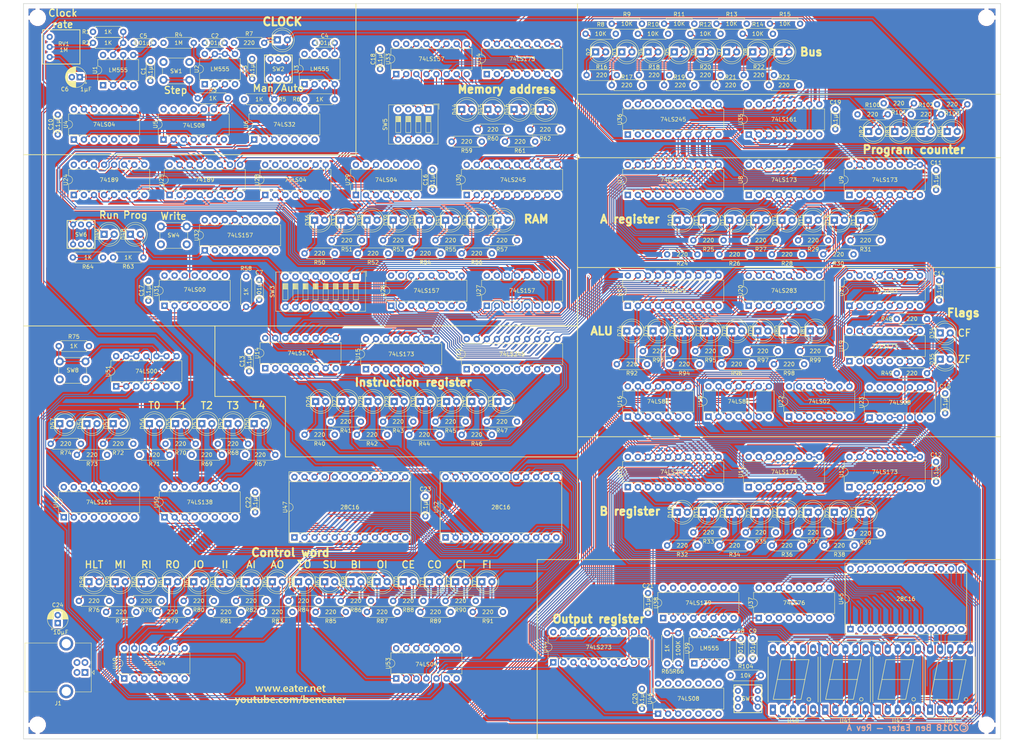
<source format=kicad_pcb>
(kicad_pcb (version 20171130) (host pcbnew "(5.1.5-0-10_14)")
  (layers (0 F.Cu signal) (1 GND.Cu power) (2 VCC.Cu power) (31 B.Cu signal) (34 B.Paste user) (35 F.Paste user) (36 B.SilkS user) (37 F.SilkS user) (38 B.Mask user) (39 F.Mask user) (44 Edge.Cuts user))
  (net 0 "")
  (net 1 VCC)
  (net 2 GND)
  (net 3 "Net-(C2-Pad1)")
  (net 4 "Net-(C3-Pad1)")
  (net 5 "Net-(C4-Pad1)")
  (net 6 "Net-(C5-Pad1)")
  (net 7 "Net-(C6-Pad1)")
  (net 8 "/A register/CLK")
  (net 9 "Net-(C7-Pad2)")
  (net 10 "Net-(C8-Pad1)")
  (net 11 "Net-(C9-Pad1)")
  (net 12 "Net-(D2-Pad1)")
  (net 13 "/A register/BUS_7")
  (net 14 "Net-(D3-Pad1)")
  (net 15 "/A register/BUS_6")
  (net 16 "Net-(D4-Pad1)")
  (net 17 "/A register/BUS_5")
  (net 18 "Net-(D5-Pad1)")
  (net 19 "/A register/BUS_4")
  (net 20 "Net-(D6-Pad1)")
  (net 21 "/A register/BUS_3")
  (net 22 "Net-(D7-Pad1)")
  (net 23 "/A register/BUS_2")
  (net 24 "Net-(D8-Pad1)")
  (net 25 "/A register/BUS_1")
  (net 26 "Net-(D9-Pad1)")
  (net 27 "/A register/BUS_0")
  (net 28 "Net-(D10-Pad1)")
  (net 29 "/A register/A_6")
  (net 30 "Net-(D11-Pad1)")
  (net 31 "/A register/A_5")
  (net 32 "Net-(D12-Pad1)")
  (net 33 "/A register/A_4")
  (net 34 "Net-(D13-Pad1)")
  (net 35 "/A register/A_3")
  (net 36 "Net-(D14-Pad1)")
  (net 37 "/A register/A_2")
  (net 38 "Net-(D15-Pad1)")
  (net 39 "Net-(D16-Pad1)")
  (net 40 "/A register/A_1")
  (net 41 "Net-(D17-Pad1)")
  (net 42 "/A register/A_0")
  (net 43 "Net-(D18-Pad1)")
  (net 44 /ALU/B_6)
  (net 45 "Net-(D19-Pad1)")
  (net 46 /ALU/B_5)
  (net 47 "Net-(D20-Pad1)")
  (net 48 "Net-(D21-Pad1)")
  (net 49 /ALU/B_3)
  (net 50 "Net-(D22-Pad1)")
  (net 51 /ALU/B_2)
  (net 52 "Net-(D23-Pad1)")
  (net 53 "Net-(D24-Pad1)")
  (net 54 /ALU/B_1)
  (net 55 "Net-(D25-Pad1)")
  (net 56 /ALU/B_0)
  (net 57 "Net-(D26-Pad1)")
  (net 58 "/Control logic/IR_6")
  (net 59 "Net-(D27-Pad1)")
  (net 60 "/Control logic/IR_5")
  (net 61 "Net-(D28-Pad1)")
  (net 62 "/Control logic/IR_4")
  (net 63 "Net-(D29-Pad1)")
  (net 64 "Net-(D30-Pad1)")
  (net 65 "Net-(D30-Pad2)")
  (net 66 "Net-(D31-Pad1)")
  (net 67 "Net-(D31-Pad2)")
  (net 68 "Net-(D32-Pad1)")
  (net 69 "Net-(D32-Pad2)")
  (net 70 "Net-(D33-Pad1)")
  (net 71 "Net-(D33-Pad2)")
  (net 72 "Net-(D34-Pad1)")
  (net 73 /ALU/CF)
  (net 74 "Net-(D35-Pad1)")
  (net 75 /ALU/ZF)
  (net 76 "Net-(D36-Pad1)")
  (net 77 "Net-(D36-Pad2)")
  (net 78 "Net-(D37-Pad1)")
  (net 79 "Net-(D37-Pad2)")
  (net 80 "Net-(D38-Pad1)")
  (net 81 "Net-(D38-Pad2)")
  (net 82 "Net-(D39-Pad1)")
  (net 83 "Net-(D39-Pad2)")
  (net 84 "Net-(D40-Pad1)")
  (net 85 "Net-(D40-Pad2)")
  (net 86 "Net-(D41-Pad1)")
  (net 87 "Net-(D41-Pad2)")
  (net 88 "Net-(D42-Pad1)")
  (net 89 "Net-(D42-Pad2)")
  (net 90 "Net-(D43-Pad1)")
  (net 91 "Net-(D43-Pad2)")
  (net 92 "Net-(D44-Pad1)")
  (net 93 /MAR/A3)
  (net 94 "Net-(D45-Pad1)")
  (net 95 /MAR/A2)
  (net 96 "Net-(D46-Pad1)")
  (net 97 /MAR/A1)
  (net 98 "Net-(D47-Pad1)")
  (net 99 /MAR/A0)
  (net 100 /MAR/PROG)
  (net 101 "Net-(D49-Pad1)")
  (net 102 "Net-(D49-Pad2)")
  (net 103 "Net-(D50-Pad1)")
  (net 104 "Net-(D50-Pad2)")
  (net 105 "Net-(D51-Pad1)")
  (net 106 "Net-(D51-Pad2)")
  (net 107 "Net-(D52-Pad1)")
  (net 108 "Net-(D52-Pad2)")
  (net 109 "Net-(D53-Pad1)")
  (net 110 "Net-(D53-Pad2)")
  (net 111 "Net-(D54-Pad1)")
  (net 112 "Net-(D54-Pad2)")
  (net 113 "Net-(D55-Pad1)")
  (net 114 "Net-(D55-Pad2)")
  (net 115 "Net-(D56-Pad1)")
  (net 116 "Net-(D56-Pad2)")
  (net 117 "Net-(D57-Pad1)")
  (net 118 "Net-(D57-Pad2)")
  (net 119 "Net-(D58-Pad1)")
  (net 120 /Clock/HLT)
  (net 121 "Net-(D59-Pad1)")
  (net 122 "Net-(D59-Pad2)")
  (net 123 "Net-(D60-Pad1)")
  (net 124 "/Control logic/RI")
  (net 125 "Net-(D61-Pad1)")
  (net 126 "Net-(D61-Pad2)")
  (net 127 "Net-(D62-Pad1)")
  (net 128 "Net-(D62-Pad2)")
  (net 129 "Net-(D63-Pad1)")
  (net 130 "Net-(D63-Pad2)")
  (net 131 "Net-(D64-Pad1)")
  (net 132 "Net-(D64-Pad2)")
  (net 133 "Net-(D65-Pad1)")
  (net 134 "Net-(D65-Pad2)")
  (net 135 "Net-(D66-Pad1)")
  (net 136 "Net-(D66-Pad2)")
  (net 137 "Net-(D67-Pad1)")
  (net 138 /ALU/SU)
  (net 139 "Net-(D68-Pad1)")
  (net 140 "Net-(D68-Pad2)")
  (net 141 "Net-(D69-Pad1)")
  (net 142 "/Control logic/OI")
  (net 143 "Net-(D70-Pad1)")
  (net 144 "/Control logic/CE")
  (net 145 "Net-(D71-Pad1)")
  (net 146 "Net-(D71-Pad2)")
  (net 147 "Net-(D72-Pad1)")
  (net 148 "Net-(D72-Pad2)")
  (net 149 "Net-(D73-Pad1)")
  (net 150 "Net-(D73-Pad2)")
  (net 151 "Net-(R1-Pad2)")
  (net 152 "Net-(R5-Pad2)")
  (net 153 "Net-(RV1-Pad3)")
  (net 154 "Net-(SW3-Pad1)")
  (net 155 "Net-(SW3-Pad2)")
  (net 156 "Net-(SW3-Pad14)")
  (net 157 "Net-(SW3-Pad13)")
  (net 158 "Net-(SW3-Pad5)")
  (net 159 "Net-(SW3-Pad6)")
  (net 160 "Net-(SW3-Pad10)")
  (net 161 "Net-(SW3-Pad9)")
  (net 162 "Net-(SW4-Pad2)")
  (net 163 "Net-(SW5-Pad1)")
  (net 164 "Net-(SW5-Pad2)")
  (net 165 "Net-(SW5-Pad6)")
  (net 166 "Net-(SW5-Pad5)")
  (net 167 "Net-(SW7-Pad2)")
  (net 168 "Net-(U1-Pad3)")
  (net 169 "Net-(U2-Pad3)")
  (net 170 "Net-(U3-Pad3)")
  (net 171 "Net-(U3-Pad7)")
  (net 172 "Net-(U4-Pad2)")
  (net 173 "Net-(U4-Pad3)")
  (net 174 "Net-(U4-Pad4)")
  (net 175 "Net-(U4-Pad5)")
  (net 176 "Net-(U4-Pad6)")
  (net 177 "Net-(U4-Pad8)")
  (net 178 "Net-(U4-Pad10)")
  (net 179 "Net-(U4-Pad11)")
  (net 180 /Clock/~CLK)
  (net 181 "Net-(U5-Pad3)")
  (net 182 "Net-(U5-Pad6)")
  (net 183 "Net-(U5-Pad9)")
  (net 184 "Net-(U5-Pad11)")
  (net 185 "Net-(U5-Pad12)")
  (net 186 "Net-(U5-Pad13)")
  (net 187 "Net-(U6-Pad4)")
  (net 188 "Net-(U6-Pad5)")
  (net 189 "Net-(U6-Pad6)")
  (net 190 "Net-(U6-Pad8)")
  (net 191 "Net-(U6-Pad9)")
  (net 192 "Net-(U6-Pad10)")
  (net 193 "Net-(U6-Pad11)")
  (net 194 "Net-(U6-Pad12)")
  (net 195 "Net-(U6-Pad13)")
  (net 196 "/A register/~AO")
  (net 197 "/A register/~AI")
  (net 198 "/A register/CLR")
  (net 199 "/B register/~BI")
  (net 200 "/Control logic/~IO")
  (net 201 "/Control logic/~II")
  (net 202 "Net-(U16-Pad3)")
  (net 203 "Net-(U16-Pad6)")
  (net 204 "Net-(U16-Pad8)")
  (net 205 "Net-(U16-Pad11)")
  (net 206 /ALU/~EO)
  (net 207 "Net-(U18-Pad3)")
  (net 208 "Net-(U18-Pad6)")
  (net 209 "Net-(U18-Pad8)")
  (net 210 "Net-(U18-Pad11)")
  (net 211 "Net-(U19-Pad5)")
  (net 212 "Net-(U19-Pad6)")
  (net 213 /ALU/~FI)
  (net 214 "Net-(U19-Pad11)")
  (net 215 "Net-(U19-Pad12)")
  (net 216 "Net-(U19-Pad13)")
  (net 217 "Net-(U19-Pad14)")
  (net 218 "Net-(U20-Pad7)")
  (net 219 "Net-(U22-Pad1)")
  (net 220 "Net-(U22-Pad4)")
  (net 221 "Net-(U22-Pad10)")
  (net 222 "Net-(U22-Pad13)")
  (net 223 "Net-(U23-Pad3)")
  (net 224 "Net-(U23-Pad5)")
  (net 225 "Net-(U23-Pad11)")
  (net 226 "Net-(U23-Pad12)")
  (net 227 "Net-(U23-Pad13)")
  (net 228 "Net-(U24-Pad3)")
  (net 229 "Net-(U24-Pad4)")
  (net 230 "Net-(U24-Pad5)")
  (net 231 "Net-(U24-Pad6)")
  (net 232 "Net-(U24-Pad7)")
  (net 233 "Net-(U24-Pad9)")
  (net 234 "Net-(U24-Pad10)")
  (net 235 "Net-(U24-Pad11)")
  (net 236 "Net-(U24-Pad12)")
  (net 237 "Net-(U25-Pad4)")
  (net 238 "Net-(U25-Pad5)")
  (net 239 "Net-(U25-Pad6)")
  (net 240 "Net-(U25-Pad7)")
  (net 241 "Net-(U25-Pad9)")
  (net 242 "Net-(U25-Pad10)")
  (net 243 "Net-(U25-Pad11)")
  (net 244 "Net-(U25-Pad12)")
  (net 245 "Net-(U28-Pad10)")
  (net 246 "Net-(U28-Pad11)")
  (net 247 "Net-(U28-Pad12)")
  (net 248 "Net-(U28-Pad13)")
  (net 249 "Net-(U29-Pad8)")
  (net 250 "Net-(U29-Pad9)")
  (net 251 "Net-(U29-Pad10)")
  (net 252 "Net-(U29-Pad11)")
  (net 253 "/Control logic/~RO")
  (net 254 "Net-(U31-Pad3)")
  (net 255 "Net-(U31-Pad4)")
  (net 256 "Net-(U31-Pad5)")
  (net 257 "Net-(U31-Pad6)")
  (net 258 "Net-(U31-Pad8)")
  (net 259 "Net-(U31-Pad9)")
  (net 260 "Net-(U31-Pad10)")
  (net 261 "Net-(U31-Pad11)")
  (net 262 "Net-(U32-Pad2)")
  (net 263 "Net-(U32-Pad3)")
  (net 264 "Net-(U32-Pad4)")
  (net 265 "Net-(U32-Pad5)")
  (net 266 "Net-(U32-Pad6)")
  (net 267 "Net-(U32-Pad7)")
  (net 268 "Net-(U32-Pad9)")
  (net 269 "Net-(U32-Pad10)")
  (net 270 "Net-(U32-Pad11)")
  (net 271 "Net-(U33-Pad3)")
  (net 272 "Net-(U33-Pad6)")
  (net 273 "Net-(U33-Pad10)")
  (net 274 "Net-(U33-Pad13)")
  (net 275 "/Control logic/~MI")
  (net 276 "/Control logic/~CLR")
  (net 277 "/Control logic/~J")
  (net 278 "Net-(U35-Pad15)")
  (net 279 "Net-(U36-Pad2)")
  (net 280 "Net-(U36-Pad3)")
  (net 281 "Net-(U36-Pad4)")
  (net 282 "Net-(U36-Pad5)")
  (net 283 "Net-(U36-Pad15)")
  (net 284 "Net-(U36-Pad16)")
  (net 285 "Net-(U36-Pad17)")
  (net 286 "Net-(U36-Pad18)")
  (net 287 "/Control logic/~CO")
  (net 288 "Net-(U37-Pad1)")
  (net 289 "Net-(U37-Pad14)")
  (net 290 "Net-(U37-Pad10)")
  (net 291 "Net-(U37-Pad11)")
  (net 292 "Net-(U37-Pad15)")
  (net 293 "Net-(U38-Pad4)")
  (net 294 "Net-(U38-Pad5)")
  (net 295 "Net-(U38-Pad6)")
  (net 296 "Net-(U38-Pad7)")
  (net 297 "Net-(U38-Pad9)")
  (net 298 "Net-(U38-Pad10)")
  (net 299 "Net-(U38-Pad11)")
  (net 300 "Net-(U38-Pad12)")
  (net 301 "Net-(U38-Pad13)")
  (net 302 "Net-(U38-Pad14)")
  (net 303 "Net-(U38-Pad15)")
  (net 304 "Net-(U39-Pad4)")
  (net 305 "Net-(U40-Pad1)")
  (net 306 "Net-(U40-Pad2)")
  (net 307 "Net-(U40-Pad4)")
  (net 308 "Net-(U40-Pad5)")
  (net 309 "Net-(U40-Pad6)")
  (net 310 "Net-(U40-Pad7)")
  (net 311 "Net-(U40-Pad9)")
  (net 312 "Net-(U40-Pad10)")
  (net 313 "Net-(U44-Pad2)")
  (net 314 "Net-(U44-Pad5)")
  (net 315 "Net-(U44-Pad6)")
  (net 316 "Net-(U44-Pad9)")
  (net 317 "Net-(U44-Pad11)")
  (net 318 "Net-(U44-Pad12)")
  (net 319 "Net-(U44-Pad15)")
  (net 320 "Net-(U44-Pad16)")
  (net 321 "Net-(U44-Pad19)")
  (net 322 "Net-(U46-Pad4)")
  (net 323 "Net-(U46-Pad5)")
  (net 324 "Net-(U46-Pad6)")
  (net 325 "Net-(U46-Pad8)")
  (net 326 "Net-(U46-Pad9)")
  (net 327 "Net-(U46-Pad10)")
  (net 328 "Net-(U46-Pad11)")
  (net 329 "Net-(U46-Pad12)")
  (net 330 "Net-(U46-Pad13)")
  (net 331 "Net-(U48-Pad1)")
  (net 332 "Net-(U48-Pad3)")
  (net 333 "Net-(U48-Pad4)")
  (net 334 "Net-(U48-Pad5)")
  (net 335 "Net-(U48-Pad6)")
  (net 336 "Net-(U48-Pad11)")
  (net 337 "Net-(U48-Pad15)")
  (net 338 "Net-(U50-Pad7)")
  (net 339 "Net-(U50-Pad9)")
  (net 340 "Net-(U50-Pad10)")
  (net 341 "Net-(U51-Pad1)")
  (net 342 "Net-(U53-Pad8)")
  (net 343 "Net-(U53-Pad9)")
  (net 344 "Net-(J1-Pad2)")
  (net 345 "Net-(J1-Pad3)")
  (net 346 "Net-(R2-Pad1)")
  (net 347 "Net-(R3-Pad2)")
  (net 348 "Net-(R6-Pad2)")
  (net 349 "Net-(R65-Pad2)")
  (net 350 "Net-(R75-Pad1)")
  (net 351 "Net-(D74-Pad1)")
  (net 352 "Net-(D74-Pad2)")
  (net 353 "Net-(D75-Pad1)")
  (net 354 "Net-(D75-Pad2)")
  (net 355 "Net-(D76-Pad1)")
  (net 356 "Net-(D76-Pad2)")
  (net 357 "Net-(D77-Pad1)")
  (net 358 "Net-(D77-Pad2)")
  (net 359 "Net-(D78-Pad1)")
  (net 360 "Net-(D78-Pad2)")
  (net 361 "Net-(D79-Pad1)")
  (net 362 "Net-(D79-Pad2)")
  (net 363 "Net-(D80-Pad1)")
  (net 364 "Net-(D80-Pad2)")
  (net 365 "Net-(D81-Pad1)")
  (net 366 "Net-(D81-Pad2)")
  (net 367 "Net-(U31-Pad12)")
  (net 368 "Net-(U31-Pad13)")
  (net 369 "Net-(D82-Pad1)")
  (net 370 "Net-(D82-Pad2)")
  (net 371 "Net-(D83-Pad1)")
  (net 372 "Net-(D83-Pad2)")
  (net 373 "Net-(D84-Pad1)")
  (net 374 "Net-(D84-Pad2)")
  (net 375 "Net-(D85-Pad1)")
  (net 376 "Net-(D85-Pad2)")
  (net 377 "/A register/A_7")
  (net 378 /ALU/B_7)
  (net 379 "/Control logic/IR_7")
  (net 380 /ALU/B_4)
  (net 381 "Net-(D1-Pad1)")
  (net 382 "Net-(D48-Pad2)")
  (net 383 "Net-(R104-Pad1)")
  (module Package_DIP:DIP-16_W7.62mm (layer F.Cu) (at 218.44 102.87 90)
    (fp_text reference U19 (at 3.81 -2.032 270) (layer F.SilkS))
    (fp_text value 74LS173 (at 3.81 8.89 180) (layer F.SilkS))
    (pad 1 thru_hole rect (at 0 0 90) (size 1.6 1.6) (drill 0.8) (layers *.Cu *.Mask) (net 2 GND))
    (pad 9 thru_hole oval (at 7.62 17.78 90) (size 1.6 1.6) (drill 0.8) (layers *.Cu *.Mask) (net 213 /ALU/~FI))
    (pad 2 thru_hole oval (at 0 2.54 90) (size 1.6 1.6) (drill 0.8) (layers *.Cu *.Mask) (net 2 GND))
    (pad 10 thru_hole oval (at 7.62 15.24 90) (size 1.6 1.6) (drill 0.8) (layers *.Cu *.Mask) (net 213 /ALU/~FI))
    (pad 3 thru_hole oval (at 0 5.08 90) (size 1.6 1.6) (drill 0.8) (layers *.Cu *.Mask) (net 73 /ALU/CF))
    (pad 11 thru_hole oval (at 7.62 12.7 90) (size 1.6 1.6) (drill 0.8) (layers *.Cu *.Mask) (net 214 "Net-(U19-Pad11)"))
    (pad 4 thru_hole oval (at 0 7.62 90) (size 1.6 1.6) (drill 0.8) (layers *.Cu *.Mask) (net 75 /ALU/ZF))
    (pad 12 thru_hole oval (at 7.62 10.16 90) (size 1.6 1.6) (drill 0.8) (layers *.Cu *.Mask) (net 215 "Net-(U19-Pad12)"))
    (pad 5 thru_hole oval (at 0 10.16 90) (size 1.6 1.6) (drill 0.8) (layers *.Cu *.Mask) (net 211 "Net-(U19-Pad5)"))
    (pad 13 thru_hole oval (at 7.62 7.62 90) (size 1.6 1.6) (drill 0.8) (layers *.Cu *.Mask) (net 216 "Net-(U19-Pad13)"))
    (pad 6 thru_hole oval (at 0 12.7 90) (size 1.6 1.6) (drill 0.8) (layers *.Cu *.Mask) (net 212 "Net-(U19-Pad6)"))
    (pad 14 thru_hole oval (at 7.62 5.08 90) (size 1.6 1.6) (drill 0.8) (layers *.Cu *.Mask) (net 217 "Net-(U19-Pad14)"))
    (pad 7 thru_hole oval (at 0 15.24 90) (size 1.6 1.6) (drill 0.8) (layers *.Cu *.Mask) (net 8 "/A register/CLK"))
    (pad 15 thru_hole oval (at 7.62 2.54 90) (size 1.6 1.6) (drill 0.8) (layers *.Cu *.Mask) (net 198 "/A register/CLR"))
    (pad 8 thru_hole oval (at 0 17.78 90) (size 1.6 1.6) (drill 0.8) (layers *.Cu *.Mask) (net 2 GND))
    (pad 16 thru_hole oval (at 7.62 0 90) (size 1.6 1.6) (drill 0.8) (layers *.Cu *.Mask) (net 1 VCC))
  )
  (module LED_THT:LED_D5.0mm (layer F.Cu) (at 37.084 70.866)
    (fp_text reference D48 (at -1.778 0 90) (layer F.SilkS))
    (fp_text value RED)
    (pad 1 thru_hole rect (at 0 0) (size 1.8 1.8) (drill 0.9) (layers *.Cu *.Mask) (net 100 /MAR/PROG))
    (pad 2 thru_hole circle (at 2.54 0) (size 1.8 1.8) (drill 0.9) (layers *.Cu *.Mask) (net 382 "Net-(D48-Pad2)"))
  )
  (module Package_DIP:DIP-16_W7.62mm (layer F.Cu) (at 193.04 45.72 90)
    (fp_text reference U35 (at 3.81 -2.032 90) (layer F.SilkS))
    (fp_text value 74LS161 (at 3.81 8.89 180) (layer F.SilkS))
    (pad 1 thru_hole rect (at 0 0 90) (size 1.6 1.6) (drill 0.8) (layers *.Cu *.Mask) (net 276 "/Control logic/~CLR"))
    (pad 9 thru_hole oval (at 7.62 17.78 90) (size 1.6 1.6) (drill 0.8) (layers *.Cu *.Mask) (net 277 "/Control logic/~J"))
    (pad 2 thru_hole oval (at 0 2.54 90) (size 1.6 1.6) (drill 0.8) (layers *.Cu *.Mask) (net 8 "/A register/CLK"))
    (pad 10 thru_hole oval (at 7.62 15.24 90) (size 1.6 1.6) (drill 0.8) (layers *.Cu *.Mask) (net 144 "/Control logic/CE"))
    (pad 3 thru_hole oval (at 0 5.08 90) (size 1.6 1.6) (drill 0.8) (layers *.Cu *.Mask) (net 27 "/A register/BUS_0"))
    (pad 11 thru_hole oval (at 7.62 12.7 90) (size 1.6 1.6) (drill 0.8) (layers *.Cu *.Mask) (net 370 "Net-(D82-Pad2)"))
    (pad 4 thru_hole oval (at 0 7.62 90) (size 1.6 1.6) (drill 0.8) (layers *.Cu *.Mask) (net 25 "/A register/BUS_1"))
    (pad 12 thru_hole oval (at 7.62 10.16 90) (size 1.6 1.6) (drill 0.8) (layers *.Cu *.Mask) (net 372 "Net-(D83-Pad2)"))
    (pad 5 thru_hole oval (at 0 10.16 90) (size 1.6 1.6) (drill 0.8) (layers *.Cu *.Mask) (net 23 "/A register/BUS_2"))
    (pad 13 thru_hole oval (at 7.62 7.62 90) (size 1.6 1.6) (drill 0.8) (layers *.Cu *.Mask) (net 374 "Net-(D84-Pad2)"))
    (pad 6 thru_hole oval (at 0 12.7 90) (size 1.6 1.6) (drill 0.8) (layers *.Cu *.Mask) (net 21 "/A register/BUS_3"))
    (pad 14 thru_hole oval (at 7.62 5.08 90) (size 1.6 1.6) (drill 0.8) (layers *.Cu *.Mask) (net 376 "Net-(D85-Pad2)"))
    (pad 7 thru_hole oval (at 0 15.24 90) (size 1.6 1.6) (drill 0.8) (layers *.Cu *.Mask) (net 144 "/Control logic/CE"))
    (pad 15 thru_hole oval (at 7.62 2.54 90) (size 1.6 1.6) (drill 0.8) (layers *.Cu *.Mask) (net 278 "Net-(U35-Pad15)"))
    (pad 8 thru_hole oval (at 0 17.78 90) (size 1.6 1.6) (drill 0.8) (layers *.Cu *.Mask) (net 2 GND))
    (pad 16 thru_hole oval (at 7.62 0 90) (size 1.6 1.6) (drill 0.8) (layers *.Cu *.Mask) (net 1 VCC))
  )
  (module Resistor_THT:R_Axial_DIN0207_L6.3mm_D2.5mm_P7.62mm_Horizontal (layer F.Cu) (at 196.088 182.118 180)
    (fp_text reference R104 (at 3.81 2.286 180) (layer F.SilkS))
    (fp_text value 10k (at 3.81 0 180) (layer F.SilkS))
    (pad 1 thru_hole circle (at 0 0 180) (size 1.6 1.6) (drill 0.8) (layers *.Cu *.Mask) (net 383 "Net-(R104-Pad1)"))
    (pad 2 thru_hole oval (at 7.62 0 180) (size 1.6 1.6) (drill 0.8) (layers *.Cu *.Mask) (net 2 GND))
  )
  (module MountingHole:MountingHole_3.2mm_M3 (layer F.Cu) (at 13.716 16.256)
    (fp_text reference "" (at 0 -4.2) (layer F.SilkS))
    (fp_text value MountingHole_3.2mm_M3)
    (pad 1 np_thru_hole circle (at 0 0) (size 3.2 3.2) (drill 3.2) (layers *.Cu *.Mask))
  )
  (module MountingHole:MountingHole_3.2mm_M3 (layer F.Cu) (at 13.716 194.564)
    (fp_text reference "" (at 0 -4.2) (layer F.SilkS))
    (fp_text value MountingHole_3.2mm_M3)
    (pad 1 np_thru_hole circle (at 0 0) (size 3.2 3.2) (drill 3.2) (layers *.Cu *.Mask))
  )
  (module MountingHole:MountingHole_3.2mm_M3 (layer F.Cu) (at 252.984 194.564)
    (fp_text reference "" (at 0 -4.2) (layer F.SilkS))
    (fp_text value MountingHole_3.2mm_M3)
    (pad 1 np_thru_hole circle (at 0 0) (size 3.2 3.2) (drill 3.2) (layers *.Cu *.Mask))
  )
  (module Package_DIP:DIP-16_W7.62mm (layer F.Cu) (at 127 30.48 90)
    (fp_text reference U34 (at 3.81 -2.032 270) (layer F.SilkS))
    (fp_text value 74LS173 (at 3.81 8.89 180) (layer F.SilkS))
    (pad 1 thru_hole rect (at 0 0 90) (size 1.6 1.6) (drill 0.8) (layers *.Cu *.Mask) (net 2 GND))
    (pad 9 thru_hole oval (at 7.62 17.78 90) (size 1.6 1.6) (drill 0.8) (layers *.Cu *.Mask) (net 275 "/Control logic/~MI"))
    (pad 2 thru_hole oval (at 0 2.54 90) (size 1.6 1.6) (drill 0.8) (layers *.Cu *.Mask) (net 2 GND))
    (pad 10 thru_hole oval (at 7.62 15.24 90) (size 1.6 1.6) (drill 0.8) (layers *.Cu *.Mask) (net 275 "/Control logic/~MI"))
    (pad 3 thru_hole oval (at 0 5.08 90) (size 1.6 1.6) (drill 0.8) (layers *.Cu *.Mask) (net 271 "Net-(U33-Pad3)"))
    (pad 11 thru_hole oval (at 7.62 12.7 90) (size 1.6 1.6) (drill 0.8) (layers *.Cu *.Mask) (net 27 "/A register/BUS_0"))
    (pad 4 thru_hole oval (at 0 7.62 90) (size 1.6 1.6) (drill 0.8) (layers *.Cu *.Mask) (net 272 "Net-(U33-Pad6)"))
    (pad 12 thru_hole oval (at 7.62 10.16 90) (size 1.6 1.6) (drill 0.8) (layers *.Cu *.Mask) (net 25 "/A register/BUS_1"))
    (pad 5 thru_hole oval (at 0 10.16 90) (size 1.6 1.6) (drill 0.8) (layers *.Cu *.Mask) (net 274 "Net-(U33-Pad13)"))
    (pad 13 thru_hole oval (at 7.62 7.62 90) (size 1.6 1.6) (drill 0.8) (layers *.Cu *.Mask) (net 23 "/A register/BUS_2"))
    (pad 6 thru_hole oval (at 0 12.7 90) (size 1.6 1.6) (drill 0.8) (layers *.Cu *.Mask) (net 273 "Net-(U33-Pad10)"))
    (pad 14 thru_hole oval (at 7.62 5.08 90) (size 1.6 1.6) (drill 0.8) (layers *.Cu *.Mask) (net 21 "/A register/BUS_3"))
    (pad 7 thru_hole oval (at 0 15.24 90) (size 1.6 1.6) (drill 0.8) (layers *.Cu *.Mask) (net 8 "/A register/CLK"))
    (pad 15 thru_hole oval (at 7.62 2.54 90) (size 1.6 1.6) (drill 0.8) (layers *.Cu *.Mask) (net 198 "/A register/CLR"))
    (pad 8 thru_hole oval (at 0 17.78 90) (size 1.6 1.6) (drill 0.8) (layers *.Cu *.Mask) (net 2 GND))
    (pad 16 thru_hole oval (at 7.62 0 90) (size 1.6 1.6) (drill 0.8) (layers *.Cu *.Mask) (net 1 VCC))
  )
  (module 8bit-custom-footprints:DPDT-pushbutton (layer F.Cu) (at 24.67 73.406 90)
    (fp_text reference SW6 (at 2.46 0) (layer F.SilkS))
    (fp_text value SW_SPDT)
    (pad 2 thru_hole circle (at 0 0 90) (size 1.524 1.524) (drill 0.762) (layers *.Cu *.Mask) (net 2 GND))
    (pad 1 thru_hole circle (at 0 -2 90) (size 1.524 1.524) (drill 0.762) (layers *.Cu *.Mask) (net 100 /MAR/PROG))
    (pad 3 thru_hole circle (at 0 2 90) (size 1.524 1.524) (drill 0.762) (layers *.Cu *.Mask) (net 101 "Net-(D49-Pad1)"))
    (pad 3 thru_hole circle (at 5 2 90) (size 1.524 1.524) (drill 0.762) (layers *.Cu *.Mask) (net 101 "Net-(D49-Pad1)"))
    (pad 2 thru_hole circle (at 5 0 90) (size 1.524 1.524) (drill 0.762) (layers *.Cu *.Mask) (net 2 GND))
    (pad 1 thru_hole circle (at 5 -2 90) (size 1.524 1.524) (drill 0.762) (layers *.Cu *.Mask) (net 100 /MAR/PROG))
  )
  (module 8bit-custom-footprints:DPDT-pushbutton (layer F.Cu) (at 74.422 31.67 90)
    (fp_text reference SW2 (at 2.46 0 180) (layer F.SilkS))
    (fp_text value SW_SPDT)
    (pad 2 thru_hole circle (at 0 0 90) (size 1.524 1.524) (drill 0.762) (layers *.Cu *.Mask) (net 2 GND))
    (pad 1 thru_hole circle (at 0 -2 90) (size 1.524 1.524) (drill 0.762) (layers *.Cu *.Mask) (net 152 "Net-(R5-Pad2)"))
    (pad 3 thru_hole circle (at 0 2 90) (size 1.524 1.524) (drill 0.762) (layers *.Cu *.Mask) (net 348 "Net-(R6-Pad2)"))
    (pad 3 thru_hole circle (at 5 2 90) (size 1.524 1.524) (drill 0.762) (layers *.Cu *.Mask) (net 348 "Net-(R6-Pad2)"))
    (pad 2 thru_hole circle (at 5 0 90) (size 1.524 1.524) (drill 0.762) (layers *.Cu *.Mask) (net 2 GND))
    (pad 1 thru_hole circle (at 5 -2 90) (size 1.524 1.524) (drill 0.762) (layers *.Cu *.Mask) (net 152 "Net-(R5-Pad2)"))
  )
  (module Resistor_THT:R_Axial_DIN0207_L6.3mm_D2.5mm_P7.62mm_Horizontal (layer F.Cu) (at 198.12 33.274)
    (fp_text reference R23 (at 3.81 -2.032) (layer F.SilkS))
    (fp_text value 220 (at 3.81 0) (layer F.SilkS))
    (pad 2 thru_hole oval (at 7.62 0) (size 1.6 1.6) (drill 0.8) (layers *.Cu *.Mask) (net 2 GND))
    (pad 1 thru_hole circle (at 0 0) (size 1.6 1.6) (drill 0.8) (layers *.Cu *.Mask) (net 26 "Net-(D9-Pad1)"))
  )
  (module Resistor_THT:R_Axial_DIN0207_L6.3mm_D2.5mm_P7.62mm_Horizontal (layer F.Cu) (at 191.77 30.734)
    (fp_text reference R22 (at 3.81 -2.032) (layer F.SilkS))
    (fp_text value 220 (at 3.81 0) (layer F.SilkS))
    (pad 1 thru_hole circle (at 0 0) (size 1.6 1.6) (drill 0.8) (layers *.Cu *.Mask) (net 24 "Net-(D8-Pad1)"))
    (pad 2 thru_hole oval (at 7.62 0) (size 1.6 1.6) (drill 0.8) (layers *.Cu *.Mask) (net 2 GND))
  )
  (module Resistor_THT:R_Axial_DIN0207_L6.3mm_D2.5mm_P7.62mm_Horizontal (layer F.Cu) (at 184.658 33.274)
    (fp_text reference R21 (at 3.81 -2.032) (layer F.SilkS))
    (fp_text value 220 (at 3.81 0) (layer F.SilkS))
    (pad 2 thru_hole oval (at 7.62 0) (size 1.6 1.6) (drill 0.8) (layers *.Cu *.Mask) (net 2 GND))
    (pad 1 thru_hole circle (at 0 0) (size 1.6 1.6) (drill 0.8) (layers *.Cu *.Mask) (net 22 "Net-(D7-Pad1)"))
  )
  (module Resistor_THT:R_Axial_DIN0207_L6.3mm_D2.5mm_P7.62mm_Horizontal (layer F.Cu) (at 178.308 30.734)
    (fp_text reference R20 (at 3.81 -2.032) (layer F.SilkS))
    (fp_text value 220 (at 3.81 0) (layer F.SilkS))
    (pad 1 thru_hole circle (at 0 0) (size 1.6 1.6) (drill 0.8) (layers *.Cu *.Mask) (net 20 "Net-(D6-Pad1)"))
    (pad 2 thru_hole oval (at 7.62 0) (size 1.6 1.6) (drill 0.8) (layers *.Cu *.Mask) (net 2 GND))
  )
  (module Resistor_THT:R_Axial_DIN0207_L6.3mm_D2.5mm_P7.62mm_Horizontal (layer F.Cu) (at 171.704 33.274)
    (fp_text reference R19 (at 3.81 -2.032) (layer F.SilkS))
    (fp_text value 220 (at 4.064 0) (layer F.SilkS))
    (pad 2 thru_hole oval (at 7.62 0) (size 1.6 1.6) (drill 0.8) (layers *.Cu *.Mask) (net 2 GND))
    (pad 1 thru_hole circle (at 0 0) (size 1.6 1.6) (drill 0.8) (layers *.Cu *.Mask) (net 18 "Net-(D5-Pad1)"))
  )
  (module Resistor_THT:R_Axial_DIN0207_L6.3mm_D2.5mm_P7.62mm_Horizontal (layer F.Cu) (at 165.354 30.734)
    (fp_text reference R18 (at 3.81 -2.032) (layer F.SilkS))
    (fp_text value 220 (at 3.81 0) (layer F.SilkS))
    (pad 1 thru_hole circle (at 0 0) (size 1.6 1.6) (drill 0.8) (layers *.Cu *.Mask) (net 16 "Net-(D4-Pad1)"))
    (pad 2 thru_hole oval (at 7.62 0) (size 1.6 1.6) (drill 0.8) (layers *.Cu *.Mask) (net 2 GND))
  )
  (module Resistor_THT:R_Axial_DIN0207_L6.3mm_D2.5mm_P7.62mm_Horizontal (layer F.Cu) (at 158.496 33.274)
    (fp_text reference R17 (at 3.81 -2.032) (layer F.SilkS))
    (fp_text value 220 (at 3.81 0) (layer F.SilkS))
    (pad 2 thru_hole oval (at 7.62 0) (size 1.6 1.6) (drill 0.8) (layers *.Cu *.Mask) (net 2 GND))
    (pad 1 thru_hole circle (at 0 0) (size 1.6 1.6) (drill 0.8) (layers *.Cu *.Mask) (net 14 "Net-(D3-Pad1)"))
  )
  (module Resistor_THT:R_Axial_DIN0207_L6.3mm_D2.5mm_P7.62mm_Horizontal (layer F.Cu) (at 152.146 30.734)
    (fp_text reference R16 (at 3.81 -2.032) (layer F.SilkS))
    (fp_text value 220 (at 3.81 0) (layer F.SilkS))
    (pad 1 thru_hole circle (at 0 0) (size 1.6 1.6) (drill 0.8) (layers *.Cu *.Mask) (net 12 "Net-(D2-Pad1)"))
    (pad 2 thru_hole oval (at 7.62 0) (size 1.6 1.6) (drill 0.8) (layers *.Cu *.Mask) (net 2 GND))
  )
  (module Resistor_THT:R_Axial_DIN0207_L6.3mm_D2.5mm_P7.62mm_Horizontal (layer F.Cu) (at 198.374 17.78)
    (fp_text reference R15 (at 3.81 -2.37) (layer F.SilkS))
    (fp_text value 10K (at 3.81 0) (layer F.SilkS))
    (pad 1 thru_hole circle (at 0 0) (size 1.6 1.6) (drill 0.8) (layers *.Cu *.Mask) (net 27 "/A register/BUS_0"))
    (pad 2 thru_hole oval (at 7.62 0) (size 1.6 1.6) (drill 0.8) (layers *.Cu *.Mask) (net 2 GND))
  )
  (module Resistor_THT:R_Axial_DIN0207_L6.3mm_D2.5mm_P7.62mm_Horizontal (layer F.Cu) (at 191.516 20.32)
    (fp_text reference R14 (at 3.81 -2.37) (layer F.SilkS))
    (fp_text value 10K (at 3.81 0) (layer F.SilkS))
    (pad 2 thru_hole oval (at 7.62 0) (size 1.6 1.6) (drill 0.8) (layers *.Cu *.Mask) (net 2 GND))
    (pad 1 thru_hole circle (at 0 0) (size 1.6 1.6) (drill 0.8) (layers *.Cu *.Mask) (net 25 "/A register/BUS_1"))
  )
  (module Resistor_THT:R_Axial_DIN0207_L6.3mm_D2.5mm_P7.62mm_Horizontal (layer F.Cu) (at 184.912 17.78)
    (fp_text reference R13 (at 3.81 -2.37) (layer F.SilkS))
    (fp_text value 10K (at 3.81 0) (layer F.SilkS))
    (pad 1 thru_hole circle (at 0 0) (size 1.6 1.6) (drill 0.8) (layers *.Cu *.Mask) (net 23 "/A register/BUS_2"))
    (pad 2 thru_hole oval (at 7.62 0) (size 1.6 1.6) (drill 0.8) (layers *.Cu *.Mask) (net 2 GND))
  )
  (module Resistor_THT:R_Axial_DIN0207_L6.3mm_D2.5mm_P7.62mm_Horizontal (layer F.Cu) (at 178.308 20.32)
    (fp_text reference R12 (at 3.81 -2.37) (layer F.SilkS))
    (fp_text value 10K (at 3.81 0) (layer F.SilkS))
    (pad 2 thru_hole oval (at 7.62 0) (size 1.6 1.6) (drill 0.8) (layers *.Cu *.Mask) (net 2 GND))
    (pad 1 thru_hole circle (at 0 0) (size 1.6 1.6) (drill 0.8) (layers *.Cu *.Mask) (net 21 "/A register/BUS_3"))
  )
  (module Resistor_THT:R_Axial_DIN0207_L6.3mm_D2.5mm_P7.62mm_Horizontal (layer F.Cu) (at 171.704 17.78)
    (fp_text reference R11 (at 3.81 -2.37) (layer F.SilkS))
    (fp_text value 10K (at 3.81 0) (layer F.SilkS))
    (pad 1 thru_hole circle (at 0 0) (size 1.6 1.6) (drill 0.8) (layers *.Cu *.Mask) (net 19 "/A register/BUS_4"))
    (pad 2 thru_hole oval (at 7.62 0) (size 1.6 1.6) (drill 0.8) (layers *.Cu *.Mask) (net 2 GND))
  )
  (module Resistor_THT:R_Axial_DIN0207_L6.3mm_D2.5mm_P7.62mm_Horizontal (layer F.Cu) (at 165.1 20.32)
    (fp_text reference R10 (at 3.81 -2.37) (layer F.SilkS))
    (fp_text value 10K (at 3.81 0) (layer F.SilkS))
    (pad 2 thru_hole oval (at 7.62 0) (size 1.6 1.6) (drill 0.8) (layers *.Cu *.Mask) (net 2 GND))
    (pad 1 thru_hole circle (at 0 0) (size 1.6 1.6) (drill 0.8) (layers *.Cu *.Mask) (net 17 "/A register/BUS_5"))
  )
  (module Resistor_THT:R_Axial_DIN0207_L6.3mm_D2.5mm_P7.62mm_Horizontal (layer F.Cu) (at 158.496 17.78)
    (fp_text reference R9 (at 3.81 -2.37) (layer F.SilkS))
    (fp_text value 10K (at 3.81 0) (layer F.SilkS))
    (pad 1 thru_hole circle (at 0 0) (size 1.6 1.6) (drill 0.8) (layers *.Cu *.Mask) (net 15 "/A register/BUS_6"))
    (pad 2 thru_hole oval (at 7.62 0) (size 1.6 1.6) (drill 0.8) (layers *.Cu *.Mask) (net 2 GND))
  )
  (module Resistor_THT:R_Axial_DIN0207_L6.3mm_D2.5mm_P7.62mm_Horizontal (layer F.Cu) (at 151.892 20.32)
    (fp_text reference R8 (at 3.81 -2.37) (layer F.SilkS))
    (fp_text value 10K (at 3.81 0) (layer F.SilkS))
    (pad 2 thru_hole oval (at 7.62 0) (size 1.6 1.6) (drill 0.8) (layers *.Cu *.Mask) (net 2 GND))
    (pad 1 thru_hole circle (at 0 0) (size 1.6 1.6) (drill 0.8) (layers *.Cu *.Mask) (net 13 "/A register/BUS_7"))
  )
  (module Package_DIP:DIP-20_W7.62mm (layer F.Cu) (at 162.56 45.72 90)
    (fp_text reference U36 (at 3.81 -2.032 90) (layer F.SilkS))
    (fp_text value 74LS245 (at 3.81 11.43 180) (layer F.SilkS))
    (pad 1 thru_hole rect (at 0 0 90) (size 1.6 1.6) (drill 0.8) (layers *.Cu *.Mask) (net 2 GND))
    (pad 11 thru_hole oval (at 7.62 22.86 90) (size 1.6 1.6) (drill 0.8) (layers *.Cu *.Mask) (net 376 "Net-(D85-Pad2)"))
    (pad 2 thru_hole oval (at 0 2.54 90) (size 1.6 1.6) (drill 0.8) (layers *.Cu *.Mask) (net 279 "Net-(U36-Pad2)"))
    (pad 12 thru_hole oval (at 7.62 20.32 90) (size 1.6 1.6) (drill 0.8) (layers *.Cu *.Mask) (net 374 "Net-(D84-Pad2)"))
    (pad 3 thru_hole oval (at 0 5.08 90) (size 1.6 1.6) (drill 0.8) (layers *.Cu *.Mask) (net 280 "Net-(U36-Pad3)"))
    (pad 13 thru_hole oval (at 7.62 17.78 90) (size 1.6 1.6) (drill 0.8) (layers *.Cu *.Mask) (net 372 "Net-(D83-Pad2)"))
    (pad 4 thru_hole oval (at 0 7.62 90) (size 1.6 1.6) (drill 0.8) (layers *.Cu *.Mask) (net 281 "Net-(U36-Pad4)"))
    (pad 14 thru_hole oval (at 7.62 15.24 90) (size 1.6 1.6) (drill 0.8) (layers *.Cu *.Mask) (net 370 "Net-(D82-Pad2)"))
    (pad 5 thru_hole oval (at 0 10.16 90) (size 1.6 1.6) (drill 0.8) (layers *.Cu *.Mask) (net 282 "Net-(U36-Pad5)"))
    (pad 15 thru_hole oval (at 7.62 12.7 90) (size 1.6 1.6) (drill 0.8) (layers *.Cu *.Mask) (net 283 "Net-(U36-Pad15)"))
    (pad 6 thru_hole oval (at 0 12.7 90) (size 1.6 1.6) (drill 0.8) (layers *.Cu *.Mask) (net 21 "/A register/BUS_3"))
    (pad 16 thru_hole oval (at 7.62 10.16 90) (size 1.6 1.6) (drill 0.8) (layers *.Cu *.Mask) (net 284 "Net-(U36-Pad16)"))
    (pad 7 thru_hole oval (at 0 15.24 90) (size 1.6 1.6) (drill 0.8) (layers *.Cu *.Mask) (net 23 "/A register/BUS_2"))
    (pad 17 thru_hole oval (at 7.62 7.62 90) (size 1.6 1.6) (drill 0.8) (layers *.Cu *.Mask) (net 285 "Net-(U36-Pad17)"))
    (pad 8 thru_hole oval (at 0 17.78 90) (size 1.6 1.6) (drill 0.8) (layers *.Cu *.Mask) (net 25 "/A register/BUS_1"))
    (pad 18 thru_hole oval (at 7.62 5.08 90) (size 1.6 1.6) (drill 0.8) (layers *.Cu *.Mask) (net 286 "Net-(U36-Pad18)"))
    (pad 9 thru_hole oval (at 0 20.32 90) (size 1.6 1.6) (drill 0.8) (layers *.Cu *.Mask) (net 27 "/A register/BUS_0"))
    (pad 19 thru_hole oval (at 7.62 2.54 90) (size 1.6 1.6) (drill 0.8) (layers *.Cu *.Mask) (net 287 "/Control logic/~CO"))
    (pad 10 thru_hole oval (at 0 22.86 90) (size 1.6 1.6) (drill 0.8) (layers *.Cu *.Mask) (net 2 GND))
    (pad 20 thru_hole oval (at 7.62 0 90) (size 1.6 1.6) (drill 0.8) (layers *.Cu *.Mask) (net 1 VCC))
  )
  (module Capacitor_THT:C_Disc_D4.3mm_W1.9mm_P5.00mm (layer F.Cu) (at 214.884 44.37 90)
    (fp_text reference C19 (at 6.778 0 180) (layer F.SilkS))
    (fp_text value 0.1µF (at 2.46 0 90) (layer F.SilkS))
    (pad 2 thru_hole circle (at 5 0 90) (size 1.6 1.6) (drill 0.8) (layers *.Cu *.Mask) (net 2 GND))
    (pad 1 thru_hole circle (at 0 0 90) (size 1.6 1.6) (drill 0.8) (layers *.Cu *.Mask) (net 1 VCC))
  )
  (module Resistor_THT:R_Axial_DIN0207_L6.3mm_D2.5mm_P7.62mm_Horizontal (layer F.Cu) (at 220.472 40.64)
    (fp_text reference R100 (at 3.81 -2.37) (layer F.SilkS))
    (fp_text value 220 (at 3.81 0) (layer F.SilkS))
    (pad 1 thru_hole circle (at 0 0) (size 1.6 1.6) (drill 0.8) (layers *.Cu *.Mask) (net 2 GND))
    (pad 2 thru_hole oval (at 7.62 0) (size 1.6 1.6) (drill 0.8) (layers *.Cu *.Mask) (net 369 "Net-(D82-Pad1)"))
  )
  (module Resistor_THT:R_Axial_DIN0207_L6.3mm_D2.5mm_P7.62mm_Horizontal (layer F.Cu) (at 227.076 37.846)
    (fp_text reference R101 (at 3.81 2.286) (layer F.SilkS))
    (fp_text value 220 (at 3.81 0) (layer F.SilkS))
    (pad 2 thru_hole oval (at 7.62 0) (size 1.6 1.6) (drill 0.8) (layers *.Cu *.Mask) (net 371 "Net-(D83-Pad1)"))
    (pad 1 thru_hole circle (at 0 0) (size 1.6 1.6) (drill 0.8) (layers *.Cu *.Mask) (net 2 GND))
  )
  (module Resistor_THT:R_Axial_DIN0207_L6.3mm_D2.5mm_P7.62mm_Horizontal (layer F.Cu) (at 233.934 40.64)
    (fp_text reference R102 (at 3.81 -2.37) (layer F.SilkS))
    (fp_text value 220 (at 3.81 0) (layer F.SilkS))
    (pad 2 thru_hole oval (at 7.62 0) (size 1.6 1.6) (drill 0.8) (layers *.Cu *.Mask) (net 373 "Net-(D84-Pad1)"))
    (pad 1 thru_hole circle (at 0 0) (size 1.6 1.6) (drill 0.8) (layers *.Cu *.Mask) (net 2 GND))
  )
  (module Resistor_THT:R_Axial_DIN0207_L6.3mm_D2.5mm_P7.62mm_Horizontal (layer F.Cu) (at 240.538 38.1)
    (fp_text reference R103 (at 3.81 2.286) (layer F.SilkS))
    (fp_text value 220 (at 3.81 0) (layer F.SilkS))
    (pad 1 thru_hole circle (at 0 0) (size 1.6 1.6) (drill 0.8) (layers *.Cu *.Mask) (net 2 GND))
    (pad 2 thru_hole oval (at 7.62 0) (size 1.6 1.6) (drill 0.8) (layers *.Cu *.Mask) (net 375 "Net-(D85-Pad1)"))
  )
  (module Capacitor_THT:C_Disc_D4.3mm_W1.9mm_P5.00mm (layer F.Cu) (at 240.284 54.69 270)
    (fp_text reference C11 (at -1.858 0) (layer F.SilkS))
    (fp_text value 0.1µF (at 2.5 0 270) (layer F.SilkS))
    (pad 1 thru_hole circle (at 0 0 270) (size 1.6 1.6) (drill 0.8) (layers *.Cu *.Mask) (net 1 VCC))
    (pad 2 thru_hole circle (at 5 0 270) (size 1.6 1.6) (drill 0.8) (layers *.Cu *.Mask) (net 2 GND))
  )
  (module Package_DIP:DIP-16_W7.62mm (layer F.Cu) (at 218.44 60.96 90)
    (fp_text reference U9 (at 3.81 -2.032 90) (layer F.SilkS))
    (fp_text value 74LS173 (at 3.81 8.89 180) (layer F.SilkS))
    (pad 1 thru_hole rect (at 0 0 90) (size 1.6 1.6) (drill 0.8) (layers *.Cu *.Mask) (net 2 GND))
    (pad 9 thru_hole oval (at 7.62 17.78 90) (size 1.6 1.6) (drill 0.8) (layers *.Cu *.Mask) (net 197 "/A register/~AI"))
    (pad 2 thru_hole oval (at 0 2.54 90) (size 1.6 1.6) (drill 0.8) (layers *.Cu *.Mask) (net 2 GND))
    (pad 10 thru_hole oval (at 7.62 15.24 90) (size 1.6 1.6) (drill 0.8) (layers *.Cu *.Mask) (net 197 "/A register/~AI"))
    (pad 3 thru_hole oval (at 0 5.08 90) (size 1.6 1.6) (drill 0.8) (layers *.Cu *.Mask) (net 35 "/A register/A_3"))
    (pad 11 thru_hole oval (at 7.62 12.7 90) (size 1.6 1.6) (drill 0.8) (layers *.Cu *.Mask) (net 27 "/A register/BUS_0"))
    (pad 4 thru_hole oval (at 0 7.62 90) (size 1.6 1.6) (drill 0.8) (layers *.Cu *.Mask) (net 37 "/A register/A_2"))
    (pad 12 thru_hole oval (at 7.62 10.16 90) (size 1.6 1.6) (drill 0.8) (layers *.Cu *.Mask) (net 25 "/A register/BUS_1"))
    (pad 5 thru_hole oval (at 0 10.16 90) (size 1.6 1.6) (drill 0.8) (layers *.Cu *.Mask) (net 40 "/A register/A_1"))
    (pad 13 thru_hole oval (at 7.62 7.62 90) (size 1.6 1.6) (drill 0.8) (layers *.Cu *.Mask) (net 23 "/A register/BUS_2"))
    (pad 6 thru_hole oval (at 0 12.7 90) (size 1.6 1.6) (drill 0.8) (layers *.Cu *.Mask) (net 42 "/A register/A_0"))
    (pad 14 thru_hole oval (at 7.62 5.08 90) (size 1.6 1.6) (drill 0.8) (layers *.Cu *.Mask) (net 21 "/A register/BUS_3"))
    (pad 7 thru_hole oval (at 0 15.24 90) (size 1.6 1.6) (drill 0.8) (layers *.Cu *.Mask) (net 8 "/A register/CLK"))
    (pad 15 thru_hole oval (at 7.62 2.54 90) (size 1.6 1.6) (drill 0.8) (layers *.Cu *.Mask) (net 198 "/A register/CLR"))
    (pad 8 thru_hole oval (at 0 17.78 90) (size 1.6 1.6) (drill 0.8) (layers *.Cu *.Mask) (net 2 GND))
    (pad 16 thru_hole oval (at 7.62 0 90) (size 1.6 1.6) (drill 0.8) (layers *.Cu *.Mask) (net 1 VCC))
  )
  (module Package_DIP:DIP-16_W7.62mm (layer F.Cu) (at 193.04 60.96 90)
    (fp_text reference U8 (at 3.81 -2.032 90) (layer F.SilkS))
    (fp_text value 74LS173 (at 3.81 8.89 180) (layer F.SilkS))
    (pad 1 thru_hole rect (at 0 0 90) (size 1.6 1.6) (drill 0.8) (layers *.Cu *.Mask) (net 2 GND))
    (pad 9 thru_hole oval (at 7.62 17.78 90) (size 1.6 1.6) (drill 0.8) (layers *.Cu *.Mask) (net 197 "/A register/~AI"))
    (pad 2 thru_hole oval (at 0 2.54 90) (size 1.6 1.6) (drill 0.8) (layers *.Cu *.Mask) (net 2 GND))
    (pad 10 thru_hole oval (at 7.62 15.24 90) (size 1.6 1.6) (drill 0.8) (layers *.Cu *.Mask) (net 197 "/A register/~AI"))
    (pad 3 thru_hole oval (at 0 5.08 90) (size 1.6 1.6) (drill 0.8) (layers *.Cu *.Mask) (net 377 "/A register/A_7"))
    (pad 11 thru_hole oval (at 7.62 12.7 90) (size 1.6 1.6) (drill 0.8) (layers *.Cu *.Mask) (net 19 "/A register/BUS_4"))
    (pad 4 thru_hole oval (at 0 7.62 90) (size 1.6 1.6) (drill 0.8) (layers *.Cu *.Mask) (net 29 "/A register/A_6"))
    (pad 12 thru_hole oval (at 7.62 10.16 90) (size 1.6 1.6) (drill 0.8) (layers *.Cu *.Mask) (net 17 "/A register/BUS_5"))
    (pad 5 thru_hole oval (at 0 10.16 90) (size 1.6 1.6) (drill 0.8) (layers *.Cu *.Mask) (net 31 "/A register/A_5"))
    (pad 13 thru_hole oval (at 7.62 7.62 90) (size 1.6 1.6) (drill 0.8) (layers *.Cu *.Mask) (net 15 "/A register/BUS_6"))
    (pad 6 thru_hole oval (at 0 12.7 90) (size 1.6 1.6) (drill 0.8) (layers *.Cu *.Mask) (net 33 "/A register/A_4"))
    (pad 14 thru_hole oval (at 7.62 5.08 90) (size 1.6 1.6) (drill 0.8) (layers *.Cu *.Mask) (net 13 "/A register/BUS_7"))
    (pad 7 thru_hole oval (at 0 15.24 90) (size 1.6 1.6) (drill 0.8) (layers *.Cu *.Mask) (net 8 "/A register/CLK"))
    (pad 15 thru_hole oval (at 7.62 2.54 90) (size 1.6 1.6) (drill 0.8) (layers *.Cu *.Mask) (net 198 "/A register/CLR"))
    (pad 8 thru_hole oval (at 0 17.78 90) (size 1.6 1.6) (drill 0.8) (layers *.Cu *.Mask) (net 2 GND))
    (pad 16 thru_hole oval (at 7.62 0 90) (size 1.6 1.6) (drill 0.8) (layers *.Cu *.Mask) (net 1 VCC))
  )
  (module Package_DIP:DIP-20_W7.62mm (layer F.Cu) (at 162.56 60.96 90)
    (fp_text reference U7 (at 3.81 -2.032 90) (layer F.SilkS))
    (fp_text value 74LS245 (at 3.81 11.43 180) (layer F.SilkS))
    (pad 20 thru_hole oval (at 7.62 0 90) (size 1.6 1.6) (drill 0.8) (layers *.Cu *.Mask) (net 1 VCC))
    (pad 10 thru_hole oval (at 0 22.86 90) (size 1.6 1.6) (drill 0.8) (layers *.Cu *.Mask) (net 2 GND))
    (pad 19 thru_hole oval (at 7.62 2.54 90) (size 1.6 1.6) (drill 0.8) (layers *.Cu *.Mask) (net 196 "/A register/~AO"))
    (pad 9 thru_hole oval (at 0 20.32 90) (size 1.6 1.6) (drill 0.8) (layers *.Cu *.Mask) (net 42 "/A register/A_0"))
    (pad 18 thru_hole oval (at 7.62 5.08 90) (size 1.6 1.6) (drill 0.8) (layers *.Cu *.Mask) (net 13 "/A register/BUS_7"))
    (pad 8 thru_hole oval (at 0 17.78 90) (size 1.6 1.6) (drill 0.8) (layers *.Cu *.Mask) (net 40 "/A register/A_1"))
    (pad 17 thru_hole oval (at 7.62 7.62 90) (size 1.6 1.6) (drill 0.8) (layers *.Cu *.Mask) (net 15 "/A register/BUS_6"))
    (pad 7 thru_hole oval (at 0 15.24 90) (size 1.6 1.6) (drill 0.8) (layers *.Cu *.Mask) (net 37 "/A register/A_2"))
    (pad 16 thru_hole oval (at 7.62 10.16 90) (size 1.6 1.6) (drill 0.8) (layers *.Cu *.Mask) (net 17 "/A register/BUS_5"))
    (pad 6 thru_hole oval (at 0 12.7 90) (size 1.6 1.6) (drill 0.8) (layers *.Cu *.Mask) (net 35 "/A register/A_3"))
    (pad 15 thru_hole oval (at 7.62 12.7 90) (size 1.6 1.6) (drill 0.8) (layers *.Cu *.Mask) (net 19 "/A register/BUS_4"))
    (pad 5 thru_hole oval (at 0 10.16 90) (size 1.6 1.6) (drill 0.8) (layers *.Cu *.Mask) (net 33 "/A register/A_4"))
    (pad 14 thru_hole oval (at 7.62 15.24 90) (size 1.6 1.6) (drill 0.8) (layers *.Cu *.Mask) (net 21 "/A register/BUS_3"))
    (pad 4 thru_hole oval (at 0 7.62 90) (size 1.6 1.6) (drill 0.8) (layers *.Cu *.Mask) (net 31 "/A register/A_5"))
    (pad 13 thru_hole oval (at 7.62 17.78 90) (size 1.6 1.6) (drill 0.8) (layers *.Cu *.Mask) (net 23 "/A register/BUS_2"))
    (pad 3 thru_hole oval (at 0 5.08 90) (size 1.6 1.6) (drill 0.8) (layers *.Cu *.Mask) (net 29 "/A register/A_6"))
    (pad 12 thru_hole oval (at 7.62 20.32 90) (size 1.6 1.6) (drill 0.8) (layers *.Cu *.Mask) (net 25 "/A register/BUS_1"))
    (pad 2 thru_hole oval (at 0 2.54 90) (size 1.6 1.6) (drill 0.8) (layers *.Cu *.Mask) (net 377 "/A register/A_7"))
    (pad 11 thru_hole oval (at 7.62 22.86 90) (size 1.6 1.6) (drill 0.8) (layers *.Cu *.Mask) (net 27 "/A register/BUS_0"))
    (pad 1 thru_hole rect (at 0 0 90) (size 1.6 1.6) (drill 0.8) (layers *.Cu *.Mask) (net 1 VCC))
  )
  (module Resistor_THT:R_Axial_DIN0207_L6.3mm_D2.5mm_P7.62mm_Horizontal (layer F.Cu) (at 218.694 72.39)
    (fp_text reference R31 (at 3.81 2.286) (layer F.SilkS))
    (fp_text value 220 (at 3.81 0) (layer F.SilkS))
    (pad 1 thru_hole circle (at 0 0) (size 1.6 1.6) (drill 0.8) (layers *.Cu *.Mask) (net 41 "Net-(D17-Pad1)"))
    (pad 2 thru_hole oval (at 7.62 0) (size 1.6 1.6) (drill 0.8) (layers *.Cu *.Mask) (net 2 GND))
  )
  (module Resistor_THT:R_Axial_DIN0207_L6.3mm_D2.5mm_P7.62mm_Horizontal (layer F.Cu) (at 211.836 75.946)
    (fp_text reference R30 (at 3.81 2.286) (layer F.SilkS))
    (fp_text value 220 (at 3.81 0) (layer F.SilkS))
    (pad 2 thru_hole oval (at 7.62 0) (size 1.6 1.6) (drill 0.8) (layers *.Cu *.Mask) (net 2 GND))
    (pad 1 thru_hole circle (at 0 0) (size 1.6 1.6) (drill 0.8) (layers *.Cu *.Mask) (net 39 "Net-(D16-Pad1)"))
  )
  (module Resistor_THT:R_Axial_DIN0207_L6.3mm_D2.5mm_P7.62mm_Horizontal (layer F.Cu) (at 205.486 72.39)
    (fp_text reference R29 (at 3.81 2.286) (layer F.SilkS))
    (fp_text value 220 (at 3.81 0) (layer F.SilkS))
    (pad 1 thru_hole circle (at 0 0) (size 1.6 1.6) (drill 0.8) (layers *.Cu *.Mask) (net 38 "Net-(D15-Pad1)"))
    (pad 2 thru_hole oval (at 7.62 0) (size 1.6 1.6) (drill 0.8) (layers *.Cu *.Mask) (net 2 GND))
  )
  (module Resistor_THT:R_Axial_DIN0207_L6.3mm_D2.5mm_P7.62mm_Horizontal (layer F.Cu) (at 198.882 75.946)
    (fp_text reference R28 (at 3.81 2.286) (layer F.SilkS))
    (fp_text value 220 (at 3.81 0) (layer F.SilkS))
    (pad 2 thru_hole oval (at 7.62 0) (size 1.6 1.6) (drill 0.8) (layers *.Cu *.Mask) (net 2 GND))
    (pad 1 thru_hole circle (at 0 0) (size 1.6 1.6) (drill 0.8) (layers *.Cu *.Mask) (net 36 "Net-(D14-Pad1)"))
  )
  (module Resistor_THT:R_Axial_DIN0207_L6.3mm_D2.5mm_P7.62mm_Horizontal (layer F.Cu) (at 192.278 72.39)
    (fp_text reference R27 (at 3.81 2.286) (layer F.SilkS))
    (fp_text value 220 (at 3.81 0) (layer F.SilkS))
    (pad 1 thru_hole circle (at 0 0) (size 1.6 1.6) (drill 0.8) (layers *.Cu *.Mask) (net 34 "Net-(D13-Pad1)"))
    (pad 2 thru_hole oval (at 7.62 0) (size 1.6 1.6) (drill 0.8) (layers *.Cu *.Mask) (net 2 GND))
  )
  (module Resistor_THT:R_Axial_DIN0207_L6.3mm_D2.5mm_P7.62mm_Horizontal (layer F.Cu) (at 185.674 75.946)
    (fp_text reference R26 (at 3.81 2.286) (layer F.SilkS))
    (fp_text value 220 (at 3.81 0) (layer F.SilkS))
    (pad 2 thru_hole oval (at 7.62 0) (size 1.6 1.6) (drill 0.8) (layers *.Cu *.Mask) (net 2 GND))
    (pad 1 thru_hole circle (at 0 0) (size 1.6 1.6) (drill 0.8) (layers *.Cu *.Mask) (net 32 "Net-(D12-Pad1)"))
  )
  (module Resistor_THT:R_Axial_DIN0207_L6.3mm_D2.5mm_P7.62mm_Horizontal (layer F.Cu) (at 179.07 72.39)
    (fp_text reference R25 (at 3.81 2.286) (layer F.SilkS))
    (fp_text value 220 (at 3.81 0) (layer F.SilkS))
    (pad 1 thru_hole circle (at 0 0) (size 1.6 1.6) (drill 0.8) (layers *.Cu *.Mask) (net 30 "Net-(D11-Pad1)"))
    (pad 2 thru_hole oval (at 7.62 0) (size 1.6 1.6) (drill 0.8) (layers *.Cu *.Mask) (net 2 GND))
  )
  (module Resistor_THT:R_Axial_DIN0207_L6.3mm_D2.5mm_P7.62mm_Horizontal (layer F.Cu) (at 180.086 75.946 180)
    (fp_text reference R24 (at 3.81 -2.286 180) (layer F.SilkS))
    (fp_text value 220 (at 3.81 0 180) (layer F.SilkS))
    (pad 2 thru_hole oval (at 7.62 0 180) (size 1.6 1.6) (drill 0.8) (layers *.Cu *.Mask) (net 2 GND))
    (pad 1 thru_hole circle (at 0 0 180) (size 1.6 1.6) (drill 0.8) (layers *.Cu *.Mask) (net 28 "Net-(D10-Pad1)"))
  )
  (module Resistor_THT:R_Axial_DIN0207_L6.3mm_D2.5mm_P7.62mm_Horizontal (layer F.Cu) (at 205.994 100.33)
    (fp_text reference R99 (at 3.81 2.286) (layer F.SilkS))
    (fp_text value 220 (at 3.81 0) (layer F.SilkS))
    (pad 1 thru_hole circle (at 0 0) (size 1.6 1.6) (drill 0.8) (layers *.Cu *.Mask) (net 365 "Net-(D81-Pad1)"))
    (pad 2 thru_hole oval (at 7.62 0) (size 1.6 1.6) (drill 0.8) (layers *.Cu *.Mask) (net 2 GND))
  )
  (module Resistor_THT:R_Axial_DIN0207_L6.3mm_D2.5mm_P7.62mm_Horizontal (layer F.Cu) (at 199.39 103.632)
    (fp_text reference R98 (at 3.81 2.286) (layer F.SilkS))
    (fp_text value 220 (at 3.81 0) (layer F.SilkS))
    (pad 1 thru_hole circle (at 0 0) (size 1.6 1.6) (drill 0.8) (layers *.Cu *.Mask) (net 363 "Net-(D80-Pad1)"))
    (pad 2 thru_hole oval (at 7.62 0) (size 1.6 1.6) (drill 0.8) (layers *.Cu *.Mask) (net 2 GND))
  )
  (module Resistor_THT:R_Axial_DIN0207_L6.3mm_D2.5mm_P7.62mm_Horizontal (layer F.Cu) (at 192.786 100.33)
    (fp_text reference R97 (at 3.81 2.286) (layer F.SilkS))
    (fp_text value 220 (at 3.81 0) (layer F.SilkS))
    (pad 1 thru_hole circle (at 0 0) (size 1.6 1.6) (drill 0.8) (layers *.Cu *.Mask) (net 361 "Net-(D79-Pad1)"))
    (pad 2 thru_hole oval (at 7.62 0) (size 1.6 1.6) (drill 0.8) (layers *.Cu *.Mask) (net 2 GND))
  )
  (module Resistor_THT:R_Axial_DIN0207_L6.3mm_D2.5mm_P7.62mm_Horizontal (layer F.Cu) (at 186.182 103.632)
    (fp_text reference R96 (at 3.81 2.286) (layer F.SilkS))
    (fp_text value 220 (at 3.81 0) (layer F.SilkS))
    (pad 1 thru_hole circle (at 0 0) (size 1.6 1.6) (drill 0.8) (layers *.Cu *.Mask) (net 359 "Net-(D78-Pad1)"))
    (pad 2 thru_hole oval (at 7.62 0) (size 1.6 1.6) (drill 0.8) (layers *.Cu *.Mask) (net 2 GND))
  )
  (module Resistor_THT:R_Axial_DIN0207_L6.3mm_D2.5mm_P7.62mm_Horizontal (layer F.Cu) (at 179.578 100.33)
    (fp_text reference R95 (at 3.81 2.286) (layer F.SilkS))
    (fp_text value 220 (at 3.81 0) (layer F.SilkS))
    (pad 2 thru_hole oval (at 7.62 0) (size 1.6 1.6) (drill 0.8) (layers *.Cu *.Mask) (net 2 GND))
    (pad 1 thru_hole circle (at 0 0) (size 1.6 1.6) (drill 0.8) (layers *.Cu *.Mask) (net 357 "Net-(D77-Pad1)"))
  )
  (module Resistor_THT:R_Axial_DIN0207_L6.3mm_D2.5mm_P7.62mm_Horizontal (layer F.Cu) (at 172.974 103.632)
    (fp_text reference R94 (at 3.81 2.286) (layer F.SilkS))
    (fp_text value 220 (at 3.81 0) (layer F.SilkS))
    (pad 2 thru_hole oval (at 7.62 0) (size 1.6 1.6) (drill 0.8) (layers *.Cu *.Mask) (net 2 GND))
    (pad 1 thru_hole circle (at 0 0) (size 1.6 1.6) (drill 0.8) (layers *.Cu *.Mask) (net 355 "Net-(D76-Pad1)"))
  )
  (module Resistor_THT:R_Axial_DIN0207_L6.3mm_D2.5mm_P7.62mm_Horizontal (layer F.Cu) (at 166.37 100.33)
    (fp_text reference R93 (at 3.81 2.286) (layer F.SilkS))
    (fp_text value 220 (at 3.81 0) (layer F.SilkS))
    (pad 1 thru_hole circle (at 0 0) (size 1.6 1.6) (drill 0.8) (layers *.Cu *.Mask) (net 353 "Net-(D75-Pad1)"))
    (pad 2 thru_hole oval (at 7.62 0) (size 1.6 1.6) (drill 0.8) (layers *.Cu *.Mask) (net 2 GND))
  )
  (module Resistor_THT:R_Axial_DIN0207_L6.3mm_D2.5mm_P7.62mm_Horizontal (layer F.Cu) (at 159.766 103.632)
    (fp_text reference R92 (at 3.81 2.286) (layer F.SilkS))
    (fp_text value 220 (at 3.81 0) (layer F.SilkS))
    (pad 2 thru_hole oval (at 7.62 0) (size 1.6 1.6) (drill 0.8) (layers *.Cu *.Mask) (net 2 GND))
    (pad 1 thru_hole circle (at 0 0) (size 1.6 1.6) (drill 0.8) (layers *.Cu *.Mask) (net 351 "Net-(D74-Pad1)"))
  )
  (module Package_DIP:DIP-14_W7.62mm (layer F.Cu) (at 162.56 116.84 90)
    (fp_text reference U16 (at 3.81 -2.032 90) (layer F.SilkS))
    (fp_text value 74LS86 (at 3.81 7.62 180) (layer F.SilkS))
    (pad 14 thru_hole oval (at 7.62 0 90) (size 1.6 1.6) (drill 0.8) (layers *.Cu *.Mask) (net 1 VCC))
    (pad 7 thru_hole oval (at 0 15.24 90) (size 1.6 1.6) (drill 0.8) (layers *.Cu *.Mask) (net 2 GND))
    (pad 13 thru_hole oval (at 7.62 2.54 90) (size 1.6 1.6) (drill 0.8) (layers *.Cu *.Mask) (net 138 /ALU/SU))
    (pad 6 thru_hole oval (at 0 12.7 90) (size 1.6 1.6) (drill 0.8) (layers *.Cu *.Mask) (net 203 "Net-(U16-Pad6)"))
    (pad 12 thru_hole oval (at 7.62 5.08 90) (size 1.6 1.6) (drill 0.8) (layers *.Cu *.Mask) (net 380 /ALU/B_4))
    (pad 5 thru_hole oval (at 0 10.16 90) (size 1.6 1.6) (drill 0.8) (layers *.Cu *.Mask) (net 138 /ALU/SU))
    (pad 11 thru_hole oval (at 7.62 7.62 90) (size 1.6 1.6) (drill 0.8) (layers *.Cu *.Mask) (net 205 "Net-(U16-Pad11)"))
    (pad 4 thru_hole oval (at 0 7.62 90) (size 1.6 1.6) (drill 0.8) (layers *.Cu *.Mask) (net 44 /ALU/B_6))
    (pad 10 thru_hole oval (at 7.62 10.16 90) (size 1.6 1.6) (drill 0.8) (layers *.Cu *.Mask) (net 138 /ALU/SU))
    (pad 3 thru_hole oval (at 0 5.08 90) (size 1.6 1.6) (drill 0.8) (layers *.Cu *.Mask) (net 202 "Net-(U16-Pad3)"))
    (pad 9 thru_hole oval (at 7.62 12.7 90) (size 1.6 1.6) (drill 0.8) (layers *.Cu *.Mask) (net 46 /ALU/B_5))
    (pad 2 thru_hole oval (at 0 2.54 90) (size 1.6 1.6) (drill 0.8) (layers *.Cu *.Mask) (net 138 /ALU/SU))
    (pad 8 thru_hole oval (at 7.62 15.24 90) (size 1.6 1.6) (drill 0.8) (layers *.Cu *.Mask) (net 204 "Net-(U16-Pad8)"))
    (pad 1 thru_hole rect (at 0 0 90) (size 1.6 1.6) (drill 0.8) (layers *.Cu *.Mask) (net 378 /ALU/B_7))
  )
  (module Package_DIP:DIP-14_W7.62mm (layer F.Cu) (at 182.88 116.84 90)
    (fp_text reference U18 (at 3.81 -2.032 90) (layer F.SilkS))
    (fp_text value 74LS86 (at 3.81 7.62 180) (layer F.SilkS))
    (pad 1 thru_hole rect (at 0 0 90) (size 1.6 1.6) (drill 0.8) (layers *.Cu *.Mask) (net 49 /ALU/B_3))
    (pad 8 thru_hole oval (at 7.62 15.24 90) (size 1.6 1.6) (drill 0.8) (layers *.Cu *.Mask) (net 209 "Net-(U18-Pad8)"))
    (pad 2 thru_hole oval (at 0 2.54 90) (size 1.6 1.6) (drill 0.8) (layers *.Cu *.Mask) (net 138 /ALU/SU))
    (pad 9 thru_hole oval (at 7.62 12.7 90) (size 1.6 1.6) (drill 0.8) (layers *.Cu *.Mask) (net 54 /ALU/B_1))
    (pad 3 thru_hole oval (at 0 5.08 90) (size 1.6 1.6) (drill 0.8) (layers *.Cu *.Mask) (net 207 "Net-(U18-Pad3)"))
    (pad 10 thru_hole oval (at 7.62 10.16 90) (size 1.6 1.6) (drill 0.8) (layers *.Cu *.Mask) (net 138 /ALU/SU))
    (pad 4 thru_hole oval (at 0 7.62 90) (size 1.6 1.6) (drill 0.8) (layers *.Cu *.Mask) (net 51 /ALU/B_2))
    (pad 11 thru_hole oval (at 7.62 7.62 90) (size 1.6 1.6) (drill 0.8) (layers *.Cu *.Mask) (net 210 "Net-(U18-Pad11)"))
    (pad 5 thru_hole oval (at 0 10.16 90) (size 1.6 1.6) (drill 0.8) (layers *.Cu *.Mask) (net 138 /ALU/SU))
    (pad 12 thru_hole oval (at 7.62 5.08 90) (size 1.6 1.6) (drill 0.8) (layers *.Cu *.Mask) (net 56 /ALU/B_0))
    (pad 6 thru_hole oval (at 0 12.7 90) (size 1.6 1.6) (drill 0.8) (layers *.Cu *.Mask) (net 208 "Net-(U18-Pad6)"))
    (pad 13 thru_hole oval (at 7.62 2.54 90) (size 1.6 1.6) (drill 0.8) (layers *.Cu *.Mask) (net 138 /ALU/SU))
    (pad 7 thru_hole oval (at 0 15.24 90) (size 1.6 1.6) (drill 0.8) (layers *.Cu *.Mask) (net 2 GND))
    (pad 14 thru_hole oval (at 7.62 0 90) (size 1.6 1.6) (drill 0.8) (layers *.Cu *.Mask) (net 1 VCC))
  )
  (module Package_DIP:DIP-14_W7.62mm (layer F.Cu) (at 203.2 116.84 90)
    (fp_text reference U22 (at 3.81 -2.032 90) (layer F.SilkS))
    (fp_text value 74LS02 (at 3.81 7.62 180) (layer F.SilkS))
    (pad 14 thru_hole oval (at 7.62 0 90) (size 1.6 1.6) (drill 0.8) (layers *.Cu *.Mask) (net 1 VCC))
    (pad 7 thru_hole oval (at 0 15.24 90) (size 1.6 1.6) (drill 0.8) (layers *.Cu *.Mask) (net 2 GND))
    (pad 13 thru_hole oval (at 7.62 2.54 90) (size 1.6 1.6) (drill 0.8) (layers *.Cu *.Mask) (net 222 "Net-(U22-Pad13)"))
    (pad 6 thru_hole oval (at 0 12.7 90) (size 1.6 1.6) (drill 0.8) (layers *.Cu *.Mask) (net 358 "Net-(D77-Pad2)"))
    (pad 12 thru_hole oval (at 7.62 5.08 90) (size 1.6 1.6) (drill 0.8) (layers *.Cu *.Mask) (net 366 "Net-(D81-Pad2)"))
    (pad 5 thru_hole oval (at 0 10.16 90) (size 1.6 1.6) (drill 0.8) (layers *.Cu *.Mask) (net 356 "Net-(D76-Pad2)"))
    (pad 11 thru_hole oval (at 7.62 7.62 90) (size 1.6 1.6) (drill 0.8) (layers *.Cu *.Mask) (net 364 "Net-(D80-Pad2)"))
    (pad 4 thru_hole oval (at 0 7.62 90) (size 1.6 1.6) (drill 0.8) (layers *.Cu *.Mask) (net 220 "Net-(U22-Pad4)"))
    (pad 10 thru_hole oval (at 7.62 10.16 90) (size 1.6 1.6) (drill 0.8) (layers *.Cu *.Mask) (net 221 "Net-(U22-Pad10)"))
    (pad 3 thru_hole oval (at 0 5.08 90) (size 1.6 1.6) (drill 0.8) (layers *.Cu *.Mask) (net 354 "Net-(D75-Pad2)"))
    (pad 9 thru_hole oval (at 7.62 12.7 90) (size 1.6 1.6) (drill 0.8) (layers *.Cu *.Mask) (net 362 "Net-(D79-Pad2)"))
    (pad 2 thru_hole oval (at 0 2.54 90) (size 1.6 1.6) (drill 0.8) (layers *.Cu *.Mask) (net 352 "Net-(D74-Pad2)"))
    (pad 8 thru_hole oval (at 7.62 15.24 90) (size 1.6 1.6) (drill 0.8) (layers *.Cu *.Mask) (net 360 "Net-(D78-Pad2)"))
    (pad 1 thru_hole rect (at 0 0 90) (size 1.6 1.6) (drill 0.8) (layers *.Cu *.Mask) (net 219 "Net-(U22-Pad1)"))
  )
  (module Package_DIP:DIP-14_W7.62mm (layer F.Cu) (at 223.52 117.094 90)
    (fp_text reference U23 (at 3.81 -2.032 90) (layer F.SilkS))
    (fp_text value 74LS08 (at 3.81 7.62 180) (layer F.SilkS))
    (pad 1 thru_hole rect (at 0 0 90) (size 1.6 1.6) (drill 0.8) (layers *.Cu *.Mask) (net 219 "Net-(U22-Pad1)"))
    (pad 8 thru_hole oval (at 7.62 15.24 90) (size 1.6 1.6) (drill 0.8) (layers *.Cu *.Mask) (net 224 "Net-(U23-Pad5)"))
    (pad 2 thru_hole oval (at 0 2.54 90) (size 1.6 1.6) (drill 0.8) (layers *.Cu *.Mask) (net 220 "Net-(U22-Pad4)"))
    (pad 9 thru_hole oval (at 7.62 12.7 90) (size 1.6 1.6) (drill 0.8) (layers *.Cu *.Mask) (net 221 "Net-(U22-Pad10)"))
    (pad 3 thru_hole oval (at 0 5.08 90) (size 1.6 1.6) (drill 0.8) (layers *.Cu *.Mask) (net 223 "Net-(U23-Pad3)"))
    (pad 10 thru_hole oval (at 7.62 10.16 90) (size 1.6 1.6) (drill 0.8) (layers *.Cu *.Mask) (net 222 "Net-(U22-Pad13)"))
    (pad 4 thru_hole oval (at 0 7.62 90) (size 1.6 1.6) (drill 0.8) (layers *.Cu *.Mask) (net 223 "Net-(U23-Pad3)"))
    (pad 11 thru_hole oval (at 7.62 7.62 90) (size 1.6 1.6) (drill 0.8) (layers *.Cu *.Mask) (net 225 "Net-(U23-Pad11)"))
    (pad 5 thru_hole oval (at 0 10.16 90) (size 1.6 1.6) (drill 0.8) (layers *.Cu *.Mask) (net 224 "Net-(U23-Pad5)"))
    (pad 12 thru_hole oval (at 7.62 5.08 90) (size 1.6 1.6) (drill 0.8) (layers *.Cu *.Mask) (net 226 "Net-(U23-Pad12)"))
    (pad 6 thru_hole oval (at 0 12.7 90) (size 1.6 1.6) (drill 0.8) (layers *.Cu *.Mask) (net 216 "Net-(U19-Pad13)"))
    (pad 13 thru_hole oval (at 7.62 2.54 90) (size 1.6 1.6) (drill 0.8) (layers *.Cu *.Mask) (net 227 "Net-(U23-Pad13)"))
    (pad 7 thru_hole oval (at 0 15.24 90) (size 1.6 1.6) (drill 0.8) (layers *.Cu *.Mask) (net 2 GND))
    (pad 14 thru_hole oval (at 7.62 0 90) (size 1.6 1.6) (drill 0.8) (layers *.Cu *.Mask) (net 1 VCC))
  )
  (module Capacitor_THT:C_Disc_D4.3mm_W1.9mm_P5.00mm (layer F.Cu) (at 242.57 110.998 270)
    (fp_text reference C15 (at -1.778 0) (layer F.SilkS))
    (fp_text value 0.1µF (at 2.5 0 270) (layer F.SilkS))
    (pad 1 thru_hole circle (at 0 0 270) (size 1.6 1.6) (drill 0.8) (layers *.Cu *.Mask) (net 1 VCC))
    (pad 2 thru_hole circle (at 5 0 270) (size 1.6 1.6) (drill 0.8) (layers *.Cu *.Mask) (net 2 GND))
  )
  (module Resistor_THT:R_Axial_DIN0207_L6.3mm_D2.5mm_P7.62mm_Horizontal (layer F.Cu) (at 230.378 105.918)
    (fp_text reference R49 (at -2.54 0) (layer F.SilkS))
    (fp_text value 220 (at 3.81 0) (layer F.SilkS))
    (pad 1 thru_hole circle (at 0 0) (size 1.6 1.6) (drill 0.8) (layers *.Cu *.Mask) (net 2 GND))
    (pad 2 thru_hole oval (at 7.62 0) (size 1.6 1.6) (drill 0.8) (layers *.Cu *.Mask) (net 74 "Net-(D35-Pad1)"))
  )
  (module Resistor_THT:R_Axial_DIN0207_L6.3mm_D2.5mm_P7.62mm_Horizontal (layer F.Cu) (at 230.378 92.202)
    (fp_text reference R48 (at -2.54 0) (layer F.SilkS))
    (fp_text value 220 (at 3.81 0) (layer F.SilkS))
    (pad 1 thru_hole circle (at 0 0) (size 1.6 1.6) (drill 0.8) (layers *.Cu *.Mask) (net 2 GND))
    (pad 2 thru_hole oval (at 7.62 0) (size 1.6 1.6) (drill 0.8) (layers *.Cu *.Mask) (net 72 "Net-(D34-Pad1)"))
  )
  (module Capacitor_THT:C_Disc_D4.3mm_W1.9mm_P5.00mm (layer F.Cu) (at 241.046 82.55 270)
    (fp_text reference C14 (at -1.778 0) (layer F.SilkS))
    (fp_text value 0.1µF (at 2.5 0 270) (layer F.SilkS))
    (pad 2 thru_hole circle (at 5 0 270) (size 1.6 1.6) (drill 0.8) (layers *.Cu *.Mask) (net 2 GND))
    (pad 1 thru_hole circle (at 0 0 270) (size 1.6 1.6) (drill 0.8) (layers *.Cu *.Mask) (net 1 VCC))
  )
  (module Package_DIP:DIP-16_W7.62mm (layer F.Cu) (at 218.44 88.9 90)
    (fp_text reference U21 (at 3.81 -2.032 90) (layer F.SilkS))
    (fp_text value 74LS283 (at 3.81 8.89 180) (layer F.SilkS))
    (pad 16 thru_hole oval (at 7.62 0 90) (size 1.6 1.6) (drill 0.8) (layers *.Cu *.Mask) (net 1 VCC))
    (pad 8 thru_hole oval (at 0 17.78 90) (size 1.6 1.6) (drill 0.8) (layers *.Cu *.Mask) (net 2 GND))
    (pad 15 thru_hole oval (at 7.62 2.54 90) (size 1.6 1.6) (drill 0.8) (layers *.Cu *.Mask) (net 208 "Net-(U18-Pad6)"))
    (pad 7 thru_hole oval (at 0 15.24 90) (size 1.6 1.6) (drill 0.8) (layers *.Cu *.Mask) (net 138 /ALU/SU))
    (pad 14 thru_hole oval (at 7.62 5.08 90) (size 1.6 1.6) (drill 0.8) (layers *.Cu *.Mask) (net 37 "/A register/A_2"))
    (pad 6 thru_hole oval (at 0 12.7 90) (size 1.6 1.6) (drill 0.8) (layers *.Cu *.Mask) (net 210 "Net-(U18-Pad11)"))
    (pad 13 thru_hole oval (at 7.62 7.62 90) (size 1.6 1.6) (drill 0.8) (layers *.Cu *.Mask) (net 362 "Net-(D79-Pad2)"))
    (pad 5 thru_hole oval (at 0 10.16 90) (size 1.6 1.6) (drill 0.8) (layers *.Cu *.Mask) (net 42 "/A register/A_0"))
    (pad 12 thru_hole oval (at 7.62 10.16 90) (size 1.6 1.6) (drill 0.8) (layers *.Cu *.Mask) (net 35 "/A register/A_3"))
    (pad 4 thru_hole oval (at 0 7.62 90) (size 1.6 1.6) (drill 0.8) (layers *.Cu *.Mask) (net 366 "Net-(D81-Pad2)"))
    (pad 11 thru_hole oval (at 7.62 12.7 90) (size 1.6 1.6) (drill 0.8) (layers *.Cu *.Mask) (net 207 "Net-(U18-Pad3)"))
    (pad 3 thru_hole oval (at 0 5.08 90) (size 1.6 1.6) (drill 0.8) (layers *.Cu *.Mask) (net 40 "/A register/A_1"))
    (pad 10 thru_hole oval (at 7.62 15.24 90) (size 1.6 1.6) (drill 0.8) (layers *.Cu *.Mask) (net 360 "Net-(D78-Pad2)"))
    (pad 2 thru_hole oval (at 0 2.54 90) (size 1.6 1.6) (drill 0.8) (layers *.Cu *.Mask) (net 209 "Net-(U18-Pad8)"))
    (pad 9 thru_hole oval (at 7.62 17.78 90) (size 1.6 1.6) (drill 0.8) (layers *.Cu *.Mask) (net 218 "Net-(U20-Pad7)"))
    (pad 1 thru_hole rect (at 0 0 90) (size 1.6 1.6) (drill 0.8) (layers *.Cu *.Mask) (net 364 "Net-(D80-Pad2)"))
  )
  (module Package_DIP:DIP-16_W7.62mm (layer F.Cu) (at 193.04 88.9 90)
    (fp_text reference U20 (at 3.81 -2.032 90) (layer F.SilkS))
    (fp_text value 74LS283 (at 3.81 8.89 180) (layer F.SilkS))
    (pad 1 thru_hole rect (at 0 0 90) (size 1.6 1.6) (drill 0.8) (layers *.Cu *.Mask) (net 356 "Net-(D76-Pad2)"))
    (pad 9 thru_hole oval (at 7.62 17.78 90) (size 1.6 1.6) (drill 0.8) (layers *.Cu *.Mask) (net 217 "Net-(U19-Pad14)"))
    (pad 2 thru_hole oval (at 0 2.54 90) (size 1.6 1.6) (drill 0.8) (layers *.Cu *.Mask) (net 204 "Net-(U16-Pad8)"))
    (pad 10 thru_hole oval (at 7.62 15.24 90) (size 1.6 1.6) (drill 0.8) (layers *.Cu *.Mask) (net 352 "Net-(D74-Pad2)"))
    (pad 3 thru_hole oval (at 0 5.08 90) (size 1.6 1.6) (drill 0.8) (layers *.Cu *.Mask) (net 31 "/A register/A_5"))
    (pad 11 thru_hole oval (at 7.62 12.7 90) (size 1.6 1.6) (drill 0.8) (layers *.Cu *.Mask) (net 202 "Net-(U16-Pad3)"))
    (pad 4 thru_hole oval (at 0 7.62 90) (size 1.6 1.6) (drill 0.8) (layers *.Cu *.Mask) (net 358 "Net-(D77-Pad2)"))
    (pad 12 thru_hole oval (at 7.62 10.16 90) (size 1.6 1.6) (drill 0.8) (layers *.Cu *.Mask) (net 377 "/A register/A_7"))
    (pad 5 thru_hole oval (at 0 10.16 90) (size 1.6 1.6) (drill 0.8) (layers *.Cu *.Mask) (net 33 "/A register/A_4"))
    (pad 13 thru_hole oval (at 7.62 7.62 90) (size 1.6 1.6) (drill 0.8) (layers *.Cu *.Mask) (net 354 "Net-(D75-Pad2)"))
    (pad 6 thru_hole oval (at 0 12.7 90) (size 1.6 1.6) (drill 0.8) (layers *.Cu *.Mask) (net 205 "Net-(U16-Pad11)"))
    (pad 14 thru_hole oval (at 7.62 5.08 90) (size 1.6 1.6) (drill 0.8) (layers *.Cu *.Mask) (net 29 "/A register/A_6"))
    (pad 7 thru_hole oval (at 0 15.24 90) (size 1.6 1.6) (drill 0.8) (layers *.Cu *.Mask) (net 218 "Net-(U20-Pad7)"))
    (pad 15 thru_hole oval (at 7.62 2.54 90) (size 1.6 1.6) (drill 0.8) (layers *.Cu *.Mask) (net 203 "Net-(U16-Pad6)"))
    (pad 8 thru_hole oval (at 0 17.78 90) (size 1.6 1.6) (drill 0.8) (layers *.Cu *.Mask) (net 2 GND))
    (pad 16 thru_hole oval (at 7.62 0 90) (size 1.6 1.6) (drill 0.8) (layers *.Cu *.Mask) (net 1 VCC))
  )
  (module Package_DIP:DIP-20_W7.62mm (layer F.Cu) (at 162.56 88.9 90)
    (fp_text reference U17 (at 3.81 -2.032 90) (layer F.SilkS))
    (fp_text value 74LS245 (at 3.81 11.43 180) (layer F.SilkS))
    (pad 20 thru_hole oval (at 7.62 0 90) (size 1.6 1.6) (drill 0.8) (layers *.Cu *.Mask) (net 1 VCC))
    (pad 10 thru_hole oval (at 0 22.86 90) (size 1.6 1.6) (drill 0.8) (layers *.Cu *.Mask) (net 2 GND))
    (pad 19 thru_hole oval (at 7.62 2.54 90) (size 1.6 1.6) (drill 0.8) (layers *.Cu *.Mask) (net 206 /ALU/~EO))
    (pad 9 thru_hole oval (at 0 20.32 90) (size 1.6 1.6) (drill 0.8) (layers *.Cu *.Mask) (net 366 "Net-(D81-Pad2)"))
    (pad 18 thru_hole oval (at 7.62 5.08 90) (size 1.6 1.6) (drill 0.8) (layers *.Cu *.Mask) (net 13 "/A register/BUS_7"))
    (pad 8 thru_hole oval (at 0 17.78 90) (size 1.6 1.6) (drill 0.8) (layers *.Cu *.Mask) (net 364 "Net-(D80-Pad2)"))
    (pad 17 thru_hole oval (at 7.62 7.62 90) (size 1.6 1.6) (drill 0.8) (layers *.Cu *.Mask) (net 15 "/A register/BUS_6"))
    (pad 7 thru_hole oval (at 0 15.24 90) (size 1.6 1.6) (drill 0.8) (layers *.Cu *.Mask) (net 362 "Net-(D79-Pad2)"))
    (pad 16 thru_hole oval (at 7.62 10.16 90) (size 1.6 1.6) (drill 0.8) (layers *.Cu *.Mask) (net 17 "/A register/BUS_5"))
    (pad 6 thru_hole oval (at 0 12.7 90) (size 1.6 1.6) (drill 0.8) (layers *.Cu *.Mask) (net 360 "Net-(D78-Pad2)"))
    (pad 15 thru_hole oval (at 7.62 12.7 90) (size 1.6 1.6) (drill 0.8) (layers *.Cu *.Mask) (net 19 "/A register/BUS_4"))
    (pad 5 thru_hole oval (at 0 10.16 90) (size 1.6 1.6) (drill 0.8) (layers *.Cu *.Mask) (net 358 "Net-(D77-Pad2)"))
    (pad 14 thru_hole oval (at 7.62 15.24 90) (size 1.6 1.6) (drill 0.8) (layers *.Cu *.Mask) (net 21 "/A register/BUS_3"))
    (pad 4 thru_hole oval (at 0 7.62 90) (size 1.6 1.6) (drill 0.8) (layers *.Cu *.Mask) (net 356 "Net-(D76-Pad2)"))
    (pad 13 thru_hole oval (at 7.62 17.78 90) (size 1.6 1.6) (drill 0.8) (layers *.Cu *.Mask) (net 23 "/A register/BUS_2"))
    (pad 3 thru_hole oval (at 0 5.08 90) (size 1.6 1.6) (drill 0.8) (layers *.Cu *.Mask) (net 354 "Net-(D75-Pad2)"))
    (pad 12 thru_hole oval (at 7.62 20.32 90) (size 1.6 1.6) (drill 0.8) (layers *.Cu *.Mask) (net 25 "/A register/BUS_1"))
    (pad 2 thru_hole oval (at 0 2.54 90) (size 1.6 1.6) (drill 0.8) (layers *.Cu *.Mask) (net 352 "Net-(D74-Pad2)"))
    (pad 11 thru_hole oval (at 7.62 22.86 90) (size 1.6 1.6) (drill 0.8) (layers *.Cu *.Mask) (net 27 "/A register/BUS_0"))
    (pad 1 thru_hole rect (at 0 0 90) (size 1.6 1.6) (drill 0.8) (layers *.Cu *.Mask) (net 1 VCC))
  )
  (module Resistor_THT:R_Axial_DIN0207_L6.3mm_D2.5mm_P7.62mm_Horizontal (layer F.Cu) (at 218.694 146.304)
    (fp_text reference R39 (at 3.81 2.286) (layer F.SilkS))
    (fp_text value 220 (at 3.81 0) (layer F.SilkS))
    (pad 1 thru_hole circle (at 0 0) (size 1.6 1.6) (drill 0.8) (layers *.Cu *.Mask) (net 55 "Net-(D25-Pad1)"))
    (pad 2 thru_hole oval (at 7.62 0) (size 1.6 1.6) (drill 0.8) (layers *.Cu *.Mask) (net 2 GND))
  )
  (module Resistor_THT:R_Axial_DIN0207_L6.3mm_D2.5mm_P7.62mm_Horizontal (layer F.Cu) (at 212.09 149.352)
    (fp_text reference R38 (at 3.81 2.286) (layer F.SilkS))
    (fp_text value 220 (at 3.81 0) (layer F.SilkS))
    (pad 2 thru_hole oval (at 7.62 0) (size 1.6 1.6) (drill 0.8) (layers *.Cu *.Mask) (net 2 GND))
    (pad 1 thru_hole circle (at 0 0) (size 1.6 1.6) (drill 0.8) (layers *.Cu *.Mask) (net 53 "Net-(D24-Pad1)"))
  )
  (module Resistor_THT:R_Axial_DIN0207_L6.3mm_D2.5mm_P7.62mm_Horizontal (layer F.Cu) (at 205.486 146.05)
    (fp_text reference R37 (at 3.81 2.286) (layer F.SilkS))
    (fp_text value 220 (at 3.81 0) (layer F.SilkS))
    (pad 1 thru_hole circle (at 0 0) (size 1.6 1.6) (drill 0.8) (layers *.Cu *.Mask) (net 52 "Net-(D23-Pad1)"))
    (pad 2 thru_hole oval (at 7.62 0) (size 1.6 1.6) (drill 0.8) (layers *.Cu *.Mask) (net 2 GND))
  )
  (module Resistor_THT:R_Axial_DIN0207_L6.3mm_D2.5mm_P7.62mm_Horizontal (layer F.Cu) (at 198.882 149.352)
    (fp_text reference R36 (at 3.81 2.286) (layer F.SilkS))
    (fp_text value 220 (at 3.81 0) (layer F.SilkS))
    (pad 2 thru_hole oval (at 7.62 0) (size 1.6 1.6) (drill 0.8) (layers *.Cu *.Mask) (net 2 GND))
    (pad 1 thru_hole circle (at 0 0) (size 1.6 1.6) (drill 0.8) (layers *.Cu *.Mask) (net 50 "Net-(D22-Pad1)"))
  )
  (module Resistor_THT:R_Axial_DIN0207_L6.3mm_D2.5mm_P7.62mm_Horizontal (layer F.Cu) (at 192.278 146.05)
    (fp_text reference R35 (at 3.81 2.286) (layer F.SilkS))
    (fp_text value 220 (at 3.81 0) (layer F.SilkS))
    (pad 1 thru_hole circle (at 0 0) (size 1.6 1.6) (drill 0.8) (layers *.Cu *.Mask) (net 48 "Net-(D21-Pad1)"))
    (pad 2 thru_hole oval (at 7.62 0) (size 1.6 1.6) (drill 0.8) (layers *.Cu *.Mask) (net 2 GND))
  )
  (module Resistor_THT:R_Axial_DIN0207_L6.3mm_D2.5mm_P7.62mm_Horizontal (layer F.Cu) (at 185.674 149.352)
    (fp_text reference R34 (at 3.81 2.286) (layer F.SilkS))
    (fp_text value 220 (at 3.81 0) (layer F.SilkS))
    (pad 2 thru_hole oval (at 7.62 0) (size 1.6 1.6) (drill 0.8) (layers *.Cu *.Mask) (net 2 GND))
    (pad 1 thru_hole circle (at 0 0) (size 1.6 1.6) (drill 0.8) (layers *.Cu *.Mask) (net 47 "Net-(D20-Pad1)"))
  )
  (module Resistor_THT:R_Axial_DIN0207_L6.3mm_D2.5mm_P7.62mm_Horizontal (layer F.Cu) (at 179.07 146.05)
    (fp_text reference R33 (at 3.81 2.286) (layer F.SilkS))
    (fp_text value 220 (at 3.81 0) (layer F.SilkS))
    (pad 1 thru_hole circle (at 0 0) (size 1.6 1.6) (drill 0.8) (layers *.Cu *.Mask) (net 45 "Net-(D19-Pad1)"))
    (pad 2 thru_hole oval (at 7.62 0) (size 1.6 1.6) (drill 0.8) (layers *.Cu *.Mask) (net 2 GND))
  )
  (module Resistor_THT:R_Axial_DIN0207_L6.3mm_D2.5mm_P7.62mm_Horizontal (layer F.Cu) (at 172.466 149.352)
    (fp_text reference R32 (at 3.81 2.286) (layer F.SilkS))
    (fp_text value 220 (at 3.81 0) (layer F.SilkS))
    (pad 2 thru_hole oval (at 7.62 0) (size 1.6 1.6) (drill 0.8) (layers *.Cu *.Mask) (net 2 GND))
    (pad 1 thru_hole circle (at 0 0) (size 1.6 1.6) (drill 0.8) (layers *.Cu *.Mask) (net 43 "Net-(D18-Pad1)"))
  )
  (module Capacitor_THT:C_Disc_D4.3mm_W1.9mm_P5.00mm (layer F.Cu) (at 240.284 128.27 270)
    (fp_text reference C12 (at -1.778 0) (layer F.SilkS))
    (fp_text value 0.1µF (at 2.5 0 270) (layer F.SilkS))
    (pad 2 thru_hole circle (at 5 0 270) (size 1.6 1.6) (drill 0.8) (layers *.Cu *.Mask) (net 2 GND))
    (pad 1 thru_hole circle (at 0 0 270) (size 1.6 1.6) (drill 0.8) (layers *.Cu *.Mask) (net 1 VCC))
  )
  (module Package_DIP:DIP-16_W7.62mm (layer F.Cu) (at 218.44 134.62 90)
    (fp_text reference U12 (at 3.81 -2.032 90) (layer F.SilkS))
    (fp_text value 74LS173 (at 3.81 8.89 180) (layer F.SilkS))
    (pad 16 thru_hole oval (at 7.62 0 90) (size 1.6 1.6) (drill 0.8) (layers *.Cu *.Mask) (net 1 VCC))
    (pad 8 thru_hole oval (at 0 17.78 90) (size 1.6 1.6) (drill 0.8) (layers *.Cu *.Mask) (net 2 GND))
    (pad 15 thru_hole oval (at 7.62 2.54 90) (size 1.6 1.6) (drill 0.8) (layers *.Cu *.Mask) (net 198 "/A register/CLR"))
    (pad 7 thru_hole oval (at 0 15.24 90) (size 1.6 1.6) (drill 0.8) (layers *.Cu *.Mask) (net 8 "/A register/CLK"))
    (pad 14 thru_hole oval (at 7.62 5.08 90) (size 1.6 1.6) (drill 0.8) (layers *.Cu *.Mask) (net 21 "/A register/BUS_3"))
    (pad 6 thru_hole oval (at 0 12.7 90) (size 1.6 1.6) (drill 0.8) (layers *.Cu *.Mask) (net 56 /ALU/B_0))
    (pad 13 thru_hole oval (at 7.62 7.62 90) (size 1.6 1.6) (drill 0.8) (layers *.Cu *.Mask) (net 23 "/A register/BUS_2"))
    (pad 5 thru_hole oval (at 0 10.16 90) (size 1.6 1.6) (drill 0.8) (layers *.Cu *.Mask) (net 54 /ALU/B_1))
    (pad 12 thru_hole oval (at 7.62 10.16 90) (size 1.6 1.6) (drill 0.8) (layers *.Cu *.Mask) (net 25 "/A register/BUS_1"))
    (pad 4 thru_hole oval (at 0 7.62 90) (size 1.6 1.6) (drill 0.8) (layers *.Cu *.Mask) (net 51 /ALU/B_2))
    (pad 11 thru_hole oval (at 7.62 12.7 90) (size 1.6 1.6) (drill 0.8) (layers *.Cu *.Mask) (net 27 "/A register/BUS_0"))
    (pad 3 thru_hole oval (at 0 5.08 90) (size 1.6 1.6) (drill 0.8) (layers *.Cu *.Mask) (net 49 /ALU/B_3))
    (pad 10 thru_hole oval (at 7.62 15.24 90) (size 1.6 1.6) (drill 0.8) (layers *.Cu *.Mask) (net 199 "/B register/~BI"))
    (pad 2 thru_hole oval (at 0 2.54 90) (size 1.6 1.6) (drill 0.8) (layers *.Cu *.Mask) (net 2 GND))
    (pad 9 thru_hole oval (at 7.62 17.78 90) (size 1.6 1.6) (drill 0.8) (layers *.Cu *.Mask) (net 199 "/B register/~BI"))
    (pad 1 thru_hole rect (at 0 0 90) (size 1.6 1.6) (drill 0.8) (layers *.Cu *.Mask) (net 2 GND))
  )
  (module Package_DIP:DIP-16_W7.62mm (layer F.Cu) (at 193.04 134.62 90)
    (fp_text reference U11 (at 3.81 -2.032 90) (layer F.SilkS))
    (fp_text value 74LS173 (at 3.81 8.89 180) (layer F.SilkS))
    (pad 16 thru_hole oval (at 7.62 0 90) (size 1.6 1.6) (drill 0.8) (layers *.Cu *.Mask) (net 1 VCC))
    (pad 8 thru_hole oval (at 0 17.78 90) (size 1.6 1.6) (drill 0.8) (layers *.Cu *.Mask) (net 2 GND))
    (pad 15 thru_hole oval (at 7.62 2.54 90) (size 1.6 1.6) (drill 0.8) (layers *.Cu *.Mask) (net 198 "/A register/CLR"))
    (pad 7 thru_hole oval (at 0 15.24 90) (size 1.6 1.6) (drill 0.8) (layers *.Cu *.Mask) (net 8 "/A register/CLK"))
    (pad 14 thru_hole oval (at 7.62 5.08 90) (size 1.6 1.6) (drill 0.8) (layers *.Cu *.Mask) (net 13 "/A register/BUS_7"))
    (pad 6 thru_hole oval (at 0 12.7 90) (size 1.6 1.6) (drill 0.8) (layers *.Cu *.Mask) (net 380 /ALU/B_4))
    (pad 13 thru_hole oval (at 7.62 7.62 90) (size 1.6 1.6) (drill 0.8) (layers *.Cu *.Mask) (net 15 "/A register/BUS_6"))
    (pad 5 thru_hole oval (at 0 10.16 90) (size 1.6 1.6) (drill 0.8) (layers *.Cu *.Mask) (net 46 /ALU/B_5))
    (pad 12 thru_hole oval (at 7.62 10.16 90) (size 1.6 1.6) (drill 0.8) (layers *.Cu *.Mask) (net 17 "/A register/BUS_5"))
    (pad 4 thru_hole oval (at 0 7.62 90) (size 1.6 1.6) (drill 0.8) (layers *.Cu *.Mask) (net 44 /ALU/B_6))
    (pad 11 thru_hole oval (at 7.62 12.7 90) (size 1.6 1.6) (drill 0.8) (layers *.Cu *.Mask) (net 19 "/A register/BUS_4"))
    (pad 3 thru_hole oval (at 0 5.08 90) (size 1.6 1.6) (drill 0.8) (layers *.Cu *.Mask) (net 378 /ALU/B_7))
    (pad 10 thru_hole oval (at 7.62 15.24 90) (size 1.6 1.6) (drill 0.8) (layers *.Cu *.Mask) (net 199 "/B register/~BI"))
    (pad 2 thru_hole oval (at 0 2.54 90) (size 1.6 1.6) (drill 0.8) (layers *.Cu *.Mask) (net 2 GND))
    (pad 9 thru_hole oval (at 7.62 17.78 90) (size 1.6 1.6) (drill 0.8) (layers *.Cu *.Mask) (net 199 "/B register/~BI"))
    (pad 1 thru_hole rect (at 0 0 90) (size 1.6 1.6) (drill 0.8) (layers *.Cu *.Mask) (net 2 GND))
  )
  (module Package_DIP:DIP-20_W7.62mm (layer F.Cu) (at 162.56 134.62 90)
    (fp_text reference U10 (at 3.81 -2.032 90) (layer F.SilkS))
    (fp_text value 74LS245 (at 3.81 11.43 180) (layer F.SilkS))
    (pad 1 thru_hole rect (at 0 0 90) (size 1.6 1.6) (drill 0.8) (layers *.Cu *.Mask) (net 1 VCC))
    (pad 11 thru_hole oval (at 7.62 22.86 90) (size 1.6 1.6) (drill 0.8) (layers *.Cu *.Mask) (net 27 "/A register/BUS_0"))
    (pad 2 thru_hole oval (at 0 2.54 90) (size 1.6 1.6) (drill 0.8) (layers *.Cu *.Mask) (net 378 /ALU/B_7))
    (pad 12 thru_hole oval (at 7.62 20.32 90) (size 1.6 1.6) (drill 0.8) (layers *.Cu *.Mask) (net 25 "/A register/BUS_1"))
    (pad 3 thru_hole oval (at 0 5.08 90) (size 1.6 1.6) (drill 0.8) (layers *.Cu *.Mask) (net 44 /ALU/B_6))
    (pad 13 thru_hole oval (at 7.62 17.78 90) (size 1.6 1.6) (drill 0.8) (layers *.Cu *.Mask) (net 23 "/A register/BUS_2"))
    (pad 4 thru_hole oval (at 0 7.62 90) (size 1.6 1.6) (drill 0.8) (layers *.Cu *.Mask) (net 46 /ALU/B_5))
    (pad 14 thru_hole oval (at 7.62 15.24 90) (size 1.6 1.6) (drill 0.8) (layers *.Cu *.Mask) (net 21 "/A register/BUS_3"))
    (pad 5 thru_hole oval (at 0 10.16 90) (size 1.6 1.6) (drill 0.8) (layers *.Cu *.Mask) (net 380 /ALU/B_4))
    (pad 15 thru_hole oval (at 7.62 12.7 90) (size 1.6 1.6) (drill 0.8) (layers *.Cu *.Mask) (net 19 "/A register/BUS_4"))
    (pad 6 thru_hole oval (at 0 12.7 90) (size 1.6 1.6) (drill 0.8) (layers *.Cu *.Mask) (net 49 /ALU/B_3))
    (pad 16 thru_hole oval (at 7.62 10.16 90) (size 1.6 1.6) (drill 0.8) (layers *.Cu *.Mask) (net 17 "/A register/BUS_5"))
    (pad 7 thru_hole oval (at 0 15.24 90) (size 1.6 1.6) (drill 0.8) (layers *.Cu *.Mask) (net 51 /ALU/B_2))
    (pad 17 thru_hole oval (at 7.62 7.62 90) (size 1.6 1.6) (drill 0.8) (layers *.Cu *.Mask) (net 15 "/A register/BUS_6"))
    (pad 8 thru_hole oval (at 0 17.78 90) (size 1.6 1.6) (drill 0.8) (layers *.Cu *.Mask) (net 54 /ALU/B_1))
    (pad 18 thru_hole oval (at 7.62 5.08 90) (size 1.6 1.6) (drill 0.8) (layers *.Cu *.Mask) (net 13 "/A register/BUS_7"))
    (pad 9 thru_hole oval (at 0 20.32 90) (size 1.6 1.6) (drill 0.8) (layers *.Cu *.Mask) (net 56 /ALU/B_0))
    (pad 19 thru_hole oval (at 7.62 2.54 90) (size 1.6 1.6) (drill 0.8) (layers *.Cu *.Mask) (net 1 VCC))
    (pad 10 thru_hole oval (at 0 22.86 90) (size 1.6 1.6) (drill 0.8) (layers *.Cu *.Mask) (net 2 GND))
    (pad 20 thru_hole oval (at 7.62 0 90) (size 1.6 1.6) (drill 0.8) (layers *.Cu *.Mask) (net 1 VCC))
  )
  (module Capacitor_THT:C_Disc_D4.3mm_W1.9mm_P5.00mm (layer F.Cu) (at 166.116 185.5 270)
    (fp_text reference C20 (at 2.46 1.778 90) (layer F.SilkS))
    (fp_text value 0.1µF (at 2.5 0 270) (layer F.SilkS))
    (pad 2 thru_hole circle (at 5 0 270) (size 1.6 1.6) (drill 0.8) (layers *.Cu *.Mask) (net 2 GND))
    (pad 1 thru_hole circle (at 0 0 270) (size 1.6 1.6) (drill 0.8) (layers *.Cu *.Mask) (net 1 VCC))
  )
  (module Package_DIP:DIP-14_W7.62mm (layer F.Cu) (at 170.18 191.77 90)
    (fp_text reference U46 (at 3.81 -2.032 90) (layer F.SilkS))
    (fp_text value 74LS08 (at 3.81 7.62 180) (layer F.SilkS))
    (pad 14 thru_hole oval (at 7.62 0 90) (size 1.6 1.6) (drill 0.8) (layers *.Cu *.Mask) (net 1 VCC))
    (pad 7 thru_hole oval (at 0 15.24 90) (size 1.6 1.6) (drill 0.8) (layers *.Cu *.Mask) (net 2 GND))
    (pad 13 thru_hole oval (at 7.62 2.54 90) (size 1.6 1.6) (drill 0.8) (layers *.Cu *.Mask) (net 330 "Net-(U46-Pad13)"))
    (pad 6 thru_hole oval (at 0 12.7 90) (size 1.6 1.6) (drill 0.8) (layers *.Cu *.Mask) (net 324 "Net-(U46-Pad6)"))
    (pad 12 thru_hole oval (at 7.62 5.08 90) (size 1.6 1.6) (drill 0.8) (layers *.Cu *.Mask) (net 329 "Net-(U46-Pad12)"))
    (pad 5 thru_hole oval (at 0 10.16 90) (size 1.6 1.6) (drill 0.8) (layers *.Cu *.Mask) (net 323 "Net-(U46-Pad5)"))
    (pad 11 thru_hole oval (at 7.62 7.62 90) (size 1.6 1.6) (drill 0.8) (layers *.Cu *.Mask) (net 328 "Net-(U46-Pad11)"))
    (pad 4 thru_hole oval (at 0 7.62 90) (size 1.6 1.6) (drill 0.8) (layers *.Cu *.Mask) (net 322 "Net-(U46-Pad4)"))
    (pad 10 thru_hole oval (at 7.62 10.16 90) (size 1.6 1.6) (drill 0.8) (layers *.Cu *.Mask) (net 327 "Net-(U46-Pad10)"))
    (pad 3 thru_hole oval (at 0 5.08 90) (size 1.6 1.6) (drill 0.8) (layers *.Cu *.Mask) (net 317 "Net-(U44-Pad11)"))
    (pad 9 thru_hole oval (at 7.62 12.7 90) (size 1.6 1.6) (drill 0.8) (layers *.Cu *.Mask) (net 326 "Net-(U46-Pad9)"))
    (pad 2 thru_hole oval (at 0 2.54 90) (size 1.6 1.6) (drill 0.8) (layers *.Cu *.Mask) (net 8 "/A register/CLK"))
    (pad 8 thru_hole oval (at 7.62 15.24 90) (size 1.6 1.6) (drill 0.8) (layers *.Cu *.Mask) (net 325 "Net-(U46-Pad8)"))
    (pad 1 thru_hole rect (at 0 0 90) (size 1.6 1.6) (drill 0.8) (layers *.Cu *.Mask) (net 142 "/Control logic/OI"))
  )
  (module Capacitor_THT:C_Disc_D4.3mm_W1.9mm_P5.00mm (layer F.Cu) (at 194.056 172.8 270)
    (fp_text reference C9 (at -1.858 0) (layer F.SilkS))
    (fp_text value 0.01µF (at 2.5 0 270) (layer F.SilkS))
    (pad 2 thru_hole circle (at 5 0 270) (size 1.6 1.6) (drill 0.8) (layers *.Cu *.Mask) (net 2 GND))
    (pad 1 thru_hole circle (at 0 0 270) (size 1.6 1.6) (drill 0.8) (layers *.Cu *.Mask) (net 11 "Net-(C9-Pad1)"))
  )
  (module Capacitor_THT:C_Disc_D4.3mm_W1.9mm_P5.00mm (layer F.Cu) (at 191.008 172.8 270)
    (fp_text reference C8 (at -1.858 0) (layer F.SilkS))
    (fp_text value 0.01µF (at 2.5 0 270) (layer F.SilkS))
    (pad 2 thru_hole circle (at 5 0 270) (size 1.6 1.6) (drill 0.8) (layers *.Cu *.Mask) (net 2 GND))
    (pad 1 thru_hole circle (at 0 0 270) (size 1.6 1.6) (drill 0.8) (layers *.Cu *.Mask) (net 10 "Net-(C8-Pad1)"))
  )
  (module Package_DIP:DIP-8_W7.62mm (layer F.Cu) (at 179.324 179.07 90)
    (fp_text reference U39 (at 3.81 -1.778 90) (layer F.SilkS))
    (fp_text value LM555 (at 3.81 3.81 180) (layer F.SilkS))
    (pad 1 thru_hole rect (at 0 0 90) (size 1.6 1.6) (drill 0.8) (layers *.Cu *.Mask) (net 2 GND))
    (pad 5 thru_hole oval (at 7.62 7.62 90) (size 1.6 1.6) (drill 0.8) (layers *.Cu *.Mask) (net 11 "Net-(C9-Pad1)"))
    (pad 2 thru_hole oval (at 0 2.54 90) (size 1.6 1.6) (drill 0.8) (layers *.Cu *.Mask) (net 10 "Net-(C8-Pad1)"))
    (pad 6 thru_hole oval (at 7.62 5.08 90) (size 1.6 1.6) (drill 0.8) (layers *.Cu *.Mask) (net 10 "Net-(C8-Pad1)"))
    (pad 3 thru_hole oval (at 0 5.08 90) (size 1.6 1.6) (drill 0.8) (layers *.Cu *.Mask) (net 288 "Net-(U37-Pad1)"))
    (pad 7 thru_hole oval (at 7.62 2.54 90) (size 1.6 1.6) (drill 0.8) (layers *.Cu *.Mask) (net 349 "Net-(R65-Pad2)"))
    (pad 4 thru_hole oval (at 0 7.62 90) (size 1.6 1.6) (drill 0.8) (layers *.Cu *.Mask) (net 304 "Net-(U39-Pad4)"))
    (pad 8 thru_hole oval (at 7.62 0 90) (size 1.6 1.6) (drill 0.8) (layers *.Cu *.Mask) (net 1 VCC))
  )
  (module Resistor_THT:R_Axial_DIN0207_L6.3mm_D2.5mm_P7.62mm_Horizontal (layer F.Cu) (at 175.26 171.45 270)
    (fp_text reference R66 (at 9.652 0) (layer F.SilkS))
    (fp_text value 100K (at 3.81 0 270) (layer F.SilkS))
    (pad 1 thru_hole circle (at 0 0 270) (size 1.6 1.6) (drill 0.8) (layers *.Cu *.Mask) (net 349 "Net-(R65-Pad2)"))
    (pad 2 thru_hole oval (at 7.62 0 270) (size 1.6 1.6) (drill 0.8) (layers *.Cu *.Mask) (net 10 "Net-(C8-Pad1)"))
  )
  (module Resistor_THT:R_Axial_DIN0207_L6.3mm_D2.5mm_P7.62mm_Horizontal (layer F.Cu) (at 172.466 179.07 90)
    (fp_text reference R65 (at -2.032 0 180) (layer F.SilkS))
    (fp_text value 1K (at 3.81 0 90) (layer F.SilkS))
    (pad 2 thru_hole oval (at 7.62 0 90) (size 1.6 1.6) (drill 0.8) (layers *.Cu *.Mask) (net 349 "Net-(R65-Pad2)"))
    (pad 1 thru_hole circle (at 0 0 90) (size 1.6 1.6) (drill 0.8) (layers *.Cu *.Mask) (net 1 VCC))
  )
  (module Package_DIP:DIP-24_W15.24mm_Socket (layer F.Cu) (at 218.694 170.434 90)
    (fp_text reference U45 (at 7.62 -2.33 90) (layer F.SilkS))
    (fp_text value 28C16 (at 7.62 13.97 180) (layer F.SilkS))
    (pad 1 thru_hole rect (at 0 0 90) (size 1.6 1.6) (drill 0.8) (layers *.Cu *.Mask) (net 321 "Net-(U44-Pad19)"))
    (pad 13 thru_hole oval (at 15.24 27.94 90) (size 1.6 1.6) (drill 0.8) (layers *.Cu *.Mask) (net 306 "Net-(U40-Pad2)"))
    (pad 2 thru_hole oval (at 0 2.54 90) (size 1.6 1.6) (drill 0.8) (layers *.Cu *.Mask) (net 320 "Net-(U44-Pad16)"))
    (pad 14 thru_hole oval (at 15.24 25.4 90) (size 1.6 1.6) (drill 0.8) (layers *.Cu *.Mask) (net 307 "Net-(U40-Pad4)"))
    (pad 3 thru_hole oval (at 0 5.08 90) (size 1.6 1.6) (drill 0.8) (layers *.Cu *.Mask) (net 319 "Net-(U44-Pad15)"))
    (pad 15 thru_hole oval (at 15.24 22.86 90) (size 1.6 1.6) (drill 0.8) (layers *.Cu *.Mask) (net 309 "Net-(U40-Pad6)"))
    (pad 4 thru_hole oval (at 0 7.62 90) (size 1.6 1.6) (drill 0.8) (layers *.Cu *.Mask) (net 318 "Net-(U44-Pad12)"))
    (pad 16 thru_hole oval (at 15.24 20.32 90) (size 1.6 1.6) (drill 0.8) (layers *.Cu *.Mask) (net 310 "Net-(U40-Pad7)"))
    (pad 5 thru_hole oval (at 0 10.16 90) (size 1.6 1.6) (drill 0.8) (layers *.Cu *.Mask) (net 316 "Net-(U44-Pad9)"))
    (pad 17 thru_hole oval (at 15.24 17.78 90) (size 1.6 1.6) (drill 0.8) (layers *.Cu *.Mask) (net 308 "Net-(U40-Pad5)"))
    (pad 6 thru_hole oval (at 0 12.7 90) (size 1.6 1.6) (drill 0.8) (layers *.Cu *.Mask) (net 315 "Net-(U44-Pad6)"))
    (pad 18 thru_hole oval (at 15.24 15.24 90) (size 1.6 1.6) (drill 0.8) (layers *.Cu *.Mask) (net 2 GND))
    (pad 7 thru_hole oval (at 0 15.24 90) (size 1.6 1.6) (drill 0.8) (layers *.Cu *.Mask) (net 314 "Net-(U44-Pad5)"))
    (pad 19 thru_hole oval (at 15.24 12.7 90) (size 1.6 1.6) (drill 0.8) (layers *.Cu *.Mask) (net 167 "Net-(SW7-Pad2)"))
    (pad 8 thru_hole oval (at 0 17.78 90) (size 1.6 1.6) (drill 0.8) (layers *.Cu *.Mask) (net 313 "Net-(U44-Pad2)"))
    (pad 20 thru_hole oval (at 15.24 10.16 90) (size 1.6 1.6) (drill 0.8) (layers *.Cu *.Mask) (net 2 GND))
    (pad 9 thru_hole oval (at 0 20.32 90) (size 1.6 1.6) (drill 0.8) (layers *.Cu *.Mask) (net 312 "Net-(U40-Pad10)"))
    (pad 21 thru_hole oval (at 15.24 7.62 90) (size 1.6 1.6) (drill 0.8) (layers *.Cu *.Mask) (net 1 VCC))
    (pad 10 thru_hole oval (at 0 22.86 90) (size 1.6 1.6) (drill 0.8) (layers *.Cu *.Mask) (net 311 "Net-(U40-Pad9)"))
    (pad 22 thru_hole oval (at 15.24 5.08 90) (size 1.6 1.6) (drill 0.8) (layers *.Cu *.Mask) (net 290 "Net-(U37-Pad10)"))
    (pad 11 thru_hole oval (at 0 25.4 90) (size 1.6 1.6) (drill 0.8) (layers *.Cu *.Mask) (net 305 "Net-(U40-Pad1)"))
    (pad 23 thru_hole oval (at 15.24 2.54 90) (size 1.6 1.6) (drill 0.8) (layers *.Cu *.Mask) (net 289 "Net-(U37-Pad14)"))
    (pad 12 thru_hole oval (at 0 27.94 90) (size 1.6 1.6) (drill 0.8) (layers *.Cu *.Mask) (net 2 GND))
    (pad 24 thru_hole oval (at 15.24 0 90) (size 1.6 1.6) (drill 0.8) (layers *.Cu *.Mask) (net 1 VCC))
  )
  (module Package_DIP:DIP-16_W7.62mm (layer F.Cu) (at 195.58 167.64 90)
    (fp_text reference U37 (at 3.81 -2.032 90) (layer F.SilkS))
    (fp_text value 74LS76 (at 3.81 8.89 180) (layer F.SilkS))
    (pad 16 thru_hole oval (at 7.62 0 90) (size 1.6 1.6) (drill 0.8) (layers *.Cu *.Mask) (net 1 VCC))
    (pad 8 thru_hole oval (at 0 17.78 90) (size 1.6 1.6) (drill 0.8) (layers *.Cu *.Mask) (net 1 VCC))
    (pad 15 thru_hole oval (at 7.62 2.54 90) (size 1.6 1.6) (drill 0.8) (layers *.Cu *.Mask) (net 292 "Net-(U37-Pad15)"))
    (pad 7 thru_hole oval (at 0 15.24 90) (size 1.6 1.6) (drill 0.8) (layers *.Cu *.Mask) (net 1 VCC))
    (pad 14 thru_hole oval (at 7.62 5.08 90) (size 1.6 1.6) (drill 0.8) (layers *.Cu *.Mask) (net 289 "Net-(U37-Pad14)"))
    (pad 6 thru_hole oval (at 0 12.7 90) (size 1.6 1.6) (drill 0.8) (layers *.Cu *.Mask) (net 289 "Net-(U37-Pad14)"))
    (pad 13 thru_hole oval (at 7.62 7.62 90) (size 1.6 1.6) (drill 0.8) (layers *.Cu *.Mask) (net 2 GND))
    (pad 5 thru_hole oval (at 0 10.16 90) (size 1.6 1.6) (drill 0.8) (layers *.Cu *.Mask) (net 1 VCC))
    (pad 12 thru_hole oval (at 7.62 10.16 90) (size 1.6 1.6) (drill 0.8) (layers *.Cu *.Mask) (net 1 VCC))
    (pad 4 thru_hole oval (at 0 7.62 90) (size 1.6 1.6) (drill 0.8) (layers *.Cu *.Mask) (net 1 VCC))
    (pad 11 thru_hole oval (at 7.62 12.7 90) (size 1.6 1.6) (drill 0.8) (layers *.Cu *.Mask) (net 291 "Net-(U37-Pad11)"))
    (pad 3 thru_hole oval (at 0 5.08 90) (size 1.6 1.6) (drill 0.8) (layers *.Cu *.Mask) (net 1 VCC))
    (pad 10 thru_hole oval (at 7.62 15.24 90) (size 1.6 1.6) (drill 0.8) (layers *.Cu *.Mask) (net 290 "Net-(U37-Pad10)"))
    (pad 2 thru_hole oval (at 0 2.54 90) (size 1.6 1.6) (drill 0.8) (layers *.Cu *.Mask) (net 1 VCC))
    (pad 9 thru_hole oval (at 7.62 17.78 90) (size 1.6 1.6) (drill 0.8) (layers *.Cu *.Mask) (net 1 VCC))
    (pad 1 thru_hole rect (at 0 0 90) (size 1.6 1.6) (drill 0.8) (layers *.Cu *.Mask) (net 288 "Net-(U37-Pad1)"))
  )
  (module Package_DIP:DIP-16_W7.62mm (layer F.Cu) (at 171.45 167.64 90)
    (fp_text reference U38 (at 3.81 -1.778 90) (layer F.SilkS))
    (fp_text value 74LS139 (at 3.81 8.89 180) (layer F.SilkS))
    (pad 1 thru_hole rect (at 0 0 90) (size 1.6 1.6) (drill 0.8) (layers *.Cu *.Mask) (net 2 GND))
    (pad 9 thru_hole oval (at 7.62 17.78 90) (size 1.6 1.6) (drill 0.8) (layers *.Cu *.Mask) (net 297 "Net-(U38-Pad9)"))
    (pad 2 thru_hole oval (at 0 2.54 90) (size 1.6 1.6) (drill 0.8) (layers *.Cu *.Mask) (net 289 "Net-(U37-Pad14)"))
    (pad 10 thru_hole oval (at 7.62 15.24 90) (size 1.6 1.6) (drill 0.8) (layers *.Cu *.Mask) (net 298 "Net-(U38-Pad10)"))
    (pad 3 thru_hole oval (at 0 5.08 90) (size 1.6 1.6) (drill 0.8) (layers *.Cu *.Mask) (net 290 "Net-(U37-Pad10)"))
    (pad 11 thru_hole oval (at 7.62 12.7 90) (size 1.6 1.6) (drill 0.8) (layers *.Cu *.Mask) (net 299 "Net-(U38-Pad11)"))
    (pad 4 thru_hole oval (at 0 7.62 90) (size 1.6 1.6) (drill 0.8) (layers *.Cu *.Mask) (net 293 "Net-(U38-Pad4)"))
    (pad 12 thru_hole oval (at 7.62 10.16 90) (size 1.6 1.6) (drill 0.8) (layers *.Cu *.Mask) (net 300 "Net-(U38-Pad12)"))
    (pad 5 thru_hole oval (at 0 10.16 90) (size 1.6 1.6) (drill 0.8) (layers *.Cu *.Mask) (net 294 "Net-(U38-Pad5)"))
    (pad 13 thru_hole oval (at 7.62 7.62 90) (size 1.6 1.6) (drill 0.8) (layers *.Cu *.Mask) (net 301 "Net-(U38-Pad13)"))
    (pad 6 thru_hole oval (at 0 12.7 90) (size 1.6 1.6) (drill 0.8) (layers *.Cu *.Mask) (net 295 "Net-(U38-Pad6)"))
    (pad 14 thru_hole oval (at 7.62 5.08 90) (size 1.6 1.6) (drill 0.8) (layers *.Cu *.Mask) (net 302 "Net-(U38-Pad14)"))
    (pad 7 thru_hole oval (at 0 15.24 90) (size 1.6 1.6) (drill 0.8) (layers *.Cu *.Mask) (net 296 "Net-(U38-Pad7)"))
    (pad 15 thru_hole oval (at 7.62 2.54 90) (size 1.6 1.6) (drill 0.8) (layers *.Cu *.Mask) (net 303 "Net-(U38-Pad15)"))
    (pad 8 thru_hole oval (at 0 17.78 90) (size 1.6 1.6) (drill 0.8) (layers *.Cu *.Mask) (net 2 GND))
    (pad 16 thru_hole oval (at 7.62 0 90) (size 1.6 1.6) (drill 0.8) (layers *.Cu *.Mask) (net 1 VCC))
  )
  (module Capacitor_THT:C_Disc_D4.3mm_W1.9mm_P5.00mm (layer F.Cu) (at 167.64 161.37 270)
    (fp_text reference C21 (at -1.858 0) (layer F.SilkS))
    (fp_text value 0.1µF (at 2.5 0 270) (layer F.SilkS))
    (pad 2 thru_hole circle (at 5 0 270) (size 1.6 1.6) (drill 0.8) (layers *.Cu *.Mask) (net 2 GND))
    (pad 1 thru_hole circle (at 0 0 270) (size 1.6 1.6) (drill 0.8) (layers *.Cu *.Mask) (net 1 VCC))
  )
  (module Package_DIP:DIP-20_W7.62mm (layer F.Cu) (at 143.764 178.816 90)
    (fp_text reference U44 (at 3.81 -2.032 90) (layer F.SilkS))
    (fp_text value 74LS273 (at 3.81 11.43 180) (layer F.SilkS))
    (pad 20 thru_hole oval (at 7.62 0 90) (size 1.6 1.6) (drill 0.8) (layers *.Cu *.Mask) (net 1 VCC))
    (pad 10 thru_hole oval (at 0 22.86 90) (size 1.6 1.6) (drill 0.8) (layers *.Cu *.Mask) (net 2 GND))
    (pad 19 thru_hole oval (at 7.62 2.54 90) (size 1.6 1.6) (drill 0.8) (layers *.Cu *.Mask) (net 321 "Net-(U44-Pad19)"))
    (pad 9 thru_hole oval (at 0 20.32 90) (size 1.6 1.6) (drill 0.8) (layers *.Cu *.Mask) (net 316 "Net-(U44-Pad9)"))
    (pad 18 thru_hole oval (at 7.62 5.08 90) (size 1.6 1.6) (drill 0.8) (layers *.Cu *.Mask) (net 13 "/A register/BUS_7"))
    (pad 8 thru_hole oval (at 0 17.78 90) (size 1.6 1.6) (drill 0.8) (layers *.Cu *.Mask) (net 21 "/A register/BUS_3"))
    (pad 17 thru_hole oval (at 7.62 7.62 90) (size 1.6 1.6) (drill 0.8) (layers *.Cu *.Mask) (net 15 "/A register/BUS_6"))
    (pad 7 thru_hole oval (at 0 15.24 90) (size 1.6 1.6) (drill 0.8) (layers *.Cu *.Mask) (net 23 "/A register/BUS_2"))
    (pad 16 thru_hole oval (at 7.62 10.16 90) (size 1.6 1.6) (drill 0.8) (layers *.Cu *.Mask) (net 320 "Net-(U44-Pad16)"))
    (pad 6 thru_hole oval (at 0 12.7 90) (size 1.6 1.6) (drill 0.8) (layers *.Cu *.Mask) (net 315 "Net-(U44-Pad6)"))
    (pad 15 thru_hole oval (at 7.62 12.7 90) (size 1.6 1.6) (drill 0.8) (layers *.Cu *.Mask) (net 319 "Net-(U44-Pad15)"))
    (pad 5 thru_hole oval (at 0 10.16 90) (size 1.6 1.6) (drill 0.8) (layers *.Cu *.Mask) (net 314 "Net-(U44-Pad5)"))
    (pad 14 thru_hole oval (at 7.62 15.24 90) (size 1.6 1.6) (drill 0.8) (layers *.Cu *.Mask) (net 17 "/A register/BUS_5"))
    (pad 4 thru_hole oval (at 0 7.62 90) (size 1.6 1.6) (drill 0.8) (layers *.Cu *.Mask) (net 25 "/A register/BUS_1"))
    (pad 13 thru_hole oval (at 7.62 17.78 90) (size 1.6 1.6) (drill 0.8) (layers *.Cu *.Mask) (net 19 "/A register/BUS_4"))
    (pad 3 thru_hole oval (at 0 5.08 90) (size 1.6 1.6) (drill 0.8) (layers *.Cu *.Mask) (net 27 "/A register/BUS_0"))
    (pad 12 thru_hole oval (at 7.62 20.32 90) (size 1.6 1.6) (drill 0.8) (layers *.Cu *.Mask) (net 318 "Net-(U44-Pad12)"))
    (pad 2 thru_hole oval (at 0 2.54 90) (size 1.6 1.6) (drill 0.8) (layers *.Cu *.Mask) (net 313 "Net-(U44-Pad2)"))
    (pad 11 thru_hole oval (at 7.62 22.86 90) (size 1.6 1.6) (drill 0.8) (layers *.Cu *.Mask) (net 317 "Net-(U44-Pad11)"))
    (pad 1 thru_hole rect (at 0 0 90) (size 1.6 1.6) (drill 0.8) (layers *.Cu *.Mask) (net 276 "/Control logic/~CLR"))
  )
  (module Package_DIP:DIP-14_W7.62mm (layer F.Cu) (at 104.14 182.88 90)
    (fp_text reference U53 (at 3.81 -2.032 90) (layer F.SilkS))
    (fp_text value 74LS04 (at 3.556 7.62 180) (layer F.SilkS))
    (pad 14 thru_hole oval (at 7.62 0 90) (size 1.6 1.6) (drill 0.8) (layers *.Cu *.Mask) (net 1 VCC))
    (pad 7 thru_hole oval (at 0 15.24 90) (size 1.6 1.6) (drill 0.8) (layers *.Cu *.Mask) (net 2 GND))
    (pad 13 thru_hole oval (at 7.62 2.54 90) (size 1.6 1.6) (drill 0.8) (layers *.Cu *.Mask) (net 146 "Net-(D71-Pad2)"))
    (pad 6 thru_hole oval (at 0 12.7 90) (size 1.6 1.6) (drill 0.8) (layers *.Cu *.Mask) (net 213 /ALU/~FI))
    (pad 12 thru_hole oval (at 7.62 5.08 90) (size 1.6 1.6) (drill 0.8) (layers *.Cu *.Mask) (net 287 "/Control logic/~CO"))
    (pad 5 thru_hole oval (at 0 10.16 90) (size 1.6 1.6) (drill 0.8) (layers *.Cu *.Mask) (net 150 "Net-(D73-Pad2)"))
    (pad 11 thru_hole oval (at 7.62 7.62 90) (size 1.6 1.6) (drill 0.8) (layers *.Cu *.Mask) (net 148 "Net-(D72-Pad2)"))
    (pad 4 thru_hole oval (at 0 7.62 90) (size 1.6 1.6) (drill 0.8) (layers *.Cu *.Mask) (net 199 "/B register/~BI"))
    (pad 10 thru_hole oval (at 7.62 10.16 90) (size 1.6 1.6) (drill 0.8) (layers *.Cu *.Mask) (net 277 "/Control logic/~J"))
    (pad 3 thru_hole oval (at 0 5.08 90) (size 1.6 1.6) (drill 0.8) (layers *.Cu *.Mask) (net 140 "Net-(D68-Pad2)"))
    (pad 9 thru_hole oval (at 7.62 12.7 90) (size 1.6 1.6) (drill 0.8) (layers *.Cu *.Mask) (net 343 "Net-(U53-Pad9)"))
    (pad 2 thru_hole oval (at 0 2.54 90) (size 1.6 1.6) (drill 0.8) (layers *.Cu *.Mask) (net 206 /ALU/~EO))
    (pad 8 thru_hole oval (at 7.62 15.24 90) (size 1.6 1.6) (drill 0.8) (layers *.Cu *.Mask) (net 342 "Net-(U53-Pad8)"))
    (pad 1 thru_hole rect (at 0 0 90) (size 1.6 1.6) (drill 0.8) (layers *.Cu *.Mask) (net 136 "Net-(D66-Pad2)"))
  )
  (module Package_DIP:DIP-14_W7.62mm (layer F.Cu) (at 35.56 182.88 90)
    (fp_text reference U49 (at 3.81 -2.286 90) (layer F.SilkS))
    (fp_text value 74LS04 (at 3.81 7.62 180) (layer F.SilkS))
    (pad 14 thru_hole oval (at 7.62 0 90) (size 1.6 1.6) (drill 0.8) (layers *.Cu *.Mask) (net 1 VCC))
    (pad 7 thru_hole oval (at 0 15.24 90) (size 1.6 1.6) (drill 0.8) (layers *.Cu *.Mask) (net 2 GND))
    (pad 13 thru_hole oval (at 7.62 2.54 90) (size 1.6 1.6) (drill 0.8) (layers *.Cu *.Mask) (net 130 "Net-(D63-Pad2)"))
    (pad 6 thru_hole oval (at 0 12.7 90) (size 1.6 1.6) (drill 0.8) (layers *.Cu *.Mask) (net 200 "/Control logic/~IO"))
    (pad 12 thru_hole oval (at 7.62 5.08 90) (size 1.6 1.6) (drill 0.8) (layers *.Cu *.Mask) (net 201 "/Control logic/~II"))
    (pad 5 thru_hole oval (at 0 10.16 90) (size 1.6 1.6) (drill 0.8) (layers *.Cu *.Mask) (net 128 "Net-(D62-Pad2)"))
    (pad 11 thru_hole oval (at 7.62 7.62 90) (size 1.6 1.6) (drill 0.8) (layers *.Cu *.Mask) (net 132 "Net-(D64-Pad2)"))
    (pad 4 thru_hole oval (at 0 7.62 90) (size 1.6 1.6) (drill 0.8) (layers *.Cu *.Mask) (net 253 "/Control logic/~RO"))
    (pad 10 thru_hole oval (at 7.62 10.16 90) (size 1.6 1.6) (drill 0.8) (layers *.Cu *.Mask) (net 197 "/A register/~AI"))
    (pad 3 thru_hole oval (at 0 5.08 90) (size 1.6 1.6) (drill 0.8) (layers *.Cu *.Mask) (net 126 "Net-(D61-Pad2)"))
    (pad 9 thru_hole oval (at 7.62 12.7 90) (size 1.6 1.6) (drill 0.8) (layers *.Cu *.Mask) (net 134 "Net-(D65-Pad2)"))
    (pad 2 thru_hole oval (at 0 2.54 90) (size 1.6 1.6) (drill 0.8) (layers *.Cu *.Mask) (net 275 "/Control logic/~MI"))
    (pad 8 thru_hole oval (at 7.62 15.24 90) (size 1.6 1.6) (drill 0.8) (layers *.Cu *.Mask) (net 196 "/A register/~AO"))
    (pad 1 thru_hole rect (at 0 0 90) (size 1.6 1.6) (drill 0.8) (layers *.Cu *.Mask) (net 122 "Net-(D59-Pad2)"))
  )
  (module Capacitor_THT:CP_Radial_D5.0mm_P2.00mm (layer F.Cu) (at 18.796 168.91 90)
    (fp_text reference C24 (at 4.54 0 180) (layer F.SilkS))
    (fp_text value 10µF (at -2.318 0.762 180) (layer F.SilkS))
    (pad 1 thru_hole rect (at 0 0 90) (size 1.6 1.6) (drill 0.8) (layers *.Cu *.Mask) (net 1 VCC))
    (pad 2 thru_hole circle (at 2 0 90) (size 1.6 1.6) (drill 0.8) (layers *.Cu *.Mask) (net 2 GND))
  )
  (module Resistor_THT:R_Axial_DIN0207_L6.3mm_D2.5mm_P7.62mm_Horizontal (layer F.Cu) (at 24.13 163.322)
    (fp_text reference R76 (at 3.81 2.286) (layer F.SilkS))
    (fp_text value 220 (at 3.81 0) (layer F.SilkS))
    (pad 2 thru_hole oval (at 7.62 0) (size 1.6 1.6) (drill 0.8) (layers *.Cu *.Mask) (net 2 GND))
    (pad 1 thru_hole circle (at 0 0) (size 1.6 1.6) (drill 0.8) (layers *.Cu *.Mask) (net 119 "Net-(D58-Pad1)"))
  )
  (module Resistor_THT:R_Axial_DIN0207_L6.3mm_D2.5mm_P7.62mm_Horizontal (layer F.Cu) (at 30.988 166.116)
    (fp_text reference R77 (at 3.81 2.286) (layer F.SilkS))
    (fp_text value 220 (at 3.81 0) (layer F.SilkS))
    (pad 1 thru_hole circle (at 0 0) (size 1.6 1.6) (drill 0.8) (layers *.Cu *.Mask) (net 121 "Net-(D59-Pad1)"))
    (pad 2 thru_hole oval (at 7.62 0) (size 1.6 1.6) (drill 0.8) (layers *.Cu *.Mask) (net 2 GND))
  )
  (module Resistor_THT:R_Axial_DIN0207_L6.3mm_D2.5mm_P7.62mm_Horizontal (layer F.Cu) (at 37.338 163.322)
    (fp_text reference R78 (at 3.81 2.286) (layer F.SilkS))
    (fp_text value 220 (at 3.81 0) (layer F.SilkS))
    (pad 2 thru_hole oval (at 7.62 0) (size 1.6 1.6) (drill 0.8) (layers *.Cu *.Mask) (net 2 GND))
    (pad 1 thru_hole circle (at 0 0) (size 1.6 1.6) (drill 0.8) (layers *.Cu *.Mask) (net 123 "Net-(D60-Pad1)"))
  )
  (module Resistor_THT:R_Axial_DIN0207_L6.3mm_D2.5mm_P7.62mm_Horizontal (layer F.Cu) (at 43.942 166.116)
    (fp_text reference R79 (at 3.81 2.286) (layer F.SilkS))
    (fp_text value 220 (at 3.81 0) (layer F.SilkS))
    (pad 1 thru_hole circle (at 0 0) (size 1.6 1.6) (drill 0.8) (layers *.Cu *.Mask) (net 125 "Net-(D61-Pad1)"))
    (pad 2 thru_hole oval (at 7.62 0) (size 1.6 1.6) (drill 0.8) (layers *.Cu *.Mask) (net 2 GND))
  )
  (module Resistor_THT:R_Axial_DIN0207_L6.3mm_D2.5mm_P7.62mm_Horizontal (layer F.Cu) (at 50.546 163.322)
    (fp_text reference R80 (at 3.81 2.286) (layer F.SilkS))
    (fp_text value 220 (at 3.81 0) (layer F.SilkS))
    (pad 2 thru_hole oval (at 7.62 0) (size 1.6 1.6) (drill 0.8) (layers *.Cu *.Mask) (net 2 GND))
    (pad 1 thru_hole circle (at 0 0) (size 1.6 1.6) (drill 0.8) (layers *.Cu *.Mask) (net 127 "Net-(D62-Pad1)"))
  )
  (module Resistor_THT:R_Axial_DIN0207_L6.3mm_D2.5mm_P7.62mm_Horizontal (layer F.Cu) (at 57.404 166.116)
    (fp_text reference R81 (at 3.81 2.286) (layer F.SilkS))
    (fp_text value 220 (at 3.81 0) (layer F.SilkS))
    (pad 1 thru_hole circle (at 0 0) (size 1.6 1.6) (drill 0.8) (layers *.Cu *.Mask) (net 129 "Net-(D63-Pad1)"))
    (pad 2 thru_hole oval (at 7.62 0) (size 1.6 1.6) (drill 0.8) (layers *.Cu *.Mask) (net 2 GND))
  )
  (module Resistor_THT:R_Axial_DIN0207_L6.3mm_D2.5mm_P7.62mm_Horizontal (layer F.Cu) (at 63.754 163.322)
    (fp_text reference R82 (at 3.81 2.286) (layer F.SilkS))
    (fp_text value 220 (at 3.81 0) (layer F.SilkS))
    (pad 2 thru_hole oval (at 7.62 0) (size 1.6 1.6) (drill 0.8) (layers *.Cu *.Mask) (net 2 GND))
    (pad 1 thru_hole circle (at 0 0) (size 1.6 1.6) (drill 0.8) (layers *.Cu *.Mask) (net 131 "Net-(D64-Pad1)"))
  )
  (module Resistor_THT:R_Axial_DIN0207_L6.3mm_D2.5mm_P7.62mm_Horizontal (layer F.Cu) (at 70.358 166.116)
    (fp_text reference R83 (at 3.81 2.286) (layer F.SilkS))
    (fp_text value 220 (at 3.81 0) (layer F.SilkS))
    (pad 1 thru_hole circle (at 0 0) (size 1.6 1.6) (drill 0.8) (layers *.Cu *.Mask) (net 133 "Net-(D65-Pad1)"))
    (pad 2 thru_hole oval (at 7.62 0) (size 1.6 1.6) (drill 0.8) (layers *.Cu *.Mask) (net 2 GND))
  )
  (module Resistor_THT:R_Axial_DIN0207_L6.3mm_D2.5mm_P7.62mm_Horizontal (layer F.Cu) (at 76.962 163.322)
    (fp_text reference R84 (at 3.81 2.286) (layer F.SilkS))
    (fp_text value 220 (at 3.81 0) (layer F.SilkS))
    (pad 2 thru_hole oval (at 7.62 0) (size 1.6 1.6) (drill 0.8) (layers *.Cu *.Mask) (net 2 GND))
    (pad 1 thru_hole circle (at 0 0) (size 1.6 1.6) (drill 0.8) (layers *.Cu *.Mask) (net 135 "Net-(D66-Pad1)"))
  )
  (module Resistor_THT:R_Axial_DIN0207_L6.3mm_D2.5mm_P7.62mm_Horizontal (layer F.Cu) (at 83.82 166.116)
    (fp_text reference R85 (at 3.81 2.286) (layer F.SilkS))
    (fp_text value 220 (at 3.81 0) (layer F.SilkS))
    (pad 2 thru_hole oval (at 7.62 0) (size 1.6 1.6) (drill 0.8) (layers *.Cu *.Mask) (net 2 GND))
    (pad 1 thru_hole circle (at 0 0) (size 1.6 1.6) (drill 0.8) (layers *.Cu *.Mask) (net 137 "Net-(D67-Pad1)"))
  )
  (module Resistor_THT:R_Axial_DIN0207_L6.3mm_D2.5mm_P7.62mm_Horizontal (layer F.Cu) (at 90.17 163.322)
    (fp_text reference R86 (at 3.81 2.286) (layer F.SilkS))
    (fp_text value 220 (at 3.81 0) (layer F.SilkS))
    (pad 2 thru_hole oval (at 7.62 0) (size 1.6 1.6) (drill 0.8) (layers *.Cu *.Mask) (net 2 GND))
    (pad 1 thru_hole circle (at 0 0) (size 1.6 1.6) (drill 0.8) (layers *.Cu *.Mask) (net 139 "Net-(D68-Pad1)"))
  )
  (module Resistor_THT:R_Axial_DIN0207_L6.3mm_D2.5mm_P7.62mm_Horizontal (layer F.Cu) (at 96.774 166.116)
    (fp_text reference R87 (at 3.81 2.286) (layer F.SilkS))
    (fp_text value 220 (at 3.81 0) (layer F.SilkS))
    (pad 1 thru_hole circle (at 0 0) (size 1.6 1.6) (drill 0.8) (layers *.Cu *.Mask) (net 141 "Net-(D69-Pad1)"))
    (pad 2 thru_hole oval (at 7.62 0) (size 1.6 1.6) (drill 0.8) (layers *.Cu *.Mask) (net 2 GND))
  )
  (module Resistor_THT:R_Axial_DIN0207_L6.3mm_D2.5mm_P7.62mm_Horizontal (layer F.Cu) (at 103.378 163.322)
    (fp_text reference R88 (at 3.81 2.286) (layer F.SilkS))
    (fp_text value 220 (at 3.81 0) (layer F.SilkS))
    (pad 2 thru_hole oval (at 7.62 0) (size 1.6 1.6) (drill 0.8) (layers *.Cu *.Mask) (net 2 GND))
    (pad 1 thru_hole circle (at 0 0) (size 1.6 1.6) (drill 0.8) (layers *.Cu *.Mask) (net 143 "Net-(D70-Pad1)"))
  )
  (module Resistor_THT:R_Axial_DIN0207_L6.3mm_D2.5mm_P7.62mm_Horizontal (layer F.Cu) (at 110.236 166.116)
    (fp_text reference R89 (at 3.81 2.286) (layer F.SilkS))
    (fp_text value 220 (at 3.81 0) (layer F.SilkS))
    (pad 2 thru_hole oval (at 7.62 0) (size 1.6 1.6) (drill 0.8) (layers *.Cu *.Mask) (net 2 GND))
    (pad 1 thru_hole circle (at 0 0) (size 1.6 1.6) (drill 0.8) (layers *.Cu *.Mask) (net 145 "Net-(D71-Pad1)"))
  )
  (module Resistor_THT:R_Axial_DIN0207_L6.3mm_D2.5mm_P7.62mm_Horizontal (layer F.Cu) (at 116.586 163.322)
    (fp_text reference R90 (at 3.81 2.286) (layer F.SilkS))
    (fp_text value 220 (at 3.81 0) (layer F.SilkS))
    (pad 1 thru_hole circle (at 0 0) (size 1.6 1.6) (drill 0.8) (layers *.Cu *.Mask) (net 147 "Net-(D72-Pad1)"))
    (pad 2 thru_hole oval (at 7.62 0) (size 1.6 1.6) (drill 0.8) (layers *.Cu *.Mask) (net 2 GND))
  )
  (module Resistor_THT:R_Axial_DIN0207_L6.3mm_D2.5mm_P7.62mm_Horizontal (layer F.Cu) (at 123.444 166.116)
    (fp_text reference R91 (at 3.81 2.286) (layer F.SilkS))
    (fp_text value 220 (at 3.81 0) (layer F.SilkS))
    (pad 2 thru_hole oval (at 7.62 0) (size 1.6 1.6) (drill 0.8) (layers *.Cu *.Mask) (net 2 GND))
    (pad 1 thru_hole circle (at 0 0) (size 1.6 1.6) (drill 0.8) (layers *.Cu *.Mask) (net 149 "Net-(D73-Pad1)"))
  )
  (module Package_DIP:DIP-24_W15.24mm_Socket (layer F.Cu) (at 116.586 147.32 90)
    (fp_text reference U52 (at 7.62 -2.33 90) (layer F.SilkS))
    (fp_text value 28C16 (at 7.62 13.97 180) (layer F.SilkS))
    (pad 24 thru_hole oval (at 15.24 0 90) (size 1.6 1.6) (drill 0.8) (layers *.Cu *.Mask) (net 1 VCC))
    (pad 12 thru_hole oval (at 0 27.94 90) (size 1.6 1.6) (drill 0.8) (layers *.Cu *.Mask) (net 2 GND))
    (pad 23 thru_hole oval (at 15.24 2.54 90) (size 1.6 1.6) (drill 0.8) (layers *.Cu *.Mask) (net 73 /ALU/CF))
    (pad 11 thru_hole oval (at 0 25.4 90) (size 1.6 1.6) (drill 0.8) (layers *.Cu *.Mask) (net 146 "Net-(D71-Pad2)"))
    (pad 22 thru_hole oval (at 15.24 5.08 90) (size 1.6 1.6) (drill 0.8) (layers *.Cu *.Mask) (net 75 /ALU/ZF))
    (pad 10 thru_hole oval (at 0 22.86 90) (size 1.6 1.6) (drill 0.8) (layers *.Cu *.Mask) (net 148 "Net-(D72-Pad2)"))
    (pad 21 thru_hole oval (at 15.24 7.62 90) (size 1.6 1.6) (drill 0.8) (layers *.Cu *.Mask) (net 1 VCC))
    (pad 9 thru_hole oval (at 0 20.32 90) (size 1.6 1.6) (drill 0.8) (layers *.Cu *.Mask) (net 150 "Net-(D73-Pad2)"))
    (pad 20 thru_hole oval (at 15.24 10.16 90) (size 1.6 1.6) (drill 0.8) (layers *.Cu *.Mask) (net 2 GND))
    (pad 8 thru_hole oval (at 0 17.78 90) (size 1.6 1.6) (drill 0.8) (layers *.Cu *.Mask) (net 106 "Net-(D51-Pad2)"))
    (pad 19 thru_hole oval (at 15.24 12.7 90) (size 1.6 1.6) (drill 0.8) (layers *.Cu *.Mask) (net 2 GND))
    (pad 7 thru_hole oval (at 0 15.24 90) (size 1.6 1.6) (drill 0.8) (layers *.Cu *.Mask) (net 112 "Net-(D54-Pad2)"))
    (pad 18 thru_hole oval (at 15.24 15.24 90) (size 1.6 1.6) (drill 0.8) (layers *.Cu *.Mask) (net 2 GND))
    (pad 6 thru_hole oval (at 0 12.7 90) (size 1.6 1.6) (drill 0.8) (layers *.Cu *.Mask) (net 118 "Net-(D57-Pad2)"))
    (pad 17 thru_hole oval (at 15.24 17.78 90) (size 1.6 1.6) (drill 0.8) (layers *.Cu *.Mask) (net 136 "Net-(D66-Pad2)"))
    (pad 5 thru_hole oval (at 0 10.16 90) (size 1.6 1.6) (drill 0.8) (layers *.Cu *.Mask) (net 62 "/Control logic/IR_4"))
    (pad 16 thru_hole oval (at 15.24 20.32 90) (size 1.6 1.6) (drill 0.8) (layers *.Cu *.Mask) (net 138 /ALU/SU))
    (pad 4 thru_hole oval (at 0 7.62 90) (size 1.6 1.6) (drill 0.8) (layers *.Cu *.Mask) (net 60 "/Control logic/IR_5"))
    (pad 15 thru_hole oval (at 15.24 22.86 90) (size 1.6 1.6) (drill 0.8) (layers *.Cu *.Mask) (net 140 "Net-(D68-Pad2)"))
    (pad 3 thru_hole oval (at 0 5.08 90) (size 1.6 1.6) (drill 0.8) (layers *.Cu *.Mask) (net 58 "/Control logic/IR_6"))
    (pad 14 thru_hole oval (at 15.24 25.4 90) (size 1.6 1.6) (drill 0.8) (layers *.Cu *.Mask) (net 142 "/Control logic/OI"))
    (pad 2 thru_hole oval (at 0 2.54 90) (size 1.6 1.6) (drill 0.8) (layers *.Cu *.Mask) (net 379 "/Control logic/IR_7"))
    (pad 13 thru_hole oval (at 15.24 27.94 90) (size 1.6 1.6) (drill 0.8) (layers *.Cu *.Mask) (net 144 "/Control logic/CE"))
    (pad 1 thru_hole rect (at 0 0 90) (size 1.6 1.6) (drill 0.8) (layers *.Cu *.Mask) (net 1 VCC))
  )
  (module Capacitor_THT:C_Disc_D4.3mm_W1.9mm_P5.00mm (layer F.Cu) (at 111.506 136.986 270)
    (fp_text reference C23 (at -1.858 0) (layer F.SilkS))
    (fp_text value 0.1µF (at 2.5 0 270) (layer F.SilkS))
    (pad 2 thru_hole circle (at 5 0 270) (size 1.6 1.6) (drill 0.8) (layers *.Cu *.Mask) (net 2 GND))
    (pad 1 thru_hole circle (at 0 0 270) (size 1.6 1.6) (drill 0.8) (layers *.Cu *.Mask) (net 1 VCC))
  )
  (module Package_DIP:DIP-24_W15.24mm_Socket (layer F.Cu) (at 78.486 147.32 90)
    (fp_text reference U47 (at 7.62 -2.33 90) (layer F.SilkS))
    (fp_text value 28C16 (at 7.62 13.97 180) (layer F.SilkS))
    (pad 1 thru_hole rect (at 0 0 90) (size 1.6 1.6) (drill 0.8) (layers *.Cu *.Mask) (net 2 GND))
    (pad 13 thru_hole oval (at 15.24 27.94 90) (size 1.6 1.6) (drill 0.8) (layers *.Cu *.Mask) (net 128 "Net-(D62-Pad2)"))
    (pad 2 thru_hole oval (at 0 2.54 90) (size 1.6 1.6) (drill 0.8) (layers *.Cu *.Mask) (net 379 "/Control logic/IR_7"))
    (pad 14 thru_hole oval (at 15.24 25.4 90) (size 1.6 1.6) (drill 0.8) (layers *.Cu *.Mask) (net 126 "Net-(D61-Pad2)"))
    (pad 3 thru_hole oval (at 0 5.08 90) (size 1.6 1.6) (drill 0.8) (layers *.Cu *.Mask) (net 58 "/Control logic/IR_6"))
    (pad 15 thru_hole oval (at 15.24 22.86 90) (size 1.6 1.6) (drill 0.8) (layers *.Cu *.Mask) (net 124 "/Control logic/RI"))
    (pad 4 thru_hole oval (at 0 7.62 90) (size 1.6 1.6) (drill 0.8) (layers *.Cu *.Mask) (net 60 "/Control logic/IR_5"))
    (pad 16 thru_hole oval (at 15.24 20.32 90) (size 1.6 1.6) (drill 0.8) (layers *.Cu *.Mask) (net 122 "Net-(D59-Pad2)"))
    (pad 5 thru_hole oval (at 0 10.16 90) (size 1.6 1.6) (drill 0.8) (layers *.Cu *.Mask) (net 62 "/Control logic/IR_4"))
    (pad 17 thru_hole oval (at 15.24 17.78 90) (size 1.6 1.6) (drill 0.8) (layers *.Cu *.Mask) (net 120 /Clock/HLT))
    (pad 6 thru_hole oval (at 0 12.7 90) (size 1.6 1.6) (drill 0.8) (layers *.Cu *.Mask) (net 118 "Net-(D57-Pad2)"))
    (pad 18 thru_hole oval (at 15.24 15.24 90) (size 1.6 1.6) (drill 0.8) (layers *.Cu *.Mask) (net 2 GND))
    (pad 7 thru_hole oval (at 0 15.24 90) (size 1.6 1.6) (drill 0.8) (layers *.Cu *.Mask) (net 112 "Net-(D54-Pad2)"))
    (pad 19 thru_hole oval (at 15.24 12.7 90) (size 1.6 1.6) (drill 0.8) (layers *.Cu *.Mask) (net 2 GND))
    (pad 8 thru_hole oval (at 0 17.78 90) (size 1.6 1.6) (drill 0.8) (layers *.Cu *.Mask) (net 106 "Net-(D51-Pad2)"))
    (pad 20 thru_hole oval (at 15.24 10.16 90) (size 1.6 1.6) (drill 0.8) (layers *.Cu *.Mask) (net 2 GND))
    (pad 9 thru_hole oval (at 0 20.32 90) (size 1.6 1.6) (drill 0.8) (layers *.Cu *.Mask) (net 134 "Net-(D65-Pad2)"))
    (pad 21 thru_hole oval (at 15.24 7.62 90) (size 1.6 1.6) (drill 0.8) (layers *.Cu *.Mask) (net 1 VCC))
    (pad 10 thru_hole oval (at 0 22.86 90) (size 1.6 1.6) (drill 0.8) (layers *.Cu *.Mask) (net 132 "Net-(D64-Pad2)"))
    (pad 22 thru_hole oval (at 15.24 5.08 90) (size 1.6 1.6) (drill 0.8) (layers *.Cu *.Mask) (net 75 /ALU/ZF))
    (pad 11 thru_hole oval (at 0 25.4 90) (size 1.6 1.6) (drill 0.8) (layers *.Cu *.Mask) (net 130 "Net-(D63-Pad2)"))
    (pad 23 thru_hole oval (at 15.24 2.54 90) (size 1.6 1.6) (drill 0.8) (layers *.Cu *.Mask) (net 73 /ALU/CF))
    (pad 12 thru_hole oval (at 0 27.94 90) (size 1.6 1.6) (drill 0.8) (layers *.Cu *.Mask) (net 2 GND))
    (pad 24 thru_hole oval (at 15.24 0 90) (size 1.6 1.6) (drill 0.8) (layers *.Cu *.Mask) (net 1 VCC))
  )
  (module Capacitor_THT:C_Disc_D4.3mm_W1.9mm_P5.00mm (layer F.Cu) (at 68.58 135.97 270)
    (fp_text reference C22 (at 2.5 1.778 270) (layer F.SilkS))
    (fp_text value 0.1µF (at 2.5 0 270) (layer F.SilkS))
    (pad 1 thru_hole circle (at 0 0 270) (size 1.6 1.6) (drill 0.8) (layers *.Cu *.Mask) (net 1 VCC))
    (pad 2 thru_hole circle (at 5 0 270) (size 1.6 1.6) (drill 0.8) (layers *.Cu *.Mask) (net 2 GND))
  )
  (module Package_DIP:DIP-16_W7.62mm (layer F.Cu) (at 45.72 142.24 90)
    (fp_text reference U50 (at 3.81 -2.032 90) (layer F.SilkS))
    (fp_text value 74LS138 (at 3.81 8.89 180) (layer F.SilkS))
    (pad 1 thru_hole rect (at 0 0 90) (size 1.6 1.6) (drill 0.8) (layers *.Cu *.Mask) (net 106 "Net-(D51-Pad2)"))
    (pad 9 thru_hole oval (at 7.62 17.78 90) (size 1.6 1.6) (drill 0.8) (layers *.Cu *.Mask) (net 339 "Net-(U50-Pad9)"))
    (pad 2 thru_hole oval (at 0 2.54 90) (size 1.6 1.6) (drill 0.8) (layers *.Cu *.Mask) (net 112 "Net-(D54-Pad2)"))
    (pad 10 thru_hole oval (at 7.62 15.24 90) (size 1.6 1.6) (drill 0.8) (layers *.Cu *.Mask) (net 340 "Net-(U50-Pad10)"))
    (pad 3 thru_hole oval (at 0 5.08 90) (size 1.6 1.6) (drill 0.8) (layers *.Cu *.Mask) (net 118 "Net-(D57-Pad2)"))
    (pad 11 thru_hole oval (at 7.62 12.7 90) (size 1.6 1.6) (drill 0.8) (layers *.Cu *.Mask) (net 103 "Net-(D50-Pad1)"))
    (pad 4 thru_hole oval (at 0 7.62 90) (size 1.6 1.6) (drill 0.8) (layers *.Cu *.Mask) (net 2 GND))
    (pad 12 thru_hole oval (at 7.62 10.16 90) (size 1.6 1.6) (drill 0.8) (layers *.Cu *.Mask) (net 107 "Net-(D52-Pad1)"))
    (pad 5 thru_hole oval (at 0 10.16 90) (size 1.6 1.6) (drill 0.8) (layers *.Cu *.Mask) (net 2 GND))
    (pad 13 thru_hole oval (at 7.62 7.62 90) (size 1.6 1.6) (drill 0.8) (layers *.Cu *.Mask) (net 109 "Net-(D53-Pad1)"))
    (pad 6 thru_hole oval (at 0 12.7 90) (size 1.6 1.6) (drill 0.8) (layers *.Cu *.Mask) (net 1 VCC))
    (pad 14 thru_hole oval (at 7.62 5.08 90) (size 1.6 1.6) (drill 0.8) (layers *.Cu *.Mask) (net 113 "Net-(D55-Pad1)"))
    (pad 7 thru_hole oval (at 0 15.24 90) (size 1.6 1.6) (drill 0.8) (layers *.Cu *.Mask) (net 338 "Net-(U50-Pad7)"))
    (pad 15 thru_hole oval (at 7.62 2.54 90) (size 1.6 1.6) (drill 0.8) (layers *.Cu *.Mask) (net 115 "Net-(D56-Pad1)"))
    (pad 8 thru_hole oval (at 0 17.78 90) (size 1.6 1.6) (drill 0.8) (layers *.Cu *.Mask) (net 2 GND))
    (pad 16 thru_hole oval (at 7.62 0 90) (size 1.6 1.6) (drill 0.8) (layers *.Cu *.Mask) (net 1 VCC))
  )
  (module Package_DIP:DIP-16_W7.62mm (layer F.Cu) (at 20.32 142.24 90)
    (fp_text reference U48 (at 3.81 -2.032 90) (layer F.SilkS))
    (fp_text value 74LS161 (at 3.81 8.89 180) (layer F.SilkS))
    (pad 1 thru_hole rect (at 0 0 90) (size 1.6 1.6) (drill 0.8) (layers *.Cu *.Mask) (net 331 "Net-(U48-Pad1)"))
    (pad 9 thru_hole oval (at 7.62 17.78 90) (size 1.6 1.6) (drill 0.8) (layers *.Cu *.Mask) (net 1 VCC))
    (pad 2 thru_hole oval (at 0 2.54 90) (size 1.6 1.6) (drill 0.8) (layers *.Cu *.Mask) (net 180 /Clock/~CLK))
    (pad 10 thru_hole oval (at 7.62 15.24 90) (size 1.6 1.6) (drill 0.8) (layers *.Cu *.Mask) (net 1 VCC))
    (pad 3 thru_hole oval (at 0 5.08 90) (size 1.6 1.6) (drill 0.8) (layers *.Cu *.Mask) (net 332 "Net-(U48-Pad3)"))
    (pad 11 thru_hole oval (at 7.62 12.7 90) (size 1.6 1.6) (drill 0.8) (layers *.Cu *.Mask) (net 336 "Net-(U48-Pad11)"))
    (pad 4 thru_hole oval (at 0 7.62 90) (size 1.6 1.6) (drill 0.8) (layers *.Cu *.Mask) (net 333 "Net-(U48-Pad4)"))
    (pad 12 thru_hole oval (at 7.62 10.16 90) (size 1.6 1.6) (drill 0.8) (layers *.Cu *.Mask) (net 118 "Net-(D57-Pad2)"))
    (pad 5 thru_hole oval (at 0 10.16 90) (size 1.6 1.6) (drill 0.8) (layers *.Cu *.Mask) (net 334 "Net-(U48-Pad5)"))
    (pad 13 thru_hole oval (at 7.62 7.62 90) (size 1.6 1.6) (drill 0.8) (layers *.Cu *.Mask) (net 112 "Net-(D54-Pad2)"))
    (pad 6 thru_hole oval (at 0 12.7 90) (size 1.6 1.6) (drill 0.8) (layers *.Cu *.Mask) (net 335 "Net-(U48-Pad6)"))
    (pad 14 thru_hole oval (at 7.62 5.08 90) (size 1.6 1.6) (drill 0.8) (layers *.Cu *.Mask) (net 106 "Net-(D51-Pad2)"))
    (pad 7 thru_hole oval (at 0 15.24 90) (size 1.6 1.6) (drill 0.8) (layers *.Cu *.Mask) (net 1 VCC))
    (pad 15 thru_hole oval (at 7.62 2.54 90) (size 1.6 1.6) (drill 0.8) (layers *.Cu *.Mask) (net 337 "Net-(U48-Pad15)"))
    (pad 8 thru_hole oval (at 0 17.78 90) (size 1.6 1.6) (drill 0.8) (layers *.Cu *.Mask) (net 2 GND))
    (pad 16 thru_hole oval (at 7.62 0 90) (size 1.6 1.6) (drill 0.8) (layers *.Cu *.Mask) (net 1 VCC))
  )
  (module Resistor_THT:R_Axial_DIN0207_L6.3mm_D2.5mm_P7.62mm_Horizontal (layer F.Cu) (at 66.04 126.492)
    (fp_text reference R67 (at 3.81 2.286) (layer F.SilkS))
    (fp_text value 220 (at 3.81 0) (layer F.SilkS))
    (pad 2 thru_hole oval (at 7.62 0) (size 1.6 1.6) (drill 0.8) (layers *.Cu *.Mask) (net 104 "Net-(D50-Pad2)"))
    (pad 1 thru_hole circle (at 0 0) (size 1.6 1.6) (drill 0.8) (layers *.Cu *.Mask) (net 1 VCC))
  )
  (module Resistor_THT:R_Axial_DIN0207_L6.3mm_D2.5mm_P7.62mm_Horizontal (layer F.Cu) (at 59.182 123.698)
    (fp_text reference R68 (at 3.81 2.286) (layer F.SilkS))
    (fp_text value 220 (at 3.81 0) (layer F.SilkS))
    (pad 1 thru_hole circle (at 0 0) (size 1.6 1.6) (drill 0.8) (layers *.Cu *.Mask) (net 1 VCC))
    (pad 2 thru_hole oval (at 7.62 0) (size 1.6 1.6) (drill 0.8) (layers *.Cu *.Mask) (net 108 "Net-(D52-Pad2)"))
  )
  (module Resistor_THT:R_Axial_DIN0207_L6.3mm_D2.5mm_P7.62mm_Horizontal (layer F.Cu) (at 52.578 126.492)
    (fp_text reference R69 (at 3.81 2.286) (layer F.SilkS))
    (fp_text value 220 (at 3.81 0) (layer F.SilkS))
    (pad 2 thru_hole oval (at 7.62 0) (size 1.6 1.6) (drill 0.8) (layers *.Cu *.Mask) (net 110 "Net-(D53-Pad2)"))
    (pad 1 thru_hole circle (at 0 0) (size 1.6 1.6) (drill 0.8) (layers *.Cu *.Mask) (net 1 VCC))
  )
  (module Resistor_THT:R_Axial_DIN0207_L6.3mm_D2.5mm_P7.62mm_Horizontal (layer F.Cu) (at 45.974 123.698)
    (fp_text reference R70 (at 3.81 2.286) (layer F.SilkS))
    (fp_text value 220 (at 3.81 0) (layer F.SilkS))
    (pad 1 thru_hole circle (at 0 0) (size 1.6 1.6) (drill 0.8) (layers *.Cu *.Mask) (net 1 VCC))
    (pad 2 thru_hole oval (at 7.62 0) (size 1.6 1.6) (drill 0.8) (layers *.Cu *.Mask) (net 114 "Net-(D55-Pad2)"))
  )
  (module Resistor_THT:R_Axial_DIN0207_L6.3mm_D2.5mm_P7.62mm_Horizontal (layer F.Cu) (at 39.37 126.492)
    (fp_text reference R71 (at 3.81 2.286) (layer F.SilkS))
    (fp_text value 220 (at 3.81 0) (layer F.SilkS))
    (pad 1 thru_hole circle (at 0 0) (size 1.6 1.6) (drill 0.8) (layers *.Cu *.Mask) (net 1 VCC))
    (pad 2 thru_hole oval (at 7.62 0) (size 1.6 1.6) (drill 0.8) (layers *.Cu *.Mask) (net 116 "Net-(D56-Pad2)"))
  )
  (module Resistor_THT:R_Axial_DIN0207_L6.3mm_D2.5mm_P7.62mm_Horizontal (layer F.Cu) (at 30.226 123.698)
    (fp_text reference R72 (at 3.81 2.286) (layer F.SilkS))
    (fp_text value 220 (at 3.81 0) (layer F.SilkS))
    (pad 2 thru_hole oval (at 7.62 0) (size 1.6 1.6) (drill 0.8) (layers *.Cu *.Mask) (net 2 GND))
    (pad 1 thru_hole circle (at 0 0) (size 1.6 1.6) (drill 0.8) (layers *.Cu *.Mask) (net 105 "Net-(D51-Pad1)"))
  )
  (module Resistor_THT:R_Axial_DIN0207_L6.3mm_D2.5mm_P7.62mm_Horizontal (layer F.Cu) (at 23.622 126.492)
    (fp_text reference R73 (at 3.81 2.286) (layer F.SilkS))
    (fp_text value 220 (at 3.81 0) (layer F.SilkS))
    (pad 2 thru_hole oval (at 7.62 0) (size 1.6 1.6) (drill 0.8) (layers *.Cu *.Mask) (net 2 GND))
    (pad 1 thru_hole circle (at 0 0) (size 1.6 1.6) (drill 0.8) (layers *.Cu *.Mask) (net 111 "Net-(D54-Pad1)"))
  )
  (module Resistor_THT:R_Axial_DIN0207_L6.3mm_D2.5mm_P7.62mm_Horizontal (layer F.Cu) (at 17.018 123.698)
    (fp_text reference R74 (at 3.81 2.286) (layer F.SilkS))
    (fp_text value 220 (at 3.81 0) (layer F.SilkS))
    (pad 1 thru_hole circle (at 0 0) (size 1.6 1.6) (drill 0.8) (layers *.Cu *.Mask) (net 117 "Net-(D57-Pad1)"))
    (pad 2 thru_hole oval (at 7.62 0) (size 1.6 1.6) (drill 0.8) (layers *.Cu *.Mask) (net 2 GND))
  )
  (module Package_DIP:DIP-14_W7.62mm (layer F.Cu) (at 33.528 109.22 90)
    (fp_text reference U51 (at 3.81 -2.032 90) (layer F.SilkS))
    (fp_text value 74LS00 (at 3.81 7.62 180) (layer F.SilkS))
    (pad 1 thru_hole rect (at 0 0 90) (size 1.6 1.6) (drill 0.8) (layers *.Cu *.Mask) (net 341 "Net-(U51-Pad1)"))
    (pad 8 thru_hole oval (at 7.62 15.24 90) (size 1.6 1.6) (drill 0.8) (layers *.Cu *.Mask) (net 276 "/Control logic/~CLR"))
    (pad 2 thru_hole oval (at 0 2.54 90) (size 1.6 1.6) (drill 0.8) (layers *.Cu *.Mask) (net 341 "Net-(U51-Pad1)"))
    (pad 9 thru_hole oval (at 7.62 12.7 90) (size 1.6 1.6) (drill 0.8) (layers *.Cu *.Mask) (net 350 "Net-(R75-Pad1)"))
    (pad 3 thru_hole oval (at 0 5.08 90) (size 1.6 1.6) (drill 0.8) (layers *.Cu *.Mask) (net 331 "Net-(U48-Pad1)"))
    (pad 10 thru_hole oval (at 7.62 10.16 90) (size 1.6 1.6) (drill 0.8) (layers *.Cu *.Mask) (net 350 "Net-(R75-Pad1)"))
    (pad 4 thru_hole oval (at 0 7.62 90) (size 1.6 1.6) (drill 0.8) (layers *.Cu *.Mask) (net 276 "/Control logic/~CLR"))
    (pad 11 thru_hole oval (at 7.62 7.62 90) (size 1.6 1.6) (drill 0.8) (layers *.Cu *.Mask) (net 198 "/A register/CLR"))
    (pad 5 thru_hole oval (at 0 10.16 90) (size 1.6 1.6) (drill 0.8) (layers *.Cu *.Mask) (net 340 "Net-(U50-Pad10)"))
    (pad 12 thru_hole oval (at 7.62 5.08 90) (size 1.6 1.6) (drill 0.8) (layers *.Cu *.Mask) (net 276 "/Control logic/~CLR"))
    (pad 6 thru_hole oval (at 0 12.7 90) (size 1.6 1.6) (drill 0.8) (layers *.Cu *.Mask) (net 341 "Net-(U51-Pad1)"))
    (pad 13 thru_hole oval (at 7.62 2.54 90) (size 1.6 1.6) (drill 0.8) (layers *.Cu *.Mask) (net 276 "/Control logic/~CLR"))
    (pad 7 thru_hole oval (at 0 15.24 90) (size 1.6 1.6) (drill 0.8) (layers *.Cu *.Mask) (net 2 GND))
    (pad 14 thru_hole oval (at 7.62 0 90) (size 1.6 1.6) (drill 0.8) (layers *.Cu *.Mask) (net 1 VCC))
  )
  (module Resistor_THT:R_Axial_DIN0207_L6.3mm_D2.5mm_P7.62mm_Horizontal (layer F.Cu) (at 19.05 99.06)
    (fp_text reference R75 (at 3.81 -2.37) (layer F.SilkS))
    (fp_text value 1K (at 3.81 0) (layer F.SilkS))
    (pad 2 thru_hole oval (at 7.62 0) (size 1.6 1.6) (drill 0.8) (layers *.Cu *.Mask) (net 2 GND))
    (pad 1 thru_hole circle (at 0 0) (size 1.6 1.6) (drill 0.8) (layers *.Cu *.Mask) (net 350 "Net-(R75-Pad1)"))
  )
  (module Resistor_THT:R_Axial_DIN0207_L6.3mm_D2.5mm_P7.62mm_Horizontal (layer F.Cu) (at 127 118.11)
    (fp_text reference R47 (at 3.81 2.286) (layer F.SilkS))
    (fp_text value 220 (at 3.81 0) (layer F.SilkS))
    (pad 1 thru_hole circle (at 0 0) (size 1.6 1.6) (drill 0.8) (layers *.Cu *.Mask) (net 70 "Net-(D33-Pad1)"))
    (pad 2 thru_hole oval (at 7.62 0) (size 1.6 1.6) (drill 0.8) (layers *.Cu *.Mask) (net 2 GND))
  )
  (module Resistor_THT:R_Axial_DIN0207_L6.3mm_D2.5mm_P7.62mm_Horizontal (layer F.Cu) (at 120.65 121.412)
    (fp_text reference R46 (at 3.81 2.286) (layer F.SilkS))
    (fp_text value 220 (at 3.81 0) (layer F.SilkS))
    (pad 1 thru_hole circle (at 0 0) (size 1.6 1.6) (drill 0.8) (layers *.Cu *.Mask) (net 68 "Net-(D32-Pad1)"))
    (pad 2 thru_hole oval (at 7.62 0) (size 1.6 1.6) (drill 0.8) (layers *.Cu *.Mask) (net 2 GND))
  )
  (module Resistor_THT:R_Axial_DIN0207_L6.3mm_D2.5mm_P7.62mm_Horizontal (layer F.Cu) (at 114.046 118.11)
    (fp_text reference R45 (at 3.81 2.286) (layer F.SilkS))
    (fp_text value 220 (at 3.81 0) (layer F.SilkS))
    (pad 1 thru_hole circle (at 0 0) (size 1.6 1.6) (drill 0.8) (layers *.Cu *.Mask) (net 66 "Net-(D31-Pad1)"))
    (pad 2 thru_hole oval (at 7.62 0) (size 1.6 1.6) (drill 0.8) (layers *.Cu *.Mask) (net 2 GND))
  )
  (module Resistor_THT:R_Axial_DIN0207_L6.3mm_D2.5mm_P7.62mm_Horizontal (layer F.Cu) (at 107.442 121.412)
    (fp_text reference R44 (at 3.81 2.286) (layer F.SilkS))
    (fp_text value 220 (at 3.81 0) (layer F.SilkS))
    (pad 2 thru_hole oval (at 7.62 0) (size 1.6 1.6) (drill 0.8) (layers *.Cu *.Mask) (net 2 GND))
    (pad 1 thru_hole circle (at 0 0) (size 1.6 1.6) (drill 0.8) (layers *.Cu *.Mask) (net 64 "Net-(D30-Pad1)"))
  )
  (module Resistor_THT:R_Axial_DIN0207_L6.3mm_D2.5mm_P7.62mm_Horizontal (layer F.Cu) (at 100.838 118.11)
    (fp_text reference R43 (at 3.81 2.286) (layer F.SilkS))
    (fp_text value 220 (at 3.81 0) (layer F.SilkS))
    (pad 1 thru_hole circle (at 0 0) (size 1.6 1.6) (drill 0.8) (layers *.Cu *.Mask) (net 63 "Net-(D29-Pad1)"))
    (pad 2 thru_hole oval (at 7.62 0) (size 1.6 1.6) (drill 0.8) (layers *.Cu *.Mask) (net 2 GND))
  )
  (module Resistor_THT:R_Axial_DIN0207_L6.3mm_D2.5mm_P7.62mm_Horizontal (layer F.Cu) (at 94.234 121.412)
    (fp_text reference R42 (at 3.81 2.286) (layer F.SilkS))
    (fp_text value 220 (at 3.81 0) (layer F.SilkS))
    (pad 2 thru_hole oval (at 7.62 0) (size 1.6 1.6) (drill 0.8) (layers *.Cu *.Mask) (net 2 GND))
    (pad 1 thru_hole circle (at 0 0) (size 1.6 1.6) (drill 0.8) (layers *.Cu *.Mask) (net 61 "Net-(D28-Pad1)"))
  )
  (module Resistor_THT:R_Axial_DIN0207_L6.3mm_D2.5mm_P7.62mm_Horizontal (layer F.Cu) (at 87.63 118.11)
    (fp_text reference R41 (at 3.81 2.286) (layer F.SilkS))
    (fp_text value 220 (at 3.81 0) (layer F.SilkS))
    (pad 1 thru_hole circle (at 0 0) (size 1.6 1.6) (drill 0.8) (layers *.Cu *.Mask) (net 59 "Net-(D27-Pad1)"))
    (pad 2 thru_hole oval (at 7.62 0) (size 1.6 1.6) (drill 0.8) (layers *.Cu *.Mask) (net 2 GND))
  )
  (module Resistor_THT:R_Axial_DIN0207_L6.3mm_D2.5mm_P7.62mm_Horizontal (layer F.Cu) (at 81.026 121.412)
    (fp_text reference R40 (at 3.81 2.286) (layer F.SilkS))
    (fp_text value 220 (at 3.81 0) (layer F.SilkS))
    (pad 2 thru_hole oval (at 7.62 0) (size 1.6 1.6) (drill 0.8) (layers *.Cu *.Mask) (net 2 GND))
    (pad 1 thru_hole circle (at 0 0) (size 1.6 1.6) (drill 0.8) (layers *.Cu *.Mask) (net 57 "Net-(D26-Pad1)"))
  )
  (module Package_DIP:DIP-20_W7.62mm (layer F.Cu) (at 121.92 104.902 90)
    (fp_text reference U13 (at 3.81 -2.032 90) (layer F.SilkS))
    (fp_text value 74LS245 (at 3.81 11.43 180) (layer F.SilkS))
    (pad 1 thru_hole rect (at 0 0 90) (size 1.6 1.6) (drill 0.8) (layers *.Cu *.Mask) (net 1 VCC))
    (pad 11 thru_hole oval (at 7.62 22.86 90) (size 1.6 1.6) (drill 0.8) (layers *.Cu *.Mask) (net 27 "/A register/BUS_0"))
    (pad 2 thru_hole oval (at 0 2.54 90) (size 1.6 1.6) (drill 0.8) (layers *.Cu *.Mask) (net 2 GND))
    (pad 12 thru_hole oval (at 7.62 20.32 90) (size 1.6 1.6) (drill 0.8) (layers *.Cu *.Mask) (net 25 "/A register/BUS_1"))
    (pad 3 thru_hole oval (at 0 5.08 90) (size 1.6 1.6) (drill 0.8) (layers *.Cu *.Mask) (net 2 GND))
    (pad 13 thru_hole oval (at 7.62 17.78 90) (size 1.6 1.6) (drill 0.8) (layers *.Cu *.Mask) (net 23 "/A register/BUS_2"))
    (pad 4 thru_hole oval (at 0 7.62 90) (size 1.6 1.6) (drill 0.8) (layers *.Cu *.Mask) (net 2 GND))
    (pad 14 thru_hole oval (at 7.62 15.24 90) (size 1.6 1.6) (drill 0.8) (layers *.Cu *.Mask) (net 21 "/A register/BUS_3"))
    (pad 5 thru_hole oval (at 0 10.16 90) (size 1.6 1.6) (drill 0.8) (layers *.Cu *.Mask) (net 2 GND))
    (pad 15 thru_hole oval (at 7.62 12.7 90) (size 1.6 1.6) (drill 0.8) (layers *.Cu *.Mask) (net 19 "/A register/BUS_4"))
    (pad 6 thru_hole oval (at 0 12.7 90) (size 1.6 1.6) (drill 0.8) (layers *.Cu *.Mask) (net 65 "Net-(D30-Pad2)"))
    (pad 16 thru_hole oval (at 7.62 10.16 90) (size 1.6 1.6) (drill 0.8) (layers *.Cu *.Mask) (net 17 "/A register/BUS_5"))
    (pad 7 thru_hole oval (at 0 15.24 90) (size 1.6 1.6) (drill 0.8) (layers *.Cu *.Mask) (net 67 "Net-(D31-Pad2)"))
    (pad 17 thru_hole oval (at 7.62 7.62 90) (size 1.6 1.6) (drill 0.8) (layers *.Cu *.Mask) (net 15 "/A register/BUS_6"))
    (pad 8 thru_hole oval (at 0 17.78 90) (size 1.6 1.6) (drill 0.8) (layers *.Cu *.Mask) (net 69 "Net-(D32-Pad2)"))
    (pad 18 thru_hole oval (at 7.62 5.08 90) (size 1.6 1.6) (drill 0.8) (layers *.Cu *.Mask) (net 13 "/A register/BUS_7"))
    (pad 9 thru_hole oval (at 0 20.32 90) (size 1.6 1.6) (drill 0.8) (layers *.Cu *.Mask) (net 71 "Net-(D33-Pad2)"))
    (pad 19 thru_hole oval (at 7.62 2.54 90) (size 1.6 1.6) (drill 0.8) (layers *.Cu *.Mask) (net 200 "/Control logic/~IO"))
    (pad 10 thru_hole oval (at 0 22.86 90) (size 1.6 1.6) (drill 0.8) (layers *.Cu *.Mask) (net 2 GND))
    (pad 20 thru_hole oval (at 7.62 0 90) (size 1.6 1.6) (drill 0.8) (layers *.Cu *.Mask) (net 1 VCC))
  )
  (module Package_DIP:DIP-16_W7.62mm (layer F.Cu) (at 96.52 104.902 90)
    (fp_text reference U15 (at 3.81 -2.032 90) (layer F.SilkS))
    (fp_text value 74LS173 (at 3.81 8.89 180) (layer F.SilkS))
    (pad 16 thru_hole oval (at 7.62 0 90) (size 1.6 1.6) (drill 0.8) (layers *.Cu *.Mask) (net 1 VCC))
    (pad 8 thru_hole oval (at 0 17.78 90) (size 1.6 1.6) (drill 0.8) (layers *.Cu *.Mask) (net 2 GND))
    (pad 15 thru_hole oval (at 7.62 2.54 90) (size 1.6 1.6) (drill 0.8) (layers *.Cu *.Mask) (net 198 "/A register/CLR"))
    (pad 7 thru_hole oval (at 0 15.24 90) (size 1.6 1.6) (drill 0.8) (layers *.Cu *.Mask) (net 8 "/A register/CLK"))
    (pad 14 thru_hole oval (at 7.62 5.08 90) (size 1.6 1.6) (drill 0.8) (layers *.Cu *.Mask) (net 21 "/A register/BUS_3"))
    (pad 6 thru_hole oval (at 0 12.7 90) (size 1.6 1.6) (drill 0.8) (layers *.Cu *.Mask) (net 71 "Net-(D33-Pad2)"))
    (pad 13 thru_hole oval (at 7.62 7.62 90) (size 1.6 1.6) (drill 0.8) (layers *.Cu *.Mask) (net 23 "/A register/BUS_2"))
    (pad 5 thru_hole oval (at 0 10.16 90) (size 1.6 1.6) (drill 0.8) (layers *.Cu *.Mask) (net 69 "Net-(D32-Pad2)"))
    (pad 12 thru_hole oval (at 7.62 10.16 90) (size 1.6 1.6) (drill 0.8) (layers *.Cu *.Mask) (net 25 "/A register/BUS_1"))
    (pad 4 thru_hole oval (at 0 7.62 90) (size 1.6 1.6) (drill 0.8) (layers *.Cu *.Mask) (net 67 "Net-(D31-Pad2)"))
    (pad 11 thru_hole oval (at 7.62 12.7 90) (size 1.6 1.6) (drill 0.8) (layers *.Cu *.Mask) (net 27 "/A register/BUS_0"))
    (pad 3 thru_hole oval (at 0 5.08 90) (size 1.6 1.6) (drill 0.8) (layers *.Cu *.Mask) (net 65 "Net-(D30-Pad2)"))
    (pad 10 thru_hole oval (at 7.62 15.24 90) (size 1.6 1.6) (drill 0.8) (layers *.Cu *.Mask) (net 201 "/Control logic/~II"))
    (pad 2 thru_hole oval (at 0 2.54 90) (size 1.6 1.6) (drill 0.8) (layers *.Cu *.Mask) (net 2 GND))
    (pad 9 thru_hole oval (at 7.62 17.78 90) (size 1.6 1.6) (drill 0.8) (layers *.Cu *.Mask) (net 201 "/Control logic/~II"))
    (pad 1 thru_hole rect (at 0 0 90) (size 1.6 1.6) (drill 0.8) (layers *.Cu *.Mask) (net 2 GND))
  )
  (module Package_DIP:DIP-16_W7.62mm (layer F.Cu) (at 71.12 104.648 90)
    (fp_text reference U14 (at 3.81 -2.032 90) (layer F.SilkS))
    (fp_text value 74LS173 (at 3.81 8.89 180) (layer F.SilkS))
    (pad 16 thru_hole oval (at 7.62 0 90) (size 1.6 1.6) (drill 0.8) (layers *.Cu *.Mask) (net 1 VCC))
    (pad 8 thru_hole oval (at 0 17.78 90) (size 1.6 1.6) (drill 0.8) (layers *.Cu *.Mask) (net 2 GND))
    (pad 15 thru_hole oval (at 7.62 2.54 90) (size 1.6 1.6) (drill 0.8) (layers *.Cu *.Mask) (net 198 "/A register/CLR"))
    (pad 7 thru_hole oval (at 0 15.24 90) (size 1.6 1.6) (drill 0.8) (layers *.Cu *.Mask) (net 8 "/A register/CLK"))
    (pad 14 thru_hole oval (at 7.62 5.08 90) (size 1.6 1.6) (drill 0.8) (layers *.Cu *.Mask) (net 13 "/A register/BUS_7"))
    (pad 6 thru_hole oval (at 0 12.7 90) (size 1.6 1.6) (drill 0.8) (layers *.Cu *.Mask) (net 62 "/Control logic/IR_4"))
    (pad 13 thru_hole oval (at 7.62 7.62 90) (size 1.6 1.6) (drill 0.8) (layers *.Cu *.Mask) (net 15 "/A register/BUS_6"))
    (pad 5 thru_hole oval (at 0 10.16 90) (size 1.6 1.6) (drill 0.8) (layers *.Cu *.Mask) (net 60 "/Control logic/IR_5"))
    (pad 12 thru_hole oval (at 7.62 10.16 90) (size 1.6 1.6) (drill 0.8) (layers *.Cu *.Mask) (net 17 "/A register/BUS_5"))
    (pad 4 thru_hole oval (at 0 7.62 90) (size 1.6 1.6) (drill 0.8) (layers *.Cu *.Mask) (net 58 "/Control logic/IR_6"))
    (pad 11 thru_hole oval (at 7.62 12.7 90) (size 1.6 1.6) (drill 0.8) (layers *.Cu *.Mask) (net 19 "/A register/BUS_4"))
    (pad 3 thru_hole oval (at 0 5.08 90) (size 1.6 1.6) (drill 0.8) (layers *.Cu *.Mask) (net 379 "/Control logic/IR_7"))
    (pad 10 thru_hole oval (at 7.62 15.24 90) (size 1.6 1.6) (drill 0.8) (layers *.Cu *.Mask) (net 201 "/Control logic/~II"))
    (pad 2 thru_hole oval (at 0 2.54 90) (size 1.6 1.6) (drill 0.8) (layers *.Cu *.Mask) (net 2 GND))
    (pad 9 thru_hole oval (at 7.62 17.78 90) (size 1.6 1.6) (drill 0.8) (layers *.Cu *.Mask) (net 201 "/Control logic/~II"))
    (pad 1 thru_hole rect (at 0 0 90) (size 1.6 1.6) (drill 0.8) (layers *.Cu *.Mask) (net 2 GND))
  )
  (module Capacitor_THT:C_Disc_D4.3mm_W1.9mm_P5.00mm (layer F.Cu) (at 67.056 100.41 270)
    (fp_text reference C13 (at 2.5 1.778 270) (layer F.SilkS))
    (fp_text value 0.1µF (at 2.5 0 270) (layer F.SilkS))
    (pad 1 thru_hole circle (at 0 0 270) (size 1.6 1.6) (drill 0.8) (layers *.Cu *.Mask) (net 1 VCC))
    (pad 2 thru_hole circle (at 5 0 270) (size 1.6 1.6) (drill 0.8) (layers *.Cu *.Mask) (net 2 GND))
  )
  (module Capacitor_THT:C_Disc_D4.3mm_W1.9mm_P5.00mm (layer F.Cu) (at 41.656 82.63 270)
    (fp_text reference C17 (at 2.46 1.778 270) (layer F.SilkS))
    (fp_text value 0.1µF (at 2.5 0 270) (layer F.SilkS))
    (pad 1 thru_hole circle (at 0 0 270) (size 1.6 1.6) (drill 0.8) (layers *.Cu *.Mask) (net 1 VCC))
    (pad 2 thru_hole circle (at 5 0 270) (size 1.6 1.6) (drill 0.8) (layers *.Cu *.Mask) (net 2 GND))
  )
  (module Package_DIP:DIP-14_W7.62mm (layer F.Cu) (at 45.72 88.9 90)
    (fp_text reference U31 (at 3.81 -2.032 90) (layer F.SilkS))
    (fp_text value 74LS00 (at 4.064 7.62 180) (layer F.SilkS))
    (pad 1 thru_hole rect (at 0 0 90) (size 1.6 1.6) (drill 0.8) (layers *.Cu *.Mask) (net 9 "Net-(C7-Pad2)"))
    (pad 8 thru_hole oval (at 7.62 15.24 90) (size 1.6 1.6) (drill 0.8) (layers *.Cu *.Mask) (net 258 "Net-(U31-Pad8)"))
    (pad 2 thru_hole oval (at 0 2.54 90) (size 1.6 1.6) (drill 0.8) (layers *.Cu *.Mask) (net 124 "/Control logic/RI"))
    (pad 9 thru_hole oval (at 7.62 12.7 90) (size 1.6 1.6) (drill 0.8) (layers *.Cu *.Mask) (net 259 "Net-(U31-Pad9)"))
    (pad 3 thru_hole oval (at 0 5.08 90) (size 1.6 1.6) (drill 0.8) (layers *.Cu *.Mask) (net 254 "Net-(U31-Pad3)"))
    (pad 10 thru_hole oval (at 7.62 10.16 90) (size 1.6 1.6) (drill 0.8) (layers *.Cu *.Mask) (net 260 "Net-(U31-Pad10)"))
    (pad 4 thru_hole oval (at 0 7.62 90) (size 1.6 1.6) (drill 0.8) (layers *.Cu *.Mask) (net 255 "Net-(U31-Pad4)"))
    (pad 11 thru_hole oval (at 7.62 7.62 90) (size 1.6 1.6) (drill 0.8) (layers *.Cu *.Mask) (net 261 "Net-(U31-Pad11)"))
    (pad 5 thru_hole oval (at 0 10.16 90) (size 1.6 1.6) (drill 0.8) (layers *.Cu *.Mask) (net 256 "Net-(U31-Pad5)"))
    (pad 12 thru_hole oval (at 7.62 5.08 90) (size 1.6 1.6) (drill 0.8) (layers *.Cu *.Mask) (net 367 "Net-(U31-Pad12)"))
    (pad 6 thru_hole oval (at 0 12.7 90) (size 1.6 1.6) (drill 0.8) (layers *.Cu *.Mask) (net 257 "Net-(U31-Pad6)"))
    (pad 13 thru_hole oval (at 7.62 2.54 90) (size 1.6 1.6) (drill 0.8) (layers *.Cu *.Mask) (net 368 "Net-(U31-Pad13)"))
    (pad 7 thru_hole oval (at 0 15.24 90) (size 1.6 1.6) (drill 0.8) (layers *.Cu *.Mask) (net 2 GND))
    (pad 14 thru_hole oval (at 7.62 0 90) (size 1.6 1.6) (drill 0.8) (layers *.Cu *.Mask) (net 1 VCC))
  )
  (module Resistor_THT:R_Axial_DIN0207_L6.3mm_D2.5mm_P7.62mm_Horizontal (layer F.Cu) (at 66.294 81.534 270)
    (fp_text reference R58 (at -2.032 0) (layer F.SilkS))
    (fp_text value 1K (at 3.81 0 270) (layer F.SilkS))
    (pad 2 thru_hole oval (at 7.62 0 270) (size 1.6 1.6) (drill 0.8) (layers *.Cu *.Mask) (net 9 "Net-(C7-Pad2)"))
    (pad 1 thru_hole circle (at 0 0 270) (size 1.6 1.6) (drill 0.8) (layers *.Cu *.Mask) (net 2 GND))
  )
  (module Capacitor_THT:C_Disc_D4.3mm_W1.9mm_P5.00mm (layer F.Cu) (at 69.596 82.376 270)
    (fp_text reference C7 (at -1.858 0) (layer F.SilkS))
    (fp_text value 0.01µF (at 2.5 0 270) (layer F.SilkS))
    (pad 1 thru_hole circle (at 0 0 270) (size 1.6 1.6) (drill 0.8) (layers *.Cu *.Mask) (net 8 "/A register/CLK"))
    (pad 2 thru_hole circle (at 5 0 270) (size 1.6 1.6) (drill 0.8) (layers *.Cu *.Mask) (net 9 "Net-(C7-Pad2)"))
  )
  (module Package_DIP:DIP-16_W7.62mm (layer F.Cu) (at 102.87 88.9 90)
    (fp_text reference U26 (at 3.81 -2.032 90) (layer F.SilkS))
    (fp_text value 74LS157 (at 3.81 8.89 180) (layer F.SilkS))
    (pad 1 thru_hole rect (at 0 0 90) (size 1.6 1.6) (drill 0.8) (layers *.Cu *.Mask) (net 100 /MAR/PROG))
    (pad 9 thru_hole oval (at 7.62 17.78 90) (size 1.6 1.6) (drill 0.8) (layers *.Cu *.Mask) (net 236 "Net-(U24-Pad12)"))
    (pad 2 thru_hole oval (at 0 2.54 90) (size 1.6 1.6) (drill 0.8) (layers *.Cu *.Mask) (net 161 "Net-(SW3-Pad9)"))
    (pad 10 thru_hole oval (at 7.62 15.24 90) (size 1.6 1.6) (drill 0.8) (layers *.Cu *.Mask) (net 19 "/A register/BUS_4"))
    (pad 3 thru_hole oval (at 0 5.08 90) (size 1.6 1.6) (drill 0.8) (layers *.Cu *.Mask) (net 13 "/A register/BUS_7"))
    (pad 11 thru_hole oval (at 7.62 12.7 90) (size 1.6 1.6) (drill 0.8) (layers *.Cu *.Mask) (net 158 "Net-(SW3-Pad5)"))
    (pad 4 thru_hole oval (at 0 7.62 90) (size 1.6 1.6) (drill 0.8) (layers *.Cu *.Mask) (net 229 "Net-(U24-Pad4)"))
    (pad 12 thru_hole oval (at 7.62 10.16 90) (size 1.6 1.6) (drill 0.8) (layers *.Cu *.Mask) (net 234 "Net-(U24-Pad10)"))
    (pad 5 thru_hole oval (at 0 10.16 90) (size 1.6 1.6) (drill 0.8) (layers *.Cu *.Mask) (net 160 "Net-(SW3-Pad10)"))
    (pad 13 thru_hole oval (at 7.62 7.62 90) (size 1.6 1.6) (drill 0.8) (layers *.Cu *.Mask) (net 17 "/A register/BUS_5"))
    (pad 6 thru_hole oval (at 0 12.7 90) (size 1.6 1.6) (drill 0.8) (layers *.Cu *.Mask) (net 15 "/A register/BUS_6"))
    (pad 14 thru_hole oval (at 7.62 5.08 90) (size 1.6 1.6) (drill 0.8) (layers *.Cu *.Mask) (net 159 "Net-(SW3-Pad6)"))
    (pad 7 thru_hole oval (at 0 15.24 90) (size 1.6 1.6) (drill 0.8) (layers *.Cu *.Mask) (net 231 "Net-(U24-Pad6)"))
    (pad 15 thru_hole oval (at 7.62 2.54 90) (size 1.6 1.6) (drill 0.8) (layers *.Cu *.Mask) (net 2 GND))
    (pad 8 thru_hole oval (at 0 17.78 90) (size 1.6 1.6) (drill 0.8) (layers *.Cu *.Mask) (net 2 GND))
    (pad 16 thru_hole oval (at 7.62 0 90) (size 1.6 1.6) (drill 0.8) (layers *.Cu *.Mask) (net 1 VCC))
  )
  (module Package_DIP:DIP-16_W7.62mm (layer F.Cu) (at 127 88.9 90)
    (fp_text reference U27 (at 3.81 -2.032 90) (layer F.SilkS))
    (fp_text value 74LS157 (at 3.81 8.89 180) (layer F.SilkS))
    (pad 1 thru_hole rect (at 0 0 90) (size 1.6 1.6) (drill 0.8) (layers *.Cu *.Mask) (net 100 /MAR/PROG))
    (pad 9 thru_hole oval (at 7.62 17.78 90) (size 1.6 1.6) (drill 0.8) (layers *.Cu *.Mask) (net 237 "Net-(U25-Pad4)"))
    (pad 2 thru_hole oval (at 0 2.54 90) (size 1.6 1.6) (drill 0.8) (layers *.Cu *.Mask) (net 157 "Net-(SW3-Pad13)"))
    (pad 10 thru_hole oval (at 7.62 15.24 90) (size 1.6 1.6) (drill 0.8) (layers *.Cu *.Mask) (net 27 "/A register/BUS_0"))
    (pad 3 thru_hole oval (at 0 5.08 90) (size 1.6 1.6) (drill 0.8) (layers *.Cu *.Mask) (net 21 "/A register/BUS_3"))
    (pad 11 thru_hole oval (at 7.62 12.7 90) (size 1.6 1.6) (drill 0.8) (layers *.Cu *.Mask) (net 154 "Net-(SW3-Pad1)"))
    (pad 4 thru_hole oval (at 0 7.62 90) (size 1.6 1.6) (drill 0.8) (layers *.Cu *.Mask) (net 244 "Net-(U25-Pad12)"))
    (pad 12 thru_hole oval (at 7.62 10.16 90) (size 1.6 1.6) (drill 0.8) (layers *.Cu *.Mask) (net 239 "Net-(U25-Pad6)"))
    (pad 5 thru_hole oval (at 0 10.16 90) (size 1.6 1.6) (drill 0.8) (layers *.Cu *.Mask) (net 156 "Net-(SW3-Pad14)"))
    (pad 13 thru_hole oval (at 7.62 7.62 90) (size 1.6 1.6) (drill 0.8) (layers *.Cu *.Mask) (net 25 "/A register/BUS_1"))
    (pad 6 thru_hole oval (at 0 12.7 90) (size 1.6 1.6) (drill 0.8) (layers *.Cu *.Mask) (net 23 "/A register/BUS_2"))
    (pad 14 thru_hole oval (at 7.62 5.08 90) (size 1.6 1.6) (drill 0.8) (layers *.Cu *.Mask) (net 155 "Net-(SW3-Pad2)"))
    (pad 7 thru_hole oval (at 0 15.24 90) (size 1.6 1.6) (drill 0.8) (layers *.Cu *.Mask) (net 242 "Net-(U25-Pad10)"))
    (pad 15 thru_hole oval (at 7.62 2.54 90) (size 1.6 1.6) (drill 0.8) (layers *.Cu *.Mask) (net 2 GND))
    (pad 8 thru_hole oval (at 0 17.78 90) (size 1.6 1.6) (drill 0.8) (layers *.Cu *.Mask) (net 2 GND))
    (pad 16 thru_hole oval (at 7.62 0 90) (size 1.6 1.6) (drill 0.8) (layers *.Cu *.Mask) (net 1 VCC))
  )
  (module Resistor_THT:R_Axial_DIN0207_L6.3mm_D2.5mm_P7.62mm_Horizontal (layer F.Cu) (at 127 72.39)
    (fp_text reference R57 (at 3.81 2.286) (layer F.SilkS))
    (fp_text value 220 (at 3.81 0) (layer F.SilkS))
    (pad 1 thru_hole circle (at 0 0) (size 1.6 1.6) (drill 0.8) (layers *.Cu *.Mask) (net 90 "Net-(D43-Pad1)"))
    (pad 2 thru_hole oval (at 7.62 0) (size 1.6 1.6) (drill 0.8) (layers *.Cu *.Mask) (net 2 GND))
  )
  (module Resistor_THT:R_Axial_DIN0207_L6.3mm_D2.5mm_P7.62mm_Horizontal (layer F.Cu) (at 120.65 75.692)
    (fp_text reference R56 (at 3.81 2.286) (layer F.SilkS))
    (fp_text value 220 (at 3.81 0) (layer F.SilkS))
    (pad 2 thru_hole oval (at 7.62 0) (size 1.6 1.6) (drill 0.8) (layers *.Cu *.Mask) (net 2 GND))
    (pad 1 thru_hole circle (at 0 0) (size 1.6 1.6) (drill 0.8) (layers *.Cu *.Mask) (net 88 "Net-(D42-Pad1)"))
  )
  (module Resistor_THT:R_Axial_DIN0207_L6.3mm_D2.5mm_P7.62mm_Horizontal (layer F.Cu) (at 114.046 72.39)
    (fp_text reference R55 (at 3.81 2.286) (layer F.SilkS))
    (fp_text value 220 (at 3.81 0) (layer F.SilkS))
    (pad 1 thru_hole circle (at 0 0) (size 1.6 1.6) (drill 0.8) (layers *.Cu *.Mask) (net 86 "Net-(D41-Pad1)"))
    (pad 2 thru_hole oval (at 7.62 0) (size 1.6 1.6) (drill 0.8) (layers *.Cu *.Mask) (net 2 GND))
  )
  (module Resistor_THT:R_Axial_DIN0207_L6.3mm_D2.5mm_P7.62mm_Horizontal (layer F.Cu) (at 107.696 75.692)
    (fp_text reference R54 (at 3.81 2.286) (layer F.SilkS))
    (fp_text value 220 (at 3.81 0) (layer F.SilkS))
    (pad 2 thru_hole oval (at 7.62 0) (size 1.6 1.6) (drill 0.8) (layers *.Cu *.Mask) (net 2 GND))
    (pad 1 thru_hole circle (at 0 0) (size 1.6 1.6) (drill 0.8) (layers *.Cu *.Mask) (net 84 "Net-(D40-Pad1)"))
  )
  (module Resistor_THT:R_Axial_DIN0207_L6.3mm_D2.5mm_P7.62mm_Horizontal (layer F.Cu) (at 100.838 72.39)
    (fp_text reference R53 (at 3.81 2.286) (layer F.SilkS))
    (fp_text value 220 (at 3.81 0) (layer F.SilkS))
    (pad 1 thru_hole circle (at 0 0) (size 1.6 1.6) (drill 0.8) (layers *.Cu *.Mask) (net 82 "Net-(D39-Pad1)"))
    (pad 2 thru_hole oval (at 7.62 0) (size 1.6 1.6) (drill 0.8) (layers *.Cu *.Mask) (net 2 GND))
  )
  (module Resistor_THT:R_Axial_DIN0207_L6.3mm_D2.5mm_P7.62mm_Horizontal (layer F.Cu) (at 94.488 75.692)
    (fp_text reference R52 (at 3.81 2.286) (layer F.SilkS))
    (fp_text value 220 (at 3.81 0) (layer F.SilkS))
    (pad 2 thru_hole oval (at 7.62 0) (size 1.6 1.6) (drill 0.8) (layers *.Cu *.Mask) (net 2 GND))
    (pad 1 thru_hole circle (at 0 0) (size 1.6 1.6) (drill 0.8) (layers *.Cu *.Mask) (net 80 "Net-(D38-Pad1)"))
  )
  (module Resistor_THT:R_Axial_DIN0207_L6.3mm_D2.5mm_P7.62mm_Horizontal (layer F.Cu) (at 87.884 72.39)
    (fp_text reference R51 (at 3.81 2.286) (layer F.SilkS))
    (fp_text value 220 (at 3.81 0) (layer F.SilkS))
    (pad 2 thru_hole oval (at 7.62 0) (size 1.6 1.6) (drill 0.8) (layers *.Cu *.Mask) (net 2 GND))
    (pad 1 thru_hole circle (at 0 0) (size 1.6 1.6) (drill 0.8) (layers *.Cu *.Mask) (net 78 "Net-(D37-Pad1)"))
  )
  (module Resistor_THT:R_Axial_DIN0207_L6.3mm_D2.5mm_P7.62mm_Horizontal (layer F.Cu) (at 81.026 75.692)
    (fp_text reference R50 (at 3.81 2.286) (layer F.SilkS))
    (fp_text value 220 (at 3.81 0) (layer F.SilkS))
    (pad 1 thru_hole circle (at 0 0) (size 1.6 1.6) (drill 0.8) (layers *.Cu *.Mask) (net 76 "Net-(D36-Pad1)"))
    (pad 2 thru_hole oval (at 7.62 0) (size 1.6 1.6) (drill 0.8) (layers *.Cu *.Mask) (net 2 GND))
  )
  (module Package_DIP:DIP-16_W7.62mm (layer F.Cu) (at 55.88 74.93 90)
    (fp_text reference U32 (at 3.81 -2.032 90) (layer F.SilkS))
    (fp_text value 74LS157 (at 3.81 8.89 180) (layer F.SilkS))
    (pad 16 thru_hole oval (at 7.62 0 90) (size 1.6 1.6) (drill 0.8) (layers *.Cu *.Mask) (net 1 VCC))
    (pad 8 thru_hole oval (at 0 17.78 90) (size 1.6 1.6) (drill 0.8) (layers *.Cu *.Mask) (net 2 GND))
    (pad 15 thru_hole oval (at 7.62 2.54 90) (size 1.6 1.6) (drill 0.8) (layers *.Cu *.Mask) (net 2 GND))
    (pad 7 thru_hole oval (at 0 15.24 90) (size 1.6 1.6) (drill 0.8) (layers *.Cu *.Mask) (net 267 "Net-(U32-Pad7)"))
    (pad 14 thru_hole oval (at 7.62 5.08 90) (size 1.6 1.6) (drill 0.8) (layers *.Cu *.Mask) (net 162 "Net-(SW4-Pad2)"))
    (pad 6 thru_hole oval (at 0 12.7 90) (size 1.6 1.6) (drill 0.8) (layers *.Cu *.Mask) (net 266 "Net-(U32-Pad6)"))
    (pad 13 thru_hole oval (at 7.62 7.62 90) (size 1.6 1.6) (drill 0.8) (layers *.Cu *.Mask) (net 254 "Net-(U31-Pad3)"))
    (pad 5 thru_hole oval (at 0 10.16 90) (size 1.6 1.6) (drill 0.8) (layers *.Cu *.Mask) (net 265 "Net-(U32-Pad5)"))
    (pad 12 thru_hole oval (at 7.62 10.16 90) (size 1.6 1.6) (drill 0.8) (layers *.Cu *.Mask) (net 228 "Net-(U24-Pad3)"))
    (pad 4 thru_hole oval (at 0 7.62 90) (size 1.6 1.6) (drill 0.8) (layers *.Cu *.Mask) (net 264 "Net-(U32-Pad4)"))
    (pad 11 thru_hole oval (at 7.62 12.7 90) (size 1.6 1.6) (drill 0.8) (layers *.Cu *.Mask) (net 270 "Net-(U32-Pad11)"))
    (pad 3 thru_hole oval (at 0 5.08 90) (size 1.6 1.6) (drill 0.8) (layers *.Cu *.Mask) (net 263 "Net-(U32-Pad3)"))
    (pad 10 thru_hole oval (at 7.62 15.24 90) (size 1.6 1.6) (drill 0.8) (layers *.Cu *.Mask) (net 269 "Net-(U32-Pad10)"))
    (pad 2 thru_hole oval (at 0 2.54 90) (size 1.6 1.6) (drill 0.8) (layers *.Cu *.Mask) (net 262 "Net-(U32-Pad2)"))
    (pad 9 thru_hole oval (at 7.62 17.78 90) (size 1.6 1.6) (drill 0.8) (layers *.Cu *.Mask) (net 268 "Net-(U32-Pad9)"))
    (pad 1 thru_hole rect (at 0 0 90) (size 1.6 1.6) (drill 0.8) (layers *.Cu *.Mask) (net 100 /MAR/PROG))
  )
  (module Resistor_THT:R_Axial_DIN0207_L6.3mm_D2.5mm_P7.62mm_Horizontal (layer F.Cu) (at 32.766 76.708)
    (fp_text reference R63 (at 3.81 2.286) (layer F.SilkS))
    (fp_text value 1K (at 3.81 0) (layer F.SilkS))
    (pad 2 thru_hole oval (at 7.62 0) (size 1.6 1.6) (drill 0.8) (layers *.Cu *.Mask) (net 382 "Net-(D48-Pad2)"))
    (pad 1 thru_hole circle (at 0 0) (size 1.6 1.6) (drill 0.8) (layers *.Cu *.Mask) (net 1 VCC))
  )
  (module Resistor_THT:R_Axial_DIN0207_L6.3mm_D2.5mm_P7.62mm_Horizontal (layer F.Cu) (at 30.226 76.708 180)
    (fp_text reference R64 (at 3.81 -2.37 180) (layer F.SilkS))
    (fp_text value 1K (at 3.81 0 180) (layer F.SilkS))
    (pad 1 thru_hole circle (at 0 0 180) (size 1.6 1.6) (drill 0.8) (layers *.Cu *.Mask) (net 1 VCC))
    (pad 2 thru_hole oval (at 7.62 0 180) (size 1.6 1.6) (drill 0.8) (layers *.Cu *.Mask) (net 102 "Net-(D49-Pad2)"))
  )
  (module Package_DIP:DIP-16_W7.62mm (layer F.Cu) (at 22.86 60.96 90)
    (fp_text reference U24 (at 3.81 -2.032 90) (layer F.SilkS))
    (fp_text value 74189 (at 3.81 8.89 180) (layer F.SilkS))
    (pad 16 thru_hole oval (at 7.62 0 90) (size 1.6 1.6) (drill 0.8) (layers *.Cu *.Mask) (net 1 VCC))
    (pad 8 thru_hole oval (at 0 17.78 90) (size 1.6 1.6) (drill 0.8) (layers *.Cu *.Mask) (net 2 GND))
    (pad 15 thru_hole oval (at 7.62 2.54 90) (size 1.6 1.6) (drill 0.8) (layers *.Cu *.Mask) (net 97 /MAR/A1))
    (pad 7 thru_hole oval (at 0 15.24 90) (size 1.6 1.6) (drill 0.8) (layers *.Cu *.Mask) (net 232 "Net-(U24-Pad7)"))
    (pad 14 thru_hole oval (at 7.62 5.08 90) (size 1.6 1.6) (drill 0.8) (layers *.Cu *.Mask) (net 95 /MAR/A2))
    (pad 6 thru_hole oval (at 0 12.7 90) (size 1.6 1.6) (drill 0.8) (layers *.Cu *.Mask) (net 231 "Net-(U24-Pad6)"))
    (pad 13 thru_hole oval (at 7.62 7.62 90) (size 1.6 1.6) (drill 0.8) (layers *.Cu *.Mask) (net 93 /MAR/A3))
    (pad 5 thru_hole oval (at 0 10.16 90) (size 1.6 1.6) (drill 0.8) (layers *.Cu *.Mask) (net 230 "Net-(U24-Pad5)"))
    (pad 12 thru_hole oval (at 7.62 10.16 90) (size 1.6 1.6) (drill 0.8) (layers *.Cu *.Mask) (net 236 "Net-(U24-Pad12)"))
    (pad 4 thru_hole oval (at 0 7.62 90) (size 1.6 1.6) (drill 0.8) (layers *.Cu *.Mask) (net 229 "Net-(U24-Pad4)"))
    (pad 11 thru_hole oval (at 7.62 12.7 90) (size 1.6 1.6) (drill 0.8) (layers *.Cu *.Mask) (net 235 "Net-(U24-Pad11)"))
    (pad 3 thru_hole oval (at 0 5.08 90) (size 1.6 1.6) (drill 0.8) (layers *.Cu *.Mask) (net 228 "Net-(U24-Pad3)"))
    (pad 10 thru_hole oval (at 7.62 15.24 90) (size 1.6 1.6) (drill 0.8) (layers *.Cu *.Mask) (net 234 "Net-(U24-Pad10)"))
    (pad 2 thru_hole oval (at 0 2.54 90) (size 1.6 1.6) (drill 0.8) (layers *.Cu *.Mask) (net 2 GND))
    (pad 9 thru_hole oval (at 7.62 17.78 90) (size 1.6 1.6) (drill 0.8) (layers *.Cu *.Mask) (net 233 "Net-(U24-Pad9)"))
    (pad 1 thru_hole rect (at 0 0 90) (size 1.6 1.6) (drill 0.8) (layers *.Cu *.Mask) (net 99 /MAR/A0))
  )
  (module Package_DIP:DIP-16_W7.62mm (layer F.Cu) (at 46.99 60.96 90)
    (fp_text reference U25 (at 3.81 -2.032 90) (layer F.SilkS))
    (fp_text value 74189 (at 3.81 8.89 180) (layer F.SilkS))
    (pad 16 thru_hole oval (at 7.62 0 90) (size 1.6 1.6) (drill 0.8) (layers *.Cu *.Mask) (net 1 VCC))
    (pad 8 thru_hole oval (at 0 17.78 90) (size 1.6 1.6) (drill 0.8) (layers *.Cu *.Mask) (net 2 GND))
    (pad 15 thru_hole oval (at 7.62 2.54 90) (size 1.6 1.6) (drill 0.8) (layers *.Cu *.Mask) (net 97 /MAR/A1))
    (pad 7 thru_hole oval (at 0 15.24 90) (size 1.6 1.6) (drill 0.8) (layers *.Cu *.Mask) (net 240 "Net-(U25-Pad7)"))
    (pad 14 thru_hole oval (at 7.62 5.08 90) (size 1.6 1.6) (drill 0.8) (layers *.Cu *.Mask) (net 95 /MAR/A2))
    (pad 6 thru_hole oval (at 0 12.7 90) (size 1.6 1.6) (drill 0.8) (layers *.Cu *.Mask) (net 239 "Net-(U25-Pad6)"))
    (pad 13 thru_hole oval (at 7.62 7.62 90) (size 1.6 1.6) (drill 0.8) (layers *.Cu *.Mask) (net 93 /MAR/A3))
    (pad 5 thru_hole oval (at 0 10.16 90) (size 1.6 1.6) (drill 0.8) (layers *.Cu *.Mask) (net 238 "Net-(U25-Pad5)"))
    (pad 12 thru_hole oval (at 7.62 10.16 90) (size 1.6 1.6) (drill 0.8) (layers *.Cu *.Mask) (net 244 "Net-(U25-Pad12)"))
    (pad 4 thru_hole oval (at 0 7.62 90) (size 1.6 1.6) (drill 0.8) (layers *.Cu *.Mask) (net 237 "Net-(U25-Pad4)"))
    (pad 11 thru_hole oval (at 7.62 12.7 90) (size 1.6 1.6) (drill 0.8) (layers *.Cu *.Mask) (net 243 "Net-(U25-Pad11)"))
    (pad 3 thru_hole oval (at 0 5.08 90) (size 1.6 1.6) (drill 0.8) (layers *.Cu *.Mask) (net 228 "Net-(U24-Pad3)"))
    (pad 10 thru_hole oval (at 7.62 15.24 90) (size 1.6 1.6) (drill 0.8) (layers *.Cu *.Mask) (net 242 "Net-(U25-Pad10)"))
    (pad 2 thru_hole oval (at 0 2.54 90) (size 1.6 1.6) (drill 0.8) (layers *.Cu *.Mask) (net 2 GND))
    (pad 9 thru_hole oval (at 7.62 17.78 90) (size 1.6 1.6) (drill 0.8) (layers *.Cu *.Mask) (net 241 "Net-(U25-Pad9)"))
    (pad 1 thru_hole rect (at 0 0 90) (size 1.6 1.6) (drill 0.8) (layers *.Cu *.Mask) (net 99 /MAR/A0))
  )
  (module Package_DIP:DIP-14_W7.62mm (layer F.Cu) (at 71.12 60.96 90)
    (fp_text reference U28 (at 3.81 -2.032 90) (layer F.SilkS))
    (fp_text value 74LS04 (at 3.81 7.62 180) (layer F.SilkS))
    (pad 1 thru_hole rect (at 0 0 90) (size 1.6 1.6) (drill 0.8) (layers *.Cu *.Mask) (net 230 "Net-(U24-Pad5)"))
    (pad 8 thru_hole oval (at 7.62 15.24 90) (size 1.6 1.6) (drill 0.8) (layers *.Cu *.Mask) (net 83 "Net-(D39-Pad2)"))
    (pad 2 thru_hole oval (at 0 2.54 90) (size 1.6 1.6) (drill 0.8) (layers *.Cu *.Mask) (net 77 "Net-(D36-Pad2)"))
    (pad 9 thru_hole oval (at 7.62 12.7 90) (size 1.6 1.6) (drill 0.8) (layers *.Cu *.Mask) (net 235 "Net-(U24-Pad11)"))
    (pad 3 thru_hole oval (at 0 5.08 90) (size 1.6 1.6) (drill 0.8) (layers *.Cu *.Mask) (net 232 "Net-(U24-Pad7)"))
    (pad 10 thru_hole oval (at 7.62 10.16 90) (size 1.6 1.6) (drill 0.8) (layers *.Cu *.Mask) (net 245 "Net-(U28-Pad10)"))
    (pad 4 thru_hole oval (at 0 7.62 90) (size 1.6 1.6) (drill 0.8) (layers *.Cu *.Mask) (net 79 "Net-(D37-Pad2)"))
    (pad 11 thru_hole oval (at 7.62 7.62 90) (size 1.6 1.6) (drill 0.8) (layers *.Cu *.Mask) (net 246 "Net-(U28-Pad11)"))
    (pad 5 thru_hole oval (at 0 10.16 90) (size 1.6 1.6) (drill 0.8) (layers *.Cu *.Mask) (net 233 "Net-(U24-Pad9)"))
    (pad 12 thru_hole oval (at 7.62 5.08 90) (size 1.6 1.6) (drill 0.8) (layers *.Cu *.Mask) (net 247 "Net-(U28-Pad12)"))
    (pad 6 thru_hole oval (at 0 12.7 90) (size 1.6 1.6) (drill 0.8) (layers *.Cu *.Mask) (net 81 "Net-(D38-Pad2)"))
    (pad 13 thru_hole oval (at 7.62 2.54 90) (size 1.6 1.6) (drill 0.8) (layers *.Cu *.Mask) (net 248 "Net-(U28-Pad13)"))
    (pad 7 thru_hole oval (at 0 15.24 90) (size 1.6 1.6) (drill 0.8) (layers *.Cu *.Mask) (net 2 GND))
    (pad 14 thru_hole oval (at 7.62 0 90) (size 1.6 1.6) (drill 0.8) (layers *.Cu *.Mask) (net 1 VCC))
  )
  (module Package_DIP:DIP-14_W7.62mm (layer F.Cu) (at 93.98 60.96 90)
    (fp_text reference U29 (at 3.81 -2.032 90) (layer F.SilkS))
    (fp_text value 74LS04 (at 3.81 7.62 180) (layer F.SilkS))
    (pad 14 thru_hole oval (at 7.62 0 90) (size 1.6 1.6) (drill 0.8) (layers *.Cu *.Mask) (net 1 VCC))
    (pad 7 thru_hole oval (at 0 15.24 90) (size 1.6 1.6) (drill 0.8) (layers *.Cu *.Mask) (net 2 GND))
    (pad 13 thru_hole oval (at 7.62 2.54 90) (size 1.6 1.6) (drill 0.8) (layers *.Cu *.Mask) (net 243 "Net-(U25-Pad11)"))
    (pad 6 thru_hole oval (at 0 12.7 90) (size 1.6 1.6) (drill 0.8) (layers *.Cu *.Mask) (net 91 "Net-(D43-Pad2)"))
    (pad 12 thru_hole oval (at 7.62 5.08 90) (size 1.6 1.6) (drill 0.8) (layers *.Cu *.Mask) (net 85 "Net-(D40-Pad2)"))
    (pad 5 thru_hole oval (at 0 10.16 90) (size 1.6 1.6) (drill 0.8) (layers *.Cu *.Mask) (net 238 "Net-(U25-Pad5)"))
    (pad 11 thru_hole oval (at 7.62 7.62 90) (size 1.6 1.6) (drill 0.8) (layers *.Cu *.Mask) (net 252 "Net-(U29-Pad11)"))
    (pad 4 thru_hole oval (at 0 7.62 90) (size 1.6 1.6) (drill 0.8) (layers *.Cu *.Mask) (net 89 "Net-(D42-Pad2)"))
    (pad 10 thru_hole oval (at 7.62 10.16 90) (size 1.6 1.6) (drill 0.8) (layers *.Cu *.Mask) (net 251 "Net-(U29-Pad10)"))
    (pad 3 thru_hole oval (at 0 5.08 90) (size 1.6 1.6) (drill 0.8) (layers *.Cu *.Mask) (net 240 "Net-(U25-Pad7)"))
    (pad 9 thru_hole oval (at 7.62 12.7 90) (size 1.6 1.6) (drill 0.8) (layers *.Cu *.Mask) (net 250 "Net-(U29-Pad9)"))
    (pad 2 thru_hole oval (at 0 2.54 90) (size 1.6 1.6) (drill 0.8) (layers *.Cu *.Mask) (net 87 "Net-(D41-Pad2)"))
    (pad 8 thru_hole oval (at 7.62 15.24 90) (size 1.6 1.6) (drill 0.8) (layers *.Cu *.Mask) (net 249 "Net-(U29-Pad8)"))
    (pad 1 thru_hole rect (at 0 0 90) (size 1.6 1.6) (drill 0.8) (layers *.Cu *.Mask) (net 241 "Net-(U25-Pad9)"))
  )
  (module Capacitor_THT:C_Disc_D4.3mm_W1.9mm_P5.00mm (layer F.Cu) (at 113.284 59.61 90)
    (fp_text reference C16 (at 2.46 -1.778 90) (layer F.SilkS))
    (fp_text value 0.1µF (at 2.46 0 90) (layer F.SilkS))
    (pad 2 thru_hole circle (at 5 0 90) (size 1.6 1.6) (drill 0.8) (layers *.Cu *.Mask) (net 2 GND))
    (pad 1 thru_hole circle (at 0 0 90) (size 1.6 1.6) (drill 0.8) (layers *.Cu *.Mask) (net 1 VCC))
  )
  (module Package_DIP:DIP-20_W7.62mm (layer F.Cu) (at 121.92 60.96 90)
    (fp_text reference U30 (at 3.81 -2.032 90) (layer F.SilkS))
    (fp_text value 74LS245 (at 3.81 11.684 180) (layer F.SilkS))
    (pad 1 thru_hole rect (at 0 0 90) (size 1.6 1.6) (drill 0.8) (layers *.Cu *.Mask) (net 1 VCC))
    (pad 11 thru_hole oval (at 7.62 22.86 90) (size 1.6 1.6) (drill 0.8) (layers *.Cu *.Mask) (net 27 "/A register/BUS_0"))
    (pad 2 thru_hole oval (at 0 2.54 90) (size 1.6 1.6) (drill 0.8) (layers *.Cu *.Mask) (net 77 "Net-(D36-Pad2)"))
    (pad 12 thru_hole oval (at 7.62 20.32 90) (size 1.6 1.6) (drill 0.8) (layers *.Cu *.Mask) (net 25 "/A register/BUS_1"))
    (pad 3 thru_hole oval (at 0 5.08 90) (size 1.6 1.6) (drill 0.8) (layers *.Cu *.Mask) (net 79 "Net-(D37-Pad2)"))
    (pad 13 thru_hole oval (at 7.62 17.78 90) (size 1.6 1.6) (drill 0.8) (layers *.Cu *.Mask) (net 23 "/A register/BUS_2"))
    (pad 4 thru_hole oval (at 0 7.62 90) (size 1.6 1.6) (drill 0.8) (layers *.Cu *.Mask) (net 81 "Net-(D38-Pad2)"))
    (pad 14 thru_hole oval (at 7.62 15.24 90) (size 1.6 1.6) (drill 0.8) (layers *.Cu *.Mask) (net 21 "/A register/BUS_3"))
    (pad 5 thru_hole oval (at 0 10.16 90) (size 1.6 1.6) (drill 0.8) (layers *.Cu *.Mask) (net 83 "Net-(D39-Pad2)"))
    (pad 15 thru_hole oval (at 7.62 12.7 90) (size 1.6 1.6) (drill 0.8) (layers *.Cu *.Mask) (net 19 "/A register/BUS_4"))
    (pad 6 thru_hole oval (at 0 12.7 90) (size 1.6 1.6) (drill 0.8) (layers *.Cu *.Mask) (net 85 "Net-(D40-Pad2)"))
    (pad 16 thru_hole oval (at 7.62 10.16 90) (size 1.6 1.6) (drill 0.8) (layers *.Cu *.Mask) (net 17 "/A register/BUS_5"))
    (pad 7 thru_hole oval (at 0 15.24 90) (size 1.6 1.6) (drill 0.8) (layers *.Cu *.Mask) (net 87 "Net-(D41-Pad2)"))
    (pad 17 thru_hole oval (at 7.62 7.62 90) (size 1.6 1.6) (drill 0.8) (layers *.Cu *.Mask) (net 15 "/A register/BUS_6"))
    (pad 8 thru_hole oval (at 0 17.78 90) (size 1.6 1.6) (drill 0.8) (layers *.Cu *.Mask) (net 89 "Net-(D42-Pad2)"))
    (pad 18 thru_hole oval (at 7.62 5.08 90) (size 1.6 1.6) (drill 0.8) (layers *.Cu *.Mask) (net 13 "/A register/BUS_7"))
    (pad 9 thru_hole oval (at 0 20.32 90) (size 1.6 1.6) (drill 0.8) (layers *.Cu *.Mask) (net 91 "Net-(D43-Pad2)"))
    (pad 19 thru_hole oval (at 7.62 2.54 90) (size 1.6 1.6) (drill 0.8) (layers *.Cu *.Mask) (net 253 "/Control logic/~RO"))
    (pad 10 thru_hole oval (at 0 22.86 90) (size 1.6 1.6) (drill 0.8) (layers *.Cu *.Mask) (net 2 GND))
    (pad 20 thru_hole oval (at 7.62 0 90) (size 1.6 1.6) (drill 0.8) (layers *.Cu *.Mask) (net 1 VCC))
  )
  (module Resistor_THT:R_Axial_DIN0207_L6.3mm_D2.5mm_P7.62mm_Horizontal (layer F.Cu) (at 137.922 44.45)
    (fp_text reference R62 (at 3.81 2.286) (layer F.SilkS))
    (fp_text value 220 (at 3.81 0) (layer F.SilkS))
    (pad 2 thru_hole oval (at 7.62 0) (size 1.6 1.6) (drill 0.8) (layers *.Cu *.Mask) (net 2 GND))
    (pad 1 thru_hole circle (at 0 0) (size 1.6 1.6) (drill 0.8) (layers *.Cu *.Mask) (net 98 "Net-(D47-Pad1)"))
  )
  (module Resistor_THT:R_Axial_DIN0207_L6.3mm_D2.5mm_P7.62mm_Horizontal (layer F.Cu) (at 131.572 47.498)
    (fp_text reference R61 (at 3.81 2.286) (layer F.SilkS))
    (fp_text value 220 (at 3.81 0) (layer F.SilkS))
    (pad 1 thru_hole circle (at 0 0) (size 1.6 1.6) (drill 0.8) (layers *.Cu *.Mask) (net 96 "Net-(D46-Pad1)"))
    (pad 2 thru_hole oval (at 7.62 0) (size 1.6 1.6) (drill 0.8) (layers *.Cu *.Mask) (net 2 GND))
  )
  (module Resistor_THT:R_Axial_DIN0207_L6.3mm_D2.5mm_P7.62mm_Horizontal (layer F.Cu) (at 124.714 44.45)
    (fp_text reference R60 (at 3.81 2.286) (layer F.SilkS))
    (fp_text value 220 (at 3.81 0) (layer F.SilkS))
    (pad 2 thru_hole oval (at 7.62 0) (size 1.6 1.6) (drill 0.8) (layers *.Cu *.Mask) (net 2 GND))
    (pad 1 thru_hole circle (at 0 0) (size 1.6 1.6) (drill 0.8) (layers *.Cu *.Mask) (net 94 "Net-(D45-Pad1)"))
  )
  (module Resistor_THT:R_Axial_DIN0207_L6.3mm_D2.5mm_P7.62mm_Horizontal (layer F.Cu) (at 118.11 47.498)
    (fp_text reference R59 (at 3.81 2.286) (layer F.SilkS))
    (fp_text value 220 (at 3.81 0) (layer F.SilkS))
    (pad 1 thru_hole circle (at 0 0) (size 1.6 1.6) (drill 0.8) (layers *.Cu *.Mask) (net 92 "Net-(D44-Pad1)"))
    (pad 2 thru_hole oval (at 7.62 0) (size 1.6 1.6) (drill 0.8) (layers *.Cu *.Mask) (net 2 GND))
  )
  (module Capacitor_THT:C_Disc_D4.3mm_W1.9mm_P5.00mm (layer F.Cu) (at 100.076 24.21 270)
    (fp_text reference C18 (at 2.5 1.778 270) (layer F.SilkS))
    (fp_text value 0.1µF (at 2.54 0 270) (layer F.SilkS))
    (pad 1 thru_hole circle (at 0 0 270) (size 1.6 1.6) (drill 0.8) (layers *.Cu *.Mask) (net 1 VCC))
    (pad 2 thru_hole circle (at 5 0 270) (size 1.6 1.6) (drill 0.8) (layers *.Cu *.Mask) (net 2 GND))
  )
  (module Package_DIP:DIP-16_W7.62mm (layer F.Cu) (at 104.14 30.48 90)
    (fp_text reference U33 (at 3.81 -2.032 270) (layer F.SilkS))
    (fp_text value 74LS157 (at 3.81 8.89 180) (layer F.SilkS))
    (pad 16 thru_hole oval (at 7.62 0 90) (size 1.6 1.6) (drill 0.8) (layers *.Cu *.Mask) (net 1 VCC))
    (pad 8 thru_hole oval (at 0 17.78 90) (size 1.6 1.6) (drill 0.8) (layers *.Cu *.Mask) (net 2 GND))
    (pad 15 thru_hole oval (at 7.62 2.54 90) (size 1.6 1.6) (drill 0.8) (layers *.Cu *.Mask) (net 2 GND))
    (pad 7 thru_hole oval (at 0 15.24 90) (size 1.6 1.6) (drill 0.8) (layers *.Cu *.Mask) (net 95 /MAR/A2))
    (pad 14 thru_hole oval (at 7.62 5.08 90) (size 1.6 1.6) (drill 0.8) (layers *.Cu *.Mask) (net 164 "Net-(SW5-Pad2)"))
    (pad 6 thru_hole oval (at 0 12.7 90) (size 1.6 1.6) (drill 0.8) (layers *.Cu *.Mask) (net 272 "Net-(U33-Pad6)"))
    (pad 13 thru_hole oval (at 7.62 7.62 90) (size 1.6 1.6) (drill 0.8) (layers *.Cu *.Mask) (net 274 "Net-(U33-Pad13)"))
    (pad 5 thru_hole oval (at 0 10.16 90) (size 1.6 1.6) (drill 0.8) (layers *.Cu *.Mask) (net 165 "Net-(SW5-Pad6)"))
    (pad 12 thru_hole oval (at 7.62 10.16 90) (size 1.6 1.6) (drill 0.8) (layers *.Cu *.Mask) (net 97 /MAR/A1))
    (pad 4 thru_hole oval (at 0 7.62 90) (size 1.6 1.6) (drill 0.8) (layers *.Cu *.Mask) (net 93 /MAR/A3))
    (pad 11 thru_hole oval (at 7.62 12.7 90) (size 1.6 1.6) (drill 0.8) (layers *.Cu *.Mask) (net 163 "Net-(SW5-Pad1)"))
    (pad 3 thru_hole oval (at 0 5.08 90) (size 1.6 1.6) (drill 0.8) (layers *.Cu *.Mask) (net 271 "Net-(U33-Pad3)"))
    (pad 10 thru_hole oval (at 7.62 15.24 90) (size 1.6 1.6) (drill 0.8) (layers *.Cu *.Mask) (net 273 "Net-(U33-Pad10)"))
    (pad 2 thru_hole oval (at 0 2.54 90) (size 1.6 1.6) (drill 0.8) (layers *.Cu *.Mask) (net 166 "Net-(SW5-Pad5)"))
    (pad 9 thru_hole oval (at 7.62 17.78 90) (size 1.6 1.6) (drill 0.8) (layers *.Cu *.Mask) (net 99 /MAR/A0))
    (pad 1 thru_hole rect (at 0 0 90) (size 1.6 1.6) (drill 0.8) (layers *.Cu *.Mask) (net 100 /MAR/PROG))
  )
  (module Package_DIP:DIP-14_W7.62mm (layer F.Cu) (at 68.326 46.99 90)
    (fp_text reference U6 (at 3.81 -2.032 270) (layer F.SilkS))
    (fp_text value 74LS32 (at 3.81 7.62 180) (layer F.SilkS))
    (pad 14 thru_hole oval (at 7.62 0 90) (size 1.6 1.6) (drill 0.8) (layers *.Cu *.Mask) (net 1 VCC))
    (pad 7 thru_hole oval (at 0 15.24 90) (size 1.6 1.6) (drill 0.8) (layers *.Cu *.Mask) (net 2 GND))
    (pad 13 thru_hole oval (at 7.62 2.54 90) (size 1.6 1.6) (drill 0.8) (layers *.Cu *.Mask) (net 195 "Net-(U6-Pad13)"))
    (pad 6 thru_hole oval (at 0 12.7 90) (size 1.6 1.6) (drill 0.8) (layers *.Cu *.Mask) (net 189 "Net-(U6-Pad6)"))
    (pad 12 thru_hole oval (at 7.62 5.08 90) (size 1.6 1.6) (drill 0.8) (layers *.Cu *.Mask) (net 194 "Net-(U6-Pad12)"))
    (pad 5 thru_hole oval (at 0 10.16 90) (size 1.6 1.6) (drill 0.8) (layers *.Cu *.Mask) (net 188 "Net-(U6-Pad5)"))
    (pad 11 thru_hole oval (at 7.62 7.62 90) (size 1.6 1.6) (drill 0.8) (layers *.Cu *.Mask) (net 193 "Net-(U6-Pad11)"))
    (pad 4 thru_hole oval (at 0 7.62 90) (size 1.6 1.6) (drill 0.8) (layers *.Cu *.Mask) (net 187 "Net-(U6-Pad4)"))
    (pad 10 thru_hole oval (at 7.62 10.16 90) (size 1.6 1.6) (drill 0.8) (layers *.Cu *.Mask) (net 192 "Net-(U6-Pad10)"))
    (pad 3 thru_hole oval (at 0 5.08 90) (size 1.6 1.6) (drill 0.8) (layers *.Cu *.Mask) (net 183 "Net-(U5-Pad9)"))
    (pad 9 thru_hole oval (at 7.62 12.7 90) (size 1.6 1.6) (drill 0.8) (layers *.Cu *.Mask) (net 191 "Net-(U6-Pad9)"))
    (pad 2 thru_hole oval (at 0 2.54 90) (size 1.6 1.6) (drill 0.8) (layers *.Cu *.Mask) (net 182 "Net-(U5-Pad6)"))
    (pad 8 thru_hole oval (at 7.62 15.24 90) (size 1.6 1.6) (drill 0.8) (layers *.Cu *.Mask) (net 190 "Net-(U6-Pad8)"))
    (pad 1 thru_hole rect (at 0 0 90) (size 1.6 1.6) (drill 0.8) (layers *.Cu *.Mask) (net 181 "Net-(U5-Pad3)"))
  )
  (module Package_DIP:DIP-14_W7.62mm (layer F.Cu) (at 45.466 46.99 90)
    (fp_text reference U5 (at 3.81 -2.032 270) (layer F.SilkS))
    (fp_text value 74LS08 (at 3.556 7.62 180) (layer F.SilkS))
    (pad 1 thru_hole rect (at 0 0 90) (size 1.6 1.6) (drill 0.8) (layers *.Cu *.Mask) (net 168 "Net-(U1-Pad3)"))
    (pad 8 thru_hole oval (at 7.62 15.24 90) (size 1.6 1.6) (drill 0.8) (layers *.Cu *.Mask) (net 8 "/A register/CLK"))
    (pad 2 thru_hole oval (at 0 2.54 90) (size 1.6 1.6) (drill 0.8) (layers *.Cu *.Mask) (net 170 "Net-(U3-Pad3)"))
    (pad 9 thru_hole oval (at 7.62 12.7 90) (size 1.6 1.6) (drill 0.8) (layers *.Cu *.Mask) (net 183 "Net-(U5-Pad9)"))
    (pad 3 thru_hole oval (at 0 5.08 90) (size 1.6 1.6) (drill 0.8) (layers *.Cu *.Mask) (net 181 "Net-(U5-Pad3)"))
    (pad 10 thru_hole oval (at 7.62 10.16 90) (size 1.6 1.6) (drill 0.8) (layers *.Cu *.Mask) (net 177 "Net-(U4-Pad8)"))
    (pad 4 thru_hole oval (at 0 7.62 90) (size 1.6 1.6) (drill 0.8) (layers *.Cu *.Mask) (net 172 "Net-(U4-Pad2)"))
    (pad 11 thru_hole oval (at 7.62 7.62 90) (size 1.6 1.6) (drill 0.8) (layers *.Cu *.Mask) (net 184 "Net-(U5-Pad11)"))
    (pad 5 thru_hole oval (at 0 10.16 90) (size 1.6 1.6) (drill 0.8) (layers *.Cu *.Mask) (net 169 "Net-(U2-Pad3)"))
    (pad 12 thru_hole oval (at 7.62 5.08 90) (size 1.6 1.6) (drill 0.8) (layers *.Cu *.Mask) (net 185 "Net-(U5-Pad12)"))
    (pad 6 thru_hole oval (at 0 12.7 90) (size 1.6 1.6) (drill 0.8) (layers *.Cu *.Mask) (net 182 "Net-(U5-Pad6)"))
    (pad 13 thru_hole oval (at 7.62 2.54 90) (size 1.6 1.6) (drill 0.8) (layers *.Cu *.Mask) (net 186 "Net-(U5-Pad13)"))
    (pad 7 thru_hole oval (at 0 15.24 90) (size 1.6 1.6) (drill 0.8) (layers *.Cu *.Mask) (net 2 GND))
    (pad 14 thru_hole oval (at 7.62 0 90) (size 1.6 1.6) (drill 0.8) (layers *.Cu *.Mask) (net 1 VCC))
  )
  (module Package_DIP:DIP-14_W7.62mm (layer F.Cu) (at 22.86 46.99 90)
    (fp_text reference U4 (at 3.81 -2.032 270) (layer F.SilkS))
    (fp_text value 74LS04 (at 3.81 7.62 180) (layer F.SilkS))
    (pad 1 thru_hole rect (at 0 0 90) (size 1.6 1.6) (drill 0.8) (layers *.Cu *.Mask) (net 170 "Net-(U3-Pad3)"))
    (pad 8 thru_hole oval (at 7.62 15.24 90) (size 1.6 1.6) (drill 0.8) (layers *.Cu *.Mask) (net 177 "Net-(U4-Pad8)"))
    (pad 2 thru_hole oval (at 0 2.54 90) (size 1.6 1.6) (drill 0.8) (layers *.Cu *.Mask) (net 172 "Net-(U4-Pad2)"))
    (pad 9 thru_hole oval (at 7.62 12.7 90) (size 1.6 1.6) (drill 0.8) (layers *.Cu *.Mask) (net 120 /Clock/HLT))
    (pad 3 thru_hole oval (at 0 5.08 90) (size 1.6 1.6) (drill 0.8) (layers *.Cu *.Mask) (net 173 "Net-(U4-Pad3)"))
    (pad 10 thru_hole oval (at 7.62 10.16 90) (size 1.6 1.6) (drill 0.8) (layers *.Cu *.Mask) (net 178 "Net-(U4-Pad10)"))
    (pad 4 thru_hole oval (at 0 7.62 90) (size 1.6 1.6) (drill 0.8) (layers *.Cu *.Mask) (net 174 "Net-(U4-Pad4)"))
    (pad 11 thru_hole oval (at 7.62 7.62 90) (size 1.6 1.6) (drill 0.8) (layers *.Cu *.Mask) (net 179 "Net-(U4-Pad11)"))
    (pad 5 thru_hole oval (at 0 10.16 90) (size 1.6 1.6) (drill 0.8) (layers *.Cu *.Mask) (net 175 "Net-(U4-Pad5)"))
    (pad 12 thru_hole oval (at 7.62 5.08 90) (size 1.6 1.6) (drill 0.8) (layers *.Cu *.Mask) (net 180 /Clock/~CLK))
    (pad 6 thru_hole oval (at 0 12.7 90) (size 1.6 1.6) (drill 0.8) (layers *.Cu *.Mask) (net 176 "Net-(U4-Pad6)"))
    (pad 13 thru_hole oval (at 7.62 2.54 90) (size 1.6 1.6) (drill 0.8) (layers *.Cu *.Mask) (net 8 "/A register/CLK"))
    (pad 7 thru_hole oval (at 0 15.24 90) (size 1.6 1.6) (drill 0.8) (layers *.Cu *.Mask) (net 2 GND))
    (pad 14 thru_hole oval (at 7.62 0 90) (size 1.6 1.6) (drill 0.8) (layers *.Cu *.Mask) (net 1 VCC))
  )
  (module Capacitor_THT:C_Disc_D4.3mm_W1.9mm_P5.00mm (layer F.Cu) (at 18.796 40.72 270)
    (fp_text reference C10 (at 2.46 1.778 270) (layer F.SilkS))
    (fp_text value 0.1µF (at 2.5 0 270) (layer F.SilkS))
    (pad 2 thru_hole circle (at 5 0 270) (size 1.6 1.6) (drill 0.8) (layers *.Cu *.Mask) (net 2 GND))
    (pad 1 thru_hole circle (at 0 0 270) (size 1.6 1.6) (drill 0.8) (layers *.Cu *.Mask) (net 1 VCC))
  )
  (module Capacitor_THT:C_Disc_D4.3mm_W1.9mm_P5.00mm (layer F.Cu) (at 88.646 22.606 180)
    (fp_text reference C4 (at 2.54 1.778 180) (layer F.SilkS))
    (fp_text value 0.01µF (at 2.54 0 180) (layer F.SilkS))
    (pad 1 thru_hole circle (at 0 0 180) (size 1.6 1.6) (drill 0.8) (layers *.Cu *.Mask) (net 5 "Net-(C4-Pad1)"))
    (pad 2 thru_hole circle (at 5 0 180) (size 1.6 1.6) (drill 0.8) (layers *.Cu *.Mask) (net 2 GND))
  )
  (module Resistor_THT:R_Axial_DIN0207_L6.3mm_D2.5mm_P7.62mm_Horizontal (layer F.Cu) (at 81.026 36.83)
    (fp_text reference R6 (at -2.032 0) (layer F.SilkS))
    (fp_text value 1K (at 3.81 0) (layer F.SilkS))
    (pad 2 thru_hole oval (at 7.62 0) (size 1.6 1.6) (drill 0.8) (layers *.Cu *.Mask) (net 348 "Net-(R6-Pad2)"))
    (pad 1 thru_hole circle (at 0 0) (size 1.6 1.6) (drill 0.8) (layers *.Cu *.Mask) (net 1 VCC))
  )
  (module Resistor_THT:R_Axial_DIN0207_L6.3mm_D2.5mm_P7.62mm_Horizontal (layer F.Cu) (at 65.786 36.83)
    (fp_text reference R5 (at 9.652 0) (layer F.SilkS))
    (fp_text value 1K (at 3.81 0) (layer F.SilkS))
    (pad 1 thru_hole circle (at 0 0) (size 1.6 1.6) (drill 0.8) (layers *.Cu *.Mask) (net 1 VCC))
    (pad 2 thru_hole oval (at 7.62 0) (size 1.6 1.6) (drill 0.8) (layers *.Cu *.Mask) (net 152 "Net-(R5-Pad2)"))
  )
  (module Package_DIP:DIP-8_W7.62mm (layer F.Cu) (at 81.026 33.02 90)
    (fp_text reference U3 (at 3.81 -2.032 270) (layer F.SilkS))
    (fp_text value LM555 (at 3.81 3.81 180) (layer F.SilkS))
    (pad 1 thru_hole rect (at 0 0 90) (size 1.6 1.6) (drill 0.8) (layers *.Cu *.Mask) (net 2 GND))
    (pad 5 thru_hole oval (at 7.62 7.62 90) (size 1.6 1.6) (drill 0.8) (layers *.Cu *.Mask) (net 5 "Net-(C4-Pad1)"))
    (pad 2 thru_hole oval (at 0 2.54 90) (size 1.6 1.6) (drill 0.8) (layers *.Cu *.Mask) (net 152 "Net-(R5-Pad2)"))
    (pad 6 thru_hole oval (at 7.62 5.08 90) (size 1.6 1.6) (drill 0.8) (layers *.Cu *.Mask) (net 2 GND))
    (pad 3 thru_hole oval (at 0 5.08 90) (size 1.6 1.6) (drill 0.8) (layers *.Cu *.Mask) (net 170 "Net-(U3-Pad3)"))
    (pad 7 thru_hole oval (at 7.62 2.54 90) (size 1.6 1.6) (drill 0.8) (layers *.Cu *.Mask) (net 171 "Net-(U3-Pad7)"))
    (pad 4 thru_hole oval (at 0 7.62 90) (size 1.6 1.6) (drill 0.8) (layers *.Cu *.Mask) (net 348 "Net-(R6-Pad2)"))
    (pad 8 thru_hole oval (at 7.62 0 90) (size 1.6 1.6) (drill 0.8) (layers *.Cu *.Mask) (net 1 VCC))
  )
  (module Capacitor_THT:C_Disc_D4.3mm_W1.9mm_P5.00mm (layer F.Cu) (at 67.818 31.67 90)
    (fp_text reference C3 (at 2.46 -1.778 90) (layer F.SilkS))
    (fp_text value 0.1µF (at 2.5 0 90) (layer F.SilkS))
    (pad 1 thru_hole circle (at 0 0 90) (size 1.6 1.6) (drill 0.8) (layers *.Cu *.Mask) (net 4 "Net-(C3-Pad1)"))
    (pad 2 thru_hole circle (at 5 0 90) (size 1.6 1.6) (drill 0.8) (layers *.Cu *.Mask) (net 2 GND))
  )
  (module Package_DIP:DIP-8_W7.62mm (layer F.Cu) (at 55.88 33.02 90)
    (fp_text reference U2 (at 3.81 -2.032 270) (layer F.SilkS))
    (fp_text value LM555 (at 3.81 3.81 180) (layer F.SilkS))
    (pad 8 thru_hole oval (at 7.62 0 90) (size 1.6 1.6) (drill 0.8) (layers *.Cu *.Mask) (net 1 VCC))
    (pad 4 thru_hole oval (at 0 7.62 90) (size 1.6 1.6) (drill 0.8) (layers *.Cu *.Mask) (net 1 VCC))
    (pad 7 thru_hole oval (at 7.62 2.54 90) (size 1.6 1.6) (drill 0.8) (layers *.Cu *.Mask) (net 4 "Net-(C3-Pad1)"))
    (pad 3 thru_hole oval (at 0 5.08 90) (size 1.6 1.6) (drill 0.8) (layers *.Cu *.Mask) (net 169 "Net-(U2-Pad3)"))
    (pad 6 thru_hole oval (at 7.62 5.08 90) (size 1.6 1.6) (drill 0.8) (layers *.Cu *.Mask) (net 4 "Net-(C3-Pad1)"))
    (pad 2 thru_hole oval (at 0 2.54 90) (size 1.6 1.6) (drill 0.8) (layers *.Cu *.Mask) (net 347 "Net-(R3-Pad2)"))
    (pad 5 thru_hole oval (at 7.62 7.62 90) (size 1.6 1.6) (drill 0.8) (layers *.Cu *.Mask) (net 3 "Net-(C2-Pad1)"))
    (pad 1 thru_hole rect (at 0 0 90) (size 1.6 1.6) (drill 0.8) (layers *.Cu *.Mask) (net 2 GND))
  )
  (module Capacitor_THT:C_Disc_D4.3mm_W1.9mm_P5.00mm (layer F.Cu) (at 42.164 27.178 270)
    (fp_text reference C1 (at 2.54 1.778 270) (layer F.SilkS))
    (fp_text value 0.1µF (at 2.54 0 270) (layer F.SilkS))
    (pad 1 thru_hole circle (at 0 0 270) (size 1.6 1.6) (drill 0.8) (layers *.Cu *.Mask) (net 1 VCC))
    (pad 2 thru_hole circle (at 5 0 270) (size 1.6 1.6) (drill 0.8) (layers *.Cu *.Mask) (net 2 GND))
  )
  (module Resistor_THT:R_Axial_DIN0207_L6.3mm_D2.5mm_P7.62mm_Horizontal (layer F.Cu) (at 70.866 22.606 180)
    (fp_text reference R7 (at 3.81 2.286 180) (layer F.SilkS))
    (fp_text value 220 (at 3.81 0 180) (layer F.SilkS))
    (pad 1 thru_hole circle (at 0 0 180) (size 1.6 1.6) (drill 0.8) (layers *.Cu *.Mask) (net 381 "Net-(D1-Pad1)"))
    (pad 2 thru_hole oval (at 7.62 0 180) (size 1.6 1.6) (drill 0.8) (layers *.Cu *.Mask) (net 2 GND))
  )
  (module Capacitor_THT:C_Disc_D4.3mm_W1.9mm_P5.00mm (layer F.Cu) (at 60.88 22.606 180)
    (fp_text reference C2 (at 2.46 1.778 180) (layer F.SilkS))
    (fp_text value 0.01µF (at 2.46 0 180) (layer F.SilkS))
    (pad 2 thru_hole circle (at 5 0 180) (size 1.6 1.6) (drill 0.8) (layers *.Cu *.Mask) (net 2 GND))
    (pad 1 thru_hole circle (at 0 0 180) (size 1.6 1.6) (drill 0.8) (layers *.Cu *.Mask) (net 3 "Net-(C2-Pad1)"))
  )
  (module Resistor_THT:R_Axial_DIN0207_L6.3mm_D2.5mm_P7.62mm_Horizontal (layer F.Cu) (at 61.722 36.576 180)
    (fp_text reference R3 (at 3.81 2.032 180) (layer F.SilkS))
    (fp_text value 1K (at 3.81 0 180) (layer F.SilkS))
    (pad 1 thru_hole circle (at 0 0 180) (size 1.6 1.6) (drill 0.8) (layers *.Cu *.Mask) (net 1 VCC))
    (pad 2 thru_hole oval (at 7.62 0 180) (size 1.6 1.6) (drill 0.8) (layers *.Cu *.Mask) (net 347 "Net-(R3-Pad2)"))
  )
  (module Capacitor_THT:CP_Radial_D5.0mm_P2.00mm (layer F.Cu) (at 24.352 31.242 180)
    (fp_text reference C6 (at 3.778 -3.048 180) (layer F.SilkS))
    (fp_text value 1µF (at -1.556 -3.048 180) (layer F.SilkS))
    (pad 2 thru_hole circle (at 2 0 180) (size 1.6 1.6) (drill 0.8) (layers *.Cu *.Mask) (net 2 GND))
    (pad 1 thru_hole rect (at 0 0 180) (size 1.6 1.6) (drill 0.8) (layers *.Cu *.Mask) (net 7 "Net-(C6-Pad1)"))
  )
  (module Package_DIP:DIP-8_W7.62mm (layer F.Cu) (at 30.226 33.274 90)
    (fp_text reference U1 (at 3.81 -2.032 270) (layer F.SilkS))
    (fp_text value LM555 (at 3.81 3.81 180) (layer F.SilkS))
    (pad 8 thru_hole oval (at 7.62 0 90) (size 1.6 1.6) (drill 0.8) (layers *.Cu *.Mask) (net 1 VCC))
    (pad 4 thru_hole oval (at 0 7.62 90) (size 1.6 1.6) (drill 0.8) (layers *.Cu *.Mask) (net 1 VCC))
    (pad 7 thru_hole oval (at 7.62 2.54 90) (size 1.6 1.6) (drill 0.8) (layers *.Cu *.Mask) (net 151 "Net-(R1-Pad2)"))
    (pad 3 thru_hole oval (at 0 5.08 90) (size 1.6 1.6) (drill 0.8) (layers *.Cu *.Mask) (net 168 "Net-(U1-Pad3)"))
    (pad 6 thru_hole oval (at 7.62 5.08 90) (size 1.6 1.6) (drill 0.8) (layers *.Cu *.Mask) (net 7 "Net-(C6-Pad1)"))
    (pad 2 thru_hole oval (at 0 2.54 90) (size 1.6 1.6) (drill 0.8) (layers *.Cu *.Mask) (net 7 "Net-(C6-Pad1)"))
    (pad 5 thru_hole oval (at 7.62 7.62 90) (size 1.6 1.6) (drill 0.8) (layers *.Cu *.Mask) (net 6 "Net-(C5-Pad1)"))
    (pad 1 thru_hole rect (at 0 0 90) (size 1.6 1.6) (drill 0.8) (layers *.Cu *.Mask) (net 2 GND))
  )
  (module Resistor_THT:R_Axial_DIN0207_L6.3mm_D2.5mm_P7.62mm_Horizontal (layer F.Cu) (at 45.466 22.606)
    (fp_text reference R4 (at 3.81 -2.032) (layer F.SilkS))
    (fp_text value 1M (at 3.81 0) (layer F.SilkS))
    (pad 2 thru_hole oval (at 7.62 0) (size 1.6 1.6) (drill 0.8) (layers *.Cu *.Mask) (net 4 "Net-(C3-Pad1)"))
    (pad 1 thru_hole circle (at 0 0) (size 1.6 1.6) (drill 0.8) (layers *.Cu *.Mask) (net 1 VCC))
  )
  (module Capacitor_THT:C_Disc_D4.3mm_W1.9mm_P5.00mm (layer F.Cu) (at 42.926 22.606 180)
    (fp_text reference C5 (at 2.54 1.778 180) (layer F.SilkS))
    (fp_text value 0.01µF (at 2.54 0 180) (layer F.SilkS))
    (pad 1 thru_hole circle (at 0 0 180) (size 1.6 1.6) (drill 0.8) (layers *.Cu *.Mask) (net 6 "Net-(C5-Pad1)"))
    (pad 2 thru_hole circle (at 5 0 180) (size 1.6 1.6) (drill 0.8) (layers *.Cu *.Mask) (net 2 GND))
  )
  (module Resistor_THT:R_Axial_DIN0207_L6.3mm_D2.5mm_P7.62mm_Horizontal (layer F.Cu) (at 27.686 22.606)
    (fp_text reference R2 (at -1.778 0) (layer F.SilkS))
    (fp_text value 1K (at 3.81 0) (layer F.SilkS))
    (pad 1 thru_hole circle (at 0 0) (size 1.6 1.6) (drill 0.8) (layers *.Cu *.Mask) (net 346 "Net-(R2-Pad1)"))
    (pad 2 thru_hole oval (at 7.62 0) (size 1.6 1.6) (drill 0.8) (layers *.Cu *.Mask) (net 151 "Net-(R1-Pad2)"))
  )
  (module Resistor_THT:R_Axial_DIN0207_L6.3mm_D2.5mm_P7.62mm_Horizontal (layer F.Cu) (at 27.686 19.812)
    (fp_text reference R1 (at -1.778 0) (layer F.SilkS))
    (fp_text value 1K (at 3.81 0) (layer F.SilkS))
    (pad 2 thru_hole oval (at 7.62 0) (size 1.6 1.6) (drill 0.8) (layers *.Cu *.Mask) (net 151 "Net-(R1-Pad2)"))
    (pad 1 thru_hole circle (at 0 0) (size 1.6 1.6) (drill 0.8) (layers *.Cu *.Mask) (net 1 VCC))
  )
  (module 8bit-custom-footprints:Potentiometer-5.5mm (layer F.Cu) (at 16.764 26.162)
    (fp_text reference RV1 (at 3.556 -3.302) (layer F.SilkS))
    (fp_text value 1M (at 3.556 -1.778) (layer F.SilkS))
    (pad 1 thru_hole circle (at 0 0) (size 1.524 1.524) (drill 0.762) (layers *.Cu *.Mask) (net 7 "Net-(C6-Pad1)"))
    (pad 2 thru_hole circle (at 0 -2.54) (size 1.524 1.524) (drill 0.762) (layers *.Cu *.Mask) (net 346 "Net-(R2-Pad1)"))
    (pad 3 thru_hole circle (at 0 -5.08) (size 1.524 1.524) (drill 0.762) (layers *.Cu *.Mask) (net 153 "Net-(RV1-Pad3)"))
  )
  (module LED_THT:LED_D5.0mm (layer F.Cu) (at 188.214 67.31)
    (fp_text reference D12 (at -1.778 0 90) (layer F.SilkS))
    (fp_text value RED)
    (pad 1 thru_hole rect (at 0 0) (size 1.8 1.8) (drill 0.9) (layers *.Cu *.Mask) (net 32 "Net-(D12-Pad1)"))
    (pad 2 thru_hole circle (at 2.54 0) (size 1.8 1.8) (drill 0.9) (layers *.Cu *.Mask) (net 31 "/A register/A_5"))
  )
  (module 8bit-custom-footprints:DPDT-pushbutton (layer F.Cu) (at 195.326 187.992 180)
    (fp_text reference SW7 (at 2.54 0.032 180) (layer F.SilkS))
    (fp_text value SW_SPDT)
    (pad 2 thru_hole circle (at 0 0 180) (size 1.524 1.524) (drill 0.762) (layers *.Cu *.Mask) (net 167 "Net-(SW7-Pad2)"))
    (pad 1 thru_hole circle (at 0 -2 180) (size 1.524 1.524) (drill 0.762) (layers *.Cu *.Mask) (net 383 "Net-(R104-Pad1)"))
    (pad 3 thru_hole circle (at 0 2 180) (size 1.524 1.524) (drill 0.762) (layers *.Cu *.Mask) (net 1 VCC))
    (pad 6 thru_hole circle (at 5 2 180) (size 1.524 1.524) (drill 0.762) (layers *.Cu *.Mask))
    (pad 5 thru_hole circle (at 5 0 180) (size 1.524 1.524) (drill 0.762) (layers *.Cu *.Mask))
    (pad 4 thru_hole circle (at 5 -2 180) (size 1.524 1.524) (drill 0.762) (layers *.Cu *.Mask))
  )
  (module LED_THT:LED_D5.0mm (layer F.Cu) (at 154.432 24.892)
    (fp_text reference D2 (at -1.778 0 90) (layer F.SilkS))
    (fp_text value RED)
    (pad 1 thru_hole rect (at 0 0) (size 1.8 1.8) (drill 0.9) (layers *.Cu *.Mask) (net 12 "Net-(D2-Pad1)"))
    (pad 2 thru_hole circle (at 2.54 0) (size 1.8 1.8) (drill 0.9) (layers *.Cu *.Mask) (net 13 "/A register/BUS_7"))
  )
  (module LED_THT:LED_D5.0mm (layer F.Cu) (at 161.036 24.892)
    (fp_text reference D3 (at -1.778 0 90) (layer F.SilkS))
    (fp_text value RED)
    (pad 1 thru_hole rect (at 0 0) (size 1.8 1.8) (drill 0.9) (layers *.Cu *.Mask) (net 14 "Net-(D3-Pad1)"))
    (pad 2 thru_hole circle (at 2.54 0) (size 1.8 1.8) (drill 0.9) (layers *.Cu *.Mask) (net 15 "/A register/BUS_6"))
  )
  (module LED_THT:LED_D5.0mm (layer F.Cu) (at 167.64 24.892)
    (fp_text reference D4 (at -1.778 0 90) (layer F.SilkS))
    (fp_text value RED)
    (pad 2 thru_hole circle (at 2.54 0) (size 1.8 1.8) (drill 0.9) (layers *.Cu *.Mask) (net 17 "/A register/BUS_5"))
    (pad 1 thru_hole rect (at 0 0) (size 1.8 1.8) (drill 0.9) (layers *.Cu *.Mask) (net 16 "Net-(D4-Pad1)"))
  )
  (module LED_THT:LED_D5.0mm (layer F.Cu) (at 174.244 24.892)
    (fp_text reference D5 (at -1.778 0 90) (layer F.SilkS))
    (fp_text value RED)
    (pad 1 thru_hole rect (at 0 0) (size 1.8 1.8) (drill 0.9) (layers *.Cu *.Mask) (net 18 "Net-(D5-Pad1)"))
    (pad 2 thru_hole circle (at 2.54 0) (size 1.8 1.8) (drill 0.9) (layers *.Cu *.Mask) (net 19 "/A register/BUS_4"))
  )
  (module LED_THT:LED_D5.0mm (layer F.Cu) (at 180.848 24.892)
    (fp_text reference D6 (at -1.778 0 90) (layer F.SilkS))
    (fp_text value RED)
    (pad 2 thru_hole circle (at 2.54 0) (size 1.8 1.8) (drill 0.9) (layers *.Cu *.Mask) (net 21 "/A register/BUS_3"))
    (pad 1 thru_hole rect (at 0 0) (size 1.8 1.8) (drill 0.9) (layers *.Cu *.Mask) (net 20 "Net-(D6-Pad1)"))
  )
  (module LED_THT:LED_D5.0mm (layer F.Cu) (at 187.452 24.892)
    (fp_text reference D7 (at -1.778 0 90) (layer F.SilkS))
    (fp_text value RED)
    (pad 1 thru_hole rect (at 0 0) (size 1.8 1.8) (drill 0.9) (layers *.Cu *.Mask) (net 22 "Net-(D7-Pad1)"))
    (pad 2 thru_hole circle (at 2.54 0) (size 1.8 1.8) (drill 0.9) (layers *.Cu *.Mask) (net 23 "/A register/BUS_2"))
  )
  (module LED_THT:LED_D5.0mm (layer F.Cu) (at 194.056 24.892)
    (fp_text reference D8 (at -1.778 0 90) (layer F.SilkS))
    (fp_text value RED)
    (pad 2 thru_hole circle (at 2.54 0) (size 1.8 1.8) (drill 0.9) (layers *.Cu *.Mask) (net 25 "/A register/BUS_1"))
    (pad 1 thru_hole rect (at 0 0) (size 1.8 1.8) (drill 0.9) (layers *.Cu *.Mask) (net 24 "Net-(D8-Pad1)"))
  )
  (module LED_THT:LED_D5.0mm (layer F.Cu) (at 200.66 24.892)
    (fp_text reference D9 (at -1.778 0 90) (layer F.SilkS))
    (fp_text value RED)
    (pad 1 thru_hole rect (at 0 0) (size 1.8 1.8) (drill 0.9) (layers *.Cu *.Mask) (net 26 "Net-(D9-Pad1)"))
    (pad 2 thru_hole circle (at 2.54 0) (size 1.8 1.8) (drill 0.9) (layers *.Cu *.Mask) (net 27 "/A register/BUS_0"))
  )
  (module LED_THT:LED_D5.0mm (layer F.Cu) (at 175.006 67.31)
    (fp_text reference D10 (at -1.778 0 90) (layer F.SilkS))
    (fp_text value RED)
    (pad 1 thru_hole rect (at 0 0) (size 1.8 1.8) (drill 0.9) (layers *.Cu *.Mask) (net 28 "Net-(D10-Pad1)"))
    (pad 2 thru_hole circle (at 2.54 0) (size 1.8 1.8) (drill 0.9) (layers *.Cu *.Mask) (net 377 "/A register/A_7"))
  )
  (module LED_THT:LED_D5.0mm (layer F.Cu) (at 181.61 67.31)
    (fp_text reference D11 (at -1.778 0 90) (layer F.SilkS))
    (fp_text value RED)
    (pad 2 thru_hole circle (at 2.54 0) (size 1.8 1.8) (drill 0.9) (layers *.Cu *.Mask) (net 29 "/A register/A_6"))
    (pad 1 thru_hole rect (at 0 0) (size 1.8 1.8) (drill 0.9) (layers *.Cu *.Mask) (net 30 "Net-(D11-Pad1)"))
  )
  (module LED_THT:LED_D5.0mm (layer F.Cu) (at 194.818 67.31)
    (fp_text reference D13 (at -1.778 0 90) (layer F.SilkS))
    (fp_text value RED)
    (pad 2 thru_hole circle (at 2.54 0) (size 1.8 1.8) (drill 0.9) (layers *.Cu *.Mask) (net 33 "/A register/A_4"))
    (pad 1 thru_hole rect (at 0 0) (size 1.8 1.8) (drill 0.9) (layers *.Cu *.Mask) (net 34 "Net-(D13-Pad1)"))
  )
  (module LED_THT:LED_D5.0mm (layer F.Cu) (at 201.422 67.31)
    (fp_text reference D14 (at -1.778 0 90) (layer F.SilkS))
    (fp_text value RED)
    (pad 1 thru_hole rect (at 0 0) (size 1.8 1.8) (drill 0.9) (layers *.Cu *.Mask) (net 36 "Net-(D14-Pad1)"))
    (pad 2 thru_hole circle (at 2.54 0) (size 1.8 1.8) (drill 0.9) (layers *.Cu *.Mask) (net 35 "/A register/A_3"))
  )
  (module LED_THT:LED_D5.0mm (layer F.Cu) (at 208.026 67.31)
    (fp_text reference D15 (at -1.778 0 90) (layer F.SilkS))
    (fp_text value RED)
    (pad 2 thru_hole circle (at 2.54 0) (size 1.8 1.8) (drill 0.9) (layers *.Cu *.Mask) (net 37 "/A register/A_2"))
    (pad 1 thru_hole rect (at 0 0) (size 1.8 1.8) (drill 0.9) (layers *.Cu *.Mask) (net 38 "Net-(D15-Pad1)"))
  )
  (module LED_THT:LED_D5.0mm (layer F.Cu) (at 214.63 67.31)
    (fp_text reference D16 (at -1.778 0 90) (layer F.SilkS))
    (fp_text value RED)
    (pad 2 thru_hole circle (at 2.54 0) (size 1.8 1.8) (drill 0.9) (layers *.Cu *.Mask) (net 40 "/A register/A_1"))
    (pad 1 thru_hole rect (at 0 0) (size 1.8 1.8) (drill 0.9) (layers *.Cu *.Mask) (net 39 "Net-(D16-Pad1)"))
  )
  (module LED_THT:LED_D5.0mm (layer F.Cu) (at 221.234 67.31)
    (fp_text reference D17 (at -1.778 0 90) (layer F.SilkS))
    (fp_text value RED)
    (pad 2 thru_hole circle (at 2.54 0) (size 1.8 1.8) (drill 0.9) (layers *.Cu *.Mask) (net 42 "/A register/A_0"))
    (pad 1 thru_hole rect (at 0 0) (size 1.8 1.8) (drill 0.9) (layers *.Cu *.Mask) (net 41 "Net-(D17-Pad1)"))
  )
  (module LED_THT:LED_D5.0mm (layer F.Cu) (at 175.006 140.97)
    (fp_text reference D18 (at -1.778 0 90) (layer F.SilkS))
    (fp_text value RED)
    (pad 2 thru_hole circle (at 2.54 0) (size 1.8 1.8) (drill 0.9) (layers *.Cu *.Mask) (net 378 /ALU/B_7))
    (pad 1 thru_hole rect (at 0 0) (size 1.8 1.8) (drill 0.9) (layers *.Cu *.Mask) (net 43 "Net-(D18-Pad1)"))
  )
  (module LED_THT:LED_D5.0mm (layer F.Cu) (at 181.61 140.97)
    (fp_text reference D19 (at -1.778 0 90) (layer F.SilkS))
    (fp_text value RED)
    (pad 1 thru_hole rect (at 0 0) (size 1.8 1.8) (drill 0.9) (layers *.Cu *.Mask) (net 45 "Net-(D19-Pad1)"))
    (pad 2 thru_hole circle (at 2.54 0) (size 1.8 1.8) (drill 0.9) (layers *.Cu *.Mask) (net 44 /ALU/B_6))
  )
  (module LED_THT:LED_D5.0mm (layer F.Cu) (at 188.214 140.97)
    (fp_text reference D20 (at -1.778 0 90) (layer F.SilkS))
    (fp_text value RED)
    (pad 1 thru_hole rect (at 0 0) (size 1.8 1.8) (drill 0.9) (layers *.Cu *.Mask) (net 47 "Net-(D20-Pad1)"))
    (pad 2 thru_hole circle (at 2.54 0) (size 1.8 1.8) (drill 0.9) (layers *.Cu *.Mask) (net 46 /ALU/B_5))
  )
  (module LED_THT:LED_D5.0mm (layer F.Cu) (at 194.818 140.97)
    (fp_text reference D21 (at -1.778 0 90) (layer F.SilkS))
    (fp_text value RED)
    (pad 2 thru_hole circle (at 2.54 0) (size 1.8 1.8) (drill 0.9) (layers *.Cu *.Mask) (net 380 /ALU/B_4))
    (pad 1 thru_hole rect (at 0 0) (size 1.8 1.8) (drill 0.9) (layers *.Cu *.Mask) (net 48 "Net-(D21-Pad1)"))
  )
  (module LED_THT:LED_D5.0mm (layer F.Cu) (at 201.422 140.97)
    (fp_text reference D22 (at -1.778 0 90) (layer F.SilkS))
    (fp_text value RED)
    (pad 2 thru_hole circle (at 2.54 0) (size 1.8 1.8) (drill 0.9) (layers *.Cu *.Mask) (net 49 /ALU/B_3))
    (pad 1 thru_hole rect (at 0 0) (size 1.8 1.8) (drill 0.9) (layers *.Cu *.Mask) (net 50 "Net-(D22-Pad1)"))
  )
  (module LED_THT:LED_D5.0mm (layer F.Cu) (at 208.026 140.97)
    (fp_text reference D23 (at -1.778 0 90) (layer F.SilkS))
    (fp_text value RED)
    (pad 1 thru_hole rect (at 0 0) (size 1.8 1.8) (drill 0.9) (layers *.Cu *.Mask) (net 52 "Net-(D23-Pad1)"))
    (pad 2 thru_hole circle (at 2.54 0) (size 1.8 1.8) (drill 0.9) (layers *.Cu *.Mask) (net 51 /ALU/B_2))
  )
  (module LED_THT:LED_D5.0mm (layer F.Cu) (at 214.63 140.97)
    (fp_text reference D24 (at -1.778 0 90) (layer F.SilkS))
    (fp_text value RED)
    (pad 2 thru_hole circle (at 2.54 0) (size 1.8 1.8) (drill 0.9) (layers *.Cu *.Mask) (net 54 /ALU/B_1))
    (pad 1 thru_hole rect (at 0 0) (size 1.8 1.8) (drill 0.9) (layers *.Cu *.Mask) (net 53 "Net-(D24-Pad1)"))
  )
  (module LED_THT:LED_D5.0mm (layer F.Cu) (at 221.234 140.97)
    (fp_text reference D25 (at -1.778 0 90) (layer F.SilkS))
    (fp_text value RED)
    (pad 1 thru_hole rect (at 0 0) (size 1.8 1.8) (drill 0.9) (layers *.Cu *.Mask) (net 55 "Net-(D25-Pad1)"))
    (pad 2 thru_hole circle (at 2.54 0) (size 1.8 1.8) (drill 0.9) (layers *.Cu *.Mask) (net 56 /ALU/B_0))
  )
  (module LED_THT:LED_D5.0mm (layer F.Cu) (at 83.566 67.31)
    (fp_text reference D36 (at -1.778 0 90) (layer F.SilkS))
    (fp_text value RED)
    (pad 2 thru_hole circle (at 2.54 0) (size 1.8 1.8) (drill 0.9) (layers *.Cu *.Mask) (net 77 "Net-(D36-Pad2)"))
    (pad 1 thru_hole rect (at 0 0) (size 1.8 1.8) (drill 0.9) (layers *.Cu *.Mask) (net 76 "Net-(D36-Pad1)"))
  )
  (module LED_THT:LED_D5.0mm (layer F.Cu) (at 90.17 67.31)
    (fp_text reference D37 (at -1.778 0 90) (layer F.SilkS))
    (fp_text value RED)
    (pad 1 thru_hole rect (at 0 0) (size 1.8 1.8) (drill 0.9) (layers *.Cu *.Mask) (net 78 "Net-(D37-Pad1)"))
    (pad 2 thru_hole circle (at 2.54 0) (size 1.8 1.8) (drill 0.9) (layers *.Cu *.Mask) (net 79 "Net-(D37-Pad2)"))
  )
  (module LED_THT:LED_D5.0mm (layer F.Cu) (at 96.774 67.31)
    (fp_text reference D38 (at -1.778 0 90) (layer F.SilkS))
    (fp_text value RED)
    (pad 2 thru_hole circle (at 2.54 0) (size 1.8 1.8) (drill 0.9) (layers *.Cu *.Mask) (net 81 "Net-(D38-Pad2)"))
    (pad 1 thru_hole rect (at 0 0) (size 1.8 1.8) (drill 0.9) (layers *.Cu *.Mask) (net 80 "Net-(D38-Pad1)"))
  )
  (module LED_THT:LED_D5.0mm (layer F.Cu) (at 103.378 67.31)
    (fp_text reference D39 (at -1.778 0 90) (layer F.SilkS))
    (fp_text value RED)
    (pad 1 thru_hole rect (at 0 0) (size 1.8 1.8) (drill 0.9) (layers *.Cu *.Mask) (net 82 "Net-(D39-Pad1)"))
    (pad 2 thru_hole circle (at 2.54 0) (size 1.8 1.8) (drill 0.9) (layers *.Cu *.Mask) (net 83 "Net-(D39-Pad2)"))
  )
  (module LED_THT:LED_D5.0mm (layer F.Cu) (at 109.982 67.31)
    (fp_text reference D40 (at -1.778 0 90) (layer F.SilkS))
    (fp_text value RED)
    (pad 2 thru_hole circle (at 2.54 0) (size 1.8 1.8) (drill 0.9) (layers *.Cu *.Mask) (net 85 "Net-(D40-Pad2)"))
    (pad 1 thru_hole rect (at 0 0) (size 1.8 1.8) (drill 0.9) (layers *.Cu *.Mask) (net 84 "Net-(D40-Pad1)"))
  )
  (module LED_THT:LED_D5.0mm (layer F.Cu) (at 116.586 67.31)
    (fp_text reference D41 (at -1.778 0 90) (layer F.SilkS))
    (fp_text value RED)
    (pad 1 thru_hole rect (at 0 0) (size 1.8 1.8) (drill 0.9) (layers *.Cu *.Mask) (net 86 "Net-(D41-Pad1)"))
    (pad 2 thru_hole circle (at 2.54 0) (size 1.8 1.8) (drill 0.9) (layers *.Cu *.Mask) (net 87 "Net-(D41-Pad2)"))
  )
  (module LED_THT:LED_D5.0mm (layer F.Cu) (at 123.19 67.31)
    (fp_text reference D42 (at -1.778 0 90) (layer F.SilkS))
    (fp_text value RED)
    (pad 2 thru_hole circle (at 2.54 0) (size 1.8 1.8) (drill 0.9) (layers *.Cu *.Mask) (net 89 "Net-(D42-Pad2)"))
    (pad 1 thru_hole rect (at 0 0) (size 1.8 1.8) (drill 0.9) (layers *.Cu *.Mask) (net 88 "Net-(D42-Pad1)"))
  )
  (module LED_THT:LED_D5.0mm (layer F.Cu) (at 129.794 67.31)
    (fp_text reference D43 (at -1.778 0 90) (layer F.SilkS))
    (fp_text value RED)
    (pad 2 thru_hole circle (at 2.54 0) (size 1.8 1.8) (drill 0.9) (layers *.Cu *.Mask) (net 91 "Net-(D43-Pad2)"))
    (pad 1 thru_hole rect (at 0 0) (size 1.8 1.8) (drill 0.9) (layers *.Cu *.Mask) (net 90 "Net-(D43-Pad1)"))
  )
  (module LED_THT:LED_D5.0mm (layer F.Cu) (at 32.766 118.618)
    (fp_text reference D51 (at -1.778 0 90) (layer F.SilkS))
    (fp_text value RED)
    (pad 1 thru_hole rect (at 0 0) (size 1.8 1.8) (drill 0.9) (layers *.Cu *.Mask) (net 105 "Net-(D51-Pad1)"))
    (pad 2 thru_hole circle (at 2.54 0) (size 1.8 1.8) (drill 0.9) (layers *.Cu *.Mask) (net 106 "Net-(D51-Pad2)"))
  )
  (module LED_THT:LED_D5.0mm (layer F.Cu) (at 26.162 118.618)
    (fp_text reference D54 (at -1.778 0 90) (layer F.SilkS))
    (fp_text value RED)
    (pad 1 thru_hole rect (at 0 0) (size 1.8 1.8) (drill 0.9) (layers *.Cu *.Mask) (net 111 "Net-(D54-Pad1)"))
    (pad 2 thru_hole circle (at 2.54 0) (size 1.8 1.8) (drill 0.9) (layers *.Cu *.Mask) (net 112 "Net-(D54-Pad2)"))
  )
  (module LED_THT:LED_D5.0mm (layer F.Cu) (at 19.304 118.618)
    (fp_text reference D57 (at -1.778 0 90) (layer F.SilkS))
    (fp_text value RED)
    (pad 2 thru_hole circle (at 2.54 0) (size 1.8 1.8) (drill 0.9) (layers *.Cu *.Mask) (net 118 "Net-(D57-Pad2)"))
    (pad 1 thru_hole rect (at 0 0) (size 1.8 1.8) (drill 0.9) (layers *.Cu *.Mask) (net 117 "Net-(D57-Pad1)"))
  )
  (module LED_THT:LED_D5.0mm (layer F.Cu) (at 162.306 95.25)
    (fp_text reference D74 (at -1.778 0 90) (layer F.SilkS))
    (fp_text value RED)
    (pad 2 thru_hole circle (at 2.54 0) (size 1.8 1.8) (drill 0.9) (layers *.Cu *.Mask) (net 352 "Net-(D74-Pad2)"))
    (pad 1 thru_hole rect (at 0 0) (size 1.8 1.8) (drill 0.9) (layers *.Cu *.Mask) (net 351 "Net-(D74-Pad1)"))
  )
  (module LED_THT:LED_D5.0mm (layer F.Cu) (at 168.91 95.25)
    (fp_text reference D75 (at -1.778 0 90) (layer F.SilkS))
    (fp_text value RED)
    (pad 1 thru_hole rect (at 0 0) (size 1.8 1.8) (drill 0.9) (layers *.Cu *.Mask) (net 353 "Net-(D75-Pad1)"))
    (pad 2 thru_hole circle (at 2.54 0) (size 1.8 1.8) (drill 0.9) (layers *.Cu *.Mask) (net 354 "Net-(D75-Pad2)"))
  )
  (module LED_THT:LED_D5.0mm (layer F.Cu) (at 175.514 95.25)
    (fp_text reference D76 (at -1.778 0 90) (layer F.SilkS))
    (fp_text value RED)
    (pad 2 thru_hole circle (at 2.54 0) (size 1.8 1.8) (drill 0.9) (layers *.Cu *.Mask) (net 356 "Net-(D76-Pad2)"))
    (pad 1 thru_hole rect (at 0 0) (size 1.8 1.8) (drill 0.9) (layers *.Cu *.Mask) (net 355 "Net-(D76-Pad1)"))
  )
  (module LED_THT:LED_D5.0mm (layer F.Cu) (at 182.118 95.25)
    (fp_text reference D77 (at -1.778 0 90) (layer F.SilkS))
    (fp_text value RED)
    (pad 1 thru_hole rect (at 0 0) (size 1.8 1.8) (drill 0.9) (layers *.Cu *.Mask) (net 357 "Net-(D77-Pad1)"))
    (pad 2 thru_hole circle (at 2.54 0) (size 1.8 1.8) (drill 0.9) (layers *.Cu *.Mask) (net 358 "Net-(D77-Pad2)"))
  )
  (module LED_THT:LED_D5.0mm (layer F.Cu) (at 188.722 95.25)
    (fp_text reference D78 (at -1.778 0 90) (layer F.SilkS))
    (fp_text value RED)
    (pad 2 thru_hole circle (at 2.54 0) (size 1.8 1.8) (drill 0.9) (layers *.Cu *.Mask) (net 360 "Net-(D78-Pad2)"))
    (pad 1 thru_hole rect (at 0 0) (size 1.8 1.8) (drill 0.9) (layers *.Cu *.Mask) (net 359 "Net-(D78-Pad1)"))
  )
  (module LED_THT:LED_D5.0mm (layer F.Cu) (at 195.326 95.25)
    (fp_text reference D79 (at -1.778 0 90) (layer F.SilkS))
    (fp_text value RED)
    (pad 1 thru_hole rect (at 0 0) (size 1.8 1.8) (drill 0.9) (layers *.Cu *.Mask) (net 361 "Net-(D79-Pad1)"))
    (pad 2 thru_hole circle (at 2.54 0) (size 1.8 1.8) (drill 0.9) (layers *.Cu *.Mask) (net 362 "Net-(D79-Pad2)"))
  )
  (module LED_THT:LED_D5.0mm (layer F.Cu) (at 201.93 95.25)
    (fp_text reference D80 (at -1.778 0 90) (layer F.SilkS))
    (fp_text value RED)
    (pad 2 thru_hole circle (at 2.54 0) (size 1.8 1.8) (drill 0.9) (layers *.Cu *.Mask) (net 364 "Net-(D80-Pad2)"))
    (pad 1 thru_hole rect (at 0 0) (size 1.8 1.8) (drill 0.9) (layers *.Cu *.Mask) (net 363 "Net-(D80-Pad1)"))
  )
  (module LED_THT:LED_D5.0mm (layer F.Cu) (at 208.534 95.25)
    (fp_text reference D81 (at -1.778 0 90) (layer F.SilkS))
    (fp_text value RED)
    (pad 1 thru_hole rect (at 0 0) (size 1.8 1.8) (drill 0.9) (layers *.Cu *.Mask) (net 365 "Net-(D81-Pad1)"))
    (pad 2 thru_hole circle (at 2.54 0) (size 1.8 1.8) (drill 0.9) (layers *.Cu *.Mask) (net 366 "Net-(D81-Pad2)"))
  )
  (module Connector_USB:USB_B_OST_USB-B1HSxx_Horizontal (layer F.Cu) (at 25.654 181.356 180)
    (fp_text reference J1 (at 6.76 -7.77 180) (layer F.SilkS))
    (fp_text value USB_B)
    (pad 1 thru_hole rect (at 0 0 180) (size 1.7 1.7) (drill 0.92) (layers *.Cu *.Mask) (net 1 VCC))
    (pad 2 thru_hole circle (at 0 2.5 180) (size 1.7 1.7) (drill 0.92) (layers *.Cu *.Mask) (net 344 "Net-(J1-Pad2)"))
    (pad 3 thru_hole circle (at 2 2.5 180) (size 1.7 1.7) (drill 0.92) (layers *.Cu *.Mask) (net 345 "Net-(J1-Pad3)"))
    (pad 4 thru_hole circle (at 2 0 180) (size 1.7 1.7) (drill 0.92) (layers *.Cu *.Mask) (net 2 GND))
    (pad 5 thru_hole circle (at 4.71 -4.77 180) (size 3.5 3.5) (drill 2.33) (layers *.Cu *.Mask) (net 2 GND))
    (pad 5 thru_hole circle (at 4.71 7.27 180) (size 3.5 3.5) (drill 2.33) (layers *.Cu *.Mask) (net 2 GND))
  )
  (module Button_Switch_THT:SW_PUSH_6mm_H5mm (layer F.Cu) (at 45.466 27.432)
    (fp_text reference SW1 (at 3.198 2.286 180) (layer F.SilkS))
    (fp_text value SW_Push)
    (pad 1 thru_hole circle (at 6.5 0 90) (size 2 2) (drill 1.1) (layers *.Cu *.Mask) (net 2 GND))
    (pad 2 thru_hole circle (at 6.5 4.5 90) (size 2 2) (drill 1.1) (layers *.Cu *.Mask) (net 347 "Net-(R3-Pad2)"))
    (pad 1 thru_hole circle (at 0 0 90) (size 2 2) (drill 1.1) (layers *.Cu *.Mask) (net 2 GND))
    (pad 2 thru_hole circle (at 0 4.5 90) (size 2 2) (drill 1.1) (layers *.Cu *.Mask) (net 347 "Net-(R3-Pad2)"))
  )
  (module Button_Switch_THT:SW_PUSH_6mm_H5mm (layer F.Cu) (at 51.308 73.406 180)
    (fp_text reference SW4 (at 3.302 2.286 180) (layer F.SilkS))
    (fp_text value SW_Push)
    (pad 2 thru_hole circle (at 0 4.5 270) (size 2 2) (drill 1.1) (layers *.Cu *.Mask) (net 162 "Net-(SW4-Pad2)"))
    (pad 1 thru_hole circle (at 0 0 270) (size 2 2) (drill 1.1) (layers *.Cu *.Mask) (net 2 GND))
    (pad 2 thru_hole circle (at 6.5 4.5 270) (size 2 2) (drill 1.1) (layers *.Cu *.Mask) (net 162 "Net-(SW4-Pad2)"))
    (pad 1 thru_hole circle (at 6.5 0 270) (size 2 2) (drill 1.1) (layers *.Cu *.Mask) (net 2 GND))
  )
  (module Button_Switch_THT:SW_PUSH_6mm_H5mm (layer F.Cu) (at 19.304 102.942)
    (fp_text reference SW8 (at 3.25 2.214) (layer F.SilkS))
    (fp_text value Reset)
    (pad 2 thru_hole circle (at 0 4.5 90) (size 2 2) (drill 1.1) (layers *.Cu *.Mask) (net 1 VCC))
    (pad 1 thru_hole circle (at 0 0 90) (size 2 2) (drill 1.1) (layers *.Cu *.Mask) (net 350 "Net-(R75-Pad1)"))
    (pad 2 thru_hole circle (at 6.5 4.5 90) (size 2 2) (drill 1.1) (layers *.Cu *.Mask) (net 1 VCC))
    (pad 1 thru_hole circle (at 6.5 0 90) (size 2 2) (drill 1.1) (layers *.Cu *.Mask) (net 350 "Net-(R75-Pad1)"))
  )
  (module Button_Switch_THT:SW_DIP_SPSTx08_Slide_9.78x22.5mm_W7.62mm_P2.54mm (layer F.Cu) (at 93.98 81.534 270)
    (fp_text reference SW3 (at 3.81 21.082 270) (layer F.SilkS))
    (fp_text value SW_DIP_x08)
    (pad 1 thru_hole rect (at 0 0 270) (size 1.6 1.6) (drill 0.8) (layers *.Cu *.Mask) (net 154 "Net-(SW3-Pad1)"))
    (pad 9 thru_hole oval (at 7.62 17.78 270) (size 1.6 1.6) (drill 0.8) (layers *.Cu *.Mask) (net 161 "Net-(SW3-Pad9)"))
    (pad 2 thru_hole oval (at 0 2.54 270) (size 1.6 1.6) (drill 0.8) (layers *.Cu *.Mask) (net 155 "Net-(SW3-Pad2)"))
    (pad 10 thru_hole oval (at 7.62 15.24 270) (size 1.6 1.6) (drill 0.8) (layers *.Cu *.Mask) (net 160 "Net-(SW3-Pad10)"))
    (pad 3 thru_hole oval (at 0 5.08 270) (size 1.6 1.6) (drill 0.8) (layers *.Cu *.Mask) (net 2 GND))
    (pad 11 thru_hole oval (at 7.62 12.7 270) (size 1.6 1.6) (drill 0.8) (layers *.Cu *.Mask) (net 2 GND))
    (pad 4 thru_hole oval (at 0 7.62 270) (size 1.6 1.6) (drill 0.8) (layers *.Cu *.Mask) (net 2 GND))
    (pad 12 thru_hole oval (at 7.62 10.16 270) (size 1.6 1.6) (drill 0.8) (layers *.Cu *.Mask) (net 2 GND))
    (pad 5 thru_hole oval (at 0 10.16 270) (size 1.6 1.6) (drill 0.8) (layers *.Cu *.Mask) (net 158 "Net-(SW3-Pad5)"))
    (pad 13 thru_hole oval (at 7.62 7.62 270) (size 1.6 1.6) (drill 0.8) (layers *.Cu *.Mask) (net 157 "Net-(SW3-Pad13)"))
    (pad 6 thru_hole oval (at 0 12.7 270) (size 1.6 1.6) (drill 0.8) (layers *.Cu *.Mask) (net 159 "Net-(SW3-Pad6)"))
    (pad 14 thru_hole oval (at 7.62 5.08 270) (size 1.6 1.6) (drill 0.8) (layers *.Cu *.Mask) (net 156 "Net-(SW3-Pad14)"))
    (pad 7 thru_hole oval (at 0 15.24 270) (size 1.6 1.6) (drill 0.8) (layers *.Cu *.Mask) (net 2 GND))
    (pad 15 thru_hole oval (at 7.62 2.54 270) (size 1.6 1.6) (drill 0.8) (layers *.Cu *.Mask) (net 2 GND))
    (pad 8 thru_hole oval (at 0 17.78 270) (size 1.6 1.6) (drill 0.8) (layers *.Cu *.Mask) (net 2 GND))
    (pad 16 thru_hole oval (at 7.62 0 270) (size 1.6 1.6) (drill 0.8) (layers *.Cu *.Mask) (net 2 GND))
  )
  (module Button_Switch_THT:SW_DIP_SPSTx04_Slide_9.78x12.34mm_W7.62mm_P2.54mm (layer F.Cu) (at 112.268 39.37 270)
    (fp_text reference SW5 (at 3.81 10.922 270) (layer F.SilkS))
    (fp_text value SW_DIP_x04)
    (pad 1 thru_hole rect (at 0 0 270) (size 1.6 1.6) (drill 0.8) (layers *.Cu *.Mask) (net 163 "Net-(SW5-Pad1)"))
    (pad 5 thru_hole oval (at 7.62 7.62 270) (size 1.6 1.6) (drill 0.8) (layers *.Cu *.Mask) (net 166 "Net-(SW5-Pad5)"))
    (pad 2 thru_hole oval (at 0 2.54 270) (size 1.6 1.6) (drill 0.8) (layers *.Cu *.Mask) (net 164 "Net-(SW5-Pad2)"))
    (pad 6 thru_hole oval (at 7.62 5.08 270) (size 1.6 1.6) (drill 0.8) (layers *.Cu *.Mask) (net 165 "Net-(SW5-Pad6)"))
    (pad 3 thru_hole oval (at 0 5.08 270) (size 1.6 1.6) (drill 0.8) (layers *.Cu *.Mask) (net 2 GND))
    (pad 7 thru_hole oval (at 7.62 2.54 270) (size 1.6 1.6) (drill 0.8) (layers *.Cu *.Mask) (net 2 GND))
    (pad 4 thru_hole oval (at 0 7.62 270) (size 1.6 1.6) (drill 0.8) (layers *.Cu *.Mask) (net 2 GND))
    (pad 8 thru_hole oval (at 7.62 0 270) (size 1.6 1.6) (drill 0.8) (layers *.Cu *.Mask) (net 2 GND))
  )
  (module Display_7Segment:7SegmentLED_LTS6760_LTS6780 (layer F.Cu) (at 199.136 190.754 90)
    (fp_text reference U40 (at -2.794 5.08 180) (layer F.SilkS))
    (fp_text value 7SEGMENT_CC)
    (pad 1 thru_hole rect (at 0 0) (size 1.524 2.524) (drill 0.8) (layers *.Cu *.Mask) (net 305 "Net-(U40-Pad1)"))
    (pad 2 thru_hole oval (at 0 2.54) (size 1.524 2.524) (drill 0.8) (layers *.Cu *.Mask) (net 306 "Net-(U40-Pad2)"))
    (pad 3 thru_hole oval (at 0 5.08) (size 1.524 2.524) (drill 0.8) (layers *.Cu *.Mask) (net 296 "Net-(U38-Pad7)"))
    (pad 4 thru_hole oval (at 0 7.62) (size 1.524 2.524) (drill 0.8) (layers *.Cu *.Mask) (net 307 "Net-(U40-Pad4)"))
    (pad 5 thru_hole oval (at 0 10.16) (size 1.524 2.524) (drill 0.8) (layers *.Cu *.Mask) (net 308 "Net-(U40-Pad5)"))
    (pad 6 thru_hole oval (at 15.24 10.16) (size 1.524 2.524) (drill 0.8) (layers *.Cu *.Mask) (net 309 "Net-(U40-Pad6)"))
    (pad 7 thru_hole oval (at 15.24 7.62) (size 1.524 2.524) (drill 0.8) (layers *.Cu *.Mask) (net 310 "Net-(U40-Pad7)"))
    (pad 8 thru_hole oval (at 15.24 5.08) (size 1.524 2.524) (drill 0.8) (layers *.Cu *.Mask) (net 296 "Net-(U38-Pad7)"))
    (pad 9 thru_hole oval (at 15.24 2.54) (size 1.524 2.524) (drill 0.8) (layers *.Cu *.Mask) (net 311 "Net-(U40-Pad9)"))
    (pad 10 thru_hole oval (at 15.24 0) (size 1.524 2.524) (drill 0.8) (layers *.Cu *.Mask) (net 312 "Net-(U40-Pad10)"))
  )
  (module Display_7Segment:7SegmentLED_LTS6760_LTS6780 (layer F.Cu) (at 212.344 190.754 90)
    (fp_text reference U41 (at -2.794 5.08 180) (layer F.SilkS))
    (fp_text value 7SEGMENT_CC)
    (pad 10 thru_hole oval (at 15.24 0) (size 1.524 2.524) (drill 0.8) (layers *.Cu *.Mask) (net 312 "Net-(U40-Pad10)"))
    (pad 9 thru_hole oval (at 15.24 2.54) (size 1.524 2.524) (drill 0.8) (layers *.Cu *.Mask) (net 311 "Net-(U40-Pad9)"))
    (pad 8 thru_hole oval (at 15.24 5.08) (size 1.524 2.524) (drill 0.8) (layers *.Cu *.Mask) (net 295 "Net-(U38-Pad6)"))
    (pad 7 thru_hole oval (at 15.24 7.62) (size 1.524 2.524) (drill 0.8) (layers *.Cu *.Mask) (net 310 "Net-(U40-Pad7)"))
    (pad 6 thru_hole oval (at 15.24 10.16) (size 1.524 2.524) (drill 0.8) (layers *.Cu *.Mask) (net 309 "Net-(U40-Pad6)"))
    (pad 5 thru_hole oval (at 0 10.16) (size 1.524 2.524) (drill 0.8) (layers *.Cu *.Mask) (net 308 "Net-(U40-Pad5)"))
    (pad 4 thru_hole oval (at 0 7.62) (size 1.524 2.524) (drill 0.8) (layers *.Cu *.Mask) (net 307 "Net-(U40-Pad4)"))
    (pad 3 thru_hole oval (at 0 5.08) (size 1.524 2.524) (drill 0.8) (layers *.Cu *.Mask) (net 295 "Net-(U38-Pad6)"))
    (pad 2 thru_hole oval (at 0 2.54) (size 1.524 2.524) (drill 0.8) (layers *.Cu *.Mask) (net 306 "Net-(U40-Pad2)"))
    (pad 1 thru_hole rect (at 0 0) (size 1.524 2.524) (drill 0.8) (layers *.Cu *.Mask) (net 305 "Net-(U40-Pad1)"))
  )
  (module Display_7Segment:7SegmentLED_LTS6760_LTS6780 (layer F.Cu) (at 225.552 190.754 90)
    (fp_text reference U42 (at -2.794 5.08 180) (layer F.SilkS))
    (fp_text value 7SEGMENT_CC)
    (pad 10 thru_hole oval (at 15.24 0) (size 1.524 2.524) (drill 0.8) (layers *.Cu *.Mask) (net 312 "Net-(U40-Pad10)"))
    (pad 9 thru_hole oval (at 15.24 2.54) (size 1.524 2.524) (drill 0.8) (layers *.Cu *.Mask) (net 311 "Net-(U40-Pad9)"))
    (pad 8 thru_hole oval (at 15.24 5.08) (size 1.524 2.524) (drill 0.8) (layers *.Cu *.Mask) (net 294 "Net-(U38-Pad5)"))
    (pad 7 thru_hole oval (at 15.24 7.62) (size 1.524 2.524) (drill 0.8) (layers *.Cu *.Mask) (net 310 "Net-(U40-Pad7)"))
    (pad 6 thru_hole oval (at 15.24 10.16) (size 1.524 2.524) (drill 0.8) (layers *.Cu *.Mask) (net 309 "Net-(U40-Pad6)"))
    (pad 5 thru_hole oval (at 0 10.16) (size 1.524 2.524) (drill 0.8) (layers *.Cu *.Mask) (net 308 "Net-(U40-Pad5)"))
    (pad 4 thru_hole oval (at 0 7.62) (size 1.524 2.524) (drill 0.8) (layers *.Cu *.Mask) (net 307 "Net-(U40-Pad4)"))
    (pad 3 thru_hole oval (at 0 5.08) (size 1.524 2.524) (drill 0.8) (layers *.Cu *.Mask) (net 294 "Net-(U38-Pad5)"))
    (pad 2 thru_hole oval (at 0 2.54) (size 1.524 2.524) (drill 0.8) (layers *.Cu *.Mask) (net 306 "Net-(U40-Pad2)"))
    (pad 1 thru_hole rect (at 0 0) (size 1.524 2.524) (drill 0.8) (layers *.Cu *.Mask) (net 305 "Net-(U40-Pad1)"))
  )
  (module Display_7Segment:7SegmentLED_LTS6760_LTS6780 (layer F.Cu) (at 238.76 190.754 90)
    (fp_text reference U43 (at -2.794 5.08 180) (layer F.SilkS))
    (fp_text value 7SEGMENT_CC)
    (pad 1 thru_hole rect (at 0 0) (size 1.524 2.524) (drill 0.8) (layers *.Cu *.Mask) (net 305 "Net-(U40-Pad1)"))
    (pad 2 thru_hole oval (at 0 2.54) (size 1.524 2.524) (drill 0.8) (layers *.Cu *.Mask) (net 306 "Net-(U40-Pad2)"))
    (pad 3 thru_hole oval (at 0 5.08) (size 1.524 2.524) (drill 0.8) (layers *.Cu *.Mask) (net 293 "Net-(U38-Pad4)"))
    (pad 4 thru_hole oval (at 0 7.62) (size 1.524 2.524) (drill 0.8) (layers *.Cu *.Mask) (net 307 "Net-(U40-Pad4)"))
    (pad 5 thru_hole oval (at 0 10.16) (size 1.524 2.524) (drill 0.8) (layers *.Cu *.Mask) (net 308 "Net-(U40-Pad5)"))
    (pad 6 thru_hole oval (at 15.24 10.16) (size 1.524 2.524) (drill 0.8) (layers *.Cu *.Mask) (net 309 "Net-(U40-Pad6)"))
    (pad 7 thru_hole oval (at 15.24 7.62) (size 1.524 2.524) (drill 0.8) (layers *.Cu *.Mask) (net 310 "Net-(U40-Pad7)"))
    (pad 8 thru_hole oval (at 15.24 5.08) (size 1.524 2.524) (drill 0.8) (layers *.Cu *.Mask) (net 293 "Net-(U38-Pad4)"))
    (pad 9 thru_hole oval (at 15.24 2.54) (size 1.524 2.524) (drill 0.8) (layers *.Cu *.Mask) (net 311 "Net-(U40-Pad9)"))
    (pad 10 thru_hole oval (at 15.24 0) (size 1.524 2.524) (drill 0.8) (layers *.Cu *.Mask) (net 312 "Net-(U40-Pad10)"))
  )
  (module LED_THT:LED_D5.0mm (layer F.Cu) (at 74.168 21.844)
    (fp_text reference D1 (at -1.778 0 90) (layer F.SilkS))
    (fp_text value BLUE)
    (pad 1 thru_hole rect (at 0 0) (size 1.8 1.8) (drill 0.9) (layers *.Cu *.Mask) (net 381 "Net-(D1-Pad1)"))
    (pad 2 thru_hole circle (at 2.54 0) (size 1.8 1.8) (drill 0.9) (layers *.Cu *.Mask) (net 8 "/A register/CLK"))
  )
  (module LED_THT:LED_D5.0mm (layer F.Cu) (at 83.82 113.03)
    (fp_text reference D26 (at -1.778 0 90) (layer F.SilkS))
    (fp_text value BLUE)
    (pad 2 thru_hole circle (at 2.54 0) (size 1.8 1.8) (drill 0.9) (layers *.Cu *.Mask) (net 379 "/Control logic/IR_7"))
    (pad 1 thru_hole rect (at 0 0) (size 1.8 1.8) (drill 0.9) (layers *.Cu *.Mask) (net 57 "Net-(D26-Pad1)"))
  )
  (module LED_THT:LED_D5.0mm (layer F.Cu) (at 90.424 113.03)
    (fp_text reference D27 (at -1.778 0 90) (layer F.SilkS))
    (fp_text value BLUE)
    (pad 1 thru_hole rect (at 0 0) (size 1.8 1.8) (drill 0.9) (layers *.Cu *.Mask) (net 59 "Net-(D27-Pad1)"))
    (pad 2 thru_hole circle (at 2.54 0) (size 1.8 1.8) (drill 0.9) (layers *.Cu *.Mask) (net 58 "/Control logic/IR_6"))
  )
  (module LED_THT:LED_D5.0mm (layer F.Cu) (at 97.028 113.03)
    (fp_text reference D28 (at -1.778 0 90) (layer F.SilkS))
    (fp_text value BLUE)
    (pad 2 thru_hole circle (at 2.54 0) (size 1.8 1.8) (drill 0.9) (layers *.Cu *.Mask) (net 60 "/Control logic/IR_5"))
    (pad 1 thru_hole rect (at 0 0) (size 1.8 1.8) (drill 0.9) (layers *.Cu *.Mask) (net 61 "Net-(D28-Pad1)"))
  )
  (module LED_THT:LED_D5.0mm (layer F.Cu) (at 103.632 113.03)
    (fp_text reference D29 (at -1.778 0 90) (layer F.SilkS))
    (fp_text value BLUE)
    (pad 1 thru_hole rect (at 0 0) (size 1.8 1.8) (drill 0.9) (layers *.Cu *.Mask) (net 63 "Net-(D29-Pad1)"))
    (pad 2 thru_hole circle (at 2.54 0) (size 1.8 1.8) (drill 0.9) (layers *.Cu *.Mask) (net 62 "/Control logic/IR_4"))
  )
  (module LED_THT:LED_D5.0mm (layer F.Cu) (at 110.236 113.03)
    (fp_text reference D30 (at -1.778 0 90) (layer F.SilkS))
    (fp_text value YELLOW)
    (pad 2 thru_hole circle (at 2.54 0) (size 1.8 1.8) (drill 0.9) (layers *.Cu *.Mask) (net 65 "Net-(D30-Pad2)"))
    (pad 1 thru_hole rect (at 0 0) (size 1.8 1.8) (drill 0.9) (layers *.Cu *.Mask) (net 64 "Net-(D30-Pad1)"))
  )
  (module LED_THT:LED_D5.0mm (layer F.Cu) (at 116.84 113.03)
    (fp_text reference D31 (at -1.778 0 90) (layer F.SilkS))
    (fp_text value YELLOW)
    (pad 1 thru_hole rect (at 0 0) (size 1.8 1.8) (drill 0.9) (layers *.Cu *.Mask) (net 66 "Net-(D31-Pad1)"))
    (pad 2 thru_hole circle (at 2.54 0) (size 1.8 1.8) (drill 0.9) (layers *.Cu *.Mask) (net 67 "Net-(D31-Pad2)"))
  )
  (module LED_THT:LED_D5.0mm (layer F.Cu) (at 123.19 113.03)
    (fp_text reference D32 (at -1.778 0 90) (layer F.SilkS))
    (fp_text value YELLOW)
    (pad 2 thru_hole circle (at 2.54 0) (size 1.8 1.8) (drill 0.9) (layers *.Cu *.Mask) (net 69 "Net-(D32-Pad2)"))
    (pad 1 thru_hole rect (at 0 0) (size 1.8 1.8) (drill 0.9) (layers *.Cu *.Mask) (net 68 "Net-(D32-Pad1)"))
  )
  (module LED_THT:LED_D5.0mm (layer F.Cu) (at 129.794 113.03)
    (fp_text reference D33 (at -1.778 0 90) (layer F.SilkS))
    (fp_text value YELLOW)
    (pad 1 thru_hole rect (at 0 0) (size 1.8 1.8) (drill 0.9) (layers *.Cu *.Mask) (net 70 "Net-(D33-Pad1)"))
    (pad 2 thru_hole circle (at 2.54 0) (size 1.8 1.8) (drill 0.9) (layers *.Cu *.Mask) (net 71 "Net-(D33-Pad2)"))
  )
  (module LED_THT:LED_D5.0mm (layer F.Cu) (at 241.3 95.758)
    (fp_text reference D34 (at -2.032 0 90) (layer F.SilkS))
    (fp_text value GREEN)
    (pad 1 thru_hole rect (at 0 0) (size 1.8 1.8) (drill 0.9) (layers *.Cu *.Mask) (net 72 "Net-(D34-Pad1)"))
    (pad 2 thru_hole circle (at 2.54 0) (size 1.8 1.8) (drill 0.9) (layers *.Cu *.Mask) (net 73 /ALU/CF))
  )
  (module LED_THT:LED_D5.0mm (layer F.Cu) (at 241.3 102.362)
    (fp_text reference D35 (at -2.032 0 90) (layer F.SilkS))
    (fp_text value GREEN)
    (pad 2 thru_hole circle (at 2.54 0) (size 1.8 1.8) (drill 0.9) (layers *.Cu *.Mask) (net 75 /ALU/ZF))
    (pad 1 thru_hole rect (at 0 0) (size 1.8 1.8) (drill 0.9) (layers *.Cu *.Mask) (net 74 "Net-(D35-Pad1)"))
  )
  (module LED_THT:LED_D5.0mm (layer F.Cu) (at 120.65 39.37)
    (fp_text reference D44 (at -1.778 0 90) (layer F.SilkS))
    (fp_text value YELLOW)
    (pad 2 thru_hole circle (at 2.54 0) (size 1.8 1.8) (drill 0.9) (layers *.Cu *.Mask) (net 93 /MAR/A3))
    (pad 1 thru_hole rect (at 0 0) (size 1.8 1.8) (drill 0.9) (layers *.Cu *.Mask) (net 92 "Net-(D44-Pad1)"))
  )
  (module LED_THT:LED_D5.0mm (layer F.Cu) (at 127.254 39.37)
    (fp_text reference D45 (at -1.778 0 90) (layer F.SilkS))
    (fp_text value YELLOW)
    (pad 1 thru_hole rect (at 0 0) (size 1.8 1.8) (drill 0.9) (layers *.Cu *.Mask) (net 94 "Net-(D45-Pad1)"))
    (pad 2 thru_hole circle (at 2.54 0) (size 1.8 1.8) (drill 0.9) (layers *.Cu *.Mask) (net 95 /MAR/A2))
  )
  (module LED_THT:LED_D5.0mm (layer F.Cu) (at 133.858 39.37)
    (fp_text reference D46 (at -1.778 0 90) (layer F.SilkS))
    (fp_text value YELLOW)
    (pad 2 thru_hole circle (at 2.54 0) (size 1.8 1.8) (drill 0.9) (layers *.Cu *.Mask) (net 97 /MAR/A1))
    (pad 1 thru_hole rect (at 0 0) (size 1.8 1.8) (drill 0.9) (layers *.Cu *.Mask) (net 96 "Net-(D46-Pad1)"))
  )
  (module LED_THT:LED_D5.0mm (layer F.Cu) (at 140.462 39.37)
    (fp_text reference D47 (at -1.778 0 90) (layer F.SilkS))
    (fp_text value YELLOW)
    (pad 1 thru_hole rect (at 0 0) (size 1.8 1.8) (drill 0.9) (layers *.Cu *.Mask) (net 98 "Net-(D47-Pad1)"))
    (pad 2 thru_hole circle (at 2.54 0) (size 1.8 1.8) (drill 0.9) (layers *.Cu *.Mask) (net 99 /MAR/A0))
  )
  (module LED_THT:LED_D5.0mm (layer F.Cu) (at 30.48 70.866)
    (fp_text reference D49 (at -1.778 0 90) (layer F.SilkS))
    (fp_text value GREEN)
    (pad 1 thru_hole rect (at 0 0) (size 1.8 1.8) (drill 0.9) (layers *.Cu *.Mask) (net 101 "Net-(D49-Pad1)"))
    (pad 2 thru_hole circle (at 2.54 0) (size 1.8 1.8) (drill 0.9) (layers *.Cu *.Mask) (net 102 "Net-(D49-Pad2)"))
  )
  (module LED_THT:LED_D5.0mm (layer F.Cu) (at 68.326 118.618)
    (fp_text reference D50 (at -1.778 0 90) (layer F.SilkS))
    (fp_text value GREEN)
    (pad 2 thru_hole circle (at 2.54 0) (size 1.8 1.8) (drill 0.9) (layers *.Cu *.Mask) (net 104 "Net-(D50-Pad2)"))
    (pad 1 thru_hole rect (at 0 0) (size 1.8 1.8) (drill 0.9) (layers *.Cu *.Mask) (net 103 "Net-(D50-Pad1)"))
  )
  (module LED_THT:LED_D5.0mm (layer F.Cu) (at 61.722 118.618)
    (fp_text reference D52 (at -1.778 0 90) (layer F.SilkS))
    (fp_text value GREEN)
    (pad 1 thru_hole rect (at 0 0) (size 1.8 1.8) (drill 0.9) (layers *.Cu *.Mask) (net 107 "Net-(D52-Pad1)"))
    (pad 2 thru_hole circle (at 2.54 0) (size 1.8 1.8) (drill 0.9) (layers *.Cu *.Mask) (net 108 "Net-(D52-Pad2)"))
  )
  (module LED_THT:LED_D5.0mm (layer F.Cu) (at 55.118 118.618)
    (fp_text reference D53 (at -1.778 0 90) (layer F.SilkS))
    (fp_text value GREEN)
    (pad 2 thru_hole circle (at 2.54 0) (size 1.8 1.8) (drill 0.9) (layers *.Cu *.Mask) (net 110 "Net-(D53-Pad2)"))
    (pad 1 thru_hole rect (at 0 0) (size 1.8 1.8) (drill 0.9) (layers *.Cu *.Mask) (net 109 "Net-(D53-Pad1)"))
  )
  (module LED_THT:LED_D5.0mm (layer F.Cu) (at 48.514 118.618)
    (fp_text reference D55 (at -1.778 0 90) (layer F.SilkS))
    (fp_text value GREEN)
    (pad 2 thru_hole circle (at 2.54 0) (size 1.8 1.8) (drill 0.9) (layers *.Cu *.Mask) (net 114 "Net-(D55-Pad2)"))
    (pad 1 thru_hole rect (at 0 0) (size 1.8 1.8) (drill 0.9) (layers *.Cu *.Mask) (net 113 "Net-(D55-Pad1)"))
  )
  (module LED_THT:LED_D5.0mm (layer F.Cu) (at 41.91 118.618)
    (fp_text reference D56 (at -1.778 0 90) (layer F.SilkS))
    (fp_text value GREEN)
    (pad 1 thru_hole rect (at 0 0) (size 1.8 1.8) (drill 0.9) (layers *.Cu *.Mask) (net 115 "Net-(D56-Pad1)"))
    (pad 2 thru_hole circle (at 2.54 0) (size 1.8 1.8) (drill 0.9) (layers *.Cu *.Mask) (net 116 "Net-(D56-Pad2)"))
  )
  (module LED_THT:LED_D5.0mm (layer F.Cu) (at 26.67 158.496)
    (fp_text reference D58 (at -1.778 0 90) (layer F.SilkS))
    (fp_text value BLUE)
    (pad 2 thru_hole circle (at 2.54 0) (size 1.8 1.8) (drill 0.9) (layers *.Cu *.Mask) (net 120 /Clock/HLT))
    (pad 1 thru_hole rect (at 0 0) (size 1.8 1.8) (drill 0.9) (layers *.Cu *.Mask) (net 119 "Net-(D58-Pad1)"))
  )
  (module LED_THT:LED_D5.0mm (layer F.Cu) (at 33.274 158.496)
    (fp_text reference D59 (at -1.778 0 90) (layer F.SilkS))
    (fp_text value BLUE)
    (pad 1 thru_hole rect (at 0 0) (size 1.8 1.8) (drill 0.9) (layers *.Cu *.Mask) (net 121 "Net-(D59-Pad1)"))
    (pad 2 thru_hole circle (at 2.54 0) (size 1.8 1.8) (drill 0.9) (layers *.Cu *.Mask) (net 122 "Net-(D59-Pad2)"))
  )
  (module LED_THT:LED_D5.0mm (layer F.Cu) (at 39.878 158.496)
    (fp_text reference D60 (at -1.778 0 90) (layer F.SilkS))
    (fp_text value BLUE)
    (pad 2 thru_hole circle (at 2.54 0) (size 1.8 1.8) (drill 0.9) (layers *.Cu *.Mask) (net 124 "/Control logic/RI"))
    (pad 1 thru_hole rect (at 0 0) (size 1.8 1.8) (drill 0.9) (layers *.Cu *.Mask) (net 123 "Net-(D60-Pad1)"))
  )
  (module LED_THT:LED_D5.0mm (layer F.Cu) (at 46.482 158.496)
    (fp_text reference D61 (at -1.778 0 90) (layer F.SilkS))
    (fp_text value BLUE)
    (pad 1 thru_hole rect (at 0 0) (size 1.8 1.8) (drill 0.9) (layers *.Cu *.Mask) (net 125 "Net-(D61-Pad1)"))
    (pad 2 thru_hole circle (at 2.54 0) (size 1.8 1.8) (drill 0.9) (layers *.Cu *.Mask) (net 126 "Net-(D61-Pad2)"))
  )
  (module LED_THT:LED_D5.0mm (layer F.Cu) (at 53.086 158.496)
    (fp_text reference D62 (at -1.778 0 90) (layer F.SilkS))
    (fp_text value BLUE)
    (pad 2 thru_hole circle (at 2.54 0) (size 1.8 1.8) (drill 0.9) (layers *.Cu *.Mask) (net 128 "Net-(D62-Pad2)"))
    (pad 1 thru_hole rect (at 0 0) (size 1.8 1.8) (drill 0.9) (layers *.Cu *.Mask) (net 127 "Net-(D62-Pad1)"))
  )
  (module LED_THT:LED_D5.0mm (layer F.Cu) (at 59.69 158.496)
    (fp_text reference D63 (at -1.778 0 90) (layer F.SilkS))
    (fp_text value BLUE)
    (pad 1 thru_hole rect (at 0 0) (size 1.8 1.8) (drill 0.9) (layers *.Cu *.Mask) (net 129 "Net-(D63-Pad1)"))
    (pad 2 thru_hole circle (at 2.54 0) (size 1.8 1.8) (drill 0.9) (layers *.Cu *.Mask) (net 130 "Net-(D63-Pad2)"))
  )
  (module LED_THT:LED_D5.0mm (layer F.Cu) (at 66.294 158.496)
    (fp_text reference D64 (at -1.778 0 90) (layer F.SilkS))
    (fp_text value BLUE)
    (pad 2 thru_hole circle (at 2.54 0) (size 1.8 1.8) (drill 0.9) (layers *.Cu *.Mask) (net 132 "Net-(D64-Pad2)"))
    (pad 1 thru_hole rect (at 0 0) (size 1.8 1.8) (drill 0.9) (layers *.Cu *.Mask) (net 131 "Net-(D64-Pad1)"))
  )
  (module LED_THT:LED_D5.0mm (layer F.Cu) (at 72.898 158.496)
    (fp_text reference D65 (at -1.778 0 90) (layer F.SilkS))
    (fp_text value BLUE)
    (pad 1 thru_hole rect (at 0 0) (size 1.8 1.8) (drill 0.9) (layers *.Cu *.Mask) (net 133 "Net-(D65-Pad1)"))
    (pad 2 thru_hole circle (at 2.54 0) (size 1.8 1.8) (drill 0.9) (layers *.Cu *.Mask) (net 134 "Net-(D65-Pad2)"))
  )
  (module LED_THT:LED_D5.0mm (layer F.Cu) (at 79.502 158.496)
    (fp_text reference D66 (at -1.778 0 90) (layer F.SilkS))
    (fp_text value BLUE)
    (pad 2 thru_hole circle (at 2.54 0) (size 1.8 1.8) (drill 0.9) (layers *.Cu *.Mask) (net 136 "Net-(D66-Pad2)"))
    (pad 1 thru_hole rect (at 0 0) (size 1.8 1.8) (drill 0.9) (layers *.Cu *.Mask) (net 135 "Net-(D66-Pad1)"))
  )
  (module LED_THT:LED_D5.0mm (layer F.Cu) (at 86.106 158.496)
    (fp_text reference D67 (at -1.778 0 90) (layer F.SilkS))
    (fp_text value BLUE)
    (pad 1 thru_hole rect (at 0 0) (size 1.8 1.8) (drill 0.9) (layers *.Cu *.Mask) (net 137 "Net-(D67-Pad1)"))
    (pad 2 thru_hole circle (at 2.54 0) (size 1.8 1.8) (drill 0.9) (layers *.Cu *.Mask) (net 138 /ALU/SU))
  )
  (module LED_THT:LED_D5.0mm (layer F.Cu) (at 92.71 158.496)
    (fp_text reference D68 (at -1.778 0 90) (layer F.SilkS))
    (fp_text value BLUE)
    (pad 2 thru_hole circle (at 2.54 0) (size 1.8 1.8) (drill 0.9) (layers *.Cu *.Mask) (net 140 "Net-(D68-Pad2)"))
    (pad 1 thru_hole rect (at 0 0) (size 1.8 1.8) (drill 0.9) (layers *.Cu *.Mask) (net 139 "Net-(D68-Pad1)"))
  )
  (module LED_THT:LED_D5.0mm (layer F.Cu) (at 99.314 158.496)
    (fp_text reference D69 (at -1.778 0 90) (layer F.SilkS))
    (fp_text value BLUE)
    (pad 1 thru_hole rect (at 0 0) (size 1.8 1.8) (drill 0.9) (layers *.Cu *.Mask) (net 141 "Net-(D69-Pad1)"))
    (pad 2 thru_hole circle (at 2.54 0) (size 1.8 1.8) (drill 0.9) (layers *.Cu *.Mask) (net 142 "/Control logic/OI"))
  )
  (module LED_THT:LED_D5.0mm (layer F.Cu) (at 105.918 158.496)
    (fp_text reference D70 (at -1.778 0 90) (layer F.SilkS))
    (fp_text value BLUE)
    (pad 2 thru_hole circle (at 2.54 0) (size 1.8 1.8) (drill 0.9) (layers *.Cu *.Mask) (net 144 "/Control logic/CE"))
    (pad 1 thru_hole rect (at 0 0) (size 1.8 1.8) (drill 0.9) (layers *.Cu *.Mask) (net 143 "Net-(D70-Pad1)"))
  )
  (module LED_THT:LED_D5.0mm (layer F.Cu) (at 112.522 158.496)
    (fp_text reference D71 (at -1.778 0 90) (layer F.SilkS))
    (fp_text value BLUE)
    (pad 1 thru_hole rect (at 0 0) (size 1.8 1.8) (drill 0.9) (layers *.Cu *.Mask) (net 145 "Net-(D71-Pad1)"))
    (pad 2 thru_hole circle (at 2.54 0) (size 1.8 1.8) (drill 0.9) (layers *.Cu *.Mask) (net 146 "Net-(D71-Pad2)"))
  )
  (module LED_THT:LED_D5.0mm (layer F.Cu) (at 119.126 158.496)
    (fp_text reference D72 (at -1.778 0 90) (layer F.SilkS))
    (fp_text value BLUE)
    (pad 2 thru_hole circle (at 2.54 0) (size 1.8 1.8) (drill 0.9) (layers *.Cu *.Mask) (net 148 "Net-(D72-Pad2)"))
    (pad 1 thru_hole rect (at 0 0) (size 1.8 1.8) (drill 0.9) (layers *.Cu *.Mask) (net 147 "Net-(D72-Pad1)"))
  )
  (module LED_THT:LED_D5.0mm (layer F.Cu) (at 125.73 158.496)
    (fp_text reference D73 (at -1.778 0 90) (layer F.SilkS))
    (fp_text value BLUE)
    (pad 1 thru_hole rect (at 0 0) (size 1.8 1.8) (drill 0.9) (layers *.Cu *.Mask) (net 149 "Net-(D73-Pad1)"))
    (pad 2 thru_hole circle (at 2.54 0) (size 1.8 1.8) (drill 0.9) (layers *.Cu *.Mask) (net 150 "Net-(D73-Pad2)"))
  )
  (module LED_THT:LED_D5.0mm (layer F.Cu) (at 223.266 44.958)
    (fp_text reference D82 (at -1.778 0 90) (layer F.SilkS))
    (fp_text value GREEN)
    (pad 1 thru_hole rect (at 0 0) (size 1.8 1.8) (drill 0.9) (layers *.Cu *.Mask) (net 369 "Net-(D82-Pad1)"))
    (pad 2 thru_hole circle (at 2.54 0) (size 1.8 1.8) (drill 0.9) (layers *.Cu *.Mask) (net 370 "Net-(D82-Pad2)"))
  )
  (module LED_THT:LED_D5.0mm (layer F.Cu) (at 229.87 44.958)
    (fp_text reference D83 (at -1.778 0 90) (layer F.SilkS))
    (fp_text value GREEN)
    (pad 2 thru_hole circle (at 2.54 0) (size 1.8 1.8) (drill 0.9) (layers *.Cu *.Mask) (net 372 "Net-(D83-Pad2)"))
    (pad 1 thru_hole rect (at 0 0) (size 1.8 1.8) (drill 0.9) (layers *.Cu *.Mask) (net 371 "Net-(D83-Pad1)"))
  )
  (module LED_THT:LED_D5.0mm (layer F.Cu) (at 236.474 44.958)
    (fp_text reference D84 (at -1.778 0 90) (layer F.SilkS))
    (fp_text value GREEN)
    (pad 1 thru_hole rect (at 0 0) (size 1.8 1.8) (drill 0.9) (layers *.Cu *.Mask) (net 373 "Net-(D84-Pad1)"))
    (pad 2 thru_hole circle (at 2.54 0) (size 1.8 1.8) (drill 0.9) (layers *.Cu *.Mask) (net 374 "Net-(D84-Pad2)"))
  )
  (module LED_THT:LED_D5.0mm (layer F.Cu) (at 243.078 44.958)
    (fp_text reference D85 (at -1.778 0 90) (layer F.SilkS))
    (fp_text value GREEN)
    (pad 2 thru_hole circle (at 2.54 0) (size 1.8 1.8) (drill 0.9) (layers *.Cu *.Mask) (net 376 "Net-(D85-Pad2)"))
    (pad 1 thru_hole rect (at 0 0) (size 1.8 1.8) (drill 0.9) (layers *.Cu *.Mask) (net 375 "Net-(D85-Pad1)"))
  )
  (module pcb-battery:BenEater (layer F.Cu) (at 77.47 182.626)
    (fp_text reference svg2mod hide)
    (fp_text value G*** hide)
  )
  (module MountingHole:MountingHole_3.2mm_M3 (layer F.Cu) (at 252.984 16.256)
    (fp_text reference "" (at 0 -4.2) (layer F.SilkS))
    (fp_text value MountingHole_3.2mm_M3)
    (pad 1 np_thru_hole circle (at 0 0) (size 3.2 3.2) (drill 3.2) (layers *.Cu *.Mask))
  )
  (gr_text "©2018 Ben Eater — Rev A" (at 233.172 195.326) (layer B.SilkS) (effects (font (size 1.5 1.5) (thickness 0.3)) (justify mirror)))
  (gr_text Flags (at 247.142 90.678) (layer F.SilkS) (effects (font (size 2.032 2.032) (thickness 0.508))))
  (gr_text ZF (at 247.396 102.362) (layer F.SilkS) (effects (font (size 1.778 1.778) (thickness 0.3048))))
  (gr_text CF (at 247.396 95.758) (layer F.SilkS) (effects (font (size 1.778 1.778) (thickness 0.3048))))
  (gr_text "Program counter" (at 234.696 49.53) (layer F.SilkS) (effects (font (size 2.032 2.032) (thickness 0.508))))
  (gr_text T4 (at 69.596 114.046) (layer F.SilkS) (effects (font (size 1.778 1.778) (thickness 0.3048))))
  (gr_text T3 (at 62.992 114.046) (layer F.SilkS) (effects (font (size 1.778 1.778) (thickness 0.3048))))
  (gr_text T2 (at 56.388 114.046) (layer F.SilkS) (effects (font (size 1.778 1.778) (thickness 0.3048))))
  (gr_text T1 (at 49.784 114.046) (layer F.SilkS) (effects (font (size 1.778 1.778) (thickness 0.3048))))
  (gr_text T0 (at 43.18 114.046) (layer F.SilkS) (effects (font (size 1.778 1.778) (thickness 0.3048))))
  (gr_text "Output register" (at 155.194 167.894) (layer F.SilkS) (effects (font (size 2.032 2.032) (thickness 0.508))))
  (gr_text Bus (at 208.788 24.892) (layer F.SilkS) (effects (font (size 2.032 2.032) (thickness 0.508))))
  (gr_text "Control word" (at 77.47 151.13) (layer F.SilkS) (effects (font (size 2.032 2.032) (thickness 0.508))))
  (gr_text O (at 81.788 154.178) (layer F.SilkS) (effects (font (size 1.778 1.778) (thickness 0.3048))))
  (gr_text FI (at 127 154.178) (layer F.SilkS) (effects (font (size 1.778 1.778) (thickness 0.3048))))
  (gr_text CI (at 120.396 154.178) (layer F.SilkS) (effects (font (size 1.778 1.778) (thickness 0.3048))))
  (gr_text CO (at 113.792 154.178) (layer F.SilkS) (effects (font (size 1.778 1.778) (thickness 0.3048))))
  (gr_text CE (at 107.188 154.178) (layer F.SilkS) (effects (font (size 1.778 1.778) (thickness 0.3048))))
  (gr_text OI (at 100.584 154.178) (layer F.SilkS) (effects (font (size 1.778 1.778) (thickness 0.3048))))
  (gr_text BI (at 93.98 154.178) (layer F.SilkS) (effects (font (size 1.778 1.778) (thickness 0.3048))))
  (gr_text SU (at 87.376 154.178) (layer F.SilkS) (effects (font (size 1.778 1.778) (thickness 0.3048))))
  (gr_text ∑ (at 80.01 153.924) (layer F.SilkS) (effects (font (size 1.524 1.524) (thickness 0.3048))))
  (gr_text AO (at 74.168 154.178) (layer F.SilkS) (effects (font (size 1.778 1.778) (thickness 0.3048))))
  (gr_text AI (at 67.564 154.178) (layer F.SilkS) (effects (font (size 1.778 1.778) (thickness 0.3048))))
  (gr_text II (at 60.96 154.178) (layer F.SilkS) (effects (font (size 1.778 1.778) (thickness 0.3048))))
  (gr_text IO (at 54.356 154.178) (layer F.SilkS) (effects (font (size 1.778 1.778) (thickness 0.3048))))
  (gr_text RO (at 47.752 154.178) (layer F.SilkS) (effects (font (size 1.778 1.778) (thickness 0.3048))))
  (gr_text RI (at 41.148 154.178) (layer F.SilkS) (effects (font (size 1.778 1.778) (thickness 0.3048))))
  (gr_text MI (at 34.544 154.178) (layer F.SilkS) (effects (font (size 1.778 1.778) (thickness 0.3048))))
  (gr_text HLT (at 27.94 154.178) (layer F.SilkS) (effects (font (size 1.778 1.778) (thickness 0.3048))))
  (gr_text "Instruction register" (at 108.458 108.204) (layer F.SilkS) (effects (font (size 2.032 2.032) (thickness 0.508))))
  (gr_text RAM (at 139.446 67.056) (layer F.SilkS) (effects (font (size 2.032 2.032) (thickness 0.508))))
  (gr_text "Memory address" (at 132.08 34.29) (layer F.SilkS) (effects (font (size 2.032 2.032) (thickness 0.508))))
  (gr_text Write (at 48.006 66.294) (layer F.SilkS) (effects (font (size 1.778 1.778) (thickness 0.3048))))
  (gr_text "Clock\nrate" (at 20.066 16.51) (layer F.SilkS) (effects (font (size 1.778 1.778) (thickness 0.3048))))
  (gr_text ALU (at 155.956 95.25) (layer F.SilkS) (effects (font (size 2.032 2.032) (thickness 0.508))))
  (gr_text "B register" (at 163.068 140.716) (layer F.SilkS) (effects (font (size 2.032 2.032) (thickness 0.508))))
  (gr_text "A register" (at 163.068 67.056) (layer F.SilkS) (effects (font (size 2.032 2.032) (thickness 0.508))))
  (gr_text Run (at 31.75 66.04) (layer F.SilkS) (effects (font (size 1.778 1.778) (thickness 0.3048))))
  (gr_text Prog (at 38.354 66.04) (layer F.SilkS) (effects (font (size 1.778 1.778) (thickness 0.3048))))
  (gr_text Step (at 48.514 34.544) (layer F.SilkS) (effects (font (size 1.778 1.778) (thickness 0.3048))))
  (gr_text Man/Auto (at 74.422 34.036) (layer F.SilkS) (effects (font (size 1.778 1.778) (thickness 0.3048))))
  (gr_text CLOCK (at 75.438 17.272) (layer F.SilkS) (effects (font (size 2.032 2.032) (thickness 0.508))))
  (gr_line (start 10.16 198.12) (end 10.16 12.7) (layer Edge.Cuts) (width 0.15))
  (gr_line (start 256.54 198.12) (end 10.16 198.12) (layer Edge.Cuts) (width 0.15))
  (gr_line (start 256.54 12.7) (end 256.54 198.12) (layer Edge.Cuts) (width 0.15))
  (gr_line (start 10.16 12.7) (end 256.54 12.7) (layer Edge.Cuts) (width 0.15))
  (gr_line (start 149.86 35.56) (end 256.54 35.56) (layer F.SilkS) (width 0.2))
  (gr_line (start 149.86 127) (end 149.86 152.908) (layer F.SilkS) (width 0.2))
  (gr_line (start 139.7 152.908) (end 139.7 198.12) (layer F.SilkS) (width 0.2))
  (gr_line (start 256.54 152.908) (end 139.7 152.908) (layer F.SilkS) (width 0.2))
  (gr_line (start 149.86 51.562) (end 256.54 51.562) (layer F.SilkS) (width 0.2))
  (gr_line (start 149.86 121.92) (end 256.54 121.92) (layer F.SilkS) (width 0.2))
  (gr_line (start 149.86 79.248) (end 256.54 79.248) (layer F.SilkS) (width 0.2))
  (gr_line (start 149.86 127) (end 149.86 93.98) (layer F.SilkS) (width 0.2))
  (gr_line (start 76.2 127) (end 149.86 127) (layer F.SilkS) (width 0.2))
  (gr_line (start 76.2 111.76) (end 76.2 127) (layer F.SilkS) (width 0.2))
  (gr_line (start 58.42 111.76) (end 76.2 111.76) (layer F.SilkS) (width 0.2))
  (gr_line (start 58.42 93.98) (end 58.42 111.76) (layer F.SilkS) (width 0.2))
  (gr_line (start 11.938 50.8) (end 10.16 50.8) (layer F.SilkS) (width 0.2))
  (gr_line (start 149.86 93.98) (end 149.86 12.7) (layer F.SilkS) (width 0.2))
  (gr_line (start 10.16 93.98) (end 149.86 93.98) (layer F.SilkS) (width 0.2))
  (gr_line (start 93.98 50.8) (end 93.98 12.7) (layer F.SilkS) (width 0.2))
  (gr_line (start 11.938 50.8) (end 93.98 50.8) (layer F.SilkS) (width 0.2))
  (segment (start 60.88 22.606) (end 60.88 22.78) (width 0.254) (layer B.Cu) (net 3))
  (segment (start 60.88 22.78) (end 63.5 25.4) (width 0.254) (layer B.Cu) (net 3))
  (segment (start 58.42 25.4) (end 60.96 25.4) (width 0.254) (layer B.Cu) (net 4))
  (segment (start 53.086 25.908) (end 54.102 26.924) (width 0.254) (layer B.Cu) (net 4))
  (segment (start 58.42 25.4) (end 56.896 26.924) (width 0.254) (layer B.Cu) (net 4))
  (segment (start 56.896 26.924) (end 54.102 26.924) (width 0.254) (layer B.Cu) (net 4))
  (segment (start 53.086 22.606) (end 53.086 25.908) (width 0.254) (layer B.Cu) (net 4))
  (segment (start 60.96 25.4) (end 61.548 25.4) (width 0.254) (layer B.Cu) (net 4))
  (segment (start 61.548 25.4) (end 67.818 31.67) (width 0.254) (layer B.Cu) (net 4))
  (segment (start 88.646 22.606) (end 88.646 25.4) (width 0.254) (layer B.Cu) (net 5))
  (segment (start 37.846 25.654) (end 39.878 25.654) (width 0.254) (layer B.Cu) (net 6))
  (segment (start 39.878 25.654) (end 42.926 22.606) (width 0.254) (layer B.Cu) (net 6))
  (segment (start 24.352 31.242) (end 30.734 31.242) (width 0.254) (layer B.Cu) (net 7))
  (segment (start 30.734 31.242) (end 32.766 33.274) (width 0.254) (layer B.Cu) (net 7))
  (segment (start 35.306 25.654) (end 35.306 30.734) (width 0.254) (layer B.Cu) (net 7))
  (segment (start 35.306 30.734) (end 32.766 33.274) (width 0.254) (layer B.Cu) (net 7))
  (segment (start 19.272 26.162) (end 24.352 31.242) (width 0.254) (layer B.Cu) (net 7))
  (segment (start 16.764 26.162) (end 19.272 26.162) (width 0.254) (layer B.Cu) (net 7))
  (segment (start 233.68 60.96) (end 242.316 69.596) (width 0.254) (layer F.Cu) (net 8))
  (segment (start 242.316 69.596) (end 242.316 89.662) (width 0.254) (layer F.Cu) (net 8))
  (segment (start 242.316 89.662) (end 238.506 93.472) (width 0.254) (layer F.Cu) (net 8))
  (segment (start 220.726 93.472) (end 219.71 94.488) (width 0.254) (layer F.Cu) (net 8))
  (segment (start 219.71 96.266) (end 222.504 99.06) (width 0.254) (layer F.Cu) (net 8))
  (segment (start 229.87 99.06) (end 233.68 102.87) (width 0.254) (layer F.Cu) (net 8))
  (segment (start 238.506 93.472) (end 220.726 93.472) (width 0.254) (layer F.Cu) (net 8))
  (segment (start 219.71 94.488) (end 219.71 96.266) (width 0.254) (layer F.Cu) (net 8))
  (segment (start 222.504 99.06) (end 229.87 99.06) (width 0.254) (layer F.Cu) (net 8))
  (segment (start 233.68 49.022) (end 191.008 49.022) (width 0.254) (layer B.Cu) (net 8))
  (segment (start 191.008 49.022) (end 188.976 46.99) (width 0.254) (layer B.Cu) (net 8))
  (segment (start 237.49 52.832) (end 233.68 49.022) (width 0.254) (layer B.Cu) (net 8))
  (segment (start 237.49 57.15) (end 237.49 52.832) (width 0.254) (layer B.Cu) (net 8))
  (segment (start 233.68 60.96) (end 237.49 57.15) (width 0.254) (layer B.Cu) (net 8))
  (segment (start 191.516 44.45) (end 194.31 44.45) (width 0.254) (layer B.Cu) (net 8))
  (segment (start 194.31 44.45) (end 195.58 45.72) (width 0.254) (layer B.Cu) (net 8))
  (segment (start 188.976 46.99) (end 191.516 44.45) (width 0.254) (layer B.Cu) (net 8))
  (segment (start 168.91 144.272) (end 168.91 187.96) (width 0.254) (layer F.Cu) (net 8))
  (segment (start 168.91 187.96) (end 172.72 191.77) (width 0.254) (layer F.Cu) (net 8))
  (segment (start 175.26 137.922) (end 168.91 144.272) (width 0.254) (layer F.Cu) (net 8))
  (segment (start 204.978 137.922) (end 175.26 137.922) (width 0.254) (layer F.Cu) (net 8))
  (segment (start 208.28 134.62) (end 204.978 137.922) (width 0.254) (layer F.Cu) (net 8))
  (segment (start 210.312 136.652) (end 231.648 136.652) (width 0.254) (layer F.Cu) (net 8))
  (segment (start 231.648 136.652) (end 233.68 134.62) (width 0.254) (layer F.Cu) (net 8))
  (segment (start 208.28 134.62) (end 210.312 136.652) (width 0.254) (layer F.Cu) (net 8))
  (segment (start 193.294 131.826) (end 205.486 131.826) (width 0.254) (layer F.Cu) (net 8))
  (segment (start 205.486 131.826) (end 208.28 134.62) (width 0.254) (layer F.Cu) (net 8))
  (segment (start 190.754 129.286) (end 193.294 131.826) (width 0.254) (layer F.Cu) (net 8))
  (segment (start 190.754 125.984) (end 190.754 129.286) (width 0.254) (layer F.Cu) (net 8))
  (segment (start 192.786 123.952) (end 190.754 125.984) (width 0.254) (layer F.Cu) (net 8))
  (segment (start 228.092 123.952) (end 192.786 123.952) (width 0.254) (layer F.Cu) (net 8))
  (segment (start 232.41 119.634) (end 228.092 123.952) (width 0.254) (layer F.Cu) (net 8))
  (segment (start 232.41 104.14) (end 232.41 119.634) (width 0.254) (layer F.Cu) (net 8))
  (segment (start 233.68 102.87) (end 232.41 104.14) (width 0.254) (layer F.Cu) (net 8))
  (segment (start 25.4 39.37) (end 27.686 41.656) (width 0.254) (layer B.Cu) (net 8))
  (segment (start 60.706 39.37) (end 58.42 41.656) (width 0.254) (layer B.Cu) (net 8))
  (segment (start 27.686 41.656) (end 58.42 41.656) (width 0.254) (layer B.Cu) (net 8))
  (segment (start 209.042 59.436) (end 232.156 59.436) (width 0.254) (layer B.Cu) (net 8))
  (segment (start 232.156 59.436) (end 233.68 60.96) (width 0.254) (layer B.Cu) (net 8))
  (segment (start 208.28 60.198) (end 209.042 59.436) (width 0.254) (layer B.Cu) (net 8))
  (segment (start 208.28 60.96) (end 208.28 60.198) (width 0.254) (layer B.Cu) (net 8))
  (segment (start 84.582 102.87) (end 86.36 104.648) (width 0.254) (layer F.Cu) (net 8))
  (segment (start 74.93 102.87) (end 84.582 102.87) (width 0.254) (layer F.Cu) (net 8))
  (segment (start 72.39 100.33) (end 74.93 102.87) (width 0.254) (layer F.Cu) (net 8))
  (segment (start 72.39 96.52) (end 72.39 100.33) (width 0.254) (layer F.Cu) (net 8))
  (segment (start 68.072 92.202) (end 72.39 96.52) (width 0.254) (layer F.Cu) (net 8))
  (segment (start 29.972 92.202) (end 68.072 92.202) (width 0.254) (layer F.Cu) (net 8))
  (segment (start 16.256 78.486) (end 29.972 92.202) (width 0.254) (layer F.Cu) (net 8))
  (segment (start 19.05 37.338) (end 16.256 40.132) (width 0.254) (layer F.Cu) (net 8))
  (segment (start 23.368 37.338) (end 19.05 37.338) (width 0.254) (layer F.Cu) (net 8))
  (segment (start 16.256 40.132) (end 16.256 78.486) (width 0.254) (layer F.Cu) (net 8))
  (segment (start 25.4 39.37) (end 23.368 37.338) (width 0.254) (layer F.Cu) (net 8))
  (segment (start 110.236 103.378) (end 111.76 104.902) (width 0.254) (layer B.Cu) (net 8))
  (segment (start 87.63 103.378) (end 110.236 103.378) (width 0.254) (layer B.Cu) (net 8))
  (segment (start 86.36 104.648) (end 87.63 103.378) (width 0.254) (layer B.Cu) (net 8))
  (segment (start 81.534 99.822) (end 86.36 104.648) (width 0.254) (layer B.Cu) (net 8))
  (segment (start 74.422 99.822) (end 81.534 99.822) (width 0.254) (layer B.Cu) (net 8))
  (segment (start 72.39 97.79) (end 74.422 99.822) (width 0.254) (layer B.Cu) (net 8))
  (segment (start 72.39 85.17) (end 72.39 97.79) (width 0.254) (layer B.Cu) (net 8))
  (segment (start 69.596 82.376) (end 72.39 85.17) (width 0.254) (layer B.Cu) (net 8))
  (segment (start 158.75 46.99) (end 188.976 46.99) (width 0.254) (layer B.Cu) (net 8))
  (segment (start 138.176 26.416) (end 158.75 46.99) (width 0.254) (layer B.Cu) (net 8))
  (segment (start 128.016 26.416) (end 138.176 26.416) (width 0.254) (layer B.Cu) (net 8))
  (segment (start 121.666 20.066) (end 128.016 26.416) (width 0.254) (layer B.Cu) (net 8))
  (segment (start 76.708 21.844) (end 76.708 22.606) (width 0.254) (layer B.Cu) (net 8))
  (segment (start 78.486 20.066) (end 81.026 20.066) (width 0.254) (layer B.Cu) (net 8))
  (segment (start 76.708 21.844) (end 78.486 20.066) (width 0.254) (layer B.Cu) (net 8))
  (segment (start 81.026 20.066) (end 121.666 20.066) (width 0.254) (layer B.Cu) (net 8))
  (segment (start 65.532 26.416) (end 67.564 24.384) (width 0.254) (layer F.Cu) (net 8))
  (segment (start 65.532 34.544) (end 65.532 26.416) (width 0.254) (layer F.Cu) (net 8))
  (segment (start 60.706 39.37) (end 65.532 34.544) (width 0.254) (layer F.Cu) (net 8))
  (segment (start 76.708 23.116792) (end 75.440792 24.384) (width 0.254) (layer F.Cu) (net 8))
  (segment (start 76.708 21.844) (end 76.708 23.116792) (width 0.254) (layer F.Cu) (net 8))
  (segment (start 75.440792 24.384) (end 70.358 24.384) (width 0.254) (layer F.Cu) (net 8))
  (segment (start 70.358 24.384) (end 71.628 24.384) (width 0.254) (layer F.Cu) (net 8))
  (segment (start 67.564 24.384) (end 70.358 24.384) (width 0.254) (layer F.Cu) (net 8))
  (segment (start 64.77 90.678) (end 47.498 90.678) (width 0.254) (layer F.Cu) (net 9))
  (segment (start 47.498 90.678) (end 45.72 88.9) (width 0.254) (layer F.Cu) (net 9))
  (segment (start 66.294 89.154) (end 64.77 90.678) (width 0.254) (layer F.Cu) (net 9))
  (segment (start 66.294 89.154) (end 67.818 89.154) (width 0.254) (layer B.Cu) (net 9))
  (segment (start 67.818 89.154) (end 69.596 87.376) (width 0.254) (layer B.Cu) (net 9))
  (segment (start 180.086 180.848) (end 177.038 180.848) (width 0.254) (layer F.Cu) (net 10))
  (segment (start 177.038 180.848) (end 175.26 179.07) (width 0.254) (layer F.Cu) (net 10))
  (segment (start 181.864 179.07) (end 180.086 180.848) (width 0.254) (layer F.Cu) (net 10))
  (segment (start 184.404 171.45) (end 181.864 173.99) (width 0.254) (layer F.Cu) (net 10))
  (segment (start 181.864 173.99) (end 181.864 179.07) (width 0.254) (layer F.Cu) (net 10))
  (segment (start 184.404 171.45) (end 185.754 172.8) (width 0.254) (layer B.Cu) (net 10))
  (segment (start 185.754 172.8) (end 191.008 172.8) (width 0.254) (layer B.Cu) (net 10))
  (segment (start 186.944 171.45) (end 192.706 171.45) (width 0.254) (layer B.Cu) (net 11))
  (segment (start 192.706 171.45) (end 194.056 172.8) (width 0.254) (layer B.Cu) (net 11))
  (segment (start 154.432 24.892) (end 152.146 27.178) (width 0.254) (layer B.Cu) (net 12))
  (segment (start 152.146 27.178) (end 152.146 30.734) (width 0.254) (layer B.Cu) (net 12))
  (segment (start 167.64 53.34) (end 165.862 55.118) (width 0.254) (layer F.Cu) (net 13))
  (segment (start 165.862 55.118) (end 160.528 55.118) (width 0.254) (layer F.Cu) (net 13))
  (segment (start 160.528 55.118) (end 155.448 60.198) (width 0.254) (layer F.Cu) (net 13))
  (segment (start 155.448 60.198) (end 155.448 74.676) (width 0.254) (layer F.Cu) (net 13))
  (segment (start 155.448 74.676) (end 160.782 80.01) (width 0.254) (layer F.Cu) (net 13))
  (segment (start 160.782 80.01) (end 166.37 80.01) (width 0.254) (layer F.Cu) (net 13))
  (segment (start 166.37 80.01) (end 167.64 81.28) (width 0.254) (layer F.Cu) (net 13))
  (segment (start 156.972 24.892) (end 153.416 28.448) (width 0.254) (layer F.Cu) (net 13))
  (segment (start 153.416 28.448) (end 153.416 44.704) (width 0.254) (layer F.Cu) (net 13))
  (segment (start 166.37 52.07) (end 167.64 53.34) (width 0.254) (layer F.Cu) (net 13))
  (segment (start 153.416 44.704) (end 160.782 52.07) (width 0.254) (layer F.Cu) (net 13))
  (segment (start 160.782 52.07) (end 166.37 52.07) (width 0.254) (layer F.Cu) (net 13))
  (segment (start 154.94 26.924) (end 156.972 24.892) (width 0.254) (layer F.Cu) (net 13))
  (segment (start 167.64 127) (end 170.688 123.952) (width 0.254) (layer B.Cu) (net 13))
  (segment (start 170.688 123.952) (end 188.214 123.952) (width 0.254) (layer B.Cu) (net 13))
  (segment (start 188.214 123.952) (end 192.532 128.27) (width 0.254) (layer B.Cu) (net 13))
  (segment (start 196.85 128.27) (end 198.12 127) (width 0.254) (layer B.Cu) (net 13))
  (segment (start 192.532 128.27) (end 196.85 128.27) (width 0.254) (layer B.Cu) (net 13))
  (segment (start 198.12 53.34) (end 196.596 54.864) (width 0.254) (layer B.Cu) (net 13))
  (segment (start 196.596 54.864) (end 192.786 54.864) (width 0.254) (layer B.Cu) (net 13))
  (segment (start 192.786 54.864) (end 186.944 49.022) (width 0.254) (layer B.Cu) (net 13))
  (segment (start 186.944 49.022) (end 171.958 49.022) (width 0.254) (layer B.Cu) (net 13))
  (segment (start 171.958 49.022) (end 167.64 53.34) (width 0.254) (layer B.Cu) (net 13))
  (segment (start 151.892 20.32) (end 152.4 20.32) (width 0.254) (layer F.Cu) (net 13))
  (segment (start 152.4 20.32) (end 156.972 24.892) (width 0.254) (layer F.Cu) (net 13))
  (segment (start 166.37 125.73) (end 167.64 127) (width 0.254) (layer F.Cu) (net 13))
  (segment (start 163.83 125.73) (end 166.37 125.73) (width 0.254) (layer F.Cu) (net 13))
  (segment (start 154.94 116.84) (end 163.83 125.73) (width 0.254) (layer F.Cu) (net 13))
  (segment (start 154.94 96.774) (end 154.94 116.84) (width 0.254) (layer F.Cu) (net 13))
  (segment (start 160.782 83.058) (end 156.464 87.376) (width 0.254) (layer F.Cu) (net 13))
  (segment (start 156.464 95.25) (end 154.94 96.774) (width 0.254) (layer F.Cu) (net 13))
  (segment (start 156.464 87.376) (end 156.464 95.25) (width 0.254) (layer F.Cu) (net 13))
  (segment (start 165.862 83.058) (end 160.782 83.058) (width 0.254) (layer F.Cu) (net 13))
  (segment (start 167.64 81.28) (end 165.862 83.058) (width 0.254) (layer F.Cu) (net 13))
  (segment (start 166.37 128.27) (end 167.64 127) (width 0.254) (layer F.Cu) (net 13))
  (segment (start 161.29 128.27) (end 166.37 128.27) (width 0.254) (layer F.Cu) (net 13))
  (segment (start 154.94 134.62) (end 161.29 128.27) (width 0.254) (layer F.Cu) (net 13))
  (segment (start 154.94 165.1) (end 154.94 134.62) (width 0.254) (layer F.Cu) (net 13))
  (segment (start 148.844 171.196) (end 154.94 165.1) (width 0.254) (layer F.Cu) (net 13))
  (segment (start 120.65 97.79) (end 121.412 98.552) (width 0.254) (layer F.Cu) (net 13))
  (segment (start 114.808 90.678) (end 114.554 90.678) (width 0.254) (layer F.Cu) (net 13))
  (segment (start 121.412 98.552) (end 125.73 98.552) (width 0.254) (layer F.Cu) (net 13))
  (segment (start 114.808 90.678) (end 120.65 96.52) (width 0.254) (layer F.Cu) (net 13))
  (segment (start 114.554 90.678) (end 109.728 90.678) (width 0.254) (layer F.Cu) (net 13))
  (segment (start 148.336 90.17) (end 146.05 92.456) (width 0.254) (layer F.Cu) (net 13))
  (segment (start 146.05 92.456) (end 131.826 92.456) (width 0.254) (layer F.Cu) (net 13))
  (segment (start 109.728 90.678) (end 107.95 88.9) (width 0.254) (layer F.Cu) (net 13))
  (segment (start 120.65 96.52) (end 120.65 97.79) (width 0.254) (layer F.Cu) (net 13))
  (segment (start 144.526 58.166) (end 148.336 61.976) (width 0.254) (layer F.Cu) (net 13))
  (segment (start 127 53.34) (end 131.826 58.166) (width 0.254) (layer F.Cu) (net 13))
  (segment (start 131.826 58.166) (end 144.526 58.166) (width 0.254) (layer F.Cu) (net 13))
  (segment (start 148.336 61.976) (end 148.336 90.17) (width 0.254) (layer F.Cu) (net 13))
  (segment (start 131.826 92.456) (end 125.73 98.552) (width 0.254) (layer F.Cu) (net 13))
  (segment (start 166.37 80.01) (end 167.64 81.28) (width 0.254) (layer B.Cu) (net 13))
  (segment (start 158.496 80.01) (end 166.37 80.01) (width 0.254) (layer B.Cu) (net 13))
  (segment (start 146.05 92.456) (end 158.496 80.01) (width 0.254) (layer B.Cu) (net 13))
  (segment (start 131.826 92.456) (end 146.05 92.456) (width 0.254) (layer B.Cu) (net 13))
  (segment (start 125.73 98.552) (end 131.826 92.456) (width 0.254) (layer B.Cu) (net 13))
  (segment (start 121.412 98.552) (end 125.73 98.552) (width 0.254) (layer B.Cu) (net 13))
  (segment (start 120.65 97.79) (end 121.412 98.552) (width 0.254) (layer B.Cu) (net 13))
  (segment (start 120.65 96.52) (end 120.65 97.79) (width 0.254) (layer B.Cu) (net 13))
  (segment (start 116.586 92.456) (end 120.65 96.52) (width 0.254) (layer B.Cu) (net 13))
  (segment (start 80.772 92.456) (end 116.586 92.456) (width 0.254) (layer B.Cu) (net 13))
  (segment (start 76.2 97.028) (end 80.772 92.456) (width 0.254) (layer B.Cu) (net 13))
  (segment (start 161.036 24.892) (end 158.496 27.432) (width 0.254) (layer B.Cu) (net 14))
  (segment (start 158.496 27.432) (end 158.496 33.274) (width 0.254) (layer B.Cu) (net 14))
  (segment (start 158.496 33.02) (end 158.75 33.274) (width 0.254) (layer B.Cu) (net 14))
  (segment (start 170.18 53.34) (end 167.894 55.626) (width 0.254) (layer F.Cu) (net 15))
  (segment (start 167.894 55.626) (end 160.782 55.626) (width 0.254) (layer F.Cu) (net 15))
  (segment (start 160.782 55.626) (end 155.956 60.452) (width 0.254) (layer F.Cu) (net 15))
  (segment (start 155.956 60.452) (end 155.956 74.422) (width 0.254) (layer F.Cu) (net 15))
  (segment (start 155.956 74.422) (end 161.036 79.502) (width 0.254) (layer F.Cu) (net 15))
  (segment (start 161.036 79.502) (end 168.402 79.502) (width 0.254) (layer F.Cu) (net 15))
  (segment (start 168.402 79.502) (end 170.18 81.28) (width 0.254) (layer F.Cu) (net 15))
  (segment (start 163.576 24.892) (end 162.052 26.416) (width 0.254) (layer F.Cu) (net 15))
  (segment (start 153.924 28.702) (end 153.924 44.45) (width 0.254) (layer F.Cu) (net 15))
  (segment (start 162.052 26.416) (end 156.21 26.416) (width 0.254) (layer F.Cu) (net 15))
  (segment (start 156.21 26.416) (end 153.924 28.702) (width 0.254) (layer F.Cu) (net 15))
  (segment (start 153.924 44.45) (end 161.036 51.562) (width 0.254) (layer F.Cu) (net 15))
  (segment (start 161.036 51.562) (end 168.402 51.562) (width 0.254) (layer F.Cu) (net 15))
  (segment (start 168.402 51.562) (end 170.18 53.34) (width 0.254) (layer F.Cu) (net 15))
  (segment (start 170.18 127) (end 172.72 124.46) (width 0.254) (layer B.Cu) (net 15))
  (segment (start 198.882 128.778) (end 200.66 127) (width 0.254) (layer B.Cu) (net 15))
  (segment (start 172.72 124.46) (end 187.96 124.46) (width 0.254) (layer B.Cu) (net 15))
  (segment (start 187.96 124.46) (end 192.278 128.778) (width 0.254) (layer B.Cu) (net 15))
  (segment (start 192.278 128.778) (end 198.882 128.778) (width 0.254) (layer B.Cu) (net 15))
  (segment (start 200.66 53.34) (end 198.628 55.372) (width 0.254) (layer B.Cu) (net 15))
  (segment (start 198.628 55.372) (end 192.532 55.372) (width 0.254) (layer B.Cu) (net 15))
  (segment (start 192.532 55.372) (end 186.69 49.53) (width 0.254) (layer B.Cu) (net 15))
  (segment (start 186.69 49.53) (end 173.99 49.53) (width 0.254) (layer B.Cu) (net 15))
  (segment (start 173.99 49.53) (end 170.18 53.34) (width 0.254) (layer B.Cu) (net 15))
  (segment (start 163.576 21.336) (end 160.02 17.78) (width 0.254) (layer F.Cu) (net 15))
  (segment (start 160.02 17.78) (end 158.496 17.78) (width 0.254) (layer F.Cu) (net 15))
  (segment (start 163.576 24.892) (end 163.576 21.336) (width 0.254) (layer F.Cu) (net 15))
  (segment (start 155.448 116.586) (end 164.084 125.222) (width 0.254) (layer F.Cu) (net 15))
  (segment (start 164.084 125.222) (end 168.402 125.222) (width 0.254) (layer F.Cu) (net 15))
  (segment (start 155.448 97.028) (end 155.448 116.586) (width 0.254) (layer F.Cu) (net 15))
  (segment (start 170.18 81.28) (end 167.894 83.566) (width 0.254) (layer F.Cu) (net 15))
  (segment (start 161.036 83.566) (end 156.972 87.63) (width 0.254) (layer F.Cu) (net 15))
  (segment (start 167.894 83.566) (end 161.036 83.566) (width 0.254) (layer F.Cu) (net 15))
  (segment (start 156.972 95.504) (end 155.448 97.028) (width 0.254) (layer F.Cu) (net 15))
  (segment (start 168.402 125.222) (end 170.18 127) (width 0.254) (layer F.Cu) (net 15))
  (segment (start 156.972 87.63) (end 156.972 95.504) (width 0.254) (layer F.Cu) (net 15))
  (segment (start 168.402 128.778) (end 170.18 127) (width 0.254) (layer F.Cu) (net 15))
  (segment (start 161.544 128.778) (end 168.402 128.778) (width 0.254) (layer F.Cu) (net 15))
  (segment (start 155.448 134.874) (end 161.544 128.778) (width 0.254) (layer F.Cu) (net 15))
  (segment (start 155.448 167.132) (end 155.448 134.874) (width 0.254) (layer F.Cu) (net 15))
  (segment (start 151.384 171.196) (end 155.448 167.132) (width 0.254) (layer F.Cu) (net 15))
  (segment (start 114.3 87.63) (end 115.57 88.9) (width 0.254) (layer F.Cu) (net 15))
  (segment (start 101.854 87.63) (end 114.3 87.63) (width 0.254) (layer F.Cu) (net 15))
  (segment (start 101.6 87.884) (end 101.854 87.63) (width 0.254) (layer F.Cu) (net 15))
  (segment (start 101.6 89.916) (end 101.6 87.884) (width 0.254) (layer F.Cu) (net 15))
  (segment (start 102.87 91.186) (end 101.6 89.916) (width 0.254) (layer F.Cu) (net 15))
  (segment (start 114.554 91.186) (end 102.87 91.186) (width 0.254) (layer F.Cu) (net 15))
  (segment (start 133.858 92.964) (end 129.54 97.282) (width 0.254) (layer F.Cu) (net 15))
  (segment (start 148.844 90.424) (end 146.304 92.964) (width 0.254) (layer F.Cu) (net 15))
  (segment (start 133.858 57.658) (end 144.78 57.658) (width 0.254) (layer F.Cu) (net 15))
  (segment (start 144.78 57.658) (end 148.844 61.722) (width 0.254) (layer F.Cu) (net 15))
  (segment (start 146.304 92.964) (end 133.858 92.964) (width 0.254) (layer F.Cu) (net 15))
  (segment (start 148.844 61.722) (end 148.844 90.424) (width 0.254) (layer F.Cu) (net 15))
  (segment (start 129.54 53.34) (end 133.858 57.658) (width 0.254) (layer F.Cu) (net 15))
  (segment (start 114.554 91.186) (end 120.142 96.774) (width 0.254) (layer F.Cu) (net 15))
  (segment (start 120.142 96.774) (end 120.142 98.044) (width 0.254) (layer F.Cu) (net 15))
  (segment (start 120.142 98.044) (end 121.158 99.06) (width 0.254) (layer F.Cu) (net 15))
  (segment (start 127.762 99.06) (end 129.54 97.282) (width 0.254) (layer F.Cu) (net 15))
  (segment (start 121.158 99.06) (end 127.762 99.06) (width 0.254) (layer F.Cu) (net 15))
  (segment (start 82.804 92.964) (end 78.74 97.028) (width 0.254) (layer B.Cu) (net 15))
  (segment (start 116.332 92.964) (end 82.804 92.964) (width 0.254) (layer B.Cu) (net 15))
  (segment (start 120.142 96.774) (end 116.332 92.964) (width 0.254) (layer B.Cu) (net 15))
  (segment (start 120.142 98.044) (end 120.142 96.774) (width 0.254) (layer B.Cu) (net 15))
  (segment (start 121.158 99.06) (end 120.142 98.044) (width 0.254) (layer B.Cu) (net 15))
  (segment (start 127.762 99.06) (end 121.158 99.06) (width 0.254) (layer B.Cu) (net 15))
  (segment (start 133.858 92.964) (end 127.762 99.06) (width 0.254) (layer B.Cu) (net 15))
  (segment (start 146.304 92.964) (end 133.858 92.964) (width 0.254) (layer B.Cu) (net 15))
  (segment (start 156.718 82.55) (end 146.304 92.964) (width 0.254) (layer B.Cu) (net 15))
  (segment (start 168.91 82.55) (end 156.718 82.55) (width 0.254) (layer B.Cu) (net 15))
  (segment (start 170.18 81.28) (end 168.91 82.55) (width 0.254) (layer B.Cu) (net 15))
  (segment (start 167.64 24.892) (end 165.354 27.178) (width 0.254) (layer B.Cu) (net 16))
  (segment (start 165.354 27.178) (end 165.354 30.734) (width 0.254) (layer B.Cu) (net 16))
  (segment (start 172.72 53.34) (end 169.926 56.134) (width 0.254) (layer F.Cu) (net 17))
  (segment (start 169.926 56.134) (end 161.036 56.134) (width 0.254) (layer F.Cu) (net 17))
  (segment (start 161.036 56.134) (end 156.464 60.706) (width 0.254) (layer F.Cu) (net 17))
  (segment (start 156.464 60.706) (end 156.464 74.168) (width 0.254) (layer F.Cu) (net 17))
  (segment (start 161.29 78.994) (end 170.434 78.994) (width 0.254) (layer F.Cu) (net 17))
  (segment (start 156.464 74.168) (end 161.29 78.994) (width 0.254) (layer F.Cu) (net 17))
  (segment (start 170.434 78.994) (end 172.72 81.28) (width 0.254) (layer F.Cu) (net 17))
  (segment (start 170.18 24.892) (end 168.148 26.924) (width 0.254) (layer F.Cu) (net 17))
  (segment (start 161.29 51.054) (end 170.434 51.054) (width 0.254) (layer F.Cu) (net 17))
  (segment (start 168.148 26.924) (end 156.972 26.924) (width 0.254) (layer F.Cu) (net 17))
  (segment (start 156.972 26.924) (end 154.432 29.464) (width 0.254) (layer F.Cu) (net 17))
  (segment (start 154.432 29.464) (end 154.432 44.196) (width 0.254) (layer F.Cu) (net 17))
  (segment (start 170.434 51.054) (end 172.72 53.34) (width 0.254) (layer F.Cu) (net 17))
  (segment (start 154.432 44.196) (end 161.29 51.054) (width 0.254) (layer F.Cu) (net 17))
  (segment (start 172.72 127) (end 174.752 124.968) (width 0.254) (layer B.Cu) (net 17))
  (segment (start 174.752 124.968) (end 187.706 124.968) (width 0.254) (layer B.Cu) (net 17))
  (segment (start 187.706 124.968) (end 192.024 129.286) (width 0.254) (layer B.Cu) (net 17))
  (segment (start 192.024 129.286) (end 200.914 129.286) (width 0.254) (layer B.Cu) (net 17))
  (segment (start 200.914 129.286) (end 203.2 127) (width 0.254) (layer B.Cu) (net 17))
  (segment (start 172.72 53.34) (end 176.022 50.038) (width 0.254) (layer B.Cu) (net 17))
  (segment (start 176.022 50.038) (end 186.436 50.038) (width 0.254) (layer B.Cu) (net 17))
  (segment (start 186.436 50.038) (end 192.278 55.88) (width 0.254) (layer B.Cu) (net 17))
  (segment (start 192.278 55.88) (end 200.66 55.88) (width 0.254) (layer B.Cu) (net 17))
  (segment (start 200.66 55.88) (end 203.2 53.34) (width 0.254) (layer B.Cu) (net 17))
  (segment (start 170.18 24.892) (end 165.608 20.32) (width 0.254) (layer F.Cu) (net 17))
  (segment (start 165.608 20.32) (end 165.1 20.32) (width 0.254) (layer F.Cu) (net 17))
  (segment (start 164.338 124.714) (end 170.434 124.714) (width 0.254) (layer F.Cu) (net 17))
  (segment (start 155.956 116.332) (end 164.338 124.714) (width 0.254) (layer F.Cu) (net 17))
  (segment (start 155.956 97.282) (end 155.956 116.332) (width 0.254) (layer F.Cu) (net 17))
  (segment (start 157.48 87.884) (end 157.48 95.758) (width 0.254) (layer F.Cu) (net 17))
  (segment (start 170.434 124.714) (end 172.72 127) (width 0.254) (layer F.Cu) (net 17))
  (segment (start 161.29 84.074) (end 157.48 87.884) (width 0.254) (layer F.Cu) (net 17))
  (segment (start 157.48 95.758) (end 155.956 97.282) (width 0.254) (layer F.Cu) (net 17))
  (segment (start 169.926 84.074) (end 161.29 84.074) (width 0.254) (layer F.Cu) (net 17))
  (segment (start 172.72 81.28) (end 169.926 84.074) (width 0.254) (layer F.Cu) (net 17))
  (segment (start 155.956 168.148) (end 159.004 171.196) (width 0.254) (layer F.Cu) (net 17))
  (segment (start 155.956 135.128) (end 155.956 168.148) (width 0.254) (layer F.Cu) (net 17))
  (segment (start 161.798 129.286) (end 155.956 135.128) (width 0.254) (layer F.Cu) (net 17))
  (segment (start 170.434 129.286) (end 161.798 129.286) (width 0.254) (layer F.Cu) (net 17))
  (segment (start 172.72 127) (end 170.434 129.286) (width 0.254) (layer F.Cu) (net 17))
  (segment (start 145.034 57.15) (end 149.352 61.468) (width 0.254) (layer F.Cu) (net 17))
  (segment (start 120.904 99.568) (end 119.634 98.298) (width 0.254) (layer F.Cu) (net 17))
  (segment (start 101.092 90.17) (end 101.092 87.63) (width 0.254) (layer F.Cu) (net 17))
  (segment (start 135.89 57.15) (end 145.034 57.15) (width 0.254) (layer F.Cu) (net 17))
  (segment (start 149.352 61.468) (end 149.352 90.678) (width 0.254) (layer F.Cu) (net 17))
  (segment (start 101.092 87.63) (end 101.6 87.122) (width 0.254) (layer F.Cu) (net 17))
  (segment (start 102.616 91.694) (end 101.092 90.17) (width 0.254) (layer F.Cu) (net 17))
  (segment (start 101.6 87.122) (end 104.648 87.122) (width 0.254) (layer F.Cu) (net 17))
  (segment (start 119.634 97.028) (end 114.3 91.694) (width 0.254) (layer F.Cu) (net 17))
  (segment (start 119.634 98.298) (end 119.634 97.028) (width 0.254) (layer F.Cu) (net 17))
  (segment (start 129.794 99.568) (end 120.904 99.568) (width 0.254) (layer F.Cu) (net 17))
  (segment (start 146.558 93.472) (end 135.89 93.472) (width 0.254) (layer F.Cu) (net 17))
  (segment (start 132.08 53.34) (end 135.89 57.15) (width 0.254) (layer F.Cu) (net 17))
  (segment (start 104.648 87.122) (end 110.49 81.28) (width 0.254) (layer F.Cu) (net 17))
  (segment (start 114.3 91.694) (end 102.616 91.694) (width 0.254) (layer F.Cu) (net 17))
  (segment (start 149.352 90.678) (end 146.558 93.472) (width 0.254) (layer F.Cu) (net 17))
  (segment (start 135.89 93.472) (end 132.08 97.282) (width 0.254) (layer F.Cu) (net 17))
  (segment (start 132.08 97.282) (end 129.794 99.568) (width 0.254) (layer F.Cu) (net 17))
  (segment (start 146.558 93.472) (end 135.89 93.472) (width 0.254) (layer B.Cu) (net 17))
  (segment (start 135.89 93.472) (end 132.08 97.282) (width 0.254) (layer B.Cu) (net 17))
  (segment (start 156.972 83.058) (end 146.558 93.472) (width 0.254) (layer B.Cu) (net 17))
  (segment (start 170.942 83.058) (end 156.972 83.058) (width 0.254) (layer B.Cu) (net 17))
  (segment (start 172.72 81.28) (end 170.942 83.058) (width 0.254) (layer B.Cu) (net 17))
  (segment (start 84.836 93.472) (end 81.28 97.028) (width 0.254) (layer B.Cu) (net 17))
  (segment (start 116.078 93.472) (end 84.836 93.472) (width 0.254) (layer B.Cu) (net 17))
  (segment (start 119.634 97.028) (end 116.078 93.472) (width 0.254) (layer B.Cu) (net 17))
  (segment (start 119.634 98.298) (end 119.634 97.028) (width 0.254) (layer B.Cu) (net 17))
  (segment (start 120.904 99.568) (end 119.634 98.298) (width 0.254) (layer B.Cu) (net 17))
  (segment (start 129.794 99.568) (end 120.904 99.568) (width 0.254) (layer B.Cu) (net 17))
  (segment (start 132.08 97.282) (end 129.794 99.568) (width 0.254) (layer B.Cu) (net 17))
  (segment (start 174.244 24.892) (end 171.704 27.432) (width 0.254) (layer B.Cu) (net 18))
  (segment (start 171.704 27.432) (end 171.704 33.274) (width 0.254) (layer B.Cu) (net 18))
  (segment (start 175.26 53.34) (end 171.958 56.642) (width 0.254) (layer F.Cu) (net 19))
  (segment (start 161.29 56.642) (end 156.972 60.96) (width 0.254) (layer F.Cu) (net 19))
  (segment (start 156.972 60.96) (end 156.972 73.914) (width 0.254) (layer F.Cu) (net 19))
  (segment (start 156.972 73.914) (end 161.544 78.486) (width 0.254) (layer F.Cu) (net 19))
  (segment (start 171.958 56.642) (end 161.29 56.642) (width 0.254) (layer F.Cu) (net 19))
  (segment (start 161.544 78.486) (end 172.466 78.486) (width 0.254) (layer F.Cu) (net 19))
  (segment (start 172.466 78.486) (end 175.26 81.28) (width 0.254) (layer F.Cu) (net 19))
  (segment (start 176.784 24.892) (end 174.244 27.432) (width 0.254) (layer F.Cu) (net 19))
  (segment (start 157.226 27.432) (end 154.94 29.718) (width 0.254) (layer F.Cu) (net 19))
  (segment (start 154.94 29.718) (end 154.94 43.688) (width 0.254) (layer F.Cu) (net 19))
  (segment (start 174.244 27.432) (end 157.226 27.432) (width 0.254) (layer F.Cu) (net 19))
  (segment (start 154.94 43.688) (end 161.798 50.546) (width 0.254) (layer F.Cu) (net 19))
  (segment (start 161.798 50.546) (end 172.466 50.546) (width 0.254) (layer F.Cu) (net 19))
  (segment (start 172.466 50.546) (end 175.26 53.34) (width 0.254) (layer F.Cu) (net 19))
  (segment (start 175.26 127) (end 176.784 125.476) (width 0.254) (layer B.Cu) (net 19))
  (segment (start 176.784 125.476) (end 187.452 125.476) (width 0.254) (layer B.Cu) (net 19))
  (segment (start 187.452 125.476) (end 191.77 129.794) (width 0.254) (layer B.Cu) (net 19))
  (segment (start 191.77 129.794) (end 202.946 129.794) (width 0.254) (layer B.Cu) (net 19))
  (segment (start 202.946 129.794) (end 205.74 127) (width 0.254) (layer B.Cu) (net 19))
  (segment (start 175.26 53.34) (end 178.054 50.546) (width 0.254) (layer B.Cu) (net 19))
  (segment (start 178.054 50.546) (end 186.182 50.546) (width 0.254) (layer B.Cu) (net 19))
  (segment (start 186.182 50.546) (end 192.024 56.388) (width 0.254) (layer B.Cu) (net 19))
  (segment (start 192.024 56.388) (end 202.692 56.388) (width 0.254) (layer B.Cu) (net 19))
  (segment (start 202.692 56.388) (end 205.74 53.34) (width 0.254) (layer B.Cu) (net 19))
  (segment (start 176.784 21.336) (end 173.228 17.78) (width 0.254) (layer F.Cu) (net 19))
  (segment (start 173.228 17.78) (end 171.704 17.78) (width 0.254) (layer F.Cu) (net 19))
  (segment (start 176.784 24.892) (end 176.784 21.336) (width 0.254) (layer F.Cu) (net 19))
  (segment (start 172.466 124.206) (end 175.26 127) (width 0.254) (layer F.Cu) (net 19))
  (segment (start 164.592 124.206) (end 172.466 124.206) (width 0.254) (layer F.Cu) (net 19))
  (segment (start 156.464 116.078) (end 164.592 124.206) (width 0.254) (layer F.Cu) (net 19))
  (segment (start 171.958 84.582) (end 161.544 84.582) (width 0.254) (layer F.Cu) (net 19))
  (segment (start 157.988 88.138) (end 157.988 96.012) (width 0.254) (layer F.Cu) (net 19))
  (segment (start 161.544 84.582) (end 157.988 88.138) (width 0.254) (layer F.Cu) (net 19))
  (segment (start 156.464 97.536) (end 156.464 116.078) (width 0.254) (layer F.Cu) (net 19))
  (segment (start 157.988 96.012) (end 156.464 97.536) (width 0.254) (layer F.Cu) (net 19))
  (segment (start 175.26 81.28) (end 171.958 84.582) (width 0.254) (layer F.Cu) (net 19))
  (segment (start 156.464 166.116) (end 161.544 171.196) (width 0.254) (layer F.Cu) (net 19))
  (segment (start 162.052 129.794) (end 156.464 135.382) (width 0.254) (layer F.Cu) (net 19))
  (segment (start 156.464 135.382) (end 156.464 166.116) (width 0.254) (layer F.Cu) (net 19))
  (segment (start 172.466 129.794) (end 162.052 129.794) (width 0.254) (layer F.Cu) (net 19))
  (segment (start 175.26 127) (end 172.466 129.794) (width 0.254) (layer F.Cu) (net 19))
  (segment (start 116.84 80.01) (end 118.11 81.28) (width 0.254) (layer F.Cu) (net 19))
  (segment (start 102.362 80.01) (end 116.84 80.01) (width 0.254) (layer F.Cu) (net 19))
  (segment (start 100.584 81.788) (end 102.362 80.01) (width 0.254) (layer F.Cu) (net 19))
  (segment (start 100.584 90.424) (end 100.584 81.788) (width 0.254) (layer F.Cu) (net 19))
  (segment (start 102.362 92.202) (end 100.584 90.424) (width 0.254) (layer F.Cu) (net 19))
  (segment (start 114.046 92.202) (end 102.362 92.202) (width 0.254) (layer F.Cu) (net 19))
  (segment (start 119.126 98.552) (end 119.126 97.282) (width 0.254) (layer F.Cu) (net 19))
  (segment (start 120.65 100.076) (end 119.126 98.552) (width 0.254) (layer F.Cu) (net 19))
  (segment (start 119.126 97.282) (end 114.046 92.202) (width 0.254) (layer F.Cu) (net 19))
  (segment (start 137.922 93.98) (end 131.826 100.076) (width 0.254) (layer F.Cu) (net 19))
  (segment (start 131.826 100.076) (end 120.65 100.076) (width 0.254) (layer F.Cu) (net 19))
  (segment (start 149.86 90.932) (end 146.812 93.98) (width 0.254) (layer F.Cu) (net 19))
  (segment (start 149.86 61.214) (end 149.86 90.932) (width 0.254) (layer F.Cu) (net 19))
  (segment (start 145.288 56.642) (end 149.86 61.214) (width 0.254) (layer F.Cu) (net 19))
  (segment (start 137.922 56.642) (end 145.288 56.642) (width 0.254) (layer F.Cu) (net 19))
  (segment (start 146.812 93.98) (end 137.922 93.98) (width 0.254) (layer F.Cu) (net 19))
  (segment (start 134.62 53.34) (end 137.922 56.642) (width 0.254) (layer F.Cu) (net 19))
  (segment (start 86.868 93.98) (end 83.82 97.028) (width 0.254) (layer B.Cu) (net 19))
  (segment (start 115.824 93.98) (end 86.868 93.98) (width 0.254) (layer B.Cu) (net 19))
  (segment (start 119.126 97.282) (end 115.824 93.98) (width 0.254) (layer B.Cu) (net 19))
  (segment (start 119.126 98.552) (end 119.126 97.282) (width 0.254) (layer B.Cu) (net 19))
  (segment (start 120.65 100.076) (end 119.126 98.552) (width 0.254) (layer B.Cu) (net 19))
  (segment (start 131.826 100.076) (end 120.65 100.076) (width 0.254) (layer B.Cu) (net 19))
  (segment (start 137.922 93.98) (end 131.826 100.076) (width 0.254) (layer B.Cu) (net 19))
  (segment (start 146.812 93.98) (end 137.922 93.98) (width 0.254) (layer B.Cu) (net 19))
  (segment (start 157.226 83.566) (end 146.812 93.98) (width 0.254) (layer B.Cu) (net 19))
  (segment (start 172.974 83.566) (end 157.226 83.566) (width 0.254) (layer B.Cu) (net 19))
  (segment (start 175.26 81.28) (end 172.974 83.566) (width 0.254) (layer B.Cu) (net 19))
  (segment (start 180.848 24.892) (end 178.308 27.432) (width 0.254) (layer B.Cu) (net 20))
  (segment (start 178.308 27.432) (end 178.308 30.734) (width 0.254) (layer B.Cu) (net 20))
  (segment (start 177.8 53.34) (end 173.99 57.15) (width 0.254) (layer F.Cu) (net 21))
  (segment (start 173.99 57.15) (end 161.544 57.15) (width 0.254) (layer F.Cu) (net 21))
  (segment (start 157.48 61.214) (end 157.48 73.66) (width 0.254) (layer F.Cu) (net 21))
  (segment (start 161.798 77.978) (end 174.498 77.978) (width 0.254) (layer F.Cu) (net 21))
  (segment (start 161.544 57.15) (end 157.48 61.214) (width 0.254) (layer F.Cu) (net 21))
  (segment (start 157.48 73.66) (end 161.798 77.978) (width 0.254) (layer F.Cu) (net 21))
  (segment (start 174.498 77.978) (end 177.8 81.28) (width 0.254) (layer F.Cu) (net 21))
  (segment (start 149.352 35.814) (end 149.352 46.482) (width 0.254) (layer F.Cu) (net 21))
  (segment (start 149.352 46.482) (end 144.78 51.054) (width 0.254) (layer F.Cu) (net 21))
  (segment (start 144.78 51.054) (end 139.446 51.054) (width 0.254) (layer F.Cu) (net 21))
  (segment (start 139.446 51.054) (end 137.16 53.34) (width 0.254) (layer F.Cu) (net 21))
  (segment (start 183.388 24.892) (end 180.34 27.94) (width 0.254) (layer F.Cu) (net 21))
  (segment (start 180.34 27.94) (end 157.48 27.94) (width 0.254) (layer F.Cu) (net 21))
  (segment (start 157.48 27.94) (end 155.448 29.972) (width 0.254) (layer F.Cu) (net 21))
  (segment (start 155.448 29.972) (end 155.448 40.132) (width 0.254) (layer F.Cu) (net 21))
  (segment (start 155.448 40.132) (end 159.766 44.45) (width 0.254) (layer F.Cu) (net 21))
  (segment (start 177.8 127) (end 182.626 131.826) (width 0.254) (layer B.Cu) (net 21))
  (segment (start 182.626 131.826) (end 210.312 131.826) (width 0.254) (layer B.Cu) (net 21))
  (segment (start 210.312 131.826) (end 216.662 125.476) (width 0.254) (layer B.Cu) (net 21))
  (segment (start 216.662 125.476) (end 221.996 125.476) (width 0.254) (layer B.Cu) (net 21))
  (segment (start 221.996 125.476) (end 223.52 127) (width 0.254) (layer B.Cu) (net 21))
  (segment (start 216.916 51.562) (end 221.742 51.562) (width 0.254) (layer B.Cu) (net 21))
  (segment (start 221.742 51.562) (end 223.52 53.34) (width 0.254) (layer B.Cu) (net 21))
  (segment (start 210.058 58.42) (end 216.916 51.562) (width 0.254) (layer B.Cu) (net 21))
  (segment (start 182.88 58.42) (end 210.058 58.42) (width 0.254) (layer B.Cu) (net 21))
  (segment (start 177.8 53.34) (end 182.88 58.42) (width 0.254) (layer B.Cu) (net 21))
  (segment (start 183.388 24.892) (end 178.816 20.32) (width 0.254) (layer F.Cu) (net 21))
  (segment (start 178.816 20.32) (end 178.308 20.32) (width 0.254) (layer F.Cu) (net 21))
  (segment (start 174.498 123.698) (end 177.8 127) (width 0.254) (layer F.Cu) (net 21))
  (segment (start 164.846 123.698) (end 174.498 123.698) (width 0.254) (layer F.Cu) (net 21))
  (segment (start 156.972 115.824) (end 164.846 123.698) (width 0.254) (layer F.Cu) (net 21))
  (segment (start 156.972 97.79) (end 156.972 115.824) (width 0.254) (layer F.Cu) (net 21))
  (segment (start 158.496 88.392) (end 158.496 96.266) (width 0.254) (layer F.Cu) (net 21))
  (segment (start 161.798 85.09) (end 158.496 88.392) (width 0.254) (layer F.Cu) (net 21))
  (segment (start 177.8 81.28) (end 173.99 85.09) (width 0.254) (layer F.Cu) (net 21))
  (segment (start 158.496 96.266) (end 156.972 97.79) (width 0.254) (layer F.Cu) (net 21))
  (segment (start 173.99 85.09) (end 161.798 85.09) (width 0.254) (layer F.Cu) (net 21))
  (segment (start 162.814 170.688) (end 162.814 177.546) (width 0.254) (layer F.Cu) (net 21))
  (segment (start 174.498 130.302) (end 162.306 130.302) (width 0.254) (layer F.Cu) (net 21))
  (segment (start 156.972 135.636) (end 156.972 164.846) (width 0.254) (layer F.Cu) (net 21))
  (segment (start 162.306 130.302) (end 156.972 135.636) (width 0.254) (layer F.Cu) (net 21))
  (segment (start 156.972 164.846) (end 162.814 170.688) (width 0.254) (layer F.Cu) (net 21))
  (segment (start 162.814 177.546) (end 161.544 178.816) (width 0.254) (layer F.Cu) (net 21))
  (segment (start 177.8 127) (end 174.498 130.302) (width 0.254) (layer F.Cu) (net 21))
  (segment (start 132.08 22.86) (end 135.128 25.908) (width 0.254) (layer F.Cu) (net 21))
  (segment (start 135.128 25.908) (end 144.78 25.908) (width 0.254) (layer F.Cu) (net 21))
  (segment (start 147.066 28.194) (end 147.066 33.528) (width 0.254) (layer F.Cu) (net 21))
  (segment (start 144.78 25.908) (end 147.066 28.194) (width 0.254) (layer F.Cu) (net 21))
  (segment (start 147.066 33.528) (end 149.352 35.814) (width 0.254) (layer F.Cu) (net 21))
  (segment (start 130.81 87.63) (end 132.08 88.9) (width 0.254) (layer F.Cu) (net 21))
  (segment (start 124.968 87.63) (end 130.81 87.63) (width 0.254) (layer F.Cu) (net 21))
  (segment (start 122.936 85.598) (end 124.968 87.63) (width 0.254) (layer F.Cu) (net 21))
  (segment (start 122.936 81.788) (end 122.936 85.598) (width 0.254) (layer F.Cu) (net 21))
  (segment (start 120.65 79.502) (end 122.936 81.788) (width 0.254) (layer F.Cu) (net 21))
  (segment (start 102.108 79.502) (end 120.65 79.502) (width 0.254) (layer F.Cu) (net 21))
  (segment (start 100.076 81.534) (end 102.108 79.502) (width 0.254) (layer F.Cu) (net 21))
  (segment (start 100.076 90.678) (end 100.076 81.534) (width 0.254) (layer F.Cu) (net 21))
  (segment (start 102.108 92.71) (end 100.076 90.678) (width 0.254) (layer F.Cu) (net 21))
  (segment (start 113.792 92.71) (end 102.108 92.71) (width 0.254) (layer F.Cu) (net 21))
  (segment (start 118.618 97.536) (end 113.792 92.71) (width 0.254) (layer F.Cu) (net 21))
  (segment (start 118.618 98.806) (end 118.618 97.536) (width 0.254) (layer F.Cu) (net 21))
  (segment (start 120.396 100.584) (end 118.618 98.806) (width 0.254) (layer F.Cu) (net 21))
  (segment (start 133.858 100.584) (end 120.396 100.584) (width 0.254) (layer F.Cu) (net 21))
  (segment (start 139.954 94.488) (end 133.858 100.584) (width 0.254) (layer F.Cu) (net 21))
  (segment (start 150.368 60.96) (end 150.368 91.186) (width 0.254) (layer F.Cu) (net 21))
  (segment (start 150.368 91.186) (end 147.066 94.488) (width 0.254) (layer F.Cu) (net 21))
  (segment (start 147.066 94.488) (end 139.954 94.488) (width 0.254) (layer F.Cu) (net 21))
  (segment (start 145.542 56.134) (end 150.368 60.96) (width 0.254) (layer F.Cu) (net 21))
  (segment (start 139.954 56.134) (end 145.542 56.134) (width 0.254) (layer F.Cu) (net 21))
  (segment (start 137.16 53.34) (end 139.954 56.134) (width 0.254) (layer F.Cu) (net 21))
  (segment (start 104.394 94.488) (end 101.6 97.282) (width 0.254) (layer B.Cu) (net 21))
  (segment (start 115.57 94.488) (end 104.394 94.488) (width 0.254) (layer B.Cu) (net 21))
  (segment (start 118.618 97.536) (end 115.57 94.488) (width 0.254) (layer B.Cu) (net 21))
  (segment (start 118.618 98.806) (end 118.618 97.536) (width 0.254) (layer B.Cu) (net 21))
  (segment (start 120.396 100.584) (end 118.618 98.806) (width 0.254) (layer B.Cu) (net 21))
  (segment (start 133.858 100.584) (end 120.396 100.584) (width 0.254) (layer B.Cu) (net 21))
  (segment (start 139.954 94.488) (end 133.858 100.584) (width 0.254) (layer B.Cu) (net 21))
  (segment (start 147.066 94.488) (end 139.954 94.488) (width 0.254) (layer B.Cu) (net 21))
  (segment (start 157.48 84.074) (end 147.066 94.488) (width 0.254) (layer B.Cu) (net 21))
  (segment (start 175.006 84.074) (end 157.48 84.074) (width 0.254) (layer B.Cu) (net 21))
  (segment (start 177.8 81.28) (end 175.006 84.074) (width 0.254) (layer B.Cu) (net 21))
  (segment (start 178.562 42.418) (end 202.438 42.418) (width 0.254) (layer B.Cu) (net 21))
  (segment (start 175.26 45.72) (end 178.562 42.418) (width 0.254) (layer B.Cu) (net 21))
  (segment (start 175.26 44.958) (end 175.26 45.72) (width 0.254) (layer F.Cu) (net 21))
  (segment (start 175.26 50.8) (end 177.8 53.34) (width 0.254) (layer F.Cu) (net 21))
  (segment (start 175.26 45.72) (end 175.26 50.8) (width 0.254) (layer F.Cu) (net 21))
  (segment (start 186.944 44.45) (end 159.766 44.45) (width 0.254) (layer F.Cu) (net 21))
  (segment (start 191.77 49.276) (end 186.944 44.45) (width 0.254) (layer F.Cu) (net 21))
  (segment (start 202.184 49.276) (end 191.77 49.276) (width 0.254) (layer F.Cu) (net 21))
  (segment (start 205.74 45.72) (end 202.184 49.276) (width 0.254) (layer F.Cu) (net 21))
  (segment (start 202.438 42.418) (end 205.74 45.72) (width 0.254) (layer B.Cu) (net 21))
  (segment (start 187.452 24.892) (end 184.658 27.686) (width 0.254) (layer B.Cu) (net 22))
  (segment (start 184.658 27.686) (end 184.658 33.274) (width 0.254) (layer B.Cu) (net 22))
  (segment (start 180.34 53.34) (end 176.022 57.658) (width 0.254) (layer F.Cu) (net 23))
  (segment (start 176.022 57.658) (end 161.798 57.658) (width 0.254) (layer F.Cu) (net 23))
  (segment (start 161.798 57.658) (end 157.988 61.468) (width 0.254) (layer F.Cu) (net 23))
  (segment (start 157.988 61.468) (end 157.988 73.406) (width 0.254) (layer F.Cu) (net 23))
  (segment (start 157.988 73.406) (end 162.052 77.47) (width 0.254) (layer F.Cu) (net 23))
  (segment (start 162.052 77.47) (end 176.53 77.47) (width 0.254) (layer F.Cu) (net 23))
  (segment (start 176.53 77.47) (end 180.34 81.28) (width 0.254) (layer F.Cu) (net 23))
  (segment (start 149.86 46.736) (end 145.034 51.562) (width 0.254) (layer F.Cu) (net 23))
  (segment (start 149.86 35.56) (end 149.86 46.736) (width 0.254) (layer F.Cu) (net 23))
  (segment (start 145.034 51.562) (end 141.478 51.562) (width 0.254) (layer F.Cu) (net 23))
  (segment (start 141.478 51.562) (end 139.7 53.34) (width 0.254) (layer F.Cu) (net 23))
  (segment (start 180.34 127) (end 184.658 131.318) (width 0.254) (layer B.Cu) (net 23))
  (segment (start 224.028 124.968) (end 226.06 127) (width 0.254) (layer B.Cu) (net 23))
  (segment (start 184.658 131.318) (end 210.058 131.318) (width 0.254) (layer B.Cu) (net 23))
  (segment (start 210.058 131.318) (end 216.408 124.968) (width 0.254) (layer B.Cu) (net 23))
  (segment (start 216.408 124.968) (end 224.028 124.968) (width 0.254) (layer B.Cu) (net 23))
  (segment (start 216.662 51.054) (end 223.774 51.054) (width 0.254) (layer B.Cu) (net 23))
  (segment (start 223.774 51.054) (end 226.06 53.34) (width 0.254) (layer B.Cu) (net 23))
  (segment (start 209.804 57.912) (end 216.662 51.054) (width 0.254) (layer B.Cu) (net 23))
  (segment (start 184.912 57.912) (end 209.804 57.912) (width 0.254) (layer B.Cu) (net 23))
  (segment (start 180.34 53.34) (end 184.912 57.912) (width 0.254) (layer B.Cu) (net 23))
  (segment (start 189.992 21.336) (end 186.436 17.78) (width 0.254) (layer F.Cu) (net 23))
  (segment (start 186.436 17.78) (end 184.912 17.78) (width 0.254) (layer F.Cu) (net 23))
  (segment (start 189.992 24.892) (end 189.992 21.336) (width 0.254) (layer F.Cu) (net 23))
  (segment (start 157.48 98.044) (end 157.48 115.57) (width 0.254) (layer F.Cu) (net 23))
  (segment (start 157.48 115.57) (end 165.1 123.19) (width 0.254) (layer F.Cu) (net 23))
  (segment (start 159.004 88.646) (end 159.004 96.52) (width 0.254) (layer F.Cu) (net 23))
  (segment (start 159.004 96.52) (end 157.48 98.044) (width 0.254) (layer F.Cu) (net 23))
  (segment (start 162.052 85.598) (end 159.004 88.646) (width 0.254) (layer F.Cu) (net 23))
  (segment (start 176.022 85.598) (end 162.052 85.598) (width 0.254) (layer F.Cu) (net 23))
  (segment (start 176.53 123.19) (end 180.34 127) (width 0.254) (layer F.Cu) (net 23))
  (segment (start 165.1 123.19) (end 176.53 123.19) (width 0.254) (layer F.Cu) (net 23))
  (segment (start 180.34 81.28) (end 176.022 85.598) (width 0.254) (layer F.Cu) (net 23))
  (segment (start 160.274 180.086) (end 159.004 178.816) (width 0.254) (layer F.Cu) (net 23))
  (segment (start 164.592 180.086) (end 160.274 180.086) (width 0.254) (layer F.Cu) (net 23))
  (segment (start 165.354 179.324) (end 164.592 180.086) (width 0.254) (layer F.Cu) (net 23))
  (segment (start 165.354 170.688) (end 165.354 179.324) (width 0.254) (layer F.Cu) (net 23))
  (segment (start 180.34 127) (end 176.53 130.81) (width 0.254) (layer F.Cu) (net 23))
  (segment (start 176.53 130.81) (end 162.56 130.81) (width 0.254) (layer F.Cu) (net 23))
  (segment (start 162.56 130.81) (end 157.48 135.89) (width 0.254) (layer F.Cu) (net 23))
  (segment (start 157.48 135.89) (end 157.48 162.814) (width 0.254) (layer F.Cu) (net 23))
  (segment (start 157.48 162.814) (end 165.354 170.688) (width 0.254) (layer F.Cu) (net 23))
  (segment (start 134.62 22.86) (end 137.16 25.4) (width 0.254) (layer F.Cu) (net 23))
  (segment (start 137.16 25.4) (end 145.034 25.4) (width 0.254) (layer F.Cu) (net 23))
  (segment (start 147.574 27.94) (end 147.574 33.274) (width 0.254) (layer F.Cu) (net 23))
  (segment (start 145.034 25.4) (end 147.574 27.94) (width 0.254) (layer F.Cu) (net 23))
  (segment (start 147.574 33.274) (end 149.86 35.56) (width 0.254) (layer F.Cu) (net 23))
  (segment (start 137.922 87.122) (end 139.7 88.9) (width 0.254) (layer F.Cu) (net 23))
  (segment (start 125.222 87.122) (end 137.922 87.122) (width 0.254) (layer F.Cu) (net 23))
  (segment (start 123.444 85.344) (end 125.222 87.122) (width 0.254) (layer F.Cu) (net 23))
  (segment (start 123.444 81.534) (end 123.444 85.344) (width 0.254) (layer F.Cu) (net 23))
  (segment (start 120.904 78.994) (end 123.444 81.534) (width 0.254) (layer F.Cu) (net 23))
  (segment (start 101.854 78.994) (end 120.904 78.994) (width 0.254) (layer F.Cu) (net 23))
  (segment (start 99.568 81.28) (end 101.854 78.994) (width 0.254) (layer F.Cu) (net 23))
  (segment (start 99.568 90.932) (end 99.568 81.28) (width 0.254) (layer F.Cu) (net 23))
  (segment (start 101.854 93.218) (end 99.568 90.932) (width 0.254) (layer F.Cu) (net 23))
  (segment (start 113.538 93.218) (end 101.854 93.218) (width 0.254) (layer F.Cu) (net 23))
  (segment (start 118.11 97.79) (end 113.538 93.218) (width 0.254) (layer F.Cu) (net 23))
  (segment (start 118.11 99.06) (end 118.11 97.79) (width 0.254) (layer F.Cu) (net 23))
  (segment (start 120.142 101.092) (end 118.11 99.06) (width 0.254) (layer F.Cu) (net 23))
  (segment (start 135.89 101.092) (end 120.142 101.092) (width 0.254) (layer F.Cu) (net 23))
  (segment (start 141.986 94.996) (end 135.89 101.092) (width 0.254) (layer F.Cu) (net 23))
  (segment (start 147.32 94.996) (end 141.986 94.996) (width 0.254) (layer F.Cu) (net 23))
  (segment (start 150.876 60.706) (end 150.876 91.44) (width 0.254) (layer F.Cu) (net 23))
  (segment (start 150.876 91.44) (end 147.32 94.996) (width 0.254) (layer F.Cu) (net 23))
  (segment (start 145.796 55.626) (end 150.876 60.706) (width 0.254) (layer F.Cu) (net 23))
  (segment (start 141.986 55.626) (end 145.796 55.626) (width 0.254) (layer F.Cu) (net 23))
  (segment (start 139.7 53.34) (end 141.986 55.626) (width 0.254) (layer F.Cu) (net 23))
  (segment (start 177.038 84.582) (end 180.34 81.28) (width 0.254) (layer B.Cu) (net 23))
  (segment (start 157.734 84.582) (end 177.038 84.582) (width 0.254) (layer B.Cu) (net 23))
  (segment (start 147.32 94.996) (end 157.734 84.582) (width 0.254) (layer B.Cu) (net 23))
  (segment (start 141.986 94.996) (end 147.32 94.996) (width 0.254) (layer B.Cu) (net 23))
  (segment (start 135.89 101.092) (end 141.986 94.996) (width 0.254) (layer B.Cu) (net 23))
  (segment (start 120.142 101.092) (end 135.89 101.092) (width 0.254) (layer B.Cu) (net 23))
  (segment (start 118.11 99.06) (end 120.142 101.092) (width 0.254) (layer B.Cu) (net 23))
  (segment (start 118.11 97.79) (end 118.11 99.06) (width 0.254) (layer B.Cu) (net 23))
  (segment (start 115.316 94.996) (end 118.11 97.79) (width 0.254) (layer B.Cu) (net 23))
  (segment (start 106.426 94.996) (end 115.316 94.996) (width 0.254) (layer B.Cu) (net 23))
  (segment (start 104.14 97.282) (end 106.426 94.996) (width 0.254) (layer B.Cu) (net 23))
  (segment (start 180.594 42.926) (end 200.406 42.926) (width 0.254) (layer B.Cu) (net 23))
  (segment (start 177.8 45.72) (end 180.594 42.926) (width 0.254) (layer B.Cu) (net 23))
  (segment (start 177.8 50.8) (end 180.34 53.34) (width 0.254) (layer F.Cu) (net 23))
  (segment (start 177.8 45.72) (end 177.8 50.8) (width 0.254) (layer F.Cu) (net 23))
  (segment (start 155.956 30.48) (end 157.988 28.448) (width 0.254) (layer F.Cu) (net 23))
  (segment (start 157.988 28.448) (end 186.436 28.448) (width 0.254) (layer F.Cu) (net 23))
  (segment (start 155.956 39.878) (end 155.956 30.48) (width 0.254) (layer F.Cu) (net 23))
  (segment (start 160.02 43.942) (end 155.956 39.878) (width 0.254) (layer F.Cu) (net 23))
  (segment (start 186.436 28.448) (end 189.992 24.892) (width 0.254) (layer F.Cu) (net 23))
  (segment (start 187.198 43.942) (end 160.02 43.942) (width 0.254) (layer F.Cu) (net 23))
  (segment (start 192.024 48.768) (end 187.198 43.942) (width 0.254) (layer F.Cu) (net 23))
  (segment (start 200.152 48.768) (end 192.024 48.768) (width 0.254) (layer F.Cu) (net 23))
  (segment (start 203.2 45.72) (end 200.152 48.768) (width 0.254) (layer F.Cu) (net 23))
  (segment (start 200.406 42.926) (end 203.2 45.72) (width 0.254) (layer B.Cu) (net 23))
  (segment (start 194.056 24.892) (end 191.77 27.178) (width 0.254) (layer B.Cu) (net 24))
  (segment (start 191.77 27.178) (end 191.77 30.734) (width 0.254) (layer B.Cu) (net 24))
  (segment (start 182.626 43.434) (end 198.374 43.434) (width 0.254) (layer B.Cu) (net 25))
  (segment (start 180.34 45.72) (end 182.626 43.434) (width 0.254) (layer B.Cu) (net 25))
  (segment (start 182.88 53.34) (end 178.054 58.166) (width 0.254) (layer F.Cu) (net 25))
  (segment (start 178.054 58.166) (end 162.052 58.166) (width 0.254) (layer F.Cu) (net 25))
  (segment (start 162.052 58.166) (end 158.496 61.722) (width 0.254) (layer F.Cu) (net 25))
  (segment (start 158.496 61.722) (end 158.496 73.152) (width 0.254) (layer F.Cu) (net 25))
  (segment (start 158.496 73.152) (end 162.306 76.962) (width 0.254) (layer F.Cu) (net 25))
  (segment (start 169.672 76.962) (end 171.958 74.676) (width 0.254) (layer F.Cu) (net 25))
  (segment (start 179.832 80.01) (end 181.61 80.01) (width 0.254) (layer F.Cu) (net 25))
  (segment (start 181.61 80.01) (end 182.88 81.28) (width 0.254) (layer F.Cu) (net 25))
  (segment (start 162.306 76.962) (end 169.672 76.962) (width 0.254) (layer F.Cu) (net 25))
  (segment (start 171.958 74.676) (end 174.498 74.676) (width 0.254) (layer F.Cu) (net 25))
  (segment (start 174.498 74.676) (end 179.832 80.01) (width 0.254) (layer F.Cu) (net 25))
  (segment (start 196.596 24.892) (end 192.532 28.956) (width 0.254) (layer F.Cu) (net 25))
  (segment (start 192.532 28.956) (end 158.242 28.956) (width 0.254) (layer F.Cu) (net 25))
  (segment (start 156.464 39.624) (end 158.242 41.402) (width 0.254) (layer F.Cu) (net 25))
  (segment (start 158.242 28.956) (end 156.464 30.734) (width 0.254) (layer F.Cu) (net 25))
  (segment (start 156.464 30.734) (end 156.464 39.624) (width 0.254) (layer F.Cu) (net 25))
  (segment (start 158.242 41.402) (end 157.988 41.148) (width 0.254) (layer F.Cu) (net 25))
  (segment (start 182.88 127) (end 186.69 130.81) (width 0.254) (layer B.Cu) (net 25))
  (segment (start 186.69 130.81) (end 209.804 130.81) (width 0.254) (layer B.Cu) (net 25))
  (segment (start 209.804 130.81) (end 216.154 124.46) (width 0.254) (layer B.Cu) (net 25))
  (segment (start 216.154 124.46) (end 226.06 124.46) (width 0.254) (layer B.Cu) (net 25))
  (segment (start 226.06 124.46) (end 228.6 127) (width 0.254) (layer B.Cu) (net 25))
  (segment (start 216.408 50.546) (end 225.806 50.546) (width 0.254) (layer B.Cu) (net 25))
  (segment (start 225.806 50.546) (end 228.6 53.34) (width 0.254) (layer B.Cu) (net 25))
  (segment (start 209.55 57.404) (end 216.408 50.546) (width 0.254) (layer B.Cu) (net 25))
  (segment (start 186.944 57.404) (end 209.55 57.404) (width 0.254) (layer B.Cu) (net 25))
  (segment (start 182.88 53.34) (end 186.944 57.404) (width 0.254) (layer B.Cu) (net 25))
  (segment (start 196.596 24.892) (end 192.024 20.32) (width 0.254) (layer F.Cu) (net 25))
  (segment (start 192.024 20.32) (end 191.516 20.32) (width 0.254) (layer F.Cu) (net 25))
  (segment (start 178.562 122.682) (end 182.88 127) (width 0.254) (layer F.Cu) (net 25))
  (segment (start 165.354 122.682) (end 178.562 122.682) (width 0.254) (layer F.Cu) (net 25))
  (segment (start 157.988 115.316) (end 165.354 122.682) (width 0.254) (layer F.Cu) (net 25))
  (segment (start 157.988 98.298) (end 157.988 115.316) (width 0.254) (layer F.Cu) (net 25))
  (segment (start 159.512 96.774) (end 157.988 98.298) (width 0.254) (layer F.Cu) (net 25))
  (segment (start 159.512 88.9) (end 159.512 96.774) (width 0.254) (layer F.Cu) (net 25))
  (segment (start 162.306 86.106) (end 159.512 88.9) (width 0.254) (layer F.Cu) (net 25))
  (segment (start 178.054 86.106) (end 162.306 86.106) (width 0.254) (layer F.Cu) (net 25))
  (segment (start 182.88 81.28) (end 178.054 86.106) (width 0.254) (layer F.Cu) (net 25))
  (segment (start 153.162 180.594) (end 151.384 178.816) (width 0.254) (layer F.Cu) (net 25))
  (segment (start 166.624 180.594) (end 153.162 180.594) (width 0.254) (layer F.Cu) (net 25))
  (segment (start 167.894 179.324) (end 166.624 180.594) (width 0.254) (layer F.Cu) (net 25))
  (segment (start 167.894 170.688) (end 167.894 179.324) (width 0.254) (layer F.Cu) (net 25))
  (segment (start 166.624 169.418) (end 167.894 170.688) (width 0.254) (layer F.Cu) (net 25))
  (segment (start 164.846 169.418) (end 166.624 169.418) (width 0.254) (layer F.Cu) (net 25))
  (segment (start 157.988 162.56) (end 164.846 169.418) (width 0.254) (layer F.Cu) (net 25))
  (segment (start 157.988 136.144) (end 157.988 162.56) (width 0.254) (layer F.Cu) (net 25))
  (segment (start 162.814 131.318) (end 157.988 136.144) (width 0.254) (layer F.Cu) (net 25))
  (segment (start 178.562 131.318) (end 162.814 131.318) (width 0.254) (layer F.Cu) (net 25))
  (segment (start 182.88 127) (end 178.562 131.318) (width 0.254) (layer F.Cu) (net 25))
  (segment (start 137.16 22.86) (end 139.192 24.892) (width 0.254) (layer F.Cu) (net 25))
  (segment (start 139.192 24.892) (end 145.288 24.892) (width 0.254) (layer F.Cu) (net 25))
  (segment (start 150.368 46.99) (end 145.288 52.07) (width 0.254) (layer F.Cu) (net 25))
  (segment (start 143.51 52.07) (end 142.24 53.34) (width 0.254) (layer F.Cu) (net 25))
  (segment (start 145.288 52.07) (end 143.51 52.07) (width 0.254) (layer F.Cu) (net 25))
  (segment (start 150.368 35.306) (end 150.368 46.99) (width 0.254) (layer F.Cu) (net 25))
  (segment (start 148.082 27.686) (end 148.082 33.02) (width 0.254) (layer F.Cu) (net 25))
  (segment (start 148.082 33.02) (end 150.368 35.306) (width 0.254) (layer F.Cu) (net 25))
  (segment (start 145.288 24.892) (end 148.082 27.686) (width 0.254) (layer F.Cu) (net 25))
  (segment (start 131.826 78.486) (end 134.62 81.28) (width 0.254) (layer F.Cu) (net 25))
  (segment (start 101.6 78.486) (end 131.826 78.486) (width 0.254) (layer F.Cu) (net 25))
  (segment (start 99.06 81.026) (end 101.6 78.486) (width 0.254) (layer F.Cu) (net 25))
  (segment (start 99.06 91.186) (end 99.06 81.026) (width 0.254) (layer F.Cu) (net 25))
  (segment (start 101.6 93.726) (end 99.06 91.186) (width 0.254) (layer F.Cu) (net 25))
  (segment (start 113.284 93.726) (end 101.6 93.726) (width 0.254) (layer F.Cu) (net 25))
  (segment (start 117.602 98.044) (end 113.284 93.726) (width 0.254) (layer F.Cu) (net 25))
  (segment (start 117.602 99.314) (end 117.602 98.044) (width 0.254) (layer F.Cu) (net 25))
  (segment (start 137.922 101.6) (end 119.888 101.6) (width 0.254) (layer F.Cu) (net 25))
  (segment (start 119.888 101.6) (end 117.602 99.314) (width 0.254) (layer F.Cu) (net 25))
  (segment (start 144.018 95.504) (end 137.922 101.6) (width 0.254) (layer F.Cu) (net 25))
  (segment (start 147.574 95.504) (end 144.018 95.504) (width 0.254) (layer F.Cu) (net 25))
  (segment (start 151.384 60.452) (end 151.384 91.694) (width 0.254) (layer F.Cu) (net 25))
  (segment (start 146.05 55.118) (end 151.384 60.452) (width 0.254) (layer F.Cu) (net 25))
  (segment (start 151.384 91.694) (end 147.574 95.504) (width 0.254) (layer F.Cu) (net 25))
  (segment (start 144.018 55.118) (end 146.05 55.118) (width 0.254) (layer F.Cu) (net 25))
  (segment (start 142.24 53.34) (end 144.018 55.118) (width 0.254) (layer F.Cu) (net 25))
  (segment (start 179.07 85.09) (end 182.88 81.28) (width 0.254) (layer B.Cu) (net 25))
  (segment (start 157.988 85.09) (end 179.07 85.09) (width 0.254) (layer B.Cu) (net 25))
  (segment (start 147.574 95.504) (end 157.988 85.09) (width 0.254) (layer B.Cu) (net 25))
  (segment (start 144.018 95.504) (end 147.574 95.504) (width 0.254) (layer B.Cu) (net 25))
  (segment (start 137.922 101.6) (end 144.018 95.504) (width 0.254) (layer B.Cu) (net 25))
  (segment (start 119.888 101.6) (end 137.922 101.6) (width 0.254) (layer B.Cu) (net 25))
  (segment (start 117.602 99.314) (end 119.888 101.6) (width 0.254) (layer B.Cu) (net 25))
  (segment (start 117.602 98.044) (end 117.602 99.314) (width 0.254) (layer B.Cu) (net 25))
  (segment (start 115.062 95.504) (end 117.602 98.044) (width 0.254) (layer B.Cu) (net 25))
  (segment (start 108.458 95.504) (end 115.062 95.504) (width 0.254) (layer B.Cu) (net 25))
  (segment (start 106.68 97.282) (end 108.458 95.504) (width 0.254) (layer B.Cu) (net 25))
  (segment (start 180.34 50.8) (end 182.88 53.34) (width 0.254) (layer F.Cu) (net 25))
  (segment (start 180.34 45.72) (end 180.34 50.8) (width 0.254) (layer F.Cu) (net 25))
  (segment (start 160.274 43.434) (end 158.242 41.402) (width 0.254) (layer F.Cu) (net 25))
  (segment (start 187.452 43.434) (end 160.274 43.434) (width 0.254) (layer F.Cu) (net 25))
  (segment (start 192.278 48.26) (end 187.452 43.434) (width 0.254) (layer F.Cu) (net 25))
  (segment (start 198.12 48.26) (end 192.278 48.26) (width 0.254) (layer F.Cu) (net 25))
  (segment (start 200.66 45.72) (end 198.12 48.26) (width 0.254) (layer F.Cu) (net 25))
  (segment (start 198.374 43.434) (end 200.66 45.72) (width 0.254) (layer B.Cu) (net 25))
  (segment (start 200.66 24.892) (end 198.12 27.432) (width 0.254) (layer B.Cu) (net 26))
  (segment (start 198.12 27.432) (end 198.12 33.274) (width 0.254) (layer B.Cu) (net 26))
  (segment (start 184.658 43.942) (end 196.342 43.942) (width 0.254) (layer B.Cu) (net 27))
  (segment (start 182.88 45.72) (end 184.658 43.942) (width 0.254) (layer B.Cu) (net 27))
  (segment (start 182.88 45.212) (end 182.88 45.72) (width 0.254) (layer F.Cu) (net 27))
  (segment (start 185.42 53.34) (end 180.086 58.674) (width 0.254) (layer F.Cu) (net 27))
  (segment (start 180.086 58.674) (end 162.306 58.674) (width 0.254) (layer F.Cu) (net 27))
  (segment (start 162.306 58.674) (end 159.004 61.976) (width 0.254) (layer F.Cu) (net 27))
  (segment (start 159.004 61.976) (end 159.004 72.898) (width 0.254) (layer F.Cu) (net 27))
  (segment (start 159.004 72.898) (end 162.56 76.454) (width 0.254) (layer F.Cu) (net 27))
  (segment (start 162.56 76.454) (end 169.418 76.454) (width 0.254) (layer F.Cu) (net 27))
  (segment (start 169.418 76.454) (end 171.704 74.168) (width 0.254) (layer F.Cu) (net 27))
  (segment (start 171.704 74.168) (end 174.752 74.168) (width 0.254) (layer F.Cu) (net 27))
  (segment (start 174.752 74.168) (end 180.086 79.502) (width 0.254) (layer F.Cu) (net 27))
  (segment (start 180.086 79.502) (end 183.642 79.502) (width 0.254) (layer F.Cu) (net 27))
  (segment (start 183.642 79.502) (end 185.42 81.28) (width 0.254) (layer F.Cu) (net 27))
  (segment (start 150.876 35.052) (end 150.876 47.244) (width 0.254) (layer F.Cu) (net 27))
  (segment (start 150.876 47.244) (end 146.304 51.816) (width 0.254) (layer F.Cu) (net 27))
  (segment (start 146.304 51.816) (end 144.78 53.34) (width 0.254) (layer F.Cu) (net 27))
  (segment (start 203.2 24.892) (end 198.628 29.464) (width 0.254) (layer F.Cu) (net 27))
  (segment (start 198.628 29.464) (end 158.496 29.464) (width 0.254) (layer F.Cu) (net 27))
  (segment (start 156.972 30.988) (end 156.972 39.37) (width 0.254) (layer F.Cu) (net 27))
  (segment (start 158.496 29.464) (end 156.972 30.988) (width 0.254) (layer F.Cu) (net 27))
  (segment (start 156.972 39.37) (end 158.75 41.148) (width 0.254) (layer F.Cu) (net 27))
  (segment (start 158.496 40.894) (end 158.75 41.148) (width 0.254) (layer F.Cu) (net 27))
  (segment (start 158.75 41.148) (end 160.528 42.926) (width 0.254) (layer F.Cu) (net 27))
  (segment (start 185.42 127) (end 188.722 130.302) (width 0.254) (layer B.Cu) (net 27))
  (segment (start 188.722 130.302) (end 209.55 130.302) (width 0.254) (layer B.Cu) (net 27))
  (segment (start 209.55 130.302) (end 215.9 123.952) (width 0.254) (layer B.Cu) (net 27))
  (segment (start 215.9 123.952) (end 228.092 123.952) (width 0.254) (layer B.Cu) (net 27))
  (segment (start 228.092 123.952) (end 231.14 127) (width 0.254) (layer B.Cu) (net 27))
  (segment (start 216.154 50.038) (end 227.838 50.038) (width 0.254) (layer B.Cu) (net 27))
  (segment (start 227.838 50.038) (end 231.14 53.34) (width 0.254) (layer B.Cu) (net 27))
  (segment (start 209.296 56.896) (end 216.154 50.038) (width 0.254) (layer B.Cu) (net 27))
  (segment (start 188.976 56.896) (end 209.296 56.896) (width 0.254) (layer B.Cu) (net 27))
  (segment (start 185.42 53.34) (end 188.976 56.896) (width 0.254) (layer B.Cu) (net 27))
  (segment (start 203.2 21.082) (end 199.898 17.78) (width 0.254) (layer F.Cu) (net 27))
  (segment (start 199.898 17.78) (end 198.374 17.78) (width 0.254) (layer F.Cu) (net 27))
  (segment (start 203.2 24.892) (end 203.2 21.082) (width 0.254) (layer F.Cu) (net 27))
  (segment (start 180.594 122.174) (end 185.42 127) (width 0.254) (layer F.Cu) (net 27))
  (segment (start 165.608 122.174) (end 180.594 122.174) (width 0.254) (layer F.Cu) (net 27))
  (segment (start 158.496 115.062) (end 165.608 122.174) (width 0.254) (layer F.Cu) (net 27))
  (segment (start 180.086 86.614) (end 162.56 86.614) (width 0.254) (layer F.Cu) (net 27))
  (segment (start 160.02 97.028) (end 158.496 98.552) (width 0.254) (layer F.Cu) (net 27))
  (segment (start 160.02 89.154) (end 160.02 97.028) (width 0.254) (layer F.Cu) (net 27))
  (segment (start 158.496 98.552) (end 158.496 115.062) (width 0.254) (layer F.Cu) (net 27))
  (segment (start 162.56 86.614) (end 160.02 89.154) (width 0.254) (layer F.Cu) (net 27))
  (segment (start 185.42 81.28) (end 180.086 86.614) (width 0.254) (layer F.Cu) (net 27))
  (segment (start 151.13 181.102) (end 148.844 178.816) (width 0.254) (layer F.Cu) (net 27))
  (segment (start 166.878 181.102) (end 151.13 181.102) (width 0.254) (layer F.Cu) (net 27))
  (segment (start 168.402 179.578) (end 166.878 181.102) (width 0.254) (layer F.Cu) (net 27))
  (segment (start 168.402 170.434) (end 168.402 179.578) (width 0.254) (layer F.Cu) (net 27))
  (segment (start 166.878 168.91) (end 168.402 170.434) (width 0.254) (layer F.Cu) (net 27))
  (segment (start 165.1 168.91) (end 166.878 168.91) (width 0.254) (layer F.Cu) (net 27))
  (segment (start 185.42 127) (end 180.594 131.826) (width 0.254) (layer F.Cu) (net 27))
  (segment (start 158.496 136.398) (end 158.496 162.306) (width 0.254) (layer F.Cu) (net 27))
  (segment (start 180.594 131.826) (end 163.068 131.826) (width 0.254) (layer F.Cu) (net 27))
  (segment (start 163.068 131.826) (end 158.496 136.398) (width 0.254) (layer F.Cu) (net 27))
  (segment (start 158.496 162.306) (end 165.1 168.91) (width 0.254) (layer F.Cu) (net 27))
  (segment (start 139.7 22.86) (end 141.224 24.384) (width 0.254) (layer F.Cu) (net 27))
  (segment (start 141.224 24.384) (end 145.542 24.384) (width 0.254) (layer F.Cu) (net 27))
  (segment (start 148.59 27.432) (end 148.59 32.766) (width 0.254) (layer F.Cu) (net 27))
  (segment (start 145.542 24.384) (end 148.59 27.432) (width 0.254) (layer F.Cu) (net 27))
  (segment (start 148.59 32.766) (end 150.876 35.052) (width 0.254) (layer F.Cu) (net 27))
  (segment (start 145.034 53.34) (end 151.892 60.198) (width 0.254) (layer F.Cu) (net 27))
  (segment (start 144.78 53.34) (end 145.034 53.34) (width 0.254) (layer F.Cu) (net 27))
  (segment (start 151.892 60.198) (end 151.892 91.948) (width 0.254) (layer F.Cu) (net 27))
  (segment (start 146.05 96.012) (end 144.78 97.282) (width 0.254) (layer F.Cu) (net 27))
  (segment (start 147.828 96.012) (end 146.05 96.012) (width 0.254) (layer F.Cu) (net 27))
  (segment (start 151.892 91.948) (end 147.828 96.012) (width 0.254) (layer F.Cu) (net 27))
  (segment (start 138.938 77.978) (end 142.24 81.28) (width 0.254) (layer F.Cu) (net 27))
  (segment (start 101.346 77.978) (end 138.938 77.978) (width 0.254) (layer F.Cu) (net 27))
  (segment (start 98.552 80.772) (end 101.346 77.978) (width 0.254) (layer F.Cu) (net 27))
  (segment (start 98.552 91.44) (end 98.552 80.772) (width 0.254) (layer F.Cu) (net 27))
  (segment (start 101.346 94.234) (end 98.552 91.44) (width 0.254) (layer F.Cu) (net 27))
  (segment (start 113.03 94.234) (end 101.346 94.234) (width 0.254) (layer F.Cu) (net 27))
  (segment (start 117.094 98.298) (end 113.03 94.234) (width 0.254) (layer F.Cu) (net 27))
  (segment (start 117.094 99.568) (end 117.094 98.298) (width 0.254) (layer F.Cu) (net 27))
  (segment (start 119.634 102.108) (end 117.094 99.568) (width 0.254) (layer F.Cu) (net 27))
  (segment (start 139.954 102.108) (end 119.634 102.108) (width 0.254) (layer F.Cu) (net 27))
  (segment (start 144.78 97.282) (end 139.954 102.108) (width 0.254) (layer F.Cu) (net 27))
  (segment (start 147.828 96.012) (end 146.05 96.012) (width 0.254) (layer B.Cu) (net 27))
  (segment (start 146.05 96.012) (end 144.78 97.282) (width 0.254) (layer B.Cu) (net 27))
  (segment (start 185.42 81.28) (end 181.102 85.598) (width 0.254) (layer B.Cu) (net 27))
  (segment (start 158.242 85.598) (end 147.828 96.012) (width 0.254) (layer B.Cu) (net 27))
  (segment (start 181.102 85.598) (end 158.242 85.598) (width 0.254) (layer B.Cu) (net 27))
  (segment (start 110.49 96.012) (end 109.22 97.282) (width 0.254) (layer B.Cu) (net 27))
  (segment (start 114.808 96.012) (end 110.49 96.012) (width 0.254) (layer B.Cu) (net 27))
  (segment (start 117.094 98.298) (end 114.808 96.012) (width 0.254) (layer B.Cu) (net 27))
  (segment (start 117.094 99.568) (end 117.094 98.298) (width 0.254) (layer B.Cu) (net 27))
  (segment (start 119.634 102.108) (end 117.094 99.568) (width 0.254) (layer B.Cu) (net 27))
  (segment (start 139.954 102.108) (end 119.634 102.108) (width 0.254) (layer B.Cu) (net 27))
  (segment (start 144.78 97.282) (end 139.954 102.108) (width 0.254) (layer B.Cu) (net 27))
  (segment (start 182.88 50.8) (end 185.42 53.34) (width 0.254) (layer F.Cu) (net 27))
  (segment (start 182.88 45.72) (end 182.88 50.8) (width 0.254) (layer F.Cu) (net 27))
  (segment (start 187.706 42.926) (end 160.528 42.926) (width 0.254) (layer F.Cu) (net 27))
  (segment (start 192.532 47.752) (end 187.706 42.926) (width 0.254) (layer F.Cu) (net 27))
  (segment (start 196.088 47.752) (end 192.532 47.752) (width 0.254) (layer F.Cu) (net 27))
  (segment (start 198.12 45.72) (end 196.088 47.752) (width 0.254) (layer F.Cu) (net 27))
  (segment (start 196.342 43.942) (end 198.12 45.72) (width 0.254) (layer B.Cu) (net 27))
  (segment (start 175.006 70.866) (end 180.086 75.946) (width 0.254) (layer F.Cu) (net 28))
  (segment (start 175.006 67.31) (end 175.006 70.866) (width 0.254) (layer F.Cu) (net 28))
  (segment (start 201.676 84.836) (end 198.12 81.28) (width 0.254) (layer F.Cu) (net 29))
  (segment (start 198.12 81.534) (end 198.374 81.534) (width 0.254) (layer F.Cu) (net 29))
  (segment (start 198.374 81.534) (end 201.676 84.836) (width 0.254) (layer F.Cu) (net 29))
  (segment (start 197.612 64.008) (end 200.66 60.96) (width 0.254) (layer B.Cu) (net 29))
  (segment (start 187.452 64.008) (end 197.612 64.008) (width 0.254) (layer B.Cu) (net 29))
  (segment (start 181.356 70.104) (end 187.452 64.008) (width 0.254) (layer B.Cu) (net 29))
  (segment (start 164.592 70.104) (end 181.356 70.104) (width 0.254) (layer B.Cu) (net 29))
  (segment (start 161.036 66.548) (end 164.592 70.104) (width 0.254) (layer B.Cu) (net 29))
  (segment (start 161.036 60.198) (end 161.036 66.548) (width 0.254) (layer B.Cu) (net 29))
  (segment (start 161.798 59.436) (end 161.036 60.198) (width 0.254) (layer B.Cu) (net 29))
  (segment (start 166.116 59.436) (end 161.798 59.436) (width 0.254) (layer B.Cu) (net 29))
  (segment (start 167.64 60.96) (end 166.116 59.436) (width 0.254) (layer B.Cu) (net 29))
  (segment (start 203.2 63.5) (end 200.66 60.96) (width 0.254) (layer F.Cu) (net 29))
  (segment (start 211.074 63.5) (end 203.2 63.5) (width 0.254) (layer F.Cu) (net 29))
  (segment (start 212.598 65.024) (end 211.074 63.5) (width 0.254) (layer F.Cu) (net 29))
  (segment (start 212.598 69.342) (end 212.598 65.024) (width 0.254) (layer F.Cu) (net 29))
  (segment (start 214.884 71.628) (end 212.598 69.342) (width 0.254) (layer F.Cu) (net 29))
  (segment (start 214.884 75.438) (end 214.884 71.628) (width 0.254) (layer F.Cu) (net 29))
  (segment (start 212.598 77.724) (end 214.884 75.438) (width 0.254) (layer F.Cu) (net 29))
  (segment (start 212.598 82.042) (end 212.598 77.724) (width 0.254) (layer F.Cu) (net 29))
  (segment (start 209.804 84.836) (end 212.598 82.042) (width 0.254) (layer F.Cu) (net 29))
  (segment (start 201.676 84.836) (end 209.804 84.836) (width 0.254) (layer F.Cu) (net 29))
  (segment (start 181.61 69.85) (end 179.07 72.39) (width 0.254) (layer F.Cu) (net 30))
  (segment (start 181.61 67.31) (end 181.61 69.85) (width 0.254) (layer F.Cu) (net 30))
  (segment (start 198.12 89.154) (end 198.12 88.9) (width 0.254) (layer F.Cu) (net 31))
  (segment (start 203.2 60.96) (end 203.454 60.96) (width 0.254) (layer F.Cu) (net 31))
  (segment (start 199.644 64.516) (end 203.2 60.96) (width 0.254) (layer B.Cu) (net 31))
  (segment (start 193.548 64.516) (end 199.644 64.516) (width 0.254) (layer B.Cu) (net 31))
  (segment (start 168.148 58.928) (end 161.544 58.928) (width 0.254) (layer B.Cu) (net 31))
  (segment (start 160.528 59.944) (end 160.528 66.802) (width 0.254) (layer B.Cu) (net 31))
  (segment (start 161.544 58.928) (end 160.528 59.944) (width 0.254) (layer B.Cu) (net 31))
  (segment (start 187.452 70.612) (end 193.548 64.516) (width 0.254) (layer B.Cu) (net 31))
  (segment (start 164.338 70.612) (end 187.452 70.612) (width 0.254) (layer B.Cu) (net 31))
  (segment (start 160.528 66.802) (end 164.338 70.612) (width 0.254) (layer B.Cu) (net 31))
  (segment (start 170.18 60.96) (end 168.148 58.928) (width 0.254) (layer B.Cu) (net 31))
  (segment (start 205.232 62.992) (end 203.2 60.96) (width 0.254) (layer F.Cu) (net 31))
  (segment (start 211.328 62.992) (end 205.232 62.992) (width 0.254) (layer F.Cu) (net 31))
  (segment (start 213.106 64.77) (end 211.328 62.992) (width 0.254) (layer F.Cu) (net 31))
  (segment (start 213.106 69.088) (end 213.106 64.77) (width 0.254) (layer F.Cu) (net 31))
  (segment (start 215.392 71.374) (end 213.106 69.088) (width 0.254) (layer F.Cu) (net 31))
  (segment (start 215.392 75.692) (end 215.392 71.374) (width 0.254) (layer F.Cu) (net 31))
  (segment (start 213.106 77.978) (end 215.392 75.692) (width 0.254) (layer F.Cu) (net 31))
  (segment (start 213.106 82.296) (end 213.106 77.978) (width 0.254) (layer F.Cu) (net 31))
  (segment (start 210.058 85.344) (end 213.106 82.296) (width 0.254) (layer F.Cu) (net 31))
  (segment (start 201.676 85.344) (end 210.058 85.344) (width 0.254) (layer F.Cu) (net 31))
  (segment (start 198.12 88.9) (end 201.676 85.344) (width 0.254) (layer F.Cu) (net 31))
  (segment (start 188.214 73.406) (end 185.674 75.946) (width 0.254) (layer F.Cu) (net 32))
  (segment (start 188.214 67.31) (end 188.214 73.406) (width 0.254) (layer F.Cu) (net 32))
  (segment (start 203.2 89.154) (end 203.2 88.9) (width 0.254) (layer F.Cu) (net 33))
  (segment (start 200.914 65.786) (end 205.74 60.96) (width 0.254) (layer B.Cu) (net 33))
  (segment (start 193.548 71.12) (end 198.882 65.786) (width 0.254) (layer B.Cu) (net 33))
  (segment (start 198.882 65.786) (end 200.914 65.786) (width 0.254) (layer B.Cu) (net 33))
  (segment (start 160.02 59.69) (end 160.02 67.056) (width 0.254) (layer B.Cu) (net 33))
  (segment (start 164.084 71.12) (end 193.548 71.12) (width 0.254) (layer B.Cu) (net 33))
  (segment (start 160.02 67.056) (end 164.084 71.12) (width 0.254) (layer B.Cu) (net 33))
  (segment (start 161.29 58.42) (end 160.02 59.69) (width 0.254) (layer B.Cu) (net 33))
  (segment (start 170.18 58.42) (end 161.29 58.42) (width 0.254) (layer B.Cu) (net 33))
  (segment (start 172.72 60.96) (end 170.18 58.42) (width 0.254) (layer B.Cu) (net 33))
  (segment (start 207.264 62.484) (end 205.74 60.96) (width 0.254) (layer F.Cu) (net 33))
  (segment (start 214.376 62.484) (end 207.264 62.484) (width 0.254) (layer F.Cu) (net 33))
  (segment (start 218.694 66.802) (end 214.376 62.484) (width 0.254) (layer F.Cu) (net 33))
  (segment (start 213.614 82.55) (end 213.614 78.232) (width 0.254) (layer F.Cu) (net 33))
  (segment (start 210.312 85.852) (end 213.614 82.55) (width 0.254) (layer F.Cu) (net 33))
  (segment (start 206.248 85.852) (end 210.312 85.852) (width 0.254) (layer F.Cu) (net 33))
  (segment (start 203.2 88.9) (end 206.248 85.852) (width 0.254) (layer F.Cu) (net 33))
  (segment (start 215.9 70.866) (end 218.694 68.072) (width 0.254) (layer F.Cu) (net 33))
  (segment (start 215.9 75.946) (end 215.9 70.866) (width 0.254) (layer F.Cu) (net 33))
  (segment (start 218.694 68.072) (end 218.694 66.802) (width 0.254) (layer F.Cu) (net 33))
  (segment (start 213.614 78.232) (end 215.9 75.946) (width 0.254) (layer F.Cu) (net 33))
  (segment (start 194.818 69.85) (end 192.278 72.39) (width 0.254) (layer F.Cu) (net 34))
  (segment (start 194.818 67.31) (end 194.818 69.85) (width 0.254) (layer F.Cu) (net 34))
  (segment (start 228.6 81.28) (end 231.648 84.328) (width 0.254) (layer F.Cu) (net 35))
  (segment (start 231.648 84.328) (end 236.728 84.328) (width 0.254) (layer F.Cu) (net 35))
  (segment (start 236.728 84.328) (end 238.252 82.804) (width 0.254) (layer F.Cu) (net 35))
  (segment (start 238.252 82.804) (end 238.252 75.692) (width 0.254) (layer F.Cu) (net 35))
  (segment (start 238.252 75.692) (end 223.52 60.96) (width 0.254) (layer F.Cu) (net 35))
  (segment (start 207.772 63.5) (end 220.98 63.5) (width 0.254) (layer B.Cu) (net 35))
  (segment (start 220.98 63.5) (end 223.52 60.96) (width 0.254) (layer B.Cu) (net 35))
  (segment (start 202.184 69.088) (end 207.772 63.5) (width 0.254) (layer B.Cu) (net 35))
  (segment (start 201.168 69.088) (end 202.184 69.088) (width 0.254) (layer B.Cu) (net 35))
  (segment (start 196.596 73.66) (end 201.168 69.088) (width 0.254) (layer B.Cu) (net 35))
  (segment (start 165.862 73.66) (end 196.596 73.66) (width 0.254) (layer B.Cu) (net 35))
  (segment (start 159.512 67.31) (end 165.862 73.66) (width 0.254) (layer B.Cu) (net 35))
  (segment (start 159.512 59.436) (end 159.512 67.31) (width 0.254) (layer B.Cu) (net 35))
  (segment (start 161.036 57.912) (end 159.512 59.436) (width 0.254) (layer B.Cu) (net 35))
  (segment (start 172.212 57.912) (end 161.036 57.912) (width 0.254) (layer B.Cu) (net 35))
  (segment (start 175.26 60.96) (end 172.212 57.912) (width 0.254) (layer B.Cu) (net 35))
  (segment (start 201.422 73.406) (end 198.882 75.946) (width 0.254) (layer F.Cu) (net 36))
  (segment (start 201.422 67.31) (end 201.422 73.406) (width 0.254) (layer F.Cu) (net 36))
  (segment (start 223.52 81.28) (end 227.076 84.836) (width 0.254) (layer F.Cu) (net 37))
  (segment (start 236.982 84.836) (end 238.76 83.058) (width 0.254) (layer F.Cu) (net 37))
  (segment (start 227.076 84.836) (end 236.982 84.836) (width 0.254) (layer F.Cu) (net 37))
  (segment (start 238.76 83.058) (end 238.76 73.66) (width 0.254) (layer F.Cu) (net 37))
  (segment (start 238.76 73.66) (end 226.06 60.96) (width 0.254) (layer F.Cu) (net 37))
  (segment (start 223.012 64.008) (end 226.06 60.96) (width 0.254) (layer B.Cu) (net 37))
  (segment (start 213.868 64.008) (end 223.012 64.008) (width 0.254) (layer B.Cu) (net 37))
  (segment (start 209.042 68.834) (end 213.868 64.008) (width 0.254) (layer B.Cu) (net 37))
  (segment (start 207.264 68.834) (end 209.042 68.834) (width 0.254) (layer B.Cu) (net 37))
  (segment (start 201.93 74.168) (end 207.264 68.834) (width 0.254) (layer B.Cu) (net 37))
  (segment (start 165.608 74.168) (end 201.93 74.168) (width 0.254) (layer B.Cu) (net 37))
  (segment (start 159.004 67.564) (end 165.608 74.168) (width 0.254) (layer B.Cu) (net 37))
  (segment (start 159.004 59.182) (end 159.004 67.564) (width 0.254) (layer B.Cu) (net 37))
  (segment (start 174.244 57.404) (end 160.782 57.404) (width 0.254) (layer B.Cu) (net 37))
  (segment (start 160.782 57.404) (end 159.004 59.182) (width 0.254) (layer B.Cu) (net 37))
  (segment (start 177.8 60.96) (end 174.244 57.404) (width 0.254) (layer B.Cu) (net 37))
  (segment (start 208.026 69.85) (end 205.486 72.39) (width 0.254) (layer F.Cu) (net 38))
  (segment (start 208.026 67.31) (end 208.026 69.85) (width 0.254) (layer F.Cu) (net 38))
  (segment (start 214.63 73.152) (end 211.836 75.946) (width 0.254) (layer B.Cu) (net 39))
  (segment (start 214.63 67.31) (end 214.63 73.152) (width 0.254) (layer B.Cu) (net 39))
  (segment (start 223.52 88.9) (end 227.076 85.344) (width 0.254) (layer F.Cu) (net 40))
  (segment (start 227.076 85.344) (end 237.236 85.344) (width 0.254) (layer F.Cu) (net 40))
  (segment (start 237.236 85.344) (end 239.268 83.312) (width 0.254) (layer F.Cu) (net 40))
  (segment (start 239.268 83.312) (end 239.268 71.628) (width 0.254) (layer F.Cu) (net 40))
  (segment (start 239.268 71.628) (end 228.6 60.96) (width 0.254) (layer F.Cu) (net 40))
  (segment (start 225.044 64.516) (end 228.6 60.96) (width 0.254) (layer B.Cu) (net 40))
  (segment (start 219.964 64.516) (end 225.044 64.516) (width 0.254) (layer B.Cu) (net 40))
  (segment (start 165.354 74.676) (end 208.788 74.676) (width 0.254) (layer B.Cu) (net 40))
  (segment (start 158.496 67.818) (end 165.354 74.676) (width 0.254) (layer B.Cu) (net 40))
  (segment (start 158.496 58.928) (end 158.496 67.818) (width 0.254) (layer B.Cu) (net 40))
  (segment (start 176.276 56.896) (end 160.528 56.896) (width 0.254) (layer B.Cu) (net 40))
  (segment (start 160.528 56.896) (end 158.496 58.928) (width 0.254) (layer B.Cu) (net 40))
  (segment (start 180.34 60.96) (end 176.276 56.896) (width 0.254) (layer B.Cu) (net 40))
  (segment (start 217.17 67.31) (end 215.646 65.786) (width 0.254) (layer B.Cu) (net 40))
  (segment (start 215.646 65.786) (end 213.614 65.786) (width 0.254) (layer B.Cu) (net 40))
  (segment (start 213.614 65.786) (end 212.09 67.31) (width 0.254) (layer B.Cu) (net 40))
  (segment (start 212.09 67.31) (end 212.09 71.374) (width 0.254) (layer B.Cu) (net 40))
  (segment (start 208.788 74.676) (end 212.09 71.374) (width 0.254) (layer B.Cu) (net 40))
  (segment (start 219.964 64.516) (end 217.17 67.31) (width 0.254) (layer B.Cu) (net 40))
  (segment (start 221.234 69.85) (end 218.694 72.39) (width 0.254) (layer F.Cu) (net 41))
  (segment (start 221.234 67.31) (end 221.234 69.85) (width 0.254) (layer F.Cu) (net 41))
  (segment (start 228.6 88.9) (end 231.648 85.852) (width 0.254) (layer F.Cu) (net 42))
  (segment (start 231.648 85.852) (end 237.49 85.852) (width 0.254) (layer F.Cu) (net 42))
  (segment (start 237.49 85.852) (end 239.776 83.566) (width 0.254) (layer F.Cu) (net 42))
  (segment (start 239.776 83.566) (end 239.776 69.596) (width 0.254) (layer F.Cu) (net 42))
  (segment (start 239.776 69.596) (end 231.14 60.96) (width 0.254) (layer F.Cu) (net 42))
  (segment (start 226.06 66.04) (end 231.14 60.96) (width 0.254) (layer B.Cu) (net 42))
  (segment (start 225.044 66.04) (end 226.06 66.04) (width 0.254) (layer B.Cu) (net 42))
  (segment (start 221.234 69.85) (end 225.044 66.04) (width 0.254) (layer B.Cu) (net 42))
  (segment (start 218.694 69.85) (end 221.234 69.85) (width 0.254) (layer B.Cu) (net 42))
  (segment (start 217.17 71.374) (end 218.694 69.85) (width 0.254) (layer B.Cu) (net 42))
  (segment (start 178.308 56.388) (end 160.274 56.388) (width 0.254) (layer B.Cu) (net 42))
  (segment (start 182.88 60.96) (end 178.308 56.388) (width 0.254) (layer B.Cu) (net 42))
  (segment (start 217.17 72.39) (end 217.17 71.374) (width 0.254) (layer B.Cu) (net 42))
  (segment (start 212.344 77.216) (end 217.17 72.39) (width 0.254) (layer B.Cu) (net 42))
  (segment (start 167.132 77.216) (end 212.344 77.216) (width 0.254) (layer B.Cu) (net 42))
  (segment (start 157.988 68.072) (end 167.132 77.216) (width 0.254) (layer B.Cu) (net 42))
  (segment (start 160.274 56.388) (end 157.988 58.674) (width 0.254) (layer B.Cu) (net 42))
  (segment (start 157.988 58.674) (end 157.988 68.072) (width 0.254) (layer B.Cu) (net 42))
  (segment (start 175.006 140.97) (end 175.006 146.812) (width 0.254) (layer B.Cu) (net 43))
  (segment (start 175.006 146.812) (end 172.466 149.352) (width 0.254) (layer B.Cu) (net 43))
  (segment (start 200.66 134.62) (end 202.438 132.842) (width 0.254) (layer B.Cu) (net 44))
  (segment (start 216.916 129.032) (end 236.982 129.032) (width 0.254) (layer B.Cu) (net 44))
  (segment (start 175.768 122.428) (end 170.18 116.84) (width 0.254) (layer B.Cu) (net 44))
  (segment (start 202.438 132.842) (end 213.106 132.842) (width 0.254) (layer B.Cu) (net 44))
  (segment (start 237.998 128.016) (end 237.998 125.984) (width 0.254) (layer B.Cu) (net 44))
  (segment (start 237.998 125.984) (end 234.442 122.428) (width 0.254) (layer B.Cu) (net 44))
  (segment (start 213.106 132.842) (end 216.916 129.032) (width 0.254) (layer B.Cu) (net 44))
  (segment (start 236.982 129.032) (end 237.998 128.016) (width 0.254) (layer B.Cu) (net 44))
  (segment (start 234.442 122.428) (end 175.768 122.428) (width 0.254) (layer B.Cu) (net 44))
  (segment (start 196.85 138.43) (end 186.69 138.43) (width 0.254) (layer B.Cu) (net 44))
  (segment (start 186.69 138.43) (end 184.15 140.97) (width 0.254) (layer B.Cu) (net 44))
  (segment (start 200.66 134.62) (end 196.85 138.43) (width 0.254) (layer B.Cu) (net 44))
  (segment (start 184.15 143.256) (end 184.15 140.97) (width 0.254) (layer B.Cu) (net 44))
  (segment (start 164.338 150.876) (end 176.53 150.876) (width 0.254) (layer B.Cu) (net 44))
  (segment (start 161.036 133.858) (end 161.036 147.574) (width 0.254) (layer B.Cu) (net 44))
  (segment (start 161.036 147.574) (end 164.338 150.876) (width 0.254) (layer B.Cu) (net 44))
  (segment (start 161.798 133.096) (end 161.036 133.858) (width 0.254) (layer B.Cu) (net 44))
  (segment (start 166.116 133.096) (end 161.798 133.096) (width 0.254) (layer B.Cu) (net 44))
  (segment (start 176.53 150.876) (end 184.15 143.256) (width 0.254) (layer B.Cu) (net 44))
  (segment (start 167.64 134.62) (end 166.116 133.096) (width 0.254) (layer B.Cu) (net 44))
  (segment (start 181.61 140.97) (end 181.61 143.51) (width 0.254) (layer B.Cu) (net 45))
  (segment (start 181.61 143.51) (end 179.07 146.05) (width 0.254) (layer B.Cu) (net 45))
  (segment (start 203.2 134.62) (end 204.47 133.35) (width 0.254) (layer B.Cu) (net 46))
  (segment (start 204.47 133.35) (end 213.36 133.35) (width 0.254) (layer B.Cu) (net 46))
  (segment (start 213.36 133.35) (end 217.17 129.54) (width 0.254) (layer B.Cu) (net 46))
  (segment (start 176.784 107.696) (end 175.26 109.22) (width 0.254) (layer B.Cu) (net 46))
  (segment (start 217.17 129.54) (end 237.236 129.54) (width 0.254) (layer B.Cu) (net 46))
  (segment (start 237.236 129.54) (end 238.506 128.27) (width 0.254) (layer B.Cu) (net 46))
  (segment (start 238.506 128.27) (end 238.506 125.73) (width 0.254) (layer B.Cu) (net 46))
  (segment (start 238.506 125.73) (end 234.696 121.92) (width 0.254) (layer B.Cu) (net 46))
  (segment (start 234.696 121.92) (end 182.88 121.92) (width 0.254) (layer B.Cu) (net 46))
  (segment (start 182.88 121.92) (end 180.086 119.126) (width 0.254) (layer B.Cu) (net 46))
  (segment (start 180.086 119.126) (end 180.086 109.474) (width 0.254) (layer B.Cu) (net 46))
  (segment (start 180.086 109.474) (end 178.308 107.696) (width 0.254) (layer B.Cu) (net 46))
  (segment (start 178.308 107.696) (end 176.784 107.696) (width 0.254) (layer B.Cu) (net 46))
  (segment (start 198.882 138.938) (end 192.786 138.938) (width 0.254) (layer B.Cu) (net 46))
  (segment (start 192.786 138.938) (end 190.754 140.97) (width 0.254) (layer B.Cu) (net 46))
  (segment (start 203.2 134.62) (end 198.882 138.938) (width 0.254) (layer B.Cu) (net 46))
  (segment (start 190.754 146.05) (end 190.754 140.97) (width 0.254) (layer B.Cu) (net 46))
  (segment (start 185.42 151.384) (end 190.754 146.05) (width 0.254) (layer B.Cu) (net 46))
  (segment (start 164.084 151.384) (end 185.42 151.384) (width 0.254) (layer B.Cu) (net 46))
  (segment (start 160.528 147.828) (end 164.084 151.384) (width 0.254) (layer B.Cu) (net 46))
  (segment (start 160.528 133.604) (end 160.528 147.828) (width 0.254) (layer B.Cu) (net 46))
  (segment (start 168.148 132.588) (end 161.544 132.588) (width 0.254) (layer B.Cu) (net 46))
  (segment (start 161.544 132.588) (end 160.528 133.604) (width 0.254) (layer B.Cu) (net 46))
  (segment (start 170.18 134.62) (end 168.148 132.588) (width 0.254) (layer B.Cu) (net 46))
  (segment (start 188.214 140.97) (end 188.214 146.812) (width 0.254) (layer B.Cu) (net 47))
  (segment (start 188.214 146.812) (end 185.674 149.352) (width 0.254) (layer B.Cu) (net 47))
  (segment (start 194.818 140.97) (end 194.818 143.51) (width 0.254) (layer B.Cu) (net 48))
  (segment (start 194.818 143.51) (end 192.278 146.05) (width 0.254) (layer B.Cu) (net 48))
  (segment (start 223.52 134.62) (end 227.584 130.556) (width 0.254) (layer B.Cu) (net 49))
  (segment (start 227.584 130.556) (end 239.776 130.556) (width 0.254) (layer B.Cu) (net 49))
  (segment (start 241.554 128.778) (end 241.554 127.254) (width 0.254) (layer B.Cu) (net 49))
  (segment (start 239.776 130.556) (end 241.554 128.778) (width 0.254) (layer B.Cu) (net 49))
  (segment (start 241.554 127.254) (end 235.204 120.904) (width 0.254) (layer B.Cu) (net 49))
  (segment (start 235.204 120.904) (end 186.944 120.904) (width 0.254) (layer B.Cu) (net 49))
  (segment (start 186.944 120.904) (end 182.88 116.84) (width 0.254) (layer B.Cu) (net 49))
  (segment (start 219.71 138.43) (end 206.502 138.43) (width 0.254) (layer B.Cu) (net 49))
  (segment (start 206.502 138.43) (end 203.962 140.97) (width 0.254) (layer B.Cu) (net 49))
  (segment (start 223.52 134.62) (end 219.71 138.43) (width 0.254) (layer B.Cu) (net 49))
  (segment (start 203.962 146.05) (end 203.962 140.97) (width 0.254) (layer B.Cu) (net 49))
  (segment (start 163.576 152.4) (end 197.612 152.4) (width 0.254) (layer B.Cu) (net 49))
  (segment (start 197.612 152.4) (end 203.962 146.05) (width 0.254) (layer B.Cu) (net 49))
  (segment (start 161.036 131.572) (end 159.512 133.096) (width 0.254) (layer B.Cu) (net 49))
  (segment (start 159.512 148.336) (end 163.576 152.4) (width 0.254) (layer B.Cu) (net 49))
  (segment (start 159.512 133.096) (end 159.512 148.336) (width 0.254) (layer B.Cu) (net 49))
  (segment (start 172.212 131.572) (end 161.036 131.572) (width 0.254) (layer B.Cu) (net 49))
  (segment (start 175.26 134.62) (end 172.212 131.572) (width 0.254) (layer B.Cu) (net 49))
  (segment (start 201.422 140.97) (end 201.422 146.812) (width 0.254) (layer B.Cu) (net 50))
  (segment (start 201.422 146.812) (end 198.882 149.352) (width 0.254) (layer B.Cu) (net 50))
  (segment (start 226.06 134.62) (end 229.616 131.064) (width 0.254) (layer B.Cu) (net 51))
  (segment (start 229.616 131.064) (end 240.03 131.064) (width 0.254) (layer B.Cu) (net 51))
  (segment (start 240.03 131.064) (end 242.062 129.032) (width 0.254) (layer B.Cu) (net 51))
  (segment (start 242.062 129.032) (end 242.062 127) (width 0.254) (layer B.Cu) (net 51))
  (segment (start 242.062 127) (end 235.458 120.396) (width 0.254) (layer B.Cu) (net 51))
  (segment (start 235.458 120.396) (end 194.056 120.396) (width 0.254) (layer B.Cu) (net 51))
  (segment (start 194.056 120.396) (end 190.5 116.84) (width 0.254) (layer B.Cu) (net 51))
  (segment (start 221.742 138.938) (end 212.598 138.938) (width 0.254) (layer B.Cu) (net 51))
  (segment (start 212.598 138.938) (end 210.566 140.97) (width 0.254) (layer B.Cu) (net 51))
  (segment (start 226.06 134.62) (end 221.742 138.938) (width 0.254) (layer B.Cu) (net 51))
  (segment (start 210.566 147.066) (end 210.566 140.97) (width 0.254) (layer B.Cu) (net 51))
  (segment (start 204.724 152.908) (end 210.566 147.066) (width 0.254) (layer B.Cu) (net 51))
  (segment (start 163.322 152.908) (end 204.724 152.908) (width 0.254) (layer B.Cu) (net 51))
  (segment (start 159.004 148.59) (end 163.322 152.908) (width 0.254) (layer B.Cu) (net 51))
  (segment (start 159.004 132.842) (end 159.004 148.59) (width 0.254) (layer B.Cu) (net 51))
  (segment (start 160.782 131.064) (end 159.004 132.842) (width 0.254) (layer B.Cu) (net 51))
  (segment (start 174.244 131.064) (end 160.782 131.064) (width 0.254) (layer B.Cu) (net 51))
  (segment (start 177.8 134.62) (end 174.244 131.064) (width 0.254) (layer B.Cu) (net 51))
  (segment (start 208.026 140.97) (end 208.026 143.51) (width 0.254) (layer B.Cu) (net 52))
  (segment (start 208.026 143.51) (end 205.486 146.05) (width 0.254) (layer B.Cu) (net 52))
  (segment (start 214.63 140.97) (end 214.63 146.812) (width 0.254) (layer B.Cu) (net 53))
  (segment (start 214.63 146.812) (end 212.09 149.352) (width 0.254) (layer B.Cu) (net 53))
  (segment (start 228.6 134.62) (end 231.648 131.572) (width 0.254) (layer B.Cu) (net 54))
  (segment (start 242.57 129.286) (end 242.57 126.746) (width 0.254) (layer B.Cu) (net 54))
  (segment (start 194.31 117.856) (end 194.31 110.49) (width 0.254) (layer B.Cu) (net 54))
  (segment (start 231.648 131.572) (end 240.284 131.572) (width 0.254) (layer B.Cu) (net 54))
  (segment (start 240.284 131.572) (end 242.57 129.286) (width 0.254) (layer B.Cu) (net 54))
  (segment (start 196.342 119.888) (end 194.31 117.856) (width 0.254) (layer B.Cu) (net 54))
  (segment (start 242.57 126.746) (end 235.712 119.888) (width 0.254) (layer B.Cu) (net 54))
  (segment (start 235.712 119.888) (end 196.342 119.888) (width 0.254) (layer B.Cu) (net 54))
  (segment (start 194.31 110.49) (end 195.58 109.22) (width 0.254) (layer B.Cu) (net 54))
  (segment (start 223.774 139.446) (end 218.694 139.446) (width 0.254) (layer B.Cu) (net 54))
  (segment (start 218.694 139.446) (end 217.17 140.97) (width 0.254) (layer B.Cu) (net 54))
  (segment (start 228.6 134.62) (end 223.774 139.446) (width 0.254) (layer B.Cu) (net 54))
  (segment (start 217.17 146.05) (end 217.17 140.97) (width 0.254) (layer B.Cu) (net 54))
  (segment (start 176.276 130.556) (end 160.528 130.556) (width 0.254) (layer B.Cu) (net 54))
  (segment (start 158.496 148.844) (end 163.068 153.416) (width 0.254) (layer B.Cu) (net 54))
  (segment (start 209.804 153.416) (end 217.17 146.05) (width 0.254) (layer B.Cu) (net 54))
  (segment (start 160.528 130.556) (end 158.496 132.588) (width 0.254) (layer B.Cu) (net 54))
  (segment (start 163.068 153.416) (end 209.804 153.416) (width 0.254) (layer B.Cu) (net 54))
  (segment (start 158.496 132.588) (end 158.496 148.844) (width 0.254) (layer B.Cu) (net 54))
  (segment (start 180.34 134.62) (end 176.276 130.556) (width 0.254) (layer B.Cu) (net 54))
  (segment (start 221.234 140.97) (end 221.234 143.764) (width 0.254) (layer B.Cu) (net 55))
  (segment (start 221.234 143.764) (end 218.694 146.304) (width 0.254) (layer B.Cu) (net 55))
  (segment (start 231.14 134.62) (end 233.68 132.08) (width 0.254) (layer B.Cu) (net 56))
  (segment (start 240.538 132.08) (end 243.078 129.54) (width 0.254) (layer B.Cu) (net 56))
  (segment (start 233.68 132.08) (end 240.538 132.08) (width 0.254) (layer B.Cu) (net 56))
  (segment (start 243.078 129.54) (end 243.078 126.492) (width 0.254) (layer B.Cu) (net 56))
  (segment (start 243.078 126.492) (end 235.966 119.38) (width 0.254) (layer B.Cu) (net 56))
  (segment (start 235.966 119.38) (end 202.946 119.38) (width 0.254) (layer B.Cu) (net 56))
  (segment (start 202.946 119.38) (end 199.39 115.824) (width 0.254) (layer B.Cu) (net 56))
  (segment (start 199.39 115.824) (end 199.39 108.712) (width 0.254) (layer B.Cu) (net 56))
  (segment (start 199.39 108.712) (end 198.374 107.696) (width 0.254) (layer B.Cu) (net 56))
  (segment (start 198.374 107.696) (end 189.484 107.696) (width 0.254) (layer B.Cu) (net 56))
  (segment (start 189.484 107.696) (end 187.96 109.22) (width 0.254) (layer B.Cu) (net 56))
  (segment (start 231.14 134.62) (end 224.79 140.97) (width 0.254) (layer B.Cu) (net 56))
  (segment (start 224.79 140.97) (end 223.774 140.97) (width 0.254) (layer B.Cu) (net 56))
  (segment (start 223.774 147.066) (end 223.774 140.97) (width 0.254) (layer B.Cu) (net 56))
  (segment (start 216.916 153.924) (end 223.774 147.066) (width 0.254) (layer B.Cu) (net 56))
  (segment (start 162.814 153.924) (end 216.916 153.924) (width 0.254) (layer B.Cu) (net 56))
  (segment (start 157.988 132.334) (end 157.988 149.098) (width 0.254) (layer B.Cu) (net 56))
  (segment (start 157.988 149.098) (end 162.814 153.924) (width 0.254) (layer B.Cu) (net 56))
  (segment (start 160.274 130.048) (end 157.988 132.334) (width 0.254) (layer B.Cu) (net 56))
  (segment (start 178.308 130.048) (end 160.274 130.048) (width 0.254) (layer B.Cu) (net 56))
  (segment (start 182.88 134.62) (end 178.308 130.048) (width 0.254) (layer B.Cu) (net 56))
  (segment (start 83.82 113.03) (end 83.82 118.618) (width 0.254) (layer B.Cu) (net 57))
  (segment (start 83.82 118.618) (end 81.026 121.412) (width 0.254) (layer B.Cu) (net 57))
  (segment (start 83.566 147.32) (end 88.9 141.986) (width 0.254) (layer B.Cu) (net 58))
  (segment (start 88.9 141.986) (end 108.966 141.986) (width 0.254) (layer B.Cu) (net 58))
  (segment (start 108.966 141.986) (end 116.586 149.606) (width 0.254) (layer B.Cu) (net 58))
  (segment (start 116.586 149.606) (end 119.38 149.606) (width 0.254) (layer B.Cu) (net 58))
  (segment (start 119.38 149.606) (end 121.666 147.32) (width 0.254) (layer B.Cu) (net 58))
  (segment (start 113.792 135.128) (end 113.792 139.446) (width 0.254) (layer B.Cu) (net 58))
  (segment (start 113.792 139.446) (end 121.666 147.32) (width 0.254) (layer B.Cu) (net 58))
  (segment (start 103.886 125.222) (end 113.792 135.128) (width 0.254) (layer B.Cu) (net 58))
  (segment (start 94.742 125.222) (end 103.886 125.222) (width 0.254) (layer B.Cu) (net 58))
  (segment (start 92.964 123.444) (end 94.742 125.222) (width 0.254) (layer B.Cu) (net 58))
  (segment (start 92.964 113.03) (end 92.964 123.444) (width 0.254) (layer B.Cu) (net 58))
  (segment (start 78.74 104.648) (end 81.788 107.696) (width 0.254) (layer B.Cu) (net 58))
  (segment (start 87.63 107.696) (end 92.964 113.03) (width 0.254) (layer B.Cu) (net 58))
  (segment (start 81.788 107.696) (end 87.63 107.696) (width 0.254) (layer B.Cu) (net 58))
  (segment (start 90.424 113.03) (end 90.424 115.316) (width 0.254) (layer B.Cu) (net 59))
  (segment (start 90.424 115.316) (end 87.63 118.11) (width 0.254) (layer B.Cu) (net 59))
  (segment (start 86.106 147.32) (end 90.932 142.494) (width 0.254) (layer B.Cu) (net 60))
  (segment (start 90.932 142.494) (end 108.712 142.494) (width 0.254) (layer B.Cu) (net 60))
  (segment (start 108.712 142.494) (end 116.332 150.114) (width 0.254) (layer B.Cu) (net 60))
  (segment (start 116.332 150.114) (end 121.412 150.114) (width 0.254) (layer B.Cu) (net 60))
  (segment (start 121.412 150.114) (end 124.206 147.32) (width 0.254) (layer B.Cu) (net 60))
  (segment (start 99.568 121.92) (end 102.362 124.714) (width 0.254) (layer B.Cu) (net 60))
  (segment (start 114.3 134.62) (end 104.394 124.714) (width 0.254) (layer B.Cu) (net 60))
  (segment (start 104.394 124.714) (end 102.362 124.714) (width 0.254) (layer B.Cu) (net 60))
  (segment (start 114.3 136.652) (end 124.206 146.558) (width 0.254) (layer B.Cu) (net 60))
  (segment (start 114.3 136.652) (end 114.3 134.62) (width 0.254) (layer B.Cu) (net 60))
  (segment (start 124.206 146.558) (end 124.206 147.32) (width 0.254) (layer B.Cu) (net 60))
  (segment (start 99.568 113.03) (end 99.568 121.92) (width 0.254) (layer B.Cu) (net 60))
  (segment (start 81.28 104.648) (end 83.82 107.188) (width 0.254) (layer B.Cu) (net 60))
  (segment (start 93.726 107.188) (end 99.568 113.03) (width 0.254) (layer B.Cu) (net 60))
  (segment (start 83.82 107.188) (end 93.726 107.188) (width 0.254) (layer B.Cu) (net 60))
  (segment (start 97.028 113.03) (end 97.028 118.618) (width 0.254) (layer B.Cu) (net 61))
  (segment (start 97.028 118.618) (end 94.234 121.412) (width 0.254) (layer B.Cu) (net 61))
  (segment (start 88.646 147.32) (end 92.964 143.002) (width 0.254) (layer B.Cu) (net 62))
  (segment (start 123.444 150.622) (end 126.746 147.32) (width 0.254) (layer B.Cu) (net 62))
  (segment (start 92.964 143.002) (end 108.458 143.002) (width 0.254) (layer B.Cu) (net 62))
  (segment (start 108.458 143.002) (end 116.078 150.622) (width 0.254) (layer B.Cu) (net 62))
  (segment (start 116.078 150.622) (end 123.444 150.622) (width 0.254) (layer B.Cu) (net 62))
  (segment (start 115.316 134.112) (end 115.316 135.89) (width 0.254) (layer B.Cu) (net 62))
  (segment (start 115.316 135.89) (end 126.746 147.32) (width 0.254) (layer B.Cu) (net 62))
  (segment (start 106.172 124.968) (end 115.316 134.112) (width 0.254) (layer B.Cu) (net 62))
  (segment (start 106.172 113.03) (end 106.172 124.968) (width 0.254) (layer B.Cu) (net 62))
  (segment (start 83.82 104.648) (end 85.852 106.68) (width 0.254) (layer B.Cu) (net 62))
  (segment (start 99.822 106.68) (end 106.172 113.03) (width 0.254) (layer B.Cu) (net 62))
  (segment (start 85.852 106.68) (end 99.822 106.68) (width 0.254) (layer B.Cu) (net 62))
  (segment (start 103.632 113.03) (end 103.632 115.316) (width 0.254) (layer B.Cu) (net 63))
  (segment (start 103.632 115.316) (end 100.838 118.11) (width 0.254) (layer B.Cu) (net 63))
  (segment (start 110.236 113.03) (end 110.236 118.618) (width 0.254) (layer B.Cu) (net 64))
  (segment (start 110.236 118.618) (end 107.442 121.412) (width 0.254) (layer B.Cu) (net 64))
  (segment (start 107.95 108.204) (end 112.776 113.03) (width 0.254) (layer B.Cu) (net 65))
  (segment (start 104.902 108.204) (end 107.95 108.204) (width 0.254) (layer B.Cu) (net 65))
  (segment (start 101.6 104.902) (end 104.902 108.204) (width 0.254) (layer B.Cu) (net 65))
  (segment (start 112.776 120.904) (end 112.776 113.03) (width 0.254) (layer B.Cu) (net 65))
  (segment (start 115.57 123.698) (end 112.776 120.904) (width 0.254) (layer B.Cu) (net 65))
  (segment (start 132.842 123.698) (end 115.57 123.698) (width 0.254) (layer B.Cu) (net 65))
  (segment (start 147.066 109.474) (end 132.842 123.698) (width 0.254) (layer B.Cu) (net 65))
  (segment (start 147.066 103.886) (end 147.066 109.474) (width 0.254) (layer B.Cu) (net 65))
  (segment (start 145.796 102.616) (end 147.066 103.886) (width 0.254) (layer B.Cu) (net 65))
  (segment (start 136.906 102.616) (end 145.796 102.616) (width 0.254) (layer B.Cu) (net 65))
  (segment (start 134.62 104.902) (end 136.906 102.616) (width 0.254) (layer B.Cu) (net 65))
  (segment (start 116.84 113.03) (end 116.84 115.316) (width 0.254) (layer B.Cu) (net 66))
  (segment (start 116.84 115.316) (end 114.046 118.11) (width 0.254) (layer B.Cu) (net 66))
  (segment (start 114.046 107.696) (end 119.38 113.03) (width 0.254) (layer B.Cu) (net 67))
  (segment (start 106.934 107.696) (end 114.046 107.696) (width 0.254) (layer B.Cu) (net 67))
  (segment (start 104.14 104.902) (end 106.934 107.696) (width 0.254) (layer B.Cu) (net 67))
  (segment (start 119.38 121.92) (end 119.38 113.03) (width 0.254) (layer B.Cu) (net 67))
  (segment (start 120.65 123.19) (end 119.38 121.92) (width 0.254) (layer B.Cu) (net 67))
  (segment (start 132.588 123.19) (end 120.65 123.19) (width 0.254) (layer B.Cu) (net 67))
  (segment (start 146.558 109.22) (end 132.588 123.19) (width 0.254) (layer B.Cu) (net 67))
  (segment (start 146.558 104.14) (end 146.558 109.22) (width 0.254) (layer B.Cu) (net 67))
  (segment (start 145.542 103.124) (end 146.558 104.14) (width 0.254) (layer B.Cu) (net 67))
  (segment (start 138.938 103.124) (end 145.542 103.124) (width 0.254) (layer B.Cu) (net 67))
  (segment (start 137.16 104.902) (end 138.938 103.124) (width 0.254) (layer B.Cu) (net 67))
  (segment (start 123.19 113.03) (end 123.19 118.872) (width 0.254) (layer B.Cu) (net 68))
  (segment (start 123.19 118.872) (end 120.65 121.412) (width 0.254) (layer B.Cu) (net 68))
  (segment (start 119.888 107.188) (end 125.73 113.03) (width 0.254) (layer B.Cu) (net 69))
  (segment (start 108.966 107.188) (end 119.888 107.188) (width 0.254) (layer B.Cu) (net 69))
  (segment (start 106.68 104.902) (end 108.966 107.188) (width 0.254) (layer B.Cu) (net 69))
  (segment (start 125.73 120.65) (end 125.73 113.03) (width 0.254) (layer B.Cu) (net 69))
  (segment (start 127.762 122.682) (end 125.73 120.65) (width 0.254) (layer B.Cu) (net 69))
  (segment (start 132.334 122.682) (end 127.762 122.682) (width 0.254) (layer B.Cu) (net 69))
  (segment (start 146.05 108.966) (end 132.334 122.682) (width 0.254) (layer B.Cu) (net 69))
  (segment (start 146.05 104.394) (end 146.05 108.966) (width 0.254) (layer B.Cu) (net 69))
  (segment (start 145.288 103.632) (end 146.05 104.394) (width 0.254) (layer B.Cu) (net 69))
  (segment (start 140.97 103.632) (end 145.288 103.632) (width 0.254) (layer B.Cu) (net 69))
  (segment (start 139.7 104.902) (end 140.97 103.632) (width 0.254) (layer B.Cu) (net 69))
  (segment (start 129.794 113.03) (end 129.794 115.316) (width 0.254) (layer B.Cu) (net 70))
  (segment (start 129.794 115.316) (end 127 118.11) (width 0.254) (layer B.Cu) (net 70))
  (segment (start 125.984 106.68) (end 132.334 113.03) (width 0.254) (layer B.Cu) (net 71))
  (segment (start 110.998 106.68) (end 125.984 106.68) (width 0.254) (layer B.Cu) (net 71))
  (segment (start 109.22 104.902) (end 110.998 106.68) (width 0.254) (layer B.Cu) (net 71))
  (segment (start 134.112 113.03) (end 132.334 113.03) (width 0.254) (layer B.Cu) (net 71))
  (segment (start 142.24 104.902) (end 134.112 113.03) (width 0.254) (layer B.Cu) (net 71))
  (segment (start 241.3 95.758) (end 241.3 95.504) (width 0.254) (layer B.Cu) (net 72))
  (segment (start 241.3 95.504) (end 237.998 92.202) (width 0.254) (layer B.Cu) (net 72))
  (segment (start 119.126 132.08) (end 117.602 130.556) (width 0.254) (layer F.Cu) (net 73))
  (segment (start 117.602 130.556) (end 88.392 130.556) (width 0.254) (layer F.Cu) (net 73))
  (segment (start 88.392 130.556) (end 87.376 131.572) (width 0.254) (layer F.Cu) (net 73))
  (segment (start 87.376 131.572) (end 87.376 132.588) (width 0.254) (layer F.Cu) (net 73))
  (segment (start 87.376 132.588) (end 86.614 133.35) (width 0.254) (layer F.Cu) (net 73))
  (segment (start 86.614 133.35) (end 82.296 133.35) (width 0.254) (layer F.Cu) (net 73))
  (segment (start 82.296 133.35) (end 81.026 132.08) (width 0.254) (layer F.Cu) (net 73))
  (segment (start 243.84 95.758) (end 240.792 98.806) (width 0.254) (layer B.Cu) (net 73))
  (segment (start 240.792 98.806) (end 227.584 98.806) (width 0.254) (layer B.Cu) (net 73))
  (segment (start 227.584 98.806) (end 223.52 102.87) (width 0.254) (layer B.Cu) (net 73))
  (segment (start 251.206 103.124) (end 243.84 95.758) (width 0.254) (layer F.Cu) (net 73))
  (segment (start 251.206 192.278) (end 251.206 103.124) (width 0.254) (layer F.Cu) (net 73))
  (segment (start 248.158 195.326) (end 251.206 192.278) (width 0.254) (layer F.Cu) (net 73))
  (segment (start 32.004 195.326) (end 248.158 195.326) (width 0.254) (layer F.Cu) (net 73))
  (segment (start 27.686 191.008) (end 32.004 195.326) (width 0.254) (layer F.Cu) (net 73))
  (segment (start 27.686 176.022) (end 27.686 191.008) (width 0.254) (layer F.Cu) (net 73))
  (segment (start 35.306 168.402) (end 27.686 176.022) (width 0.254) (layer F.Cu) (net 73))
  (segment (start 70.612 168.402) (end 35.306 168.402) (width 0.254) (layer F.Cu) (net 73))
  (segment (start 73.66 165.354) (end 70.612 168.402) (width 0.254) (layer F.Cu) (net 73))
  (segment (start 73.66 162.306) (end 73.66 165.354) (width 0.254) (layer F.Cu) (net 73))
  (segment (start 76.962 159.004) (end 73.66 162.306) (width 0.254) (layer F.Cu) (net 73))
  (segment (start 76.962 156.972) (end 76.962 159.004) (width 0.254) (layer F.Cu) (net 73))
  (segment (start 84.074 149.86) (end 76.962 156.972) (width 0.254) (layer F.Cu) (net 73))
  (segment (start 108.712 149.86) (end 84.074 149.86) (width 0.254) (layer F.Cu) (net 73))
  (segment (start 119.126 139.446) (end 108.712 149.86) (width 0.254) (layer F.Cu) (net 73))
  (segment (start 119.126 132.08) (end 119.126 139.446) (width 0.254) (layer F.Cu) (net 73))
  (segment (start 241.3 102.362) (end 241.3 102.616) (width 0.254) (layer B.Cu) (net 74))
  (segment (start 241.3 102.616) (end 237.998 105.918) (width 0.254) (layer B.Cu) (net 74))
  (segment (start 85.598 130.048) (end 119.634 130.048) (width 0.254) (layer F.Cu) (net 75))
  (segment (start 119.634 130.048) (end 121.666 132.08) (width 0.254) (layer F.Cu) (net 75))
  (segment (start 83.566 132.08) (end 85.598 130.048) (width 0.254) (layer F.Cu) (net 75))
  (segment (start 243.84 102.362) (end 240.792 99.314) (width 0.254) (layer B.Cu) (net 75))
  (segment (start 240.792 99.314) (end 229.616 99.314) (width 0.254) (layer B.Cu) (net 75))
  (segment (start 229.616 99.314) (end 226.06 102.87) (width 0.254) (layer B.Cu) (net 75))
  (segment (start 250.698 109.22) (end 243.84 102.362) (width 0.254) (layer F.Cu) (net 75))
  (segment (start 250.698 192.024) (end 250.698 109.22) (width 0.254) (layer F.Cu) (net 75))
  (segment (start 247.904 194.818) (end 250.698 192.024) (width 0.254) (layer F.Cu) (net 75))
  (segment (start 32.258 194.818) (end 247.904 194.818) (width 0.254) (layer F.Cu) (net 75))
  (segment (start 28.194 190.754) (end 32.258 194.818) (width 0.254) (layer F.Cu) (net 75))
  (segment (start 28.194 176.276) (end 28.194 190.754) (width 0.254) (layer F.Cu) (net 75))
  (segment (start 35.56 168.91) (end 28.194 176.276) (width 0.254) (layer F.Cu) (net 75))
  (segment (start 70.866 168.91) (end 35.56 168.91) (width 0.254) (layer F.Cu) (net 75))
  (segment (start 74.168 165.608) (end 70.866 168.91) (width 0.254) (layer F.Cu) (net 75))
  (segment (start 74.168 162.56) (end 74.168 165.608) (width 0.254) (layer F.Cu) (net 75))
  (segment (start 77.47 159.258) (end 74.168 162.56) (width 0.254) (layer F.Cu) (net 75))
  (segment (start 77.47 157.226) (end 77.47 159.258) (width 0.254) (layer F.Cu) (net 75))
  (segment (start 84.328 150.368) (end 77.47 157.226) (width 0.254) (layer F.Cu) (net 75))
  (segment (start 108.966 150.368) (end 84.328 150.368) (width 0.254) (layer F.Cu) (net 75))
  (segment (start 121.666 137.668) (end 108.966 150.368) (width 0.254) (layer F.Cu) (net 75))
  (segment (start 121.666 132.08) (end 121.666 137.668) (width 0.254) (layer F.Cu) (net 75))
  (segment (start 83.566 67.31) (end 83.566 73.152) (width 0.254) (layer B.Cu) (net 76))
  (segment (start 83.566 73.152) (end 81.026 75.692) (width 0.254) (layer B.Cu) (net 76))
  (segment (start 77.47 64.77) (end 83.566 64.77) (width 0.254) (layer B.Cu) (net 77))
  (segment (start 83.566 64.77) (end 86.106 67.31) (width 0.254) (layer B.Cu) (net 77))
  (segment (start 73.66 60.96) (end 77.47 64.77) (width 0.254) (layer B.Cu) (net 77))
  (segment (start 122.936 62.484) (end 90.932 62.484) (width 0.254) (layer F.Cu) (net 77))
  (segment (start 90.932 62.484) (end 86.106 67.31) (width 0.254) (layer F.Cu) (net 77))
  (segment (start 124.46 60.96) (end 122.936 62.484) (width 0.254) (layer F.Cu) (net 77))
  (segment (start 90.17 67.31) (end 90.17 70.104) (width 0.254) (layer B.Cu) (net 78))
  (segment (start 90.17 70.104) (end 87.884 72.39) (width 0.254) (layer B.Cu) (net 78))
  (segment (start 78.74 60.96) (end 81.534 63.754) (width 0.254) (layer B.Cu) (net 79))
  (segment (start 81.534 63.754) (end 84.582 63.754) (width 0.254) (layer B.Cu) (net 79))
  (segment (start 84.582 63.754) (end 86.36 65.532) (width 0.254) (layer B.Cu) (net 79))
  (segment (start 86.36 65.532) (end 90.932 65.532) (width 0.254) (layer B.Cu) (net 79))
  (segment (start 90.932 65.532) (end 92.71 67.31) (width 0.254) (layer B.Cu) (net 79))
  (segment (start 124.968 62.992) (end 97.028 62.992) (width 0.254) (layer F.Cu) (net 79))
  (segment (start 97.028 62.992) (end 92.71 67.31) (width 0.254) (layer F.Cu) (net 79))
  (segment (start 127 60.96) (end 124.968 62.992) (width 0.254) (layer F.Cu) (net 79))
  (segment (start 96.774 67.31) (end 96.774 73.406) (width 0.254) (layer B.Cu) (net 80))
  (segment (start 96.774 73.406) (end 94.488 75.692) (width 0.254) (layer B.Cu) (net 80))
  (segment (start 87.884 65.024) (end 97.028 65.024) (width 0.254) (layer B.Cu) (net 81))
  (segment (start 97.028 65.024) (end 99.314 67.31) (width 0.254) (layer B.Cu) (net 81))
  (segment (start 83.82 60.96) (end 87.884 65.024) (width 0.254) (layer B.Cu) (net 81))
  (segment (start 127 63.5) (end 103.124 63.5) (width 0.254) (layer F.Cu) (net 81))
  (segment (start 103.124 63.5) (end 99.314 67.31) (width 0.254) (layer F.Cu) (net 81))
  (segment (start 129.54 60.96) (end 127 63.5) (width 0.254) (layer F.Cu) (net 81))
  (segment (start 103.378 67.31) (end 103.378 69.85) (width 0.254) (layer B.Cu) (net 82))
  (segment (start 103.378 69.85) (end 100.838 72.39) (width 0.254) (layer B.Cu) (net 82))
  (segment (start 129.032 64.008) (end 109.22 64.008) (width 0.254) (layer F.Cu) (net 83))
  (segment (start 109.22 64.008) (end 105.918 67.31) (width 0.254) (layer F.Cu) (net 83))
  (segment (start 132.08 60.96) (end 129.032 64.008) (width 0.254) (layer F.Cu) (net 83))
  (segment (start 103.124 64.516) (end 105.918 67.31) (width 0.254) (layer B.Cu) (net 83))
  (segment (start 95.25 64.516) (end 103.124 64.516) (width 0.254) (layer B.Cu) (net 83))
  (segment (start 86.36 55.626) (end 95.25 64.516) (width 0.254) (layer B.Cu) (net 83))
  (segment (start 86.36 53.34) (end 86.36 55.626) (width 0.254) (layer B.Cu) (net 83))
  (segment (start 109.982 67.31) (end 109.982 73.406) (width 0.254) (layer B.Cu) (net 84))
  (segment (start 109.982 73.406) (end 107.696 75.692) (width 0.254) (layer B.Cu) (net 84))
  (segment (start 97.028 64.008) (end 109.22 64.008) (width 0.254) (layer B.Cu) (net 85))
  (segment (start 109.22 64.008) (end 112.522 67.31) (width 0.254) (layer B.Cu) (net 85))
  (segment (start 95.25 62.23) (end 97.028 64.008) (width 0.254) (layer B.Cu) (net 85))
  (segment (start 95.25 57.15) (end 95.25 62.23) (width 0.254) (layer B.Cu) (net 85))
  (segment (start 99.06 53.34) (end 95.25 57.15) (width 0.254) (layer B.Cu) (net 85))
  (segment (start 131.064 64.516) (end 115.316 64.516) (width 0.254) (layer F.Cu) (net 85))
  (segment (start 115.316 64.516) (end 112.522 67.31) (width 0.254) (layer F.Cu) (net 85))
  (segment (start 134.62 60.96) (end 131.064 64.516) (width 0.254) (layer F.Cu) (net 85))
  (segment (start 116.586 67.31) (end 116.586 69.85) (width 0.254) (layer B.Cu) (net 86))
  (segment (start 116.586 69.85) (end 114.046 72.39) (width 0.254) (layer B.Cu) (net 86))
  (segment (start 99.06 63.5) (end 115.316 63.5) (width 0.254) (layer B.Cu) (net 87))
  (segment (start 115.316 63.5) (end 119.126 67.31) (width 0.254) (layer B.Cu) (net 87))
  (segment (start 96.52 60.96) (end 99.06 63.5) (width 0.254) (layer B.Cu) (net 87))
  (segment (start 133.096 65.024) (end 121.412 65.024) (width 0.254) (layer F.Cu) (net 87))
  (segment (start 121.412 65.024) (end 119.126 67.31) (width 0.254) (layer F.Cu) (net 87))
  (segment (start 137.16 60.96) (end 133.096 65.024) (width 0.254) (layer F.Cu) (net 87))
  (segment (start 123.19 67.31) (end 123.19 73.152) (width 0.254) (layer B.Cu) (net 88))
  (segment (start 123.19 73.152) (end 120.65 75.692) (width 0.254) (layer B.Cu) (net 88))
  (segment (start 103.632 62.992) (end 121.412 62.992) (width 0.254) (layer B.Cu) (net 89))
  (segment (start 121.412 62.992) (end 125.73 67.31) (width 0.254) (layer B.Cu) (net 89))
  (segment (start 101.6 60.96) (end 103.632 62.992) (width 0.254) (layer B.Cu) (net 89))
  (segment (start 135.128 65.532) (end 127.508 65.532) (width 0.254) (layer F.Cu) (net 89))
  (segment (start 127.508 65.532) (end 125.73 67.31) (width 0.254) (layer F.Cu) (net 89))
  (segment (start 139.7 60.96) (end 135.128 65.532) (width 0.254) (layer F.Cu) (net 89))
  (segment (start 129.794 67.31) (end 129.794 69.596) (width 0.254) (layer B.Cu) (net 90))
  (segment (start 129.794 69.596) (end 127 72.39) (width 0.254) (layer B.Cu) (net 90))
  (segment (start 108.204 62.484) (end 127.508 62.484) (width 0.254) (layer B.Cu) (net 91))
  (segment (start 127.508 62.484) (end 132.334 67.31) (width 0.254) (layer B.Cu) (net 91))
  (segment (start 106.68 60.96) (end 108.204 62.484) (width 0.254) (layer B.Cu) (net 91))
  (segment (start 142.24 60.96) (end 135.89 67.31) (width 0.254) (layer F.Cu) (net 91))
  (segment (start 135.89 67.31) (end 132.334 67.31) (width 0.254) (layer F.Cu) (net 91))
  (segment (start 142.24 60.96) (end 142.24 61.214) (width 0.254) (layer B.Cu) (net 91))
  (segment (start 120.65 39.37) (end 120.65 44.958) (width 0.254) (layer F.Cu) (net 92))
  (segment (start 120.65 44.958) (end 118.11 47.498) (width 0.254) (layer F.Cu) (net 92))
  (segment (start 118.364 49.022) (end 123.19 44.196) (width 0.254) (layer F.Cu) (net 93))
  (segment (start 123.19 44.196) (end 123.19 39.37) (width 0.254) (layer F.Cu) (net 93))
  (segment (start 91.948 49.022) (end 118.364 49.022) (width 0.254) (layer F.Cu) (net 93))
  (segment (start 89.408 51.562) (end 91.948 49.022) (width 0.254) (layer F.Cu) (net 93))
  (segment (start 56.388 51.562) (end 89.408 51.562) (width 0.254) (layer F.Cu) (net 93))
  (segment (start 54.61 53.34) (end 56.388 51.562) (width 0.254) (layer F.Cu) (net 93))
  (segment (start 117.856 36.322) (end 115.57 34.036) (width 0.254) (layer F.Cu) (net 93))
  (segment (start 120.142 36.322) (end 117.856 36.322) (width 0.254) (layer F.Cu) (net 93))
  (segment (start 123.19 39.37) (end 120.142 36.322) (width 0.254) (layer F.Cu) (net 93))
  (segment (start 30.48 53.34) (end 33.528 50.292) (width 0.254) (layer B.Cu) (net 93))
  (segment (start 33.528 50.292) (end 51.562 50.292) (width 0.254) (layer B.Cu) (net 93))
  (segment (start 51.562 50.292) (end 54.61 53.34) (width 0.254) (layer B.Cu) (net 93))
  (segment (start 111.76 30.48) (end 113.03 29.21) (width 0.254) (layer F.Cu) (net 93))
  (segment (start 113.03 29.21) (end 114.808 29.21) (width 0.254) (layer F.Cu) (net 93))
  (segment (start 114.808 29.21) (end 115.57 29.972) (width 0.254) (layer F.Cu) (net 93))
  (segment (start 115.57 29.972) (end 115.57 33.274) (width 0.254) (layer F.Cu) (net 93))
  (segment (start 115.57 34.036) (end 115.57 33.274) (width 0.254) (layer F.Cu) (net 93))
  (segment (start 127.254 39.37) (end 127.254 41.91) (width 0.254) (layer F.Cu) (net 94))
  (segment (start 127.254 41.91) (end 124.714 44.45) (width 0.254) (layer F.Cu) (net 94))
  (segment (start 125.476 49.53) (end 129.794 45.212) (width 0.254) (layer F.Cu) (net 95))
  (segment (start 129.794 45.212) (end 129.794 39.37) (width 0.254) (layer F.Cu) (net 95))
  (segment (start 92.202 49.53) (end 125.476 49.53) (width 0.254) (layer F.Cu) (net 95))
  (segment (start 84.836 56.896) (end 92.202 49.53) (width 0.254) (layer F.Cu) (net 95))
  (segment (start 55.626 56.896) (end 84.836 56.896) (width 0.254) (layer F.Cu) (net 95))
  (segment (start 52.07 53.34) (end 55.626 56.896) (width 0.254) (layer F.Cu) (net 95))
  (segment (start 129.794 39.37) (end 126.492 36.068) (width 0.254) (layer F.Cu) (net 95))
  (segment (start 30.734 54.864) (end 29.464 54.864) (width 0.254) (layer B.Cu) (net 95))
  (segment (start 29.464 54.864) (end 27.94 53.34) (width 0.254) (layer B.Cu) (net 95))
  (segment (start 31.75 53.848) (end 30.734 54.864) (width 0.254) (layer B.Cu) (net 95))
  (segment (start 31.75 52.832) (end 31.75 53.848) (width 0.254) (layer B.Cu) (net 95))
  (segment (start 33.782 50.8) (end 31.75 52.832) (width 0.254) (layer B.Cu) (net 95))
  (segment (start 49.53 50.8) (end 33.782 50.8) (width 0.254) (layer B.Cu) (net 95))
  (segment (start 52.07 53.34) (end 49.53 50.8) (width 0.254) (layer B.Cu) (net 95))
  (segment (start 27.94 53.34) (end 29.21 54.61) (width 0.254) (layer B.Cu) (net 95))
  (segment (start 119.38 30.48) (end 124.968 36.068) (width 0.254) (layer F.Cu) (net 95))
  (segment (start 126.492 36.068) (end 124.968 36.068) (width 0.254) (layer F.Cu) (net 95))
  (segment (start 133.858 39.37) (end 133.858 45.212) (width 0.254) (layer F.Cu) (net 96))
  (segment (start 133.858 45.212) (end 131.572 47.498) (width 0.254) (layer F.Cu) (net 96))
  (segment (start 49.53 53.34) (end 53.594 57.404) (width 0.254) (layer F.Cu) (net 97))
  (segment (start 136.398 44.704) (end 136.398 39.37) (width 0.254) (layer F.Cu) (net 97))
  (segment (start 53.594 57.404) (end 85.09 57.404) (width 0.254) (layer F.Cu) (net 97))
  (segment (start 85.09 57.404) (end 92.456 50.038) (width 0.254) (layer F.Cu) (net 97))
  (segment (start 92.456 50.038) (end 131.064 50.038) (width 0.254) (layer F.Cu) (net 97))
  (segment (start 131.064 50.038) (end 136.398 44.704) (width 0.254) (layer F.Cu) (net 97))
  (segment (start 27.432 51.308) (end 47.498 51.308) (width 0.254) (layer F.Cu) (net 97))
  (segment (start 47.498 51.308) (end 49.53 53.34) (width 0.254) (layer F.Cu) (net 97))
  (segment (start 25.4 53.34) (end 27.432 51.308) (width 0.254) (layer F.Cu) (net 97))
  (segment (start 132.588 35.56) (end 136.398 39.37) (width 0.254) (layer F.Cu) (net 97))
  (segment (start 125.222 35.56) (end 132.588 35.56) (width 0.254) (layer F.Cu) (net 97))
  (segment (start 120.65 30.988) (end 125.222 35.56) (width 0.254) (layer F.Cu) (net 97))
  (segment (start 120.65 22.352) (end 120.65 30.988) (width 0.254) (layer F.Cu) (net 97))
  (segment (start 119.888 21.59) (end 120.65 22.352) (width 0.254) (layer F.Cu) (net 97))
  (segment (start 115.824 21.59) (end 119.888 21.59) (width 0.254) (layer F.Cu) (net 97))
  (segment (start 114.808 22.606) (end 115.824 21.59) (width 0.254) (layer F.Cu) (net 97))
  (segment (start 140.462 39.37) (end 140.462 41.91) (width 0.254) (layer F.Cu) (net 98))
  (segment (start 140.462 41.91) (end 137.922 44.45) (width 0.254) (layer F.Cu) (net 98))
  (segment (start 22.86 60.96) (end 25.4 58.42) (width 0.254) (layer F.Cu) (net 99))
  (segment (start 25.4 58.42) (end 44.45 58.42) (width 0.254) (layer F.Cu) (net 99))
  (segment (start 44.45 58.42) (end 46.99 60.96) (width 0.254) (layer F.Cu) (net 99))
  (segment (start 46.99 60.96) (end 50.038 57.912) (width 0.254) (layer F.Cu) (net 99))
  (segment (start 50.038 57.912) (end 85.344 57.912) (width 0.254) (layer F.Cu) (net 99))
  (segment (start 85.344 57.912) (end 92.71 50.546) (width 0.254) (layer F.Cu) (net 99))
  (segment (start 92.71 50.546) (end 137.922 50.546) (width 0.254) (layer F.Cu) (net 99))
  (segment (start 137.922 50.546) (end 143.002 45.466) (width 0.254) (layer F.Cu) (net 99))
  (segment (start 143.002 45.466) (end 143.002 39.37) (width 0.254) (layer F.Cu) (net 99))
  (segment (start 126.492 35.052) (end 124.206 32.766) (width 0.254) (layer F.Cu) (net 99))
  (segment (start 138.684 35.052) (end 126.492 35.052) (width 0.254) (layer F.Cu) (net 99))
  (segment (start 143.002 39.37) (end 138.684 35.052) (width 0.254) (layer F.Cu) (net 99))
  (segment (start 124.206 25.146) (end 124.206 30.734) (width 0.254) (layer F.Cu) (net 99))
  (segment (start 121.92 22.86) (end 124.206 25.146) (width 0.254) (layer F.Cu) (net 99))
  (segment (start 124.206 32.766) (end 124.206 30.734) (width 0.254) (layer F.Cu) (net 99))
  (segment (start 22.67 68.406) (end 22.67 73.406) (width 0.254) (layer B.Cu) (net 100))
  (segment (start 22.67 68.406) (end 24.02 67.056) (width 0.254) (layer B.Cu) (net 100))
  (segment (start 33.274 67.056) (end 37.084 70.866) (width 0.254) (layer B.Cu) (net 100))
  (segment (start 24.02 67.056) (end 33.274 67.056) (width 0.254) (layer B.Cu) (net 100))
  (segment (start 23.114 50.038) (end 18.542 54.61) (width 0.254) (layer F.Cu) (net 100))
  (segment (start 62.484 50.038) (end 23.114 50.038) (width 0.254) (layer F.Cu) (net 100))
  (segment (start 64.008 48.514) (end 62.484 50.038) (width 0.254) (layer F.Cu) (net 100))
  (segment (start 97.282 48.514) (end 64.008 48.514) (width 0.254) (layer F.Cu) (net 100))
  (segment (start 100.33 45.466) (end 97.282 48.514) (width 0.254) (layer F.Cu) (net 100))
  (segment (start 54.102 76.708) (end 55.88 74.93) (width 0.254) (layer B.Cu) (net 100))
  (segment (start 71.628 77.216) (end 58.166 77.216) (width 0.254) (layer B.Cu) (net 100))
  (segment (start 58.166 77.216) (end 55.88 74.93) (width 0.254) (layer B.Cu) (net 100))
  (segment (start 74.676 80.264) (end 71.628 77.216) (width 0.254) (layer B.Cu) (net 100))
  (segment (start 74.676 89.662) (end 74.676 80.264) (width 0.254) (layer B.Cu) (net 100))
  (segment (start 76.2 91.186) (end 74.676 89.662) (width 0.254) (layer B.Cu) (net 100))
  (segment (start 81.788 91.186) (end 76.2 91.186) (width 0.254) (layer B.Cu) (net 100))
  (segment (start 82.55 90.424) (end 81.788 91.186) (width 0.254) (layer B.Cu) (net 100))
  (segment (start 82.55 88.138) (end 82.55 90.424) (width 0.254) (layer B.Cu) (net 100))
  (segment (start 83.058 87.63) (end 82.55 88.138) (width 0.254) (layer B.Cu) (net 100))
  (segment (start 101.6 87.63) (end 83.058 87.63) (width 0.254) (layer B.Cu) (net 100))
  (segment (start 102.87 88.9) (end 101.6 87.63) (width 0.254) (layer B.Cu) (net 100))
  (segment (start 124.968 90.932) (end 104.902 90.932) (width 0.254) (layer B.Cu) (net 100))
  (segment (start 104.902 90.932) (end 102.87 88.9) (width 0.254) (layer B.Cu) (net 100))
  (segment (start 127 88.9) (end 124.968 90.932) (width 0.254) (layer B.Cu) (net 100))
  (segment (start 100.33 34.29) (end 100.33 37.592) (width 0.254) (layer F.Cu) (net 100))
  (segment (start 100.33 37.592) (end 100.33 45.466) (width 0.254) (layer F.Cu) (net 100))
  (segment (start 104.14 30.48) (end 100.33 34.29) (width 0.254) (layer F.Cu) (net 100))
  (segment (start 18.542 64.278) (end 22.67 68.406) (width 0.254) (layer F.Cu) (net 100))
  (segment (start 18.542 61.722) (end 18.542 64.278) (width 0.254) (layer F.Cu) (net 100))
  (segment (start 18.542 54.61) (end 18.542 61.722) (width 0.254) (layer F.Cu) (net 100))
  (segment (start 18.542 61.722) (end 18.542 62.738) (width 0.254) (layer F.Cu) (net 100))
  (segment (start 42.926 76.708) (end 54.102 76.708) (width 0.254) (layer B.Cu) (net 100))
  (segment (start 37.084 70.866) (end 42.926 76.708) (width 0.254) (layer B.Cu) (net 100))
  (segment (start 26.67 68.406) (end 26.67 73.406) (width 0.254) (layer B.Cu) (net 101))
  (segment (start 28.02 68.406) (end 30.48 70.866) (width 0.254) (layer B.Cu) (net 101))
  (segment (start 26.67 68.406) (end 28.02 68.406) (width 0.254) (layer B.Cu) (net 101))
  (segment (start 22.606 76.708) (end 27.178 76.708) (width 0.254) (layer B.Cu) (net 102))
  (segment (start 27.178 76.708) (end 33.02 70.866) (width 0.254) (layer B.Cu) (net 102))
  (segment (start 65.024 131.572) (end 61.468 131.572) (width 0.254) (layer B.Cu) (net 103))
  (segment (start 61.468 131.572) (end 58.42 134.62) (width 0.254) (layer B.Cu) (net 103))
  (segment (start 68.326 128.27) (end 65.024 131.572) (width 0.254) (layer B.Cu) (net 103))
  (segment (start 68.326 118.618) (end 68.326 128.27) (width 0.254) (layer B.Cu) (net 103))
  (segment (start 70.866 118.618) (end 70.866 123.698) (width 0.254) (layer B.Cu) (net 104))
  (segment (start 70.866 123.698) (end 73.66 126.492) (width 0.254) (layer B.Cu) (net 104))
  (segment (start 32.766 118.618) (end 32.766 121.158) (width 0.254) (layer B.Cu) (net 105))
  (segment (start 32.766 121.158) (end 30.226 123.698) (width 0.254) (layer B.Cu) (net 105))
  (segment (start 96.266 147.32) (end 99.06 144.526) (width 0.254) (layer B.Cu) (net 106))
  (segment (start 115.316 152.146) (end 129.54 152.146) (width 0.254) (layer B.Cu) (net 106))
  (segment (start 99.06 144.526) (end 107.696 144.526) (width 0.254) (layer B.Cu) (net 106))
  (segment (start 107.696 144.526) (end 115.316 152.146) (width 0.254) (layer B.Cu) (net 106))
  (segment (start 129.54 152.146) (end 134.366 147.32) (width 0.254) (layer B.Cu) (net 106))
  (segment (start 54.61 151.13) (end 92.456 151.13) (width 0.254) (layer B.Cu) (net 106))
  (segment (start 92.456 151.13) (end 96.266 147.32) (width 0.254) (layer B.Cu) (net 106))
  (segment (start 45.72 142.24) (end 54.61 151.13) (width 0.254) (layer B.Cu) (net 106))
  (segment (start 15.748 118.11) (end 15.748 124.968) (width 0.254) (layer B.Cu) (net 106))
  (segment (start 15.748 124.968) (end 25.4 134.62) (width 0.254) (layer B.Cu) (net 106))
  (segment (start 18.542 115.316) (end 15.748 118.11) (width 0.254) (layer B.Cu) (net 106))
  (segment (start 33.782 115.316) (end 18.542 115.316) (width 0.254) (layer B.Cu) (net 106))
  (segment (start 35.306 116.84) (end 33.782 115.316) (width 0.254) (layer B.Cu) (net 106))
  (segment (start 35.306 118.618) (end 35.306 116.84) (width 0.254) (layer B.Cu) (net 106))
  (segment (start 29.464 138.684) (end 42.164 138.684) (width 0.254) (layer B.Cu) (net 106))
  (segment (start 42.164 138.684) (end 45.72 142.24) (width 0.254) (layer B.Cu) (net 106))
  (segment (start 25.4 134.62) (end 29.464 138.684) (width 0.254) (layer B.Cu) (net 106))
  (segment (start 61.722 118.618) (end 61.722 128.778) (width 0.254) (layer B.Cu) (net 107))
  (segment (start 61.722 128.778) (end 55.88 134.62) (width 0.254) (layer B.Cu) (net 107))
  (segment (start 64.262 118.618) (end 64.262 121.158) (width 0.254) (layer B.Cu) (net 108))
  (segment (start 64.262 121.158) (end 66.802 123.698) (width 0.254) (layer B.Cu) (net 108))
  (segment (start 55.118 118.618) (end 55.118 132.842) (width 0.254) (layer B.Cu) (net 109))
  (segment (start 55.118 132.842) (end 53.34 134.62) (width 0.254) (layer B.Cu) (net 109))
  (segment (start 57.658 118.618) (end 57.658 123.952) (width 0.254) (layer B.Cu) (net 110))
  (segment (start 57.658 123.952) (end 60.198 126.492) (width 0.254) (layer B.Cu) (net 110))
  (segment (start 26.162 118.618) (end 26.162 123.952) (width 0.254) (layer B.Cu) (net 111))
  (segment (start 26.162 123.952) (end 23.622 126.492) (width 0.254) (layer B.Cu) (net 111))
  (segment (start 93.726 147.32) (end 97.028 144.018) (width 0.254) (layer B.Cu) (net 112))
  (segment (start 97.028 144.018) (end 107.95 144.018) (width 0.254) (layer B.Cu) (net 112))
  (segment (start 107.95 144.018) (end 115.57 151.638) (width 0.254) (layer B.Cu) (net 112))
  (segment (start 115.57 151.638) (end 127.508 151.638) (width 0.254) (layer B.Cu) (net 112))
  (segment (start 127.508 151.638) (end 131.826 147.32) (width 0.254) (layer B.Cu) (net 112))
  (segment (start 56.642 150.622) (end 90.424 150.622) (width 0.254) (layer B.Cu) (net 112))
  (segment (start 90.424 150.622) (end 93.726 147.32) (width 0.254) (layer B.Cu) (net 112))
  (segment (start 48.26 142.24) (end 56.642 150.622) (width 0.254) (layer B.Cu) (net 112))
  (segment (start 28.702 118.618) (end 27.94 119.38) (width 0.254) (layer B.Cu) (net 112))
  (segment (start 27.94 119.38) (end 27.94 134.62) (width 0.254) (layer B.Cu) (net 112))
  (segment (start 31.496 138.176) (end 44.196 138.176) (width 0.254) (layer B.Cu) (net 112))
  (segment (start 44.196 138.176) (end 48.26 142.24) (width 0.254) (layer B.Cu) (net 112))
  (segment (start 27.94 134.62) (end 31.496 138.176) (width 0.254) (layer B.Cu) (net 112))
  (segment (start 48.514 118.618) (end 48.514 132.334) (width 0.254) (layer B.Cu) (net 113))
  (segment (start 48.514 132.334) (end 50.8 134.62) (width 0.254) (layer B.Cu) (net 113))
  (segment (start 51.054 118.618) (end 51.054 121.158) (width 0.254) (layer B.Cu) (net 114))
  (segment (start 51.054 121.158) (end 53.594 123.698) (width 0.254) (layer B.Cu) (net 114))
  (segment (start 41.91 118.618) (end 41.91 128.27) (width 0.254) (layer B.Cu) (net 115))
  (segment (start 41.91 128.27) (end 48.26 134.62) (width 0.254) (layer B.Cu) (net 115))
  (segment (start 44.45 118.618) (end 44.45 123.952) (width 0.254) (layer B.Cu) (net 116))
  (segment (start 44.45 123.952) (end 46.99 126.492) (width 0.254) (layer B.Cu) (net 116))
  (segment (start 19.304 118.618) (end 19.304 121.412) (width 0.254) (layer B.Cu) (net 117))
  (segment (start 19.304 121.412) (end 17.018 123.698) (width 0.254) (layer B.Cu) (net 117))
  (segment (start 91.186 147.32) (end 94.996 143.51) (width 0.254) (layer B.Cu) (net 118))
  (segment (start 94.996 143.51) (end 108.204 143.51) (width 0.254) (layer B.Cu) (net 118))
  (segment (start 125.476 151.13) (end 129.286 147.32) (width 0.254) (layer B.Cu) (net 118))
  (segment (start 108.204 143.51) (end 115.824 151.13) (width 0.254) (layer B.Cu) (net 118))
  (segment (start 115.824 151.13) (end 125.476 151.13) (width 0.254) (layer B.Cu) (net 118))
  (segment (start 58.674 150.114) (end 88.392 150.114) (width 0.254) (layer B.Cu) (net 118))
  (segment (start 88.392 150.114) (end 91.186 147.32) (width 0.254) (layer B.Cu) (net 118))
  (segment (start 50.8 142.24) (end 58.674 150.114) (width 0.254) (layer B.Cu) (net 118))
  (segment (start 30.48 134.62) (end 28.702 132.842) (width 0.254) (layer B.Cu) (net 118))
  (segment (start 28.702 132.842) (end 28.702 122.682) (width 0.254) (layer B.Cu) (net 118))
  (segment (start 28.702 122.682) (end 30.988 120.396) (width 0.254) (layer B.Cu) (net 118))
  (segment (start 30.988 117.602) (end 29.464 116.078) (width 0.254) (layer B.Cu) (net 118))
  (segment (start 30.988 120.396) (end 30.988 117.602) (width 0.254) (layer B.Cu) (net 118))
  (segment (start 29.464 116.078) (end 24.384 116.078) (width 0.254) (layer B.Cu) (net 118))
  (segment (start 24.384 116.078) (end 21.844 118.618) (width 0.254) (layer B.Cu) (net 118))
  (segment (start 33.528 137.668) (end 46.228 137.668) (width 0.254) (layer B.Cu) (net 118))
  (segment (start 46.228 137.668) (end 50.8 142.24) (width 0.254) (layer B.Cu) (net 118))
  (segment (start 30.48 134.62) (end 33.528 137.668) (width 0.254) (layer B.Cu) (net 118))
  (segment (start 26.67 158.496) (end 26.67 160.782) (width 0.254) (layer F.Cu) (net 119))
  (segment (start 26.67 160.782) (end 24.13 163.322) (width 0.254) (layer F.Cu) (net 119))
  (segment (start 35.56 39.37) (end 32.512 36.322) (width 0.254) (layer F.Cu) (net 120))
  (segment (start 32.512 36.322) (end 18.542 36.322) (width 0.254) (layer F.Cu) (net 120))
  (segment (start 18.542 36.322) (end 14.732 40.132) (width 0.254) (layer F.Cu) (net 120))
  (segment (start 14.732 40.132) (end 14.732 144.018) (width 0.254) (layer F.Cu) (net 120))
  (segment (start 14.732 144.018) (end 29.21 158.496) (width 0.254) (layer F.Cu) (net 120))
  (segment (start 84.582 143.764) (end 43.942 143.764) (width 0.254) (layer F.Cu) (net 120))
  (segment (start 43.942 143.764) (end 29.21 158.496) (width 0.254) (layer F.Cu) (net 120))
  (segment (start 96.266 132.08) (end 84.582 143.764) (width 0.254) (layer F.Cu) (net 120))
  (segment (start 33.274 158.496) (end 33.274 163.83) (width 0.254) (layer F.Cu) (net 121))
  (segment (start 33.274 163.83) (end 30.988 166.116) (width 0.254) (layer F.Cu) (net 121))
  (segment (start 34.036 174.498) (end 34.036 181.356) (width 0.254) (layer B.Cu) (net 122))
  (segment (start 34.036 181.356) (end 35.56 182.88) (width 0.254) (layer B.Cu) (net 122))
  (segment (start 35.814 172.72) (end 34.036 174.498) (width 0.254) (layer B.Cu) (net 122))
  (segment (start 35.814 158.496) (end 35.814 172.72) (width 0.254) (layer B.Cu) (net 122))
  (segment (start 86.614 144.272) (end 50.038 144.272) (width 0.254) (layer F.Cu) (net 122))
  (segment (start 50.038 144.272) (end 35.814 158.496) (width 0.254) (layer F.Cu) (net 122))
  (segment (start 98.806 132.08) (end 86.614 144.272) (width 0.254) (layer F.Cu) (net 122))
  (segment (start 39.878 158.496) (end 39.878 160.782) (width 0.254) (layer F.Cu) (net 123))
  (segment (start 39.878 160.782) (end 37.338 163.322) (width 0.254) (layer F.Cu) (net 123))
  (segment (start 83.82 128.778) (end 98.044 128.778) (width 0.254) (layer B.Cu) (net 124))
  (segment (start 98.044 128.778) (end 101.346 132.08) (width 0.254) (layer B.Cu) (net 124))
  (segment (start 77.978 122.936) (end 83.82 128.778) (width 0.254) (layer B.Cu) (net 124))
  (segment (start 77.978 120.65) (end 77.978 122.936) (width 0.254) (layer B.Cu) (net 124))
  (segment (start 70.104 112.776) (end 77.978 120.65) (width 0.254) (layer B.Cu) (net 124))
  (segment (start 67.564 112.776) (end 70.104 112.776) (width 0.254) (layer B.Cu) (net 124))
  (segment (start 48.26 93.472) (end 67.564 112.776) (width 0.254) (layer B.Cu) (net 124))
  (segment (start 48.26 88.9) (end 48.26 93.472) (width 0.254) (layer B.Cu) (net 124))
  (segment (start 88.646 144.78) (end 56.134 144.78) (width 0.254) (layer F.Cu) (net 124))
  (segment (start 56.134 144.78) (end 42.418 158.496) (width 0.254) (layer F.Cu) (net 124))
  (segment (start 101.346 132.08) (end 88.646 144.78) (width 0.254) (layer F.Cu) (net 124))
  (segment (start 46.482 158.496) (end 46.482 163.576) (width 0.254) (layer F.Cu) (net 125))
  (segment (start 46.482 163.576) (end 43.942 166.116) (width 0.254) (layer F.Cu) (net 125))
  (segment (start 49.022 158.496) (end 47.244 160.274) (width 0.254) (layer B.Cu) (net 126))
  (segment (start 47.244 160.274) (end 47.244 165.608) (width 0.254) (layer B.Cu) (net 126))
  (segment (start 47.244 165.608) (end 43.434 169.418) (width 0.254) (layer B.Cu) (net 126))
  (segment (start 43.434 169.418) (end 40.894 169.418) (width 0.254) (layer B.Cu) (net 126))
  (segment (start 40.894 169.418) (end 36.83 173.482) (width 0.254) (layer B.Cu) (net 126))
  (segment (start 36.83 173.482) (end 36.83 179.07) (width 0.254) (layer B.Cu) (net 126))
  (segment (start 36.83 179.07) (end 40.64 182.88) (width 0.254) (layer B.Cu) (net 126))
  (segment (start 90.678 145.288) (end 62.23 145.288) (width 0.254) (layer F.Cu) (net 126))
  (segment (start 62.23 145.288) (end 49.022 158.496) (width 0.254) (layer F.Cu) (net 126))
  (segment (start 103.886 132.08) (end 90.678 145.288) (width 0.254) (layer F.Cu) (net 126))
  (segment (start 53.086 158.496) (end 53.086 160.782) (width 0.254) (layer F.Cu) (net 127))
  (segment (start 53.086 160.782) (end 50.546 163.322) (width 0.254) (layer F.Cu) (net 127))
  (segment (start 39.37 173.99) (end 39.37 176.53) (width 0.254) (layer B.Cu) (net 128))
  (segment (start 39.37 176.53) (end 45.72 182.88) (width 0.254) (layer B.Cu) (net 128))
  (segment (start 42.164 171.196) (end 39.37 173.99) (width 0.254) (layer B.Cu) (net 128))
  (segment (start 50.038 171.196) (end 42.164 171.196) (width 0.254) (layer B.Cu) (net 128))
  (segment (start 55.626 165.608) (end 50.038 171.196) (width 0.254) (layer B.Cu) (net 128))
  (segment (start 55.626 158.496) (end 55.626 165.608) (width 0.254) (layer B.Cu) (net 128))
  (segment (start 92.71 145.796) (end 68.326 145.796) (width 0.254) (layer F.Cu) (net 128))
  (segment (start 68.326 145.796) (end 55.626 158.496) (width 0.254) (layer F.Cu) (net 128))
  (segment (start 106.426 132.08) (end 92.71 145.796) (width 0.254) (layer F.Cu) (net 128))
  (segment (start 59.69 158.496) (end 59.69 163.83) (width 0.254) (layer F.Cu) (net 129))
  (segment (start 59.69 163.83) (end 57.404 166.116) (width 0.254) (layer F.Cu) (net 129))
  (segment (start 41.656 170.18) (end 38.1 173.736) (width 0.254) (layer B.Cu) (net 130))
  (segment (start 38.1 173.736) (end 38.1 175.26) (width 0.254) (layer B.Cu) (net 130))
  (segment (start 43.942 170.18) (end 41.656 170.18) (width 0.254) (layer B.Cu) (net 130))
  (segment (start 48.26 165.862) (end 43.942 170.18) (width 0.254) (layer B.Cu) (net 130))
  (segment (start 48.26 163.322) (end 48.26 165.862) (width 0.254) (layer B.Cu) (net 130))
  (segment (start 50.8 160.782) (end 48.26 163.322) (width 0.254) (layer B.Cu) (net 130))
  (segment (start 50.8 157.988) (end 50.8 160.782) (width 0.254) (layer B.Cu) (net 130))
  (segment (start 53.34 155.448) (end 50.8 157.988) (width 0.254) (layer B.Cu) (net 130))
  (segment (start 59.182 155.448) (end 53.34 155.448) (width 0.254) (layer B.Cu) (net 130))
  (segment (start 62.23 158.496) (end 59.182 155.448) (width 0.254) (layer B.Cu) (net 130))
  (segment (start 103.886 147.32) (end 105.156 146.05) (width 0.254) (layer B.Cu) (net 130))
  (segment (start 105.156 146.05) (end 106.934 146.05) (width 0.254) (layer B.Cu) (net 130))
  (segment (start 69.088 151.638) (end 62.23 158.496) (width 0.254) (layer B.Cu) (net 130))
  (segment (start 106.934 146.05) (end 107.95 147.066) (width 0.254) (layer B.Cu) (net 130))
  (segment (start 107.95 147.066) (end 107.95 150.622) (width 0.254) (layer B.Cu) (net 130))
  (segment (start 107.95 150.622) (end 106.934 151.638) (width 0.254) (layer B.Cu) (net 130))
  (segment (start 106.934 151.638) (end 69.088 151.638) (width 0.254) (layer B.Cu) (net 130))
  (segment (start 66.294 158.496) (end 66.294 160.782) (width 0.254) (layer F.Cu) (net 131))
  (segment (start 66.294 160.782) (end 63.754 163.322) (width 0.254) (layer F.Cu) (net 131))
  (segment (start 62.484 172.466) (end 45.974 172.466) (width 0.254) (layer B.Cu) (net 132))
  (segment (start 45.974 172.466) (end 43.18 175.26) (width 0.254) (layer B.Cu) (net 132))
  (segment (start 68.834 166.116) (end 62.484 172.466) (width 0.254) (layer B.Cu) (net 132))
  (segment (start 68.834 158.496) (end 68.834 166.116) (width 0.254) (layer B.Cu) (net 132))
  (segment (start 101.346 147.32) (end 103.124 145.542) (width 0.254) (layer B.Cu) (net 132))
  (segment (start 107.188 152.146) (end 75.184 152.146) (width 0.254) (layer B.Cu) (net 132))
  (segment (start 103.124 145.542) (end 107.188 145.542) (width 0.254) (layer B.Cu) (net 132))
  (segment (start 107.188 145.542) (end 108.458 146.812) (width 0.254) (layer B.Cu) (net 132))
  (segment (start 108.458 146.812) (end 108.458 150.876) (width 0.254) (layer B.Cu) (net 132))
  (segment (start 75.184 152.146) (end 68.834 158.496) (width 0.254) (layer B.Cu) (net 132))
  (segment (start 108.458 150.876) (end 107.188 152.146) (width 0.254) (layer B.Cu) (net 132))
  (segment (start 72.898 158.496) (end 72.898 163.576) (width 0.254) (layer F.Cu) (net 133))
  (segment (start 72.898 163.576) (end 70.358 166.116) (width 0.254) (layer F.Cu) (net 133))
  (segment (start 70.612 173.228) (end 50.292 173.228) (width 0.254) (layer B.Cu) (net 134))
  (segment (start 50.292 173.228) (end 48.26 175.26) (width 0.254) (layer B.Cu) (net 134))
  (segment (start 75.438 168.402) (end 70.612 173.228) (width 0.254) (layer B.Cu) (net 134))
  (segment (start 75.438 158.496) (end 75.438 168.402) (width 0.254) (layer B.Cu) (net 134))
  (segment (start 107.442 152.654) (end 81.28 152.654) (width 0.254) (layer B.Cu) (net 134))
  (segment (start 81.28 152.654) (end 75.438 158.496) (width 0.254) (layer B.Cu) (net 134))
  (segment (start 108.966 151.13) (end 107.442 152.654) (width 0.254) (layer B.Cu) (net 134))
  (segment (start 108.966 146.558) (end 108.966 151.13) (width 0.254) (layer B.Cu) (net 134))
  (segment (start 107.442 145.034) (end 108.966 146.558) (width 0.254) (layer B.Cu) (net 134))
  (segment (start 101.092 145.034) (end 107.442 145.034) (width 0.254) (layer B.Cu) (net 134))
  (segment (start 98.806 147.32) (end 101.092 145.034) (width 0.254) (layer B.Cu) (net 134))
  (segment (start 79.502 158.496) (end 79.502 160.782) (width 0.254) (layer F.Cu) (net 135))
  (segment (start 79.502 160.782) (end 76.962 163.322) (width 0.254) (layer F.Cu) (net 135))
  (segment (start 96.52 182.88) (end 104.14 182.88) (width 0.254) (layer B.Cu) (net 136))
  (segment (start 82.042 158.496) (end 82.042 168.402) (width 0.254) (layer B.Cu) (net 136))
  (segment (start 82.042 168.402) (end 96.52 182.88) (width 0.254) (layer B.Cu) (net 136))
  (segment (start 139.446 162.052) (end 85.598 162.052) (width 0.254) (layer B.Cu) (net 136))
  (segment (start 85.598 162.052) (end 82.042 158.496) (width 0.254) (layer B.Cu) (net 136))
  (segment (start 150.368 151.13) (end 139.446 162.052) (width 0.254) (layer B.Cu) (net 136))
  (segment (start 150.368 133.604) (end 150.368 151.13) (width 0.254) (layer B.Cu) (net 136))
  (segment (start 146.05 129.286) (end 150.368 133.604) (width 0.254) (layer B.Cu) (net 136))
  (segment (start 137.16 129.286) (end 146.05 129.286) (width 0.254) (layer B.Cu) (net 136))
  (segment (start 134.366 132.08) (end 137.16 129.286) (width 0.254) (layer B.Cu) (net 136))
  (segment (start 86.106 158.496) (end 86.106 163.83) (width 0.254) (layer F.Cu) (net 137))
  (segment (start 86.106 163.83) (end 83.82 166.116) (width 0.254) (layer F.Cu) (net 137))
  (segment (start 161.544 114.808) (end 163.068 114.808) (width 0.254) (layer B.Cu) (net 138))
  (segment (start 163.068 114.808) (end 165.1 116.84) (width 0.254) (layer B.Cu) (net 138))
  (segment (start 149.352 127) (end 161.544 114.808) (width 0.254) (layer B.Cu) (net 138))
  (segment (start 137.16 127) (end 149.352 127) (width 0.254) (layer B.Cu) (net 138))
  (segment (start 133.096 131.064) (end 137.16 127) (width 0.254) (layer B.Cu) (net 138))
  (segment (start 133.096 132.842) (end 133.096 131.064) (width 0.254) (layer B.Cu) (net 138))
  (segment (start 134.112 133.858) (end 133.096 132.842) (width 0.254) (layer B.Cu) (net 138))
  (segment (start 135.128 133.858) (end 134.112 133.858) (width 0.254) (layer B.Cu) (net 138))
  (segment (start 136.906 132.08) (end 135.128 133.858) (width 0.254) (layer B.Cu) (net 138))
  (segment (start 139.192 161.544) (end 91.694 161.544) (width 0.254) (layer B.Cu) (net 138))
  (segment (start 91.694 161.544) (end 88.646 158.496) (width 0.254) (layer B.Cu) (net 138))
  (segment (start 149.86 150.876) (end 139.192 161.544) (width 0.254) (layer B.Cu) (net 138))
  (segment (start 149.86 133.858) (end 149.86 150.876) (width 0.254) (layer B.Cu) (net 138))
  (segment (start 145.796 129.794) (end 149.86 133.858) (width 0.254) (layer B.Cu) (net 138))
  (segment (start 139.192 129.794) (end 145.796 129.794) (width 0.254) (layer B.Cu) (net 138))
  (segment (start 136.906 132.08) (end 139.192 129.794) (width 0.254) (layer B.Cu) (net 138))
  (segment (start 174.498 118.618) (end 183.642 118.618) (width 0.254) (layer F.Cu) (net 138))
  (segment (start 183.642 118.618) (end 185.42 116.84) (width 0.254) (layer F.Cu) (net 138))
  (segment (start 172.72 116.84) (end 174.498 118.618) (width 0.254) (layer F.Cu) (net 138))
  (segment (start 193.04 109.22) (end 194.564 107.696) (width 0.254) (layer F.Cu) (net 138))
  (segment (start 194.564 107.696) (end 212.09 107.696) (width 0.254) (layer F.Cu) (net 138))
  (segment (start 212.09 107.696) (end 217.17 102.616) (width 0.254) (layer F.Cu) (net 138))
  (segment (start 217.17 102.616) (end 217.17 92.964) (width 0.254) (layer F.Cu) (net 138))
  (segment (start 217.17 92.964) (end 218.948 91.186) (width 0.254) (layer F.Cu) (net 138))
  (segment (start 218.948 91.186) (end 220.218 91.186) (width 0.254) (layer F.Cu) (net 138))
  (segment (start 220.218 91.186) (end 220.726 90.678) (width 0.254) (layer F.Cu) (net 138))
  (segment (start 220.726 90.678) (end 231.902 90.678) (width 0.254) (layer F.Cu) (net 138))
  (segment (start 231.902 90.678) (end 233.68 88.9) (width 0.254) (layer F.Cu) (net 138))
  (segment (start 167.132 111.252) (end 170.688 111.252) (width 0.254) (layer B.Cu) (net 138))
  (segment (start 170.688 111.252) (end 172.72 109.22) (width 0.254) (layer B.Cu) (net 138))
  (segment (start 165.1 109.22) (end 167.132 111.252) (width 0.254) (layer B.Cu) (net 138))
  (segment (start 165.1 109.22) (end 165.1 116.84) (width 0.254) (layer B.Cu) (net 138))
  (segment (start 193.04 109.22) (end 193.04 116.84) (width 0.254) (layer B.Cu) (net 138))
  (segment (start 185.42 109.22) (end 185.42 116.84) (width 0.254) (layer B.Cu) (net 138))
  (segment (start 172.72 109.22) (end 172.72 116.84) (width 0.254) (layer B.Cu) (net 138))
  (segment (start 187.452 111.252) (end 191.008 111.252) (width 0.254) (layer B.Cu) (net 138))
  (segment (start 191.008 111.252) (end 193.04 109.22) (width 0.254) (layer B.Cu) (net 138))
  (segment (start 185.42 109.22) (end 187.452 111.252) (width 0.254) (layer B.Cu) (net 138))
  (segment (start 92.71 158.496) (end 92.71 160.782) (width 0.254) (layer F.Cu) (net 139))
  (segment (start 92.71 160.782) (end 90.17 163.322) (width 0.254) (layer F.Cu) (net 139))
  (segment (start 109.22 182.88) (end 107.188 180.848) (width 0.254) (layer F.Cu) (net 140))
  (segment (start 107.188 180.848) (end 106.172 180.848) (width 0.254) (layer F.Cu) (net 140))
  (segment (start 106.172 180.848) (end 102.362 177.038) (width 0.254) (layer F.Cu) (net 140))
  (segment (start 102.362 177.038) (end 102.362 173.482) (width 0.254) (layer F.Cu) (net 140))
  (segment (start 102.362 173.482) (end 95.25 166.37) (width 0.254) (layer F.Cu) (net 140))
  (segment (start 95.25 166.37) (end 95.25 158.496) (width 0.254) (layer F.Cu) (net 140))
  (segment (start 138.938 161.036) (end 97.79 161.036) (width 0.254) (layer B.Cu) (net 140))
  (segment (start 97.79 161.036) (end 95.25 158.496) (width 0.254) (layer B.Cu) (net 140))
  (segment (start 149.352 150.622) (end 138.938 161.036) (width 0.254) (layer B.Cu) (net 140))
  (segment (start 149.352 134.112) (end 149.352 150.622) (width 0.254) (layer B.Cu) (net 140))
  (segment (start 145.542 130.302) (end 149.352 134.112) (width 0.254) (layer B.Cu) (net 140))
  (segment (start 141.224 130.302) (end 145.542 130.302) (width 0.254) (layer B.Cu) (net 140))
  (segment (start 139.446 132.08) (end 141.224 130.302) (width 0.254) (layer B.Cu) (net 140))
  (segment (start 99.314 158.496) (end 99.314 163.576) (width 0.254) (layer F.Cu) (net 141))
  (segment (start 99.314 163.576) (end 96.774 166.116) (width 0.254) (layer F.Cu) (net 141))
  (segment (start 138.684 160.528) (end 103.886 160.528) (width 0.254) (layer B.Cu) (net 142))
  (segment (start 103.886 160.528) (end 101.854 158.496) (width 0.254) (layer B.Cu) (net 142))
  (segment (start 148.844 150.368) (end 138.684 160.528) (width 0.254) (layer B.Cu) (net 142))
  (segment (start 148.844 134.366) (end 148.844 150.368) (width 0.254) (layer B.Cu) (net 142))
  (segment (start 145.288 130.81) (end 148.844 134.366) (width 0.254) (layer B.Cu) (net 142))
  (segment (start 143.256 130.81) (end 145.288 130.81) (width 0.254) (layer B.Cu) (net 142))
  (segment (start 141.986 132.08) (end 143.256 130.81) (width 0.254) (layer B.Cu) (net 142))
  (segment (start 99.06 155.702) (end 101.854 158.496) (width 0.254) (layer B.Cu) (net 142))
  (segment (start 79.502 155.702) (end 99.06 155.702) (width 0.254) (layer B.Cu) (net 142))
  (segment (start 77.724 157.48) (end 79.502 155.702) (width 0.254) (layer B.Cu) (net 142))
  (segment (start 77.724 159.766) (end 77.724 157.48) (width 0.254) (layer B.Cu) (net 142))
  (segment (start 79.502 161.544) (end 77.724 159.766) (width 0.254) (layer B.Cu) (net 142))
  (segment (start 79.502 181.102) (end 79.502 161.544) (width 0.254) (layer B.Cu) (net 142))
  (segment (start 85.598 187.198) (end 79.502 181.102) (width 0.254) (layer B.Cu) (net 142))
  (segment (start 110.744 187.198) (end 85.598 187.198) (width 0.254) (layer B.Cu) (net 142))
  (segment (start 113.03 184.912) (end 110.744 187.198) (width 0.254) (layer B.Cu) (net 142))
  (segment (start 113.03 181.864) (end 113.03 184.912) (width 0.254) (layer B.Cu) (net 142))
  (segment (start 141.732 178.562) (end 116.332 178.562) (width 0.254) (layer B.Cu) (net 142))
  (segment (start 116.332 178.562) (end 113.03 181.864) (width 0.254) (layer B.Cu) (net 142))
  (segment (start 143.002 177.292) (end 141.732 178.562) (width 0.254) (layer B.Cu) (net 142))
  (segment (start 144.526 177.292) (end 143.002 177.292) (width 0.254) (layer B.Cu) (net 142))
  (segment (start 145.034 177.8) (end 144.526 177.292) (width 0.254) (layer B.Cu) (net 142))
  (segment (start 145.034 180.086) (end 145.034 177.8) (width 0.254) (layer B.Cu) (net 142))
  (segment (start 156.718 191.77) (end 145.034 180.086) (width 0.254) (layer B.Cu) (net 142))
  (segment (start 170.18 191.77) (end 156.718 191.77) (width 0.254) (layer B.Cu) (net 142))
  (segment (start 105.918 158.496) (end 105.918 160.782) (width 0.254) (layer F.Cu) (net 143))
  (segment (start 105.918 160.782) (end 103.378 163.322) (width 0.254) (layer F.Cu) (net 143))
  (segment (start 208.28 38.1) (end 208.788 37.592) (width 0.254) (layer F.Cu) (net 144))
  (segment (start 208.788 37.592) (end 208.788 18.034) (width 0.254) (layer F.Cu) (net 144))
  (segment (start 206.756 16.002) (end 153.67 16.002) (width 0.254) (layer F.Cu) (net 144))
  (segment (start 153.67 16.002) (end 150.114 19.558) (width 0.254) (layer F.Cu) (net 144))
  (segment (start 150.114 32.004) (end 152.4 34.29) (width 0.254) (layer F.Cu) (net 144))
  (segment (start 152.4 34.29) (end 152.4 51.816) (width 0.254) (layer F.Cu) (net 144))
  (segment (start 153.924 53.34) (end 153.924 79.502) (width 0.254) (layer F.Cu) (net 144))
  (segment (start 154.94 80.518) (end 154.94 82.55) (width 0.254) (layer F.Cu) (net 144))
  (segment (start 154.94 82.55) (end 154.432 83.058) (width 0.254) (layer F.Cu) (net 144))
  (segment (start 110.49 182.372) (end 108.458 180.34) (width 0.254) (layer F.Cu) (net 144))
  (segment (start 208.788 18.034) (end 206.756 16.002) (width 0.254) (layer F.Cu) (net 144))
  (segment (start 150.114 19.558) (end 150.114 32.004) (width 0.254) (layer F.Cu) (net 144))
  (segment (start 152.4 51.816) (end 153.924 53.34) (width 0.254) (layer F.Cu) (net 144))
  (segment (start 153.924 79.502) (end 154.94 80.518) (width 0.254) (layer F.Cu) (net 144))
  (segment (start 154.432 83.058) (end 154.432 94.234) (width 0.254) (layer F.Cu) (net 144))
  (segment (start 154.432 94.234) (end 152.908 95.758) (width 0.254) (layer F.Cu) (net 144))
  (segment (start 110.49 183.388) (end 110.49 182.372) (width 0.254) (layer F.Cu) (net 144))
  (segment (start 33.528 192.278) (end 30.734 189.484) (width 0.254) (layer F.Cu) (net 144))
  (segment (start 123.19 192.278) (end 33.528 192.278) (width 0.254) (layer F.Cu) (net 144))
  (segment (start 139.192 176.276) (end 123.19 192.278) (width 0.254) (layer F.Cu) (net 144))
  (segment (start 139.192 169.926) (end 139.192 176.276) (width 0.254) (layer F.Cu) (net 144))
  (segment (start 152.908 156.21) (end 139.192 169.926) (width 0.254) (layer F.Cu) (net 144))
  (segment (start 152.908 95.758) (end 152.908 156.21) (width 0.254) (layer F.Cu) (net 144))
  (segment (start 51.308 179.832) (end 60.706 189.23) (width 0.254) (layer F.Cu) (net 144))
  (segment (start 34.798 179.832) (end 51.308 179.832) (width 0.254) (layer F.Cu) (net 144))
  (segment (start 30.734 183.896) (end 34.798 179.832) (width 0.254) (layer F.Cu) (net 144))
  (segment (start 30.734 189.484) (end 30.734 183.896) (width 0.254) (layer F.Cu) (net 144))
  (segment (start 106.426 180.34) (end 102.87 176.784) (width 0.254) (layer F.Cu) (net 144))
  (segment (start 104.648 189.23) (end 110.49 183.388) (width 0.254) (layer F.Cu) (net 144))
  (segment (start 60.706 189.23) (end 104.648 189.23) (width 0.254) (layer F.Cu) (net 144))
  (segment (start 108.458 180.34) (end 106.426 180.34) (width 0.254) (layer F.Cu) (net 144))
  (segment (start 102.87 176.784) (end 102.87 173.228) (width 0.254) (layer F.Cu) (net 144))
  (segment (start 102.87 173.228) (end 108.458 167.64) (width 0.254) (layer F.Cu) (net 144))
  (segment (start 108.458 167.64) (end 108.458 158.496) (width 0.254) (layer F.Cu) (net 144))
  (segment (start 138.43 160.02) (end 109.982 160.02) (width 0.254) (layer B.Cu) (net 144))
  (segment (start 109.982 160.02) (end 108.458 158.496) (width 0.254) (layer B.Cu) (net 144))
  (segment (start 148.336 150.114) (end 138.43 160.02) (width 0.254) (layer B.Cu) (net 144))
  (segment (start 148.336 135.89) (end 148.336 150.114) (width 0.254) (layer B.Cu) (net 144))
  (segment (start 144.526 132.08) (end 148.336 135.89) (width 0.254) (layer B.Cu) (net 144))
  (segment (start 208.28 45.72) (end 208.28 38.1) (width 0.254) (layer B.Cu) (net 144))
  (segment (start 112.522 158.496) (end 112.522 163.83) (width 0.254) (layer F.Cu) (net 145))
  (segment (start 112.522 163.83) (end 110.236 166.116) (width 0.254) (layer F.Cu) (net 145))
  (segment (start 113.284 163.576) (end 113.284 163.83) (width 0.254) (layer F.Cu) (net 146))
  (segment (start 113.284 168.656) (end 113.284 163.83) (width 0.254) (layer F.Cu) (net 146))
  (segment (start 113.284 163.83) (end 113.284 164.846) (width 0.254) (layer F.Cu) (net 146))
  (segment (start 106.68 175.26) (end 113.284 168.656) (width 0.254) (layer F.Cu) (net 146))
  (segment (start 115.062 158.496) (end 115.062 161.798) (width 0.254) (layer F.Cu) (net 146))
  (segment (start 115.062 161.798) (end 113.284 163.576) (width 0.254) (layer F.Cu) (net 146))
  (segment (start 141.478 154.432) (end 119.126 154.432) (width 0.254) (layer B.Cu) (net 146))
  (segment (start 119.126 154.432) (end 115.062 158.496) (width 0.254) (layer B.Cu) (net 146))
  (segment (start 146.812 149.098) (end 141.478 154.432) (width 0.254) (layer B.Cu) (net 146))
  (segment (start 146.812 147.066) (end 146.812 149.098) (width 0.254) (layer B.Cu) (net 146))
  (segment (start 145.288 145.542) (end 146.812 147.066) (width 0.254) (layer B.Cu) (net 146))
  (segment (start 143.764 145.542) (end 145.288 145.542) (width 0.254) (layer B.Cu) (net 146))
  (segment (start 141.986 147.32) (end 143.764 145.542) (width 0.254) (layer B.Cu) (net 146))
  (segment (start 119.126 158.496) (end 119.126 160.782) (width 0.254) (layer F.Cu) (net 147))
  (segment (start 119.126 160.782) (end 116.586 163.322) (width 0.254) (layer F.Cu) (net 147))
  (segment (start 121.666 158.496) (end 121.666 165.354) (width 0.254) (layer F.Cu) (net 148))
  (segment (start 121.666 165.354) (end 111.76 175.26) (width 0.254) (layer F.Cu) (net 148))
  (segment (start 141.732 154.94) (end 125.222 154.94) (width 0.254) (layer B.Cu) (net 148))
  (segment (start 125.222 154.94) (end 121.666 158.496) (width 0.254) (layer B.Cu) (net 148))
  (segment (start 147.32 149.352) (end 141.732 154.94) (width 0.254) (layer B.Cu) (net 148))
  (segment (start 147.32 146.558) (end 147.32 149.352) (width 0.254) (layer B.Cu) (net 148))
  (segment (start 145.796 145.034) (end 147.32 146.558) (width 0.254) (layer B.Cu) (net 148))
  (segment (start 141.732 145.034) (end 145.796 145.034) (width 0.254) (layer B.Cu) (net 148))
  (segment (start 139.446 147.32) (end 141.732 145.034) (width 0.254) (layer B.Cu) (net 148))
  (segment (start 125.73 158.496) (end 125.73 163.83) (width 0.254) (layer F.Cu) (net 149))
  (segment (start 125.73 163.83) (end 123.444 166.116) (width 0.254) (layer F.Cu) (net 149))
  (segment (start 118.618 181.356) (end 115.824 181.356) (width 0.254) (layer F.Cu) (net 150))
  (segment (start 115.824 181.356) (end 114.3 182.88) (width 0.254) (layer F.Cu) (net 150))
  (segment (start 128.27 163.068) (end 123.698 167.64) (width 0.254) (layer F.Cu) (net 150))
  (segment (start 118.618 181.356) (end 123.698 176.276) (width 0.254) (layer F.Cu) (net 150))
  (segment (start 123.698 176.276) (end 123.698 167.64) (width 0.254) (layer F.Cu) (net 150))
  (segment (start 128.27 158.496) (end 128.27 163.068) (width 0.254) (layer F.Cu) (net 150))
  (segment (start 142.24 155.448) (end 131.318 155.448) (width 0.254) (layer B.Cu) (net 150))
  (segment (start 131.318 155.448) (end 128.27 158.496) (width 0.254) (layer B.Cu) (net 150))
  (segment (start 147.828 149.86) (end 142.24 155.448) (width 0.254) (layer B.Cu) (net 150))
  (segment (start 147.828 146.304) (end 147.828 149.86) (width 0.254) (layer B.Cu) (net 150))
  (segment (start 146.05 144.526) (end 147.828 146.304) (width 0.254) (layer B.Cu) (net 150))
  (segment (start 139.7 144.526) (end 146.05 144.526) (width 0.254) (layer B.Cu) (net 150))
  (segment (start 136.906 147.32) (end 139.7 144.526) (width 0.254) (layer B.Cu) (net 150))
  (segment (start 35.306 22.606) (end 32.766 25.146) (width 0.254) (layer B.Cu) (net 151))
  (segment (start 32.766 25.146) (end 32.766 25.654) (width 0.254) (layer B.Cu) (net 151))
  (segment (start 35.306 19.812) (end 35.306 22.606) (width 0.254) (layer B.Cu) (net 151))
  (segment (start 72.422 35.846) (end 73.406 36.83) (width 0.254) (layer B.Cu) (net 152))
  (segment (start 72.422 31.67) (end 72.422 35.846) (width 0.254) (layer B.Cu) (net 152))
  (segment (start 83.566 33.02) (end 81.28 35.306) (width 0.254) (layer B.Cu) (net 152))
  (segment (start 74.93 35.306) (end 73.406 36.83) (width 0.254) (layer B.Cu) (net 152))
  (segment (start 81.28 35.306) (end 74.93 35.306) (width 0.254) (layer B.Cu) (net 152))
  (segment (start 72.422 26.67) (end 72.422 31.67) (width 0.254) (layer F.Cu) (net 152))
  (segment (start 93.98 81.534) (end 96.012 79.502) (width 0.254) (layer B.Cu) (net 154))
  (segment (start 96.012 79.502) (end 129.54 79.502) (width 0.254) (layer B.Cu) (net 154))
  (segment (start 129.54 79.502) (end 130.81 80.772) (width 0.254) (layer B.Cu) (net 154))
  (segment (start 130.81 80.772) (end 130.81 82.042) (width 0.254) (layer B.Cu) (net 154))
  (segment (start 131.318 82.55) (end 132.842 82.55) (width 0.254) (layer B.Cu) (net 154))
  (segment (start 137.922 79.502) (end 139.7 81.28) (width 0.254) (layer B.Cu) (net 154))
  (segment (start 130.81 82.042) (end 131.318 82.55) (width 0.254) (layer B.Cu) (net 154))
  (segment (start 132.842 82.55) (end 133.35 82.042) (width 0.254) (layer B.Cu) (net 154))
  (segment (start 133.35 82.042) (end 133.35 80.772) (width 0.254) (layer B.Cu) (net 154))
  (segment (start 133.35 80.772) (end 134.62 79.502) (width 0.254) (layer B.Cu) (net 154))
  (segment (start 134.62 79.502) (end 137.922 79.502) (width 0.254) (layer B.Cu) (net 154))
  (segment (start 93.98 78.994) (end 129.794 78.994) (width 0.254) (layer B.Cu) (net 155))
  (segment (start 129.794 78.994) (end 132.08 81.28) (width 0.254) (layer B.Cu) (net 155))
  (segment (start 91.44 81.534) (end 93.98 78.994) (width 0.254) (layer B.Cu) (net 155))
  (segment (start 91.186 91.44) (end 88.9 89.154) (width 0.254) (layer B.Cu) (net 156))
  (segment (start 126.746 91.44) (end 91.186 91.44) (width 0.254) (layer B.Cu) (net 156))
  (segment (start 128.27 89.916) (end 126.746 91.44) (width 0.254) (layer B.Cu) (net 156))
  (segment (start 128.27 88.392) (end 128.27 89.916) (width 0.254) (layer B.Cu) (net 156))
  (segment (start 129.032 87.63) (end 128.27 88.392) (width 0.254) (layer B.Cu) (net 156))
  (segment (start 130.302 87.63) (end 129.032 87.63) (width 0.254) (layer B.Cu) (net 156))
  (segment (start 130.81 88.138) (end 130.302 87.63) (width 0.254) (layer B.Cu) (net 156))
  (segment (start 130.81 89.662) (end 130.81 88.138) (width 0.254) (layer B.Cu) (net 156))
  (segment (start 132.08 90.932) (end 130.81 89.662) (width 0.254) (layer B.Cu) (net 156))
  (segment (start 135.89 90.932) (end 132.08 90.932) (width 0.254) (layer B.Cu) (net 156))
  (segment (start 137.16 89.662) (end 135.89 90.932) (width 0.254) (layer B.Cu) (net 156))
  (segment (start 137.16 88.9) (end 137.16 89.662) (width 0.254) (layer B.Cu) (net 156))
  (segment (start 89.154 91.948) (end 86.36 89.154) (width 0.254) (layer B.Cu) (net 157))
  (segment (start 127 91.948) (end 89.154 91.948) (width 0.254) (layer B.Cu) (net 157))
  (segment (start 129.54 89.408) (end 127 91.948) (width 0.254) (layer B.Cu) (net 157))
  (segment (start 129.54 88.9) (end 129.54 89.408) (width 0.254) (layer B.Cu) (net 157))
  (segment (start 107.442 80.01) (end 114.3 80.01) (width 0.254) (layer B.Cu) (net 158))
  (segment (start 114.3 80.01) (end 115.57 81.28) (width 0.254) (layer B.Cu) (net 158))
  (segment (start 106.68 80.772) (end 107.442 80.01) (width 0.254) (layer B.Cu) (net 158))
  (segment (start 106.68 82.55) (end 106.68 80.772) (width 0.254) (layer B.Cu) (net 158))
  (segment (start 105.664 83.566) (end 106.68 82.55) (width 0.254) (layer B.Cu) (net 158))
  (segment (start 85.852 83.566) (end 105.664 83.566) (width 0.254) (layer B.Cu) (net 158))
  (segment (start 83.82 81.534) (end 85.852 83.566) (width 0.254) (layer B.Cu) (net 158))
  (segment (start 81.28 81.534) (end 83.82 84.074) (width 0.254) (layer B.Cu) (net 159))
  (segment (start 83.82 84.074) (end 106.172 84.074) (width 0.254) (layer B.Cu) (net 159))
  (segment (start 106.172 84.074) (end 107.95 82.296) (width 0.254) (layer B.Cu) (net 159))
  (segment (start 107.95 82.296) (end 107.95 81.28) (width 0.254) (layer B.Cu) (net 159))
  (segment (start 111.506 90.424) (end 113.03 88.9) (width 0.254) (layer B.Cu) (net 160))
  (segment (start 105.156 90.424) (end 111.506 90.424) (width 0.254) (layer B.Cu) (net 160))
  (segment (start 78.74 89.154) (end 80.772 87.122) (width 0.254) (layer B.Cu) (net 160))
  (segment (start 104.14 87.884) (end 104.14 89.408) (width 0.254) (layer B.Cu) (net 160))
  (segment (start 80.772 87.122) (end 103.378 87.122) (width 0.254) (layer B.Cu) (net 160))
  (segment (start 104.14 89.408) (end 105.156 90.424) (width 0.254) (layer B.Cu) (net 160))
  (segment (start 103.378 87.122) (end 104.14 87.884) (width 0.254) (layer B.Cu) (net 160))
  (segment (start 105.41 88.392) (end 105.41 88.9) (width 0.254) (layer B.Cu) (net 161))
  (segment (start 103.632 86.614) (end 105.41 88.392) (width 0.254) (layer B.Cu) (net 161))
  (segment (start 78.74 86.614) (end 103.632 86.614) (width 0.254) (layer B.Cu) (net 161))
  (segment (start 76.2 89.154) (end 78.74 86.614) (width 0.254) (layer B.Cu) (net 161))
  (segment (start 44.808 68.906) (end 51.308 68.906) (width 0.254) (layer B.Cu) (net 162))
  (segment (start 59.364 68.906) (end 60.96 67.31) (width 0.254) (layer B.Cu) (net 162))
  (segment (start 51.308 68.906) (end 59.364 68.906) (width 0.254) (layer B.Cu) (net 162))
  (segment (start 110.49 36.83) (end 110.49 35.052) (width 0.254) (layer F.Cu) (net 163))
  (segment (start 112.268 39.37) (end 110.49 37.592) (width 0.254) (layer F.Cu) (net 163))
  (segment (start 110.49 37.592) (end 110.49 35.052) (width 0.254) (layer F.Cu) (net 163))
  (segment (start 110.49 29.21) (end 110.49 33.02) (width 0.254) (layer F.Cu) (net 163))
  (segment (start 116.84 22.86) (end 110.49 29.21) (width 0.254) (layer F.Cu) (net 163))
  (segment (start 110.49 35.052) (end 110.49 33.02) (width 0.254) (layer F.Cu) (net 163))
  (segment (start 109.728 39.37) (end 107.95 37.592) (width 0.254) (layer F.Cu) (net 164))
  (segment (start 107.95 24.13) (end 107.95 28.194) (width 0.254) (layer F.Cu) (net 164))
  (segment (start 109.22 22.86) (end 107.95 24.13) (width 0.254) (layer F.Cu) (net 164))
  (segment (start 107.95 37.592) (end 107.95 28.194) (width 0.254) (layer F.Cu) (net 164))
  (segment (start 107.188 46.99) (end 114.3 39.878) (width 0.254) (layer F.Cu) (net 165))
  (segment (start 114.3 30.48) (end 114.3 39.878) (width 0.254) (layer F.Cu) (net 165))
  (segment (start 104.648 46.99) (end 102.87 45.212) (width 0.254) (layer F.Cu) (net 166))
  (segment (start 102.87 34.29) (end 102.87 38.354) (width 0.254) (layer F.Cu) (net 166))
  (segment (start 106.68 30.48) (end 102.87 34.29) (width 0.254) (layer F.Cu) (net 166))
  (segment (start 102.87 45.212) (end 102.87 38.354) (width 0.254) (layer F.Cu) (net 166))
  (segment (start 197.358 190.024) (end 195.326 187.992) (width 0.254) (layer B.Cu) (net 167))
  (segment (start 198.882 193.294) (end 197.358 191.77) (width 0.254) (layer B.Cu) (net 167))
  (segment (start 249.428 193.294) (end 198.882 193.294) (width 0.254) (layer B.Cu) (net 167))
  (segment (start 251.714 191.008) (end 249.428 193.294) (width 0.254) (layer B.Cu) (net 167))
  (segment (start 246.634 153.416) (end 251.714 158.496) (width 0.254) (layer B.Cu) (net 167))
  (segment (start 197.358 191.77) (end 197.358 190.024) (width 0.254) (layer B.Cu) (net 167))
  (segment (start 251.714 158.496) (end 251.714 191.008) (width 0.254) (layer B.Cu) (net 167))
  (segment (start 233.172 153.416) (end 246.634 153.416) (width 0.254) (layer B.Cu) (net 167))
  (segment (start 231.394 155.194) (end 233.172 153.416) (width 0.254) (layer B.Cu) (net 167))
  (segment (start 35.306 33.274) (end 45.466 43.434) (width 0.254) (layer F.Cu) (net 168))
  (segment (start 45.466 43.434) (end 45.466 46.99) (width 0.254) (layer F.Cu) (net 168))
  (segment (start 60.96 33.02) (end 56.896 37.084) (width 0.254) (layer F.Cu) (net 169))
  (segment (start 56.896 45.72) (end 56.896 37.084) (width 0.254) (layer F.Cu) (net 169))
  (segment (start 55.626 46.99) (end 56.896 45.72) (width 0.254) (layer F.Cu) (net 169))
  (segment (start 24.638 48.768) (end 46.228 48.768) (width 0.254) (layer B.Cu) (net 170))
  (segment (start 46.228 48.768) (end 48.006 46.99) (width 0.254) (layer B.Cu) (net 170))
  (segment (start 22.86 46.99) (end 24.638 48.768) (width 0.254) (layer B.Cu) (net 170))
  (segment (start 62.738 49.022) (end 50.038 49.022) (width 0.254) (layer F.Cu) (net 170))
  (segment (start 50.038 49.022) (end 48.006 46.99) (width 0.254) (layer F.Cu) (net 170))
  (segment (start 68.326 43.434) (end 62.738 49.022) (width 0.254) (layer F.Cu) (net 170))
  (segment (start 83.058 43.434) (end 68.326 43.434) (width 0.254) (layer F.Cu) (net 170))
  (segment (start 86.106 40.386) (end 83.058 43.434) (width 0.254) (layer F.Cu) (net 170))
  (segment (start 86.106 33.02) (end 86.106 40.386) (width 0.254) (layer F.Cu) (net 170))
  (segment (start 51.308 45.212) (end 27.178 45.212) (width 0.254) (layer B.Cu) (net 172))
  (segment (start 27.178 45.212) (end 25.4 46.99) (width 0.254) (layer B.Cu) (net 172))
  (segment (start 53.086 46.99) (end 51.308 45.212) (width 0.254) (layer B.Cu) (net 172))
  (segment (start 53.848 41.148) (end 39.878 41.148) (width 0.254) (layer B.Cu) (net 177))
  (segment (start 39.878 41.148) (end 38.1 39.37) (width 0.254) (layer B.Cu) (net 177))
  (segment (start 55.626 39.37) (end 53.848 41.148) (width 0.254) (layer B.Cu) (net 177))
  (segment (start 27.94 39.37) (end 25.4 36.83) (width 0.254) (layer F.Cu) (net 180))
  (segment (start 25.4 36.83) (end 18.796 36.83) (width 0.254) (layer F.Cu) (net 180))
  (segment (start 18.796 36.83) (end 15.24 40.386) (width 0.254) (layer F.Cu) (net 180))
  (segment (start 15.24 40.386) (end 15.24 134.62) (width 0.254) (layer F.Cu) (net 180))
  (segment (start 15.24 134.62) (end 22.86 142.24) (width 0.254) (layer F.Cu) (net 180))
  (segment (start 66.548 48.768) (end 52.324 48.768) (width 0.254) (layer B.Cu) (net 181))
  (segment (start 52.324 48.768) (end 50.546 46.99) (width 0.254) (layer B.Cu) (net 181))
  (segment (start 68.326 46.99) (end 66.548 48.768) (width 0.254) (layer B.Cu) (net 181))
  (segment (start 60.452 44.704) (end 68.58 44.704) (width 0.254) (layer B.Cu) (net 182))
  (segment (start 68.58 44.704) (end 70.866 46.99) (width 0.254) (layer B.Cu) (net 182))
  (segment (start 58.166 46.99) (end 60.452 44.704) (width 0.254) (layer B.Cu) (net 182))
  (segment (start 67.056 42.672) (end 69.088 42.672) (width 0.254) (layer B.Cu) (net 183))
  (segment (start 69.088 42.672) (end 73.406 46.99) (width 0.254) (layer B.Cu) (net 183))
  (segment (start 62.23 37.846) (end 67.056 42.672) (width 0.254) (layer B.Cu) (net 183))
  (segment (start 59.69 37.846) (end 62.23 37.846) (width 0.254) (layer B.Cu) (net 183))
  (segment (start 58.166 39.37) (end 59.69 37.846) (width 0.254) (layer B.Cu) (net 183))
  (segment (start 165.1 53.34) (end 163.83 54.61) (width 0.254) (layer F.Cu) (net 196))
  (segment (start 163.83 54.61) (end 160.274 54.61) (width 0.254) (layer F.Cu) (net 196))
  (segment (start 160.274 54.61) (end 154.94 59.944) (width 0.254) (layer F.Cu) (net 196))
  (segment (start 154.94 78.994) (end 155.956 80.01) (width 0.254) (layer F.Cu) (net 196))
  (segment (start 140.208 176.784) (end 123.698 193.294) (width 0.254) (layer F.Cu) (net 196))
  (segment (start 154.94 59.944) (end 154.94 78.994) (width 0.254) (layer F.Cu) (net 196))
  (segment (start 29.718 189.992) (end 29.718 183.388) (width 0.254) (layer F.Cu) (net 196))
  (segment (start 123.698 193.294) (end 33.02 193.294) (width 0.254) (layer F.Cu) (net 196))
  (segment (start 155.448 94.742) (end 153.924 96.266) (width 0.254) (layer F.Cu) (net 196))
  (segment (start 155.956 80.01) (end 155.956 83.058) (width 0.254) (layer F.Cu) (net 196))
  (segment (start 155.956 83.058) (end 155.448 83.566) (width 0.254) (layer F.Cu) (net 196))
  (segment (start 155.448 83.566) (end 155.448 94.742) (width 0.254) (layer F.Cu) (net 196))
  (segment (start 47.244 178.816) (end 50.8 175.26) (width 0.254) (layer F.Cu) (net 196))
  (segment (start 153.924 96.266) (end 153.924 156.972) (width 0.254) (layer F.Cu) (net 196))
  (segment (start 140.208 170.688) (end 140.208 176.784) (width 0.254) (layer F.Cu) (net 196))
  (segment (start 153.924 156.972) (end 140.208 170.688) (width 0.254) (layer F.Cu) (net 196))
  (segment (start 33.02 193.294) (end 29.718 189.992) (width 0.254) (layer F.Cu) (net 196))
  (segment (start 29.718 183.388) (end 34.29 178.816) (width 0.254) (layer F.Cu) (net 196))
  (segment (start 34.29 178.816) (end 47.244 178.816) (width 0.254) (layer F.Cu) (net 196))
  (segment (start 214.63 49.53) (end 229.87 49.53) (width 0.254) (layer B.Cu) (net 197))
  (segment (start 229.87 49.53) (end 233.68 53.34) (width 0.254) (layer B.Cu) (net 197))
  (segment (start 210.82 53.34) (end 214.63 49.53) (width 0.254) (layer B.Cu) (net 197))
  (segment (start 236.22 53.34) (end 233.68 53.34) (width 0.254) (layer B.Cu) (net 197))
  (segment (start 208.28 53.34) (end 210.82 53.34) (width 0.254) (layer B.Cu) (net 197))
  (segment (start 43.18 177.8) (end 45.72 175.26) (width 0.254) (layer F.Cu) (net 197))
  (segment (start 33.782 177.8) (end 43.18 177.8) (width 0.254) (layer F.Cu) (net 197))
  (segment (start 247.65 194.31) (end 32.512 194.31) (width 0.254) (layer F.Cu) (net 197))
  (segment (start 250.19 191.77) (end 247.65 194.31) (width 0.254) (layer F.Cu) (net 197))
  (segment (start 250.19 114.3) (end 250.19 191.77) (width 0.254) (layer F.Cu) (net 197))
  (segment (start 243.332 90.17) (end 239.522 93.98) (width 0.254) (layer F.Cu) (net 197))
  (segment (start 239.522 103.632) (end 250.19 114.3) (width 0.254) (layer F.Cu) (net 197))
  (segment (start 236.982 53.34) (end 243.332 59.69) (width 0.254) (layer F.Cu) (net 197))
  (segment (start 243.332 59.69) (end 243.332 90.17) (width 0.254) (layer F.Cu) (net 197))
  (segment (start 28.702 182.88) (end 33.782 177.8) (width 0.254) (layer F.Cu) (net 197))
  (segment (start 239.522 93.98) (end 239.522 103.632) (width 0.254) (layer F.Cu) (net 197))
  (segment (start 28.702 190.5) (end 28.702 182.88) (width 0.254) (layer F.Cu) (net 197))
  (segment (start 32.512 194.31) (end 28.702 190.5) (width 0.254) (layer F.Cu) (net 197))
  (segment (start 236.22 53.34) (end 236.982 53.34) (width 0.254) (layer F.Cu) (net 197))
  (segment (start 207.264 14.986) (end 212.344 20.066) (width 0.254) (layer F.Cu) (net 198))
  (segment (start 212.344 20.066) (end 212.344 44.704) (width 0.254) (layer F.Cu) (net 198))
  (segment (start 212.344 44.704) (end 220.98 53.34) (width 0.254) (layer F.Cu) (net 198))
  (segment (start 220.98 95.25) (end 223.012 97.282) (width 0.254) (layer F.Cu) (net 198))
  (segment (start 232.41 97.282) (end 240.284 105.156) (width 0.254) (layer F.Cu) (net 198))
  (segment (start 223.012 97.282) (end 232.41 97.282) (width 0.254) (layer F.Cu) (net 198))
  (segment (start 240.284 105.156) (end 240.284 118.11) (width 0.254) (layer F.Cu) (net 198))
  (segment (start 233.68 124.714) (end 223.266 124.714) (width 0.254) (layer F.Cu) (net 198))
  (segment (start 240.284 118.11) (end 233.68 124.714) (width 0.254) (layer F.Cu) (net 198))
  (segment (start 223.266 124.714) (end 220.98 127) (width 0.254) (layer F.Cu) (net 198))
  (segment (start 220.98 95.25) (end 222.25 93.98) (width 0.254) (layer F.Cu) (net 198))
  (segment (start 238.76 93.98) (end 242.824 89.916) (width 0.254) (layer F.Cu) (net 198))
  (segment (start 222.25 93.98) (end 238.76 93.98) (width 0.254) (layer F.Cu) (net 198))
  (segment (start 242.824 59.944) (end 239.014 56.134) (width 0.254) (layer F.Cu) (net 198))
  (segment (start 242.824 89.916) (end 242.824 59.944) (width 0.254) (layer F.Cu) (net 198))
  (segment (start 239.014 56.134) (end 223.774 56.134) (width 0.254) (layer F.Cu) (net 198))
  (segment (start 223.774 56.134) (end 220.98 53.34) (width 0.254) (layer F.Cu) (net 198))
  (segment (start 218.948 129.032) (end 197.612 129.032) (width 0.254) (layer F.Cu) (net 198))
  (segment (start 197.612 129.032) (end 195.58 127) (width 0.254) (layer F.Cu) (net 198))
  (segment (start 220.98 127) (end 218.948 129.032) (width 0.254) (layer F.Cu) (net 198))
  (segment (start 219.202 55.118) (end 197.358 55.118) (width 0.254) (layer F.Cu) (net 198))
  (segment (start 197.358 55.118) (end 195.58 53.34) (width 0.254) (layer F.Cu) (net 198))
  (segment (start 220.98 53.34) (end 219.202 55.118) (width 0.254) (layer F.Cu) (net 198))
  (segment (start 137.414 14.986) (end 129.54 22.86) (width 0.254) (layer F.Cu) (net 198))
  (segment (start 141.224 14.986) (end 137.414 14.986) (width 0.254) (layer F.Cu) (net 198))
  (segment (start 141.224 14.986) (end 207.264 14.986) (width 0.254) (layer F.Cu) (net 198))
  (segment (start 16.764 77.978) (end 30.48 91.694) (width 0.254) (layer F.Cu) (net 198))
  (segment (start 23.368 43.688) (end 16.764 50.292) (width 0.254) (layer F.Cu) (net 198))
  (segment (start 36.83 35.814) (end 40.386 39.37) (width 0.254) (layer F.Cu) (net 198))
  (segment (start 38.1 43.688) (end 23.368 43.688) (width 0.254) (layer F.Cu) (net 198))
  (segment (start 16.764 50.292) (end 16.764 77.978) (width 0.254) (layer F.Cu) (net 198))
  (segment (start 18.796 35.814) (end 36.83 35.814) (width 0.254) (layer F.Cu) (net 198))
  (segment (start 14.986 32.004) (end 18.796 35.814) (width 0.254) (layer F.Cu) (net 198))
  (segment (start 40.386 39.37) (end 40.386 41.402) (width 0.254) (layer F.Cu) (net 198))
  (segment (start 14.986 20.828) (end 14.986 32.004) (width 0.254) (layer F.Cu) (net 198))
  (segment (start 40.386 41.402) (end 38.1 43.688) (width 0.254) (layer F.Cu) (net 198))
  (segment (start 129.54 22.86) (end 124.968 18.288) (width 0.254) (layer F.Cu) (net 198))
  (segment (start 17.526 18.288) (end 14.986 20.828) (width 0.254) (layer F.Cu) (net 198))
  (segment (start 124.968 18.288) (end 17.526 18.288) (width 0.254) (layer F.Cu) (net 198))
  (segment (start 73.66 97.028) (end 68.326 91.694) (width 0.254) (layer F.Cu) (net 198))
  (segment (start 30.48 91.694) (end 68.326 91.694) (width 0.254) (layer F.Cu) (net 198))
  (segment (start 41.148 101.6) (end 46.736 107.188) (width 0.254) (layer F.Cu) (net 198))
  (segment (start 89.154 107.188) (end 99.06 97.282) (width 0.254) (layer F.Cu) (net 198))
  (segment (start 46.736 107.188) (end 89.154 107.188) (width 0.254) (layer F.Cu) (net 198))
  (segment (start 73.66 97.282) (end 73.66 97.028) (width 0.254) (layer B.Cu) (net 198))
  (segment (start 75.692 99.314) (end 73.66 97.282) (width 0.254) (layer B.Cu) (net 198))
  (segment (start 97.028 99.314) (end 75.692 99.314) (width 0.254) (layer B.Cu) (net 198))
  (segment (start 99.06 97.282) (end 97.028 99.314) (width 0.254) (layer B.Cu) (net 198))
  (segment (start 114.3 178.054) (end 111.76 180.594) (width 0.254) (layer B.Cu) (net 199))
  (segment (start 111.76 180.594) (end 111.76 182.88) (width 0.254) (layer B.Cu) (net 199))
  (segment (start 115.316 178.054) (end 125.476 178.054) (width 0.254) (layer B.Cu) (net 199))
  (segment (start 115.316 178.054) (end 114.3 178.054) (width 0.254) (layer B.Cu) (net 199))
  (segment (start 214.376 123.444) (end 230.124 123.444) (width 0.254) (layer B.Cu) (net 199))
  (segment (start 230.124 123.444) (end 233.68 127) (width 0.254) (layer B.Cu) (net 199))
  (segment (start 210.82 127) (end 214.376 123.444) (width 0.254) (layer B.Cu) (net 199))
  (segment (start 208.28 127) (end 210.82 127) (width 0.254) (layer B.Cu) (net 199))
  (segment (start 233.68 127) (end 236.22 127) (width 0.254) (layer B.Cu) (net 199))
  (segment (start 204.724 123.444) (end 208.28 127) (width 0.254) (layer B.Cu) (net 199))
  (segment (start 125.476 178.054) (end 153.924 149.606) (width 0.254) (layer B.Cu) (net 199))
  (segment (start 153.924 149.606) (end 153.924 132.334) (width 0.254) (layer B.Cu) (net 199))
  (segment (start 153.924 132.334) (end 162.814 123.444) (width 0.254) (layer B.Cu) (net 199))
  (segment (start 162.814 123.444) (end 204.724 123.444) (width 0.254) (layer B.Cu) (net 199))
  (segment (start 152.654 81.534) (end 152.4 81.788) (width 0.254) (layer F.Cu) (net 200))
  (segment (start 152.4 81.788) (end 152.4 93.218) (width 0.254) (layer F.Cu) (net 200))
  (segment (start 152.4 93.218) (end 150.876 94.742) (width 0.254) (layer F.Cu) (net 200))
  (segment (start 150.876 94.742) (end 150.876 155.194) (width 0.254) (layer F.Cu) (net 200))
  (segment (start 150.876 155.194) (end 137.16 168.91) (width 0.254) (layer F.Cu) (net 200))
  (segment (start 137.16 168.91) (end 137.16 175.26) (width 0.254) (layer F.Cu) (net 200))
  (segment (start 137.16 175.26) (end 122.174 190.246) (width 0.254) (layer F.Cu) (net 200))
  (segment (start 122.174 190.246) (end 55.626 190.246) (width 0.254) (layer F.Cu) (net 200))
  (segment (start 55.626 190.246) (end 48.26 182.88) (width 0.254) (layer F.Cu) (net 200))
  (via (at 152.654 81.534) (size 0.6) (drill 0.4) (layers F.Cu B.Cu) (net 200))
  (segment (start 129.54 91.948) (end 124.46 97.028) (width 0.254) (layer B.Cu) (net 200))
  (segment (start 145.796 91.948) (end 129.54 91.948) (width 0.254) (layer B.Cu) (net 200))
  (segment (start 152.654 85.09) (end 145.796 91.948) (width 0.254) (layer B.Cu) (net 200))
  (segment (start 152.654 81.534) (end 152.654 85.09) (width 0.254) (layer B.Cu) (net 200))
  (segment (start 111.76 97.282) (end 109.22 94.742) (width 0.254) (layer F.Cu) (net 201))
  (segment (start 91.186 94.742) (end 109.22 94.742) (width 0.254) (layer F.Cu) (net 201))
  (segment (start 88.9 97.028) (end 91.186 94.742) (width 0.254) (layer F.Cu) (net 201))
  (segment (start 111.76 97.282) (end 114.3 97.282) (width 0.254) (layer B.Cu) (net 201))
  (segment (start 86.36 97.028) (end 88.9 97.028) (width 0.254) (layer B.Cu) (net 201))
  (segment (start 84.582 98.806) (end 86.36 97.028) (width 0.254) (layer B.Cu) (net 201))
  (segment (start 75.946 98.806) (end 84.582 98.806) (width 0.254) (layer B.Cu) (net 201))
  (segment (start 74.93 97.79) (end 75.946 98.806) (width 0.254) (layer B.Cu) (net 201))
  (segment (start 74.93 96.266) (end 74.93 97.79) (width 0.254) (layer B.Cu) (net 201))
  (segment (start 73.406 94.742) (end 74.93 96.266) (width 0.254) (layer B.Cu) (net 201))
  (segment (start 73.406 83.82) (end 73.406 94.742) (width 0.254) (layer B.Cu) (net 201))
  (segment (start 68.834 79.248) (end 73.406 83.82) (width 0.254) (layer B.Cu) (net 201))
  (segment (start 41.91 79.248) (end 68.834 79.248) (width 0.254) (layer B.Cu) (net 201))
  (segment (start 38.862 82.296) (end 41.91 79.248) (width 0.254) (layer B.Cu) (net 201))
  (segment (start 38.862 87.884) (end 38.862 82.296) (width 0.254) (layer B.Cu) (net 201))
  (segment (start 52.324 101.346) (end 38.862 87.884) (width 0.254) (layer B.Cu) (net 201))
  (segment (start 52.324 111.506) (end 52.324 101.346) (width 0.254) (layer B.Cu) (net 201))
  (segment (start 49.784 114.046) (end 52.324 111.506) (width 0.254) (layer B.Cu) (net 201))
  (segment (start 19.05 114.046) (end 49.784 114.046) (width 0.254) (layer B.Cu) (net 201))
  (segment (start 15.24 117.856) (end 19.05 114.046) (width 0.254) (layer B.Cu) (net 201))
  (segment (start 15.24 134.366) (end 15.24 117.856) (width 0.254) (layer B.Cu) (net 201))
  (segment (start 21.59 140.716) (end 15.24 134.366) (width 0.254) (layer B.Cu) (net 201))
  (segment (start 21.59 165.1) (end 21.59 140.716) (width 0.254) (layer B.Cu) (net 201))
  (segment (start 29.718 173.228) (end 21.59 165.1) (width 0.254) (layer B.Cu) (net 201))
  (segment (start 29.718 180.086) (end 29.718 173.228) (width 0.254) (layer B.Cu) (net 201))
  (segment (start 36.83 187.198) (end 29.718 180.086) (width 0.254) (layer B.Cu) (net 201))
  (segment (start 62.23 187.198) (end 36.83 187.198) (width 0.254) (layer B.Cu) (net 201))
  (segment (start 65.532 183.896) (end 62.23 187.198) (width 0.254) (layer B.Cu) (net 201))
  (segment (start 65.532 179.07) (end 65.532 183.896) (width 0.254) (layer B.Cu) (net 201))
  (segment (start 63.5 177.038) (end 65.532 179.07) (width 0.254) (layer B.Cu) (net 201))
  (segment (start 42.418 177.038) (end 63.5 177.038) (width 0.254) (layer B.Cu) (net 201))
  (segment (start 40.64 175.26) (end 42.418 177.038) (width 0.254) (layer B.Cu) (net 201))
  (segment (start 162.306 113.792) (end 164.592 113.792) (width 0.254) (layer F.Cu) (net 202))
  (segment (start 164.592 113.792) (end 167.64 116.84) (width 0.254) (layer F.Cu) (net 202))
  (segment (start 159.512 110.998) (end 162.306 113.792) (width 0.254) (layer F.Cu) (net 202))
  (segment (start 159.512 108.204) (end 159.512 110.998) (width 0.254) (layer F.Cu) (net 202))
  (segment (start 164.338 103.378) (end 159.512 108.204) (width 0.254) (layer F.Cu) (net 202))
  (segment (start 164.338 99.314) (end 164.338 103.378) (width 0.254) (layer F.Cu) (net 202))
  (segment (start 166.624 97.028) (end 164.338 99.314) (width 0.254) (layer F.Cu) (net 202))
  (segment (start 166.624 93.98) (end 166.624 97.028) (width 0.254) (layer F.Cu) (net 202))
  (segment (start 169.672 90.932) (end 166.624 93.98) (width 0.254) (layer F.Cu) (net 202))
  (segment (start 188.468 90.932) (end 169.672 90.932) (width 0.254) (layer F.Cu) (net 202))
  (segment (start 190.754 88.646) (end 188.468 90.932) (width 0.254) (layer F.Cu) (net 202))
  (segment (start 190.754 81.026) (end 190.754 88.646) (width 0.254) (layer F.Cu) (net 202))
  (segment (start 192.278 79.502) (end 190.754 81.026) (width 0.254) (layer F.Cu) (net 202))
  (segment (start 203.962 79.502) (end 192.278 79.502) (width 0.254) (layer F.Cu) (net 202))
  (segment (start 205.74 81.28) (end 203.962 79.502) (width 0.254) (layer F.Cu) (net 202))
  (segment (start 162.56 113.284) (end 171.704 113.284) (width 0.254) (layer F.Cu) (net 203))
  (segment (start 171.704 113.284) (end 175.26 116.84) (width 0.254) (layer F.Cu) (net 203))
  (segment (start 160.02 110.744) (end 162.56 113.284) (width 0.254) (layer F.Cu) (net 203))
  (segment (start 160.02 108.458) (end 160.02 110.744) (width 0.254) (layer F.Cu) (net 203))
  (segment (start 164.846 103.632) (end 160.02 108.458) (width 0.254) (layer F.Cu) (net 203))
  (segment (start 164.846 99.568) (end 164.846 103.632) (width 0.254) (layer F.Cu) (net 203))
  (segment (start 167.132 97.282) (end 164.846 99.568) (width 0.254) (layer F.Cu) (net 203))
  (segment (start 167.132 94.234) (end 167.132 97.282) (width 0.254) (layer F.Cu) (net 203))
  (segment (start 169.926 91.44) (end 167.132 94.234) (width 0.254) (layer F.Cu) (net 203))
  (segment (start 188.722 91.44) (end 169.926 91.44) (width 0.254) (layer F.Cu) (net 203))
  (segment (start 191.262 88.9) (end 188.722 91.44) (width 0.254) (layer F.Cu) (net 203))
  (segment (start 191.262 81.28) (end 191.262 88.9) (width 0.254) (layer F.Cu) (net 203))
  (segment (start 192.532 80.01) (end 191.262 81.28) (width 0.254) (layer F.Cu) (net 203))
  (segment (start 194.31 80.01) (end 192.532 80.01) (width 0.254) (layer F.Cu) (net 203))
  (segment (start 195.58 81.28) (end 194.31 80.01) (width 0.254) (layer F.Cu) (net 203))
  (segment (start 162.814 112.776) (end 174.244 112.776) (width 0.254) (layer F.Cu) (net 204))
  (segment (start 174.244 112.776) (end 177.8 109.22) (width 0.254) (layer F.Cu) (net 204))
  (segment (start 160.528 110.49) (end 162.814 112.776) (width 0.254) (layer F.Cu) (net 204))
  (segment (start 160.528 108.712) (end 160.528 110.49) (width 0.254) (layer F.Cu) (net 204))
  (segment (start 162.052 107.188) (end 160.528 108.712) (width 0.254) (layer F.Cu) (net 204))
  (segment (start 168.148 107.188) (end 162.052 107.188) (width 0.254) (layer F.Cu) (net 204))
  (segment (start 171.196 104.14) (end 168.148 107.188) (width 0.254) (layer F.Cu) (net 204))
  (segment (start 171.196 100.33) (end 171.196 104.14) (width 0.254) (layer F.Cu) (net 204))
  (segment (start 173.482 98.044) (end 171.196 100.33) (width 0.254) (layer F.Cu) (net 204))
  (segment (start 173.482 93.726) (end 173.482 98.044) (width 0.254) (layer F.Cu) (net 204))
  (segment (start 175.26 91.948) (end 173.482 93.726) (width 0.254) (layer F.Cu) (net 204))
  (segment (start 192.532 91.948) (end 175.26 91.948) (width 0.254) (layer F.Cu) (net 204))
  (segment (start 195.58 88.9) (end 192.532 91.948) (width 0.254) (layer F.Cu) (net 204))
  (segment (start 205.74 88.9) (end 202.184 92.456) (width 0.254) (layer F.Cu) (net 205))
  (segment (start 202.184 92.456) (end 175.514 92.456) (width 0.254) (layer F.Cu) (net 205))
  (segment (start 168.402 107.696) (end 162.306 107.696) (width 0.254) (layer F.Cu) (net 205))
  (segment (start 175.514 92.456) (end 173.99 93.98) (width 0.254) (layer F.Cu) (net 205))
  (segment (start 173.99 93.98) (end 173.99 98.298) (width 0.254) (layer F.Cu) (net 205))
  (segment (start 173.99 98.298) (end 171.704 100.584) (width 0.254) (layer F.Cu) (net 205))
  (segment (start 171.704 104.394) (end 168.402 107.696) (width 0.254) (layer F.Cu) (net 205))
  (segment (start 171.704 100.584) (end 171.704 104.394) (width 0.254) (layer F.Cu) (net 205))
  (segment (start 162.306 107.696) (end 161.036 108.966) (width 0.254) (layer F.Cu) (net 205))
  (segment (start 161.036 108.966) (end 161.036 110.236) (width 0.254) (layer F.Cu) (net 205))
  (segment (start 161.036 110.236) (end 163.068 112.268) (width 0.254) (layer F.Cu) (net 205))
  (segment (start 163.068 112.268) (end 167.132 112.268) (width 0.254) (layer F.Cu) (net 205))
  (segment (start 167.132 112.268) (end 170.18 109.22) (width 0.254) (layer F.Cu) (net 205))
  (segment (start 165.1 81.28) (end 163.83 82.55) (width 0.254) (layer F.Cu) (net 206))
  (segment (start 163.83 82.55) (end 160.528 82.55) (width 0.254) (layer F.Cu) (net 206))
  (segment (start 32.766 193.802) (end 29.21 190.246) (width 0.254) (layer F.Cu) (net 206))
  (segment (start 160.528 82.55) (end 155.956 87.122) (width 0.254) (layer F.Cu) (net 206))
  (segment (start 155.956 87.122) (end 155.956 94.996) (width 0.254) (layer F.Cu) (net 206))
  (segment (start 140.716 170.942) (end 140.716 177.038) (width 0.254) (layer F.Cu) (net 206))
  (segment (start 155.956 94.996) (end 154.432 96.52) (width 0.254) (layer F.Cu) (net 206))
  (segment (start 154.432 96.52) (end 154.432 157.226) (width 0.254) (layer F.Cu) (net 206))
  (segment (start 154.432 157.226) (end 140.716 170.942) (width 0.254) (layer F.Cu) (net 206))
  (segment (start 29.21 190.246) (end 29.21 183.134) (width 0.254) (layer F.Cu) (net 206))
  (segment (start 140.716 177.038) (end 123.952 193.802) (width 0.254) (layer F.Cu) (net 206))
  (segment (start 123.952 193.802) (end 32.766 193.802) (width 0.254) (layer F.Cu) (net 206))
  (segment (start 29.21 183.134) (end 34.036 178.308) (width 0.254) (layer F.Cu) (net 206))
  (segment (start 34.036 178.308) (end 44.958 178.308) (width 0.254) (layer F.Cu) (net 206))
  (segment (start 44.958 178.308) (end 46.99 176.276) (width 0.254) (layer F.Cu) (net 206))
  (segment (start 46.99 176.276) (end 46.99 175.768) (width 0.254) (layer F.Cu) (net 206))
  (segment (start 106.68 182.88) (end 101.346 177.546) (width 0.254) (layer F.Cu) (net 206))
  (segment (start 101.346 177.546) (end 101.346 173.99) (width 0.254) (layer F.Cu) (net 206))
  (segment (start 96.774 169.418) (end 51.308 169.418) (width 0.254) (layer F.Cu) (net 206))
  (segment (start 46.99 173.736) (end 46.99 175.768) (width 0.254) (layer F.Cu) (net 206))
  (segment (start 101.346 173.99) (end 96.774 169.418) (width 0.254) (layer F.Cu) (net 206))
  (segment (start 51.308 169.418) (end 46.99 173.736) (width 0.254) (layer F.Cu) (net 206))
  (segment (start 46.99 176.022) (end 46.99 175.768) (width 0.254) (layer F.Cu) (net 206))
  (segment (start 231.14 81.28) (end 229.362 79.502) (width 0.254) (layer F.Cu) (net 207))
  (segment (start 217.678 79.502) (end 215.138 82.042) (width 0.254) (layer F.Cu) (net 207))
  (segment (start 215.138 82.042) (end 215.138 101.6) (width 0.254) (layer F.Cu) (net 207))
  (segment (start 229.362 79.502) (end 217.678 79.502) (width 0.254) (layer F.Cu) (net 207))
  (segment (start 215.138 101.6) (end 211.074 105.664) (width 0.254) (layer F.Cu) (net 207))
  (segment (start 211.074 105.664) (end 182.118 105.664) (width 0.254) (layer F.Cu) (net 207))
  (segment (start 182.118 105.664) (end 180.086 107.696) (width 0.254) (layer F.Cu) (net 207))
  (segment (start 180.086 107.696) (end 180.086 111.252) (width 0.254) (layer F.Cu) (net 207))
  (segment (start 180.086 111.252) (end 182.626 113.792) (width 0.254) (layer F.Cu) (net 207))
  (segment (start 184.912 113.792) (end 187.96 116.84) (width 0.254) (layer F.Cu) (net 207))
  (segment (start 182.626 113.792) (end 184.912 113.792) (width 0.254) (layer F.Cu) (net 207))
  (segment (start 220.98 81.28) (end 219.71 80.01) (width 0.254) (layer F.Cu) (net 208))
  (segment (start 215.646 82.296) (end 215.646 101.854) (width 0.254) (layer F.Cu) (net 208))
  (segment (start 215.646 101.854) (end 211.328 106.172) (width 0.254) (layer F.Cu) (net 208))
  (segment (start 219.71 80.01) (end 217.932 80.01) (width 0.254) (layer F.Cu) (net 208))
  (segment (start 180.594 107.95) (end 180.594 110.998) (width 0.254) (layer F.Cu) (net 208))
  (segment (start 180.594 110.998) (end 182.88 113.284) (width 0.254) (layer F.Cu) (net 208))
  (segment (start 217.932 80.01) (end 215.646 82.296) (width 0.254) (layer F.Cu) (net 208))
  (segment (start 182.88 113.284) (end 192.024 113.284) (width 0.254) (layer F.Cu) (net 208))
  (segment (start 192.024 113.284) (end 195.58 116.84) (width 0.254) (layer F.Cu) (net 208))
  (segment (start 211.328 106.172) (end 182.372 106.172) (width 0.254) (layer F.Cu) (net 208))
  (segment (start 182.372 106.172) (end 180.594 107.95) (width 0.254) (layer F.Cu) (net 208))
  (segment (start 220.98 88.9) (end 219.71 90.17) (width 0.254) (layer F.Cu) (net 209))
  (segment (start 219.71 90.17) (end 218.44 90.17) (width 0.254) (layer F.Cu) (net 209))
  (segment (start 216.154 92.456) (end 216.154 102.108) (width 0.254) (layer F.Cu) (net 209))
  (segment (start 211.582 106.68) (end 182.626 106.68) (width 0.254) (layer F.Cu) (net 209))
  (segment (start 218.44 90.17) (end 216.154 92.456) (width 0.254) (layer F.Cu) (net 209))
  (segment (start 216.154 102.108) (end 211.582 106.68) (width 0.254) (layer F.Cu) (net 209))
  (segment (start 181.102 110.744) (end 183.134 112.776) (width 0.254) (layer F.Cu) (net 209))
  (segment (start 182.626 106.68) (end 181.102 108.204) (width 0.254) (layer F.Cu) (net 209))
  (segment (start 181.102 108.204) (end 181.102 110.744) (width 0.254) (layer F.Cu) (net 209))
  (segment (start 183.134 112.776) (end 194.564 112.776) (width 0.254) (layer F.Cu) (net 209))
  (segment (start 194.564 112.776) (end 198.12 109.22) (width 0.254) (layer F.Cu) (net 209))
  (segment (start 219.964 90.678) (end 218.694 90.678) (width 0.254) (layer F.Cu) (net 210))
  (segment (start 231.14 88.9) (end 229.87 90.17) (width 0.254) (layer F.Cu) (net 210))
  (segment (start 219.964 90.678) (end 220.472 90.17) (width 0.254) (layer F.Cu) (net 210))
  (segment (start 220.472 90.17) (end 229.87 90.17) (width 0.254) (layer F.Cu) (net 210))
  (segment (start 218.694 90.678) (end 216.662 92.71) (width 0.254) (layer F.Cu) (net 210))
  (segment (start 216.662 92.71) (end 216.662 102.362) (width 0.254) (layer F.Cu) (net 210))
  (segment (start 216.662 102.362) (end 211.836 107.188) (width 0.254) (layer F.Cu) (net 210))
  (segment (start 211.836 107.188) (end 182.88 107.188) (width 0.254) (layer F.Cu) (net 210))
  (segment (start 182.88 107.188) (end 181.61 108.458) (width 0.254) (layer F.Cu) (net 210))
  (segment (start 181.61 108.458) (end 181.61 110.49) (width 0.254) (layer F.Cu) (net 210))
  (segment (start 181.61 110.49) (end 183.388 112.268) (width 0.254) (layer F.Cu) (net 210))
  (segment (start 183.388 112.268) (end 187.452 112.268) (width 0.254) (layer F.Cu) (net 210))
  (segment (start 187.452 112.268) (end 190.5 109.22) (width 0.254) (layer F.Cu) (net 210))
  (segment (start 233.68 95.25) (end 236.22 95.25) (width 0.254) (layer B.Cu) (net 213))
  (segment (start 233.172 98.298) (end 236.22 95.25) (width 0.254) (layer B.Cu) (net 213))
  (segment (start 225.806 98.298) (end 233.172 98.298) (width 0.254) (layer B.Cu) (net 213))
  (segment (start 222.25 101.854) (end 225.806 98.298) (width 0.254) (layer B.Cu) (net 213))
  (segment (start 222.25 103.886) (end 222.25 101.854) (width 0.254) (layer B.Cu) (net 213))
  (segment (start 225.552 107.188) (end 222.25 103.886) (width 0.254) (layer B.Cu) (net 213))
  (segment (start 238.76 107.188) (end 225.552 107.188) (width 0.254) (layer B.Cu) (net 213))
  (segment (start 240.03 108.458) (end 238.76 107.188) (width 0.254) (layer B.Cu) (net 213))
  (segment (start 240.03 110.236) (end 240.03 108.458) (width 0.254) (layer B.Cu) (net 213))
  (segment (start 234.95 115.316) (end 240.03 110.236) (width 0.254) (layer B.Cu) (net 213))
  (segment (start 234.95 117.602) (end 234.95 115.316) (width 0.254) (layer B.Cu) (net 213))
  (segment (start 252.222 134.874) (end 234.95 117.602) (width 0.254) (layer B.Cu) (net 213))
  (segment (start 252.222 191.262) (end 252.222 134.874) (width 0.254) (layer B.Cu) (net 213))
  (segment (start 249.682 193.802) (end 252.222 191.262) (width 0.254) (layer B.Cu) (net 213))
  (segment (start 132.842 193.802) (end 249.682 193.802) (width 0.254) (layer B.Cu) (net 213))
  (segment (start 132.334 193.294) (end 132.842 193.802) (width 0.254) (layer B.Cu) (net 213))
  (segment (start 127.254 193.294) (end 132.334 193.294) (width 0.254) (layer B.Cu) (net 213))
  (segment (start 116.84 182.88) (end 127.254 193.294) (width 0.254) (layer B.Cu) (net 213))
  (segment (start 245.364 105.918) (end 245.364 94.234) (width 0.254) (layer B.Cu) (net 216))
  (segment (start 236.22 117.094) (end 236.22 115.062) (width 0.254) (layer B.Cu) (net 216))
  (segment (start 236.22 115.062) (end 245.364 105.918) (width 0.254) (layer B.Cu) (net 216))
  (segment (start 230.886 93.726) (end 227.584 93.726) (width 0.254) (layer B.Cu) (net 216))
  (segment (start 227.584 93.726) (end 226.06 95.25) (width 0.254) (layer B.Cu) (net 216))
  (segment (start 233.68 90.932) (end 230.886 93.726) (width 0.254) (layer B.Cu) (net 216))
  (segment (start 242.062 90.932) (end 233.68 90.932) (width 0.254) (layer B.Cu) (net 216))
  (segment (start 245.364 94.234) (end 242.062 90.932) (width 0.254) (layer B.Cu) (net 216))
  (segment (start 210.82 81.28) (end 213.614 78.486) (width 0.254) (layer B.Cu) (net 217))
  (segment (start 213.614 78.486) (end 237.998 78.486) (width 0.254) (layer B.Cu) (net 217))
  (segment (start 237.998 78.486) (end 239.268 79.756) (width 0.254) (layer B.Cu) (net 217))
  (segment (start 239.268 79.756) (end 239.268 87.63) (width 0.254) (layer B.Cu) (net 217))
  (segment (start 239.268 87.63) (end 236.728 90.17) (width 0.254) (layer B.Cu) (net 217))
  (segment (start 236.728 90.17) (end 228.6 90.17) (width 0.254) (layer B.Cu) (net 217))
  (segment (start 228.6 90.17) (end 223.52 95.25) (width 0.254) (layer B.Cu) (net 217))
  (segment (start 214.63 81.788) (end 214.63 82.55) (width 0.254) (layer F.Cu) (net 218))
  (segment (start 214.63 82.55) (end 208.28 88.9) (width 0.254) (layer F.Cu) (net 218))
  (segment (start 217.424 78.994) (end 214.63 81.788) (width 0.254) (layer F.Cu) (net 218))
  (segment (start 233.934 78.994) (end 217.424 78.994) (width 0.254) (layer F.Cu) (net 218))
  (segment (start 236.22 81.28) (end 233.934 78.994) (width 0.254) (layer F.Cu) (net 218))
  (segment (start 204.47 118.618) (end 221.996 118.618) (width 0.254) (layer B.Cu) (net 219))
  (segment (start 221.996 118.618) (end 223.52 117.094) (width 0.254) (layer B.Cu) (net 219))
  (segment (start 203.2 117.348) (end 204.47 118.618) (width 0.254) (layer B.Cu) (net 219))
  (segment (start 203.2 116.84) (end 203.2 117.348) (width 0.254) (layer B.Cu) (net 219))
  (segment (start 210.82 116.84) (end 210.82 116.586) (width 0.254) (layer B.Cu) (net 220))
  (segment (start 224.79 115.824) (end 226.06 117.094) (width 0.254) (layer B.Cu) (net 220))
  (segment (start 222.504 115.824) (end 224.79 115.824) (width 0.254) (layer B.Cu) (net 220))
  (segment (start 220.218 118.11) (end 222.504 115.824) (width 0.254) (layer B.Cu) (net 220))
  (segment (start 212.09 118.11) (end 220.218 118.11) (width 0.254) (layer B.Cu) (net 220))
  (segment (start 210.82 116.84) (end 212.09 118.11) (width 0.254) (layer B.Cu) (net 220))
  (segment (start 213.36 109.22) (end 211.836 107.696) (width 0.254) (layer B.Cu) (net 221))
  (segment (start 211.836 107.696) (end 205.486 107.696) (width 0.254) (layer B.Cu) (net 221))
  (segment (start 205.486 107.696) (end 204.47 108.712) (width 0.254) (layer B.Cu) (net 221))
  (segment (start 204.47 108.712) (end 204.47 109.982) (width 0.254) (layer B.Cu) (net 221))
  (segment (start 204.47 109.982) (end 207.264 112.776) (width 0.254) (layer B.Cu) (net 221))
  (segment (start 232.918 112.776) (end 236.22 109.474) (width 0.254) (layer B.Cu) (net 221))
  (segment (start 207.264 112.776) (end 232.918 112.776) (width 0.254) (layer B.Cu) (net 221))
  (segment (start 208.28 112.268) (end 230.886 112.268) (width 0.254) (layer B.Cu) (net 222))
  (segment (start 230.886 112.268) (end 233.68 109.474) (width 0.254) (layer B.Cu) (net 222))
  (segment (start 205.74 109.728) (end 208.28 112.268) (width 0.254) (layer B.Cu) (net 222))
  (segment (start 205.74 109.22) (end 205.74 109.728) (width 0.254) (layer B.Cu) (net 222))
  (segment (start 228.6 117.094) (end 231.14 117.094) (width 0.254) (layer B.Cu) (net 223))
  (segment (start 233.68 117.094) (end 233.68 114.554) (width 0.254) (layer B.Cu) (net 224))
  (segment (start 233.68 114.554) (end 238.76 109.474) (width 0.254) (layer B.Cu) (net 224))
  (segment (start 50.292 62.738) (end 29.718 62.738) (width 0.254) (layer B.Cu) (net 228))
  (segment (start 29.718 62.738) (end 27.94 60.96) (width 0.254) (layer B.Cu) (net 228))
  (segment (start 52.07 60.96) (end 50.292 62.738) (width 0.254) (layer B.Cu) (net 228))
  (segment (start 26.416 62.484) (end 27.94 60.96) (width 0.254) (layer F.Cu) (net 228))
  (segment (start 22.098 62.484) (end 26.416 62.484) (width 0.254) (layer F.Cu) (net 228))
  (segment (start 21.336 61.722) (end 22.098 62.484) (width 0.254) (layer F.Cu) (net 228))
  (segment (start 21.336 58.928) (end 21.336 61.722) (width 0.254) (layer F.Cu) (net 228))
  (segment (start 23.114 57.15) (end 21.336 58.928) (width 0.254) (layer F.Cu) (net 228))
  (segment (start 42.926 57.15) (end 23.114 57.15) (width 0.254) (layer F.Cu) (net 228))
  (segment (start 44.196 55.88) (end 42.926 57.15) (width 0.254) (layer F.Cu) (net 228))
  (segment (start 44.196 54.102) (end 44.196 55.88) (width 0.254) (layer F.Cu) (net 228))
  (segment (start 30.226 51.816) (end 41.91 51.816) (width 0.254) (layer F.Cu) (net 228))
  (segment (start 41.91 51.816) (end 44.196 54.102) (width 0.254) (layer F.Cu) (net 228))
  (segment (start 22.098 55.118) (end 27.94 55.118) (width 0.254) (layer F.Cu) (net 228))
  (segment (start 19.558 57.658) (end 22.098 55.118) (width 0.254) (layer F.Cu) (net 228))
  (segment (start 66.04 67.31) (end 63.754 65.024) (width 0.254) (layer F.Cu) (net 228))
  (segment (start 22.352 65.024) (end 19.558 62.23) (width 0.254) (layer F.Cu) (net 228))
  (segment (start 63.754 65.024) (end 22.352 65.024) (width 0.254) (layer F.Cu) (net 228))
  (segment (start 19.558 62.23) (end 19.558 57.658) (width 0.254) (layer F.Cu) (net 228))
  (segment (start 29.21 52.832) (end 30.226 51.816) (width 0.254) (layer F.Cu) (net 228))
  (segment (start 27.94 55.118) (end 29.21 53.848) (width 0.254) (layer F.Cu) (net 228))
  (segment (start 29.21 53.848) (end 29.21 52.832) (width 0.254) (layer F.Cu) (net 228))
  (segment (start 111.76 90.17) (end 110.49 88.9) (width 0.254) (layer F.Cu) (net 229))
  (segment (start 122.936 90.17) (end 111.76 90.17) (width 0.254) (layer F.Cu) (net 229))
  (segment (start 124.714 91.948) (end 122.936 90.17) (width 0.254) (layer F.Cu) (net 229))
  (segment (start 145.796 91.948) (end 124.714 91.948) (width 0.254) (layer F.Cu) (net 229))
  (segment (start 147.828 89.916) (end 145.796 91.948) (width 0.254) (layer F.Cu) (net 229))
  (segment (start 147.828 79.502) (end 147.828 89.916) (width 0.254) (layer F.Cu) (net 229))
  (segment (start 137.922 69.596) (end 147.828 79.502) (width 0.254) (layer F.Cu) (net 229))
  (segment (start 41.91 59.436) (end 45.466 62.992) (width 0.254) (layer F.Cu) (net 229))
  (segment (start 83.058 69.596) (end 137.922 69.596) (width 0.254) (layer F.Cu) (net 229))
  (segment (start 76.454 62.992) (end 83.058 69.596) (width 0.254) (layer F.Cu) (net 229))
  (segment (start 45.466 62.992) (end 76.454 62.992) (width 0.254) (layer F.Cu) (net 229))
  (segment (start 32.004 59.436) (end 41.91 59.436) (width 0.254) (layer F.Cu) (net 229))
  (segment (start 30.48 60.96) (end 32.004 59.436) (width 0.254) (layer F.Cu) (net 229))
  (segment (start 30.226 62.484) (end 31.496 62.484) (width 0.254) (layer F.Cu) (net 230))
  (segment (start 31.496 62.484) (end 33.02 60.96) (width 0.254) (layer F.Cu) (net 230))
  (segment (start 29.21 61.468) (end 30.226 62.484) (width 0.254) (layer F.Cu) (net 230))
  (segment (start 29.21 59.436) (end 29.21 61.468) (width 0.254) (layer F.Cu) (net 230))
  (segment (start 29.718 58.928) (end 29.21 59.436) (width 0.254) (layer F.Cu) (net 230))
  (segment (start 42.164 58.928) (end 29.718 58.928) (width 0.254) (layer F.Cu) (net 230))
  (segment (start 45.72 62.484) (end 42.164 58.928) (width 0.254) (layer F.Cu) (net 230))
  (segment (start 69.596 62.484) (end 45.72 62.484) (width 0.254) (layer F.Cu) (net 230))
  (segment (start 71.12 60.96) (end 69.596 62.484) (width 0.254) (layer F.Cu) (net 230))
  (segment (start 38.1 63.5) (end 35.56 60.96) (width 0.254) (layer F.Cu) (net 231))
  (segment (start 76.2 63.5) (end 38.1 63.5) (width 0.254) (layer F.Cu) (net 231))
  (segment (start 82.804 70.104) (end 76.2 63.5) (width 0.254) (layer F.Cu) (net 231))
  (segment (start 137.414 70.104) (end 82.804 70.104) (width 0.254) (layer F.Cu) (net 231))
  (segment (start 147.32 80.01) (end 137.414 70.104) (width 0.254) (layer F.Cu) (net 231))
  (segment (start 147.32 89.662) (end 147.32 80.01) (width 0.254) (layer F.Cu) (net 231))
  (segment (start 145.542 91.44) (end 147.32 89.662) (width 0.254) (layer F.Cu) (net 231))
  (segment (start 125.73 91.44) (end 145.542 91.44) (width 0.254) (layer F.Cu) (net 231))
  (segment (start 121.92 87.63) (end 125.73 91.44) (width 0.254) (layer F.Cu) (net 231))
  (segment (start 119.38 87.63) (end 121.92 87.63) (width 0.254) (layer F.Cu) (net 231))
  (segment (start 118.11 88.9) (end 119.38 87.63) (width 0.254) (layer F.Cu) (net 231))
  (segment (start 74.168 58.928) (end 40.132 58.928) (width 0.254) (layer B.Cu) (net 232))
  (segment (start 40.132 58.928) (end 38.1 60.96) (width 0.254) (layer B.Cu) (net 232))
  (segment (start 76.2 60.96) (end 74.168 58.928) (width 0.254) (layer B.Cu) (net 232))
  (segment (start 81.28 60.96) (end 76.454 56.134) (width 0.254) (layer B.Cu) (net 233))
  (segment (start 76.454 56.134) (end 36.322 56.134) (width 0.254) (layer B.Cu) (net 233))
  (segment (start 36.322 56.134) (end 34.29 54.102) (width 0.254) (layer B.Cu) (net 233))
  (segment (start 34.29 54.102) (end 34.29 52.578) (width 0.254) (layer B.Cu) (net 233))
  (segment (start 34.29 52.578) (end 35.306 51.562) (width 0.254) (layer B.Cu) (net 233))
  (segment (start 35.306 51.562) (end 38.862 51.562) (width 0.254) (layer B.Cu) (net 233))
  (segment (start 38.862 51.562) (end 40.64 53.34) (width 0.254) (layer B.Cu) (net 233))
  (segment (start 35.306 56.134) (end 38.1 53.34) (width 0.254) (layer F.Cu) (net 234))
  (segment (start 22.606 56.134) (end 35.306 56.134) (width 0.254) (layer F.Cu) (net 234))
  (segment (start 20.574 58.166) (end 22.606 56.134) (width 0.254) (layer F.Cu) (net 234))
  (segment (start 20.574 61.722) (end 20.574 58.166) (width 0.254) (layer F.Cu) (net 234))
  (segment (start 22.86 64.008) (end 20.574 61.722) (width 0.254) (layer F.Cu) (net 234))
  (segment (start 75.946 64.008) (end 22.86 64.008) (width 0.254) (layer F.Cu) (net 234))
  (segment (start 82.55 70.612) (end 75.946 64.008) (width 0.254) (layer F.Cu) (net 234))
  (segment (start 137.16 70.612) (end 82.55 70.612) (width 0.254) (layer F.Cu) (net 234))
  (segment (start 146.812 80.264) (end 137.16 70.612) (width 0.254) (layer F.Cu) (net 234))
  (segment (start 145.288 90.932) (end 146.812 89.408) (width 0.254) (layer F.Cu) (net 234))
  (segment (start 146.812 89.408) (end 146.812 80.264) (width 0.254) (layer F.Cu) (net 234))
  (segment (start 125.984 90.932) (end 145.288 90.932) (width 0.254) (layer F.Cu) (net 234))
  (segment (start 122.174 87.122) (end 125.984 90.932) (width 0.254) (layer F.Cu) (net 234))
  (segment (start 118.872 87.122) (end 122.174 87.122) (width 0.254) (layer F.Cu) (net 234))
  (segment (start 113.03 81.28) (end 118.872 87.122) (width 0.254) (layer F.Cu) (net 234))
  (segment (start 83.82 53.34) (end 81.534 55.626) (width 0.254) (layer B.Cu) (net 235))
  (segment (start 81.534 55.626) (end 37.846 55.626) (width 0.254) (layer B.Cu) (net 235))
  (segment (start 37.846 55.626) (end 35.56 53.34) (width 0.254) (layer B.Cu) (net 235))
  (segment (start 30.734 55.626) (end 33.02 53.34) (width 0.254) (layer F.Cu) (net 236))
  (segment (start 22.352 55.626) (end 30.734 55.626) (width 0.254) (layer F.Cu) (net 236))
  (segment (start 20.066 57.912) (end 22.352 55.626) (width 0.254) (layer F.Cu) (net 236))
  (segment (start 120.65 81.28) (end 120.65 84.836) (width 0.254) (layer F.Cu) (net 236))
  (segment (start 20.066 61.976) (end 20.066 57.912) (width 0.254) (layer F.Cu) (net 236))
  (segment (start 22.606 64.516) (end 20.066 61.976) (width 0.254) (layer F.Cu) (net 236))
  (segment (start 75.692 64.516) (end 22.606 64.516) (width 0.254) (layer F.Cu) (net 236))
  (segment (start 82.296 71.12) (end 75.692 64.516) (width 0.254) (layer F.Cu) (net 236))
  (segment (start 136.906 71.12) (end 82.296 71.12) (width 0.254) (layer F.Cu) (net 236))
  (segment (start 146.304 80.518) (end 136.906 71.12) (width 0.254) (layer F.Cu) (net 236))
  (segment (start 146.304 89.154) (end 146.304 80.518) (width 0.254) (layer F.Cu) (net 236))
  (segment (start 145.034 90.424) (end 146.304 89.154) (width 0.254) (layer F.Cu) (net 236))
  (segment (start 126.238 90.424) (end 145.034 90.424) (width 0.254) (layer F.Cu) (net 236))
  (segment (start 120.65 84.836) (end 126.238 90.424) (width 0.254) (layer F.Cu) (net 236))
  (segment (start 142.494 77.47) (end 80.01 77.47) (width 0.254) (layer B.Cu) (net 237))
  (segment (start 144.78 79.756) (end 144.78 81.28) (width 0.254) (layer B.Cu) (net 237))
  (segment (start 142.494 77.47) (end 144.78 79.756) (width 0.254) (layer B.Cu) (net 237))
  (segment (start 57.15 63.5) (end 54.61 60.96) (width 0.254) (layer B.Cu) (net 237))
  (segment (start 74.168 63.5) (end 57.15 63.5) (width 0.254) (layer B.Cu) (net 237))
  (segment (start 80.01 77.47) (end 77.978 75.438) (width 0.254) (layer B.Cu) (net 237))
  (segment (start 77.978 67.31) (end 74.168 63.5) (width 0.254) (layer B.Cu) (net 237))
  (segment (start 77.978 75.438) (end 77.978 67.31) (width 0.254) (layer B.Cu) (net 237))
  (segment (start 104.14 60.96) (end 101.6 58.42) (width 0.254) (layer F.Cu) (net 238))
  (segment (start 101.6 58.42) (end 59.69 58.42) (width 0.254) (layer F.Cu) (net 238))
  (segment (start 59.69 58.42) (end 57.15 60.96) (width 0.254) (layer F.Cu) (net 238))
  (segment (start 145.796 91.186) (end 147.574 89.408) (width 0.254) (layer B.Cu) (net 239))
  (segment (start 138.43 90.17) (end 139.446 91.186) (width 0.254) (layer B.Cu) (net 239))
  (segment (start 139.446 91.186) (end 145.796 91.186) (width 0.254) (layer B.Cu) (net 239))
  (segment (start 138.43 88.138) (end 138.43 90.17) (width 0.254) (layer B.Cu) (net 239))
  (segment (start 137.668 87.376) (end 138.43 88.138) (width 0.254) (layer B.Cu) (net 239))
  (segment (start 136.652 87.376) (end 137.668 87.376) (width 0.254) (layer B.Cu) (net 239))
  (segment (start 135.89 88.138) (end 136.652 87.376) (width 0.254) (layer B.Cu) (net 239))
  (segment (start 135.89 89.662) (end 135.89 88.138) (width 0.254) (layer B.Cu) (net 239))
  (segment (start 135.128 90.424) (end 135.89 89.662) (width 0.254) (layer B.Cu) (net 239))
  (segment (start 134.366 90.424) (end 135.128 90.424) (width 0.254) (layer B.Cu) (net 239))
  (segment (start 133.35 89.408) (end 134.366 90.424) (width 0.254) (layer B.Cu) (net 239))
  (segment (start 133.35 85.09) (end 133.35 89.408) (width 0.254) (layer B.Cu) (net 239))
  (segment (start 137.16 81.28) (end 133.35 85.09) (width 0.254) (layer B.Cu) (net 239))
  (segment (start 147.574 89.408) (end 147.574 80.01) (width 0.254) (layer B.Cu) (net 239))
  (segment (start 147.574 80.01) (end 144.526 76.962) (width 0.254) (layer B.Cu) (net 239))
  (segment (start 144.526 76.962) (end 80.264 76.962) (width 0.254) (layer B.Cu) (net 239))
  (segment (start 80.264 76.962) (end 78.486 75.184) (width 0.254) (layer B.Cu) (net 239))
  (segment (start 78.486 75.184) (end 78.486 67.056) (width 0.254) (layer B.Cu) (net 239))
  (segment (start 78.486 67.056) (end 74.422 62.992) (width 0.254) (layer B.Cu) (net 239))
  (segment (start 74.422 62.992) (end 61.722 62.992) (width 0.254) (layer B.Cu) (net 239))
  (segment (start 61.722 62.992) (end 59.69 60.96) (width 0.254) (layer B.Cu) (net 239))
  (segment (start 97.028 58.928) (end 64.262 58.928) (width 0.254) (layer F.Cu) (net 240))
  (segment (start 64.262 58.928) (end 62.23 60.96) (width 0.254) (layer F.Cu) (net 240))
  (segment (start 99.06 60.96) (end 97.028 58.928) (width 0.254) (layer F.Cu) (net 240))
  (segment (start 87.63 51.562) (end 93.98 57.912) (width 0.254) (layer B.Cu) (net 241))
  (segment (start 93.98 57.912) (end 93.98 60.96) (width 0.254) (layer B.Cu) (net 241))
  (segment (start 66.548 51.562) (end 87.63 51.562) (width 0.254) (layer B.Cu) (net 241))
  (segment (start 64.77 53.34) (end 66.548 51.562) (width 0.254) (layer B.Cu) (net 241))
  (segment (start 18.796 53.34) (end 22.86 49.276) (width 0.254) (layer B.Cu) (net 242))
  (segment (start 22.86 49.276) (end 58.166 49.276) (width 0.254) (layer B.Cu) (net 242))
  (segment (start 18.796 59.944) (end 18.796 53.34) (width 0.254) (layer B.Cu) (net 242))
  (segment (start 73.66 64.516) (end 23.368 64.516) (width 0.254) (layer B.Cu) (net 242))
  (segment (start 76.962 67.818) (end 73.66 64.516) (width 0.254) (layer B.Cu) (net 242))
  (segment (start 79.502 78.486) (end 76.962 75.946) (width 0.254) (layer B.Cu) (net 242))
  (segment (start 76.962 75.946) (end 76.962 67.818) (width 0.254) (layer B.Cu) (net 242))
  (segment (start 138.684 78.486) (end 79.502 78.486) (width 0.254) (layer B.Cu) (net 242))
  (segment (start 140.97 80.772) (end 138.684 78.486) (width 0.254) (layer B.Cu) (net 242))
  (segment (start 142.24 88.9) (end 142.24 84.074) (width 0.254) (layer B.Cu) (net 242))
  (segment (start 140.97 82.804) (end 140.97 80.772) (width 0.254) (layer B.Cu) (net 242))
  (segment (start 58.166 49.276) (end 62.23 53.34) (width 0.254) (layer B.Cu) (net 242))
  (segment (start 23.368 64.516) (end 18.796 59.944) (width 0.254) (layer B.Cu) (net 242))
  (segment (start 142.24 84.074) (end 140.97 82.804) (width 0.254) (layer B.Cu) (net 242))
  (segment (start 65.532 50.8) (end 93.98 50.8) (width 0.254) (layer B.Cu) (net 243))
  (segment (start 63.5 52.832) (end 65.532 50.8) (width 0.254) (layer B.Cu) (net 243))
  (segment (start 63.5 53.848) (end 63.5 52.832) (width 0.254) (layer B.Cu) (net 243))
  (segment (start 62.738 54.61) (end 63.5 53.848) (width 0.254) (layer B.Cu) (net 243))
  (segment (start 60.96 54.61) (end 62.738 54.61) (width 0.254) (layer B.Cu) (net 243))
  (segment (start 59.69 53.34) (end 60.96 54.61) (width 0.254) (layer B.Cu) (net 243))
  (segment (start 93.98 50.8) (end 96.52 53.34) (width 0.254) (layer B.Cu) (net 243))
  (segment (start 53.594 49.784) (end 57.15 53.34) (width 0.254) (layer B.Cu) (net 244))
  (segment (start 23.114 49.784) (end 53.594 49.784) (width 0.254) (layer B.Cu) (net 244))
  (segment (start 19.304 53.594) (end 23.114 49.784) (width 0.254) (layer B.Cu) (net 244))
  (segment (start 19.304 59.69) (end 19.304 53.594) (width 0.254) (layer B.Cu) (net 244))
  (segment (start 23.622 64.008) (end 19.304 59.69) (width 0.254) (layer B.Cu) (net 244))
  (segment (start 73.914 64.008) (end 23.622 64.008) (width 0.254) (layer B.Cu) (net 244))
  (segment (start 77.47 67.564) (end 73.914 64.008) (width 0.254) (layer B.Cu) (net 244))
  (segment (start 77.47 75.692) (end 77.47 67.564) (width 0.254) (layer B.Cu) (net 244))
  (segment (start 79.756 77.978) (end 77.47 75.692) (width 0.254) (layer B.Cu) (net 244))
  (segment (start 141.224 77.978) (end 79.756 77.978) (width 0.254) (layer B.Cu) (net 244))
  (segment (start 143.51 89.916) (end 143.51 80.264) (width 0.254) (layer B.Cu) (net 244))
  (segment (start 141.732 90.678) (end 142.748 90.678) (width 0.254) (layer B.Cu) (net 244))
  (segment (start 142.748 90.678) (end 143.51 89.916) (width 0.254) (layer B.Cu) (net 244))
  (segment (start 140.97 88.138) (end 140.97 89.916) (width 0.254) (layer B.Cu) (net 244))
  (segment (start 140.97 89.916) (end 141.732 90.678) (width 0.254) (layer B.Cu) (net 244))
  (segment (start 143.51 80.264) (end 141.224 77.978) (width 0.254) (layer B.Cu) (net 244))
  (segment (start 134.62 88.9) (end 134.62 87.884) (width 0.254) (layer B.Cu) (net 244))
  (segment (start 134.62 87.884) (end 135.89 86.614) (width 0.254) (layer B.Cu) (net 244))
  (segment (start 135.89 86.614) (end 139.446 86.614) (width 0.254) (layer B.Cu) (net 244))
  (segment (start 139.446 86.614) (end 140.97 88.138) (width 0.254) (layer B.Cu) (net 244))
  (segment (start 43.18 182.88) (end 51.054 190.754) (width 0.254) (layer F.Cu) (net 253))
  (segment (start 51.054 190.754) (end 122.428 190.754) (width 0.254) (layer F.Cu) (net 253))
  (segment (start 122.428 190.754) (end 137.668 175.514) (width 0.254) (layer F.Cu) (net 253))
  (segment (start 137.668 175.514) (end 137.668 169.164) (width 0.254) (layer F.Cu) (net 253))
  (segment (start 137.668 169.164) (end 151.384 155.448) (width 0.254) (layer F.Cu) (net 253))
  (segment (start 151.384 155.448) (end 151.384 94.996) (width 0.254) (layer F.Cu) (net 253))
  (segment (start 151.384 94.996) (end 152.908 93.472) (width 0.254) (layer F.Cu) (net 253))
  (segment (start 152.908 93.472) (end 152.908 82.296) (width 0.254) (layer F.Cu) (net 253))
  (segment (start 152.908 82.296) (end 153.416 81.788) (width 0.254) (layer F.Cu) (net 253))
  (segment (start 153.416 81.788) (end 153.416 81.28) (width 0.254) (layer F.Cu) (net 253))
  (segment (start 153.416 81.28) (end 152.4 80.264) (width 0.254) (layer F.Cu) (net 253))
  (segment (start 152.4 80.264) (end 152.4 54.102) (width 0.254) (layer F.Cu) (net 253))
  (segment (start 152.4 54.102) (end 149.606 51.308) (width 0.254) (layer F.Cu) (net 253))
  (segment (start 149.606 51.308) (end 126.492 51.308) (width 0.254) (layer B.Cu) (net 253))
  (segment (start 126.492 51.308) (end 124.46 53.34) (width 0.254) (layer B.Cu) (net 253))
  (via (at 149.606 51.308) (size 0.6) (drill 0.4) (layers F.Cu B.Cu) (net 253))
  (segment (start 52.07 75.692) (end 52.07 87.63) (width 0.254) (layer F.Cu) (net 254))
  (segment (start 52.07 87.63) (end 50.8 88.9) (width 0.254) (layer F.Cu) (net 254))
  (segment (start 55.626 72.136) (end 52.07 75.692) (width 0.254) (layer F.Cu) (net 254))
  (segment (start 58.674 72.136) (end 55.626 72.136) (width 0.254) (layer F.Cu) (net 254))
  (segment (start 63.5 67.31) (end 58.674 72.136) (width 0.254) (layer F.Cu) (net 254))
  (segment (start 130.048 32.512) (end 111.252 32.512) (width 0.254) (layer B.Cu) (net 271))
  (segment (start 111.252 32.512) (end 109.22 30.48) (width 0.254) (layer B.Cu) (net 271))
  (segment (start 132.08 30.48) (end 130.048 32.512) (width 0.254) (layer B.Cu) (net 271))
  (segment (start 119.38 27.94) (end 116.84 30.48) (width 0.254) (layer B.Cu) (net 272))
  (segment (start 132.08 27.94) (end 119.38 27.94) (width 0.254) (layer B.Cu) (net 272))
  (segment (start 134.62 30.48) (end 132.08 27.94) (width 0.254) (layer B.Cu) (net 272))
  (segment (start 136.144 26.924) (end 123.444 26.924) (width 0.254) (layer B.Cu) (net 273))
  (segment (start 139.7 30.48) (end 136.144 26.924) (width 0.254) (layer B.Cu) (net 273))
  (segment (start 123.444 26.924) (end 119.38 22.86) (width 0.254) (layer B.Cu) (net 273))
  (segment (start 137.16 30.48) (end 134.112 27.432) (width 0.254) (layer B.Cu) (net 274))
  (segment (start 116.332 27.432) (end 118.11 27.432) (width 0.254) (layer B.Cu) (net 274))
  (segment (start 111.76 22.86) (end 116.332 27.432) (width 0.254) (layer B.Cu) (net 274))
  (segment (start 134.112 27.432) (end 118.11 27.432) (width 0.254) (layer B.Cu) (net 274))
  (segment (start 151.384 34.798) (end 151.384 52.324) (width 0.254) (layer F.Cu) (net 275))
  (segment (start 151.384 52.324) (end 152.908 53.848) (width 0.254) (layer F.Cu) (net 275))
  (segment (start 153.924 81.026) (end 153.924 82.042) (width 0.254) (layer F.Cu) (net 275))
  (segment (start 46.482 191.262) (end 43.688 188.468) (width 0.254) (layer F.Cu) (net 275))
  (segment (start 152.908 53.848) (end 152.908 80.01) (width 0.254) (layer F.Cu) (net 275))
  (segment (start 152.908 80.01) (end 153.924 81.026) (width 0.254) (layer F.Cu) (net 275))
  (segment (start 153.924 82.042) (end 153.416 82.55) (width 0.254) (layer F.Cu) (net 275))
  (segment (start 153.416 82.55) (end 153.416 93.726) (width 0.254) (layer F.Cu) (net 275))
  (segment (start 151.892 95.25) (end 151.892 155.702) (width 0.254) (layer F.Cu) (net 275))
  (segment (start 151.892 155.702) (end 138.176 169.418) (width 0.254) (layer F.Cu) (net 275))
  (segment (start 153.416 93.726) (end 151.892 95.25) (width 0.254) (layer F.Cu) (net 275))
  (segment (start 122.682 191.262) (end 46.482 191.262) (width 0.254) (layer F.Cu) (net 275))
  (segment (start 138.176 169.418) (end 138.176 175.768) (width 0.254) (layer F.Cu) (net 275))
  (segment (start 138.176 175.768) (end 122.682 191.262) (width 0.254) (layer F.Cu) (net 275))
  (segment (start 45.466 190.246) (end 43.688 188.468) (width 0.254) (layer F.Cu) (net 275))
  (segment (start 43.688 188.468) (end 38.1 182.88) (width 0.254) (layer F.Cu) (net 275))
  (segment (start 142.24 22.86) (end 144.78 22.86) (width 0.254) (layer F.Cu) (net 275))
  (segment (start 149.098 27.178) (end 149.098 32.512) (width 0.254) (layer F.Cu) (net 275))
  (segment (start 144.78 22.86) (end 149.098 27.178) (width 0.254) (layer F.Cu) (net 275))
  (segment (start 149.098 32.512) (end 151.384 34.798) (width 0.254) (layer F.Cu) (net 275))
  (segment (start 143.764 178.816) (end 142.494 180.086) (width 0.254) (layer B.Cu) (net 276))
  (segment (start 115.57 184.912) (end 112.776 187.706) (width 0.254) (layer B.Cu) (net 276))
  (segment (start 142.494 180.086) (end 117.094 180.086) (width 0.254) (layer B.Cu) (net 276))
  (segment (start 14.224 138.684) (end 14.224 117.348) (width 0.254) (layer B.Cu) (net 276))
  (segment (start 20.32 111.252) (end 26.416 111.252) (width 0.254) (layer B.Cu) (net 276))
  (segment (start 117.094 180.086) (end 115.57 181.61) (width 0.254) (layer B.Cu) (net 276))
  (segment (start 115.57 181.61) (end 115.57 184.912) (width 0.254) (layer B.Cu) (net 276))
  (segment (start 26.416 111.252) (end 36.068 101.6) (width 0.254) (layer B.Cu) (net 276))
  (segment (start 112.776 187.706) (end 36.576 187.706) (width 0.254) (layer B.Cu) (net 276))
  (segment (start 21.082 165.354) (end 21.082 145.542) (width 0.254) (layer B.Cu) (net 276))
  (segment (start 36.576 187.706) (end 29.21 180.34) (width 0.254) (layer B.Cu) (net 276))
  (segment (start 29.21 180.34) (end 29.21 173.482) (width 0.254) (layer B.Cu) (net 276))
  (segment (start 29.21 173.482) (end 21.082 165.354) (width 0.254) (layer B.Cu) (net 276))
  (segment (start 21.082 145.542) (end 14.224 138.684) (width 0.254) (layer B.Cu) (net 276))
  (segment (start 14.224 117.348) (end 20.32 111.252) (width 0.254) (layer B.Cu) (net 276))
  (segment (start 38.608 101.6) (end 40.386 99.822) (width 0.254) (layer B.Cu) (net 276))
  (segment (start 40.386 99.822) (end 41.402 99.822) (width 0.254) (layer B.Cu) (net 276))
  (segment (start 41.402 99.822) (end 42.418 100.838) (width 0.254) (layer B.Cu) (net 276))
  (segment (start 42.418 100.838) (end 42.418 102.87) (width 0.254) (layer B.Cu) (net 276))
  (segment (start 42.418 102.87) (end 41.148 104.14) (width 0.254) (layer B.Cu) (net 276))
  (segment (start 41.148 104.14) (end 41.148 109.22) (width 0.254) (layer B.Cu) (net 276))
  (segment (start 48.768 101.6) (end 41.148 109.22) (width 0.254) (layer B.Cu) (net 276))
  (segment (start 36.068 101.6) (end 38.608 101.6) (width 0.254) (layer B.Cu) (net 276))
  (segment (start 43.434 96.266) (end 48.768 101.6) (width 0.254) (layer B.Cu) (net 276))
  (segment (start 28.956 96.266) (end 43.434 96.266) (width 0.254) (layer B.Cu) (net 276))
  (segment (start 15.24 82.55) (end 28.956 96.266) (width 0.254) (layer B.Cu) (net 276))
  (segment (start 15.24 20.32) (end 15.24 82.55) (width 0.254) (layer B.Cu) (net 276))
  (segment (start 19.05 16.51) (end 15.24 20.32) (width 0.254) (layer B.Cu) (net 276))
  (segment (start 224.282 16.51) (end 19.05 16.51) (width 0.254) (layer B.Cu) (net 276))
  (segment (start 247.142 39.37) (end 224.282 16.51) (width 0.254) (layer B.Cu) (net 276))
  (segment (start 247.142 46.482) (end 247.142 39.37) (width 0.254) (layer B.Cu) (net 276))
  (segment (start 245.11 48.514) (end 247.142 46.482) (width 0.254) (layer B.Cu) (net 276))
  (segment (start 195.834 48.514) (end 245.11 48.514) (width 0.254) (layer B.Cu) (net 276))
  (segment (start 193.04 45.72) (end 195.834 48.514) (width 0.254) (layer B.Cu) (net 276))
  (segment (start 210.82 38.1) (end 210.82 19.304) (width 0.254) (layer F.Cu) (net 277))
  (segment (start 207.01 15.494) (end 153.416 15.494) (width 0.254) (layer F.Cu) (net 277))
  (segment (start 210.82 19.304) (end 207.01 15.494) (width 0.254) (layer F.Cu) (net 277))
  (segment (start 149.606 32.258) (end 151.892 34.544) (width 0.254) (layer F.Cu) (net 277))
  (segment (start 149.606 19.304) (end 149.606 32.258) (width 0.254) (layer F.Cu) (net 277))
  (segment (start 153.416 15.494) (end 149.606 19.304) (width 0.254) (layer F.Cu) (net 277))
  (segment (start 153.416 79.756) (end 154.432 80.772) (width 0.254) (layer F.Cu) (net 277))
  (segment (start 153.416 53.594) (end 153.416 79.756) (width 0.254) (layer F.Cu) (net 277))
  (segment (start 151.892 52.07) (end 153.416 53.594) (width 0.254) (layer F.Cu) (net 277))
  (segment (start 151.892 34.544) (end 151.892 52.07) (width 0.254) (layer F.Cu) (net 277))
  (segment (start 154.432 82.296) (end 153.924 82.804) (width 0.254) (layer F.Cu) (net 277))
  (segment (start 154.432 80.772) (end 154.432 82.296) (width 0.254) (layer F.Cu) (net 277))
  (segment (start 152.4 155.956) (end 138.684 169.672) (width 0.254) (layer F.Cu) (net 277))
  (segment (start 152.4 95.504) (end 152.4 155.956) (width 0.254) (layer F.Cu) (net 277))
  (segment (start 153.924 93.98) (end 152.4 95.504) (width 0.254) (layer F.Cu) (net 277))
  (segment (start 153.924 82.804) (end 153.924 93.98) (width 0.254) (layer F.Cu) (net 277))
  (segment (start 138.684 169.672) (end 138.684 176.022) (width 0.254) (layer F.Cu) (net 277))
  (segment (start 138.684 176.022) (end 122.936 191.77) (width 0.254) (layer F.Cu) (net 277))
  (segment (start 122.936 191.77) (end 33.782 191.77) (width 0.254) (layer F.Cu) (net 277))
  (segment (start 33.782 191.77) (end 31.242 189.23) (width 0.254) (layer F.Cu) (net 277))
  (segment (start 31.242 189.23) (end 31.242 184.15) (width 0.254) (layer F.Cu) (net 277))
  (segment (start 31.242 184.15) (end 35.052 180.34) (width 0.254) (layer F.Cu) (net 277))
  (segment (start 35.052 180.34) (end 50.038 180.34) (width 0.254) (layer F.Cu) (net 277))
  (segment (start 50.038 180.34) (end 59.436 189.738) (width 0.254) (layer F.Cu) (net 277))
  (segment (start 59.436 189.738) (end 100.076 189.738) (width 0.254) (layer F.Cu) (net 277))
  (segment (start 100.076 189.738) (end 106.68 189.738) (width 0.254) (layer F.Cu) (net 277))
  (segment (start 106.68 189.738) (end 113.03 183.388) (width 0.254) (layer F.Cu) (net 277))
  (segment (start 113.03 183.388) (end 113.03 182.118) (width 0.254) (layer F.Cu) (net 277))
  (segment (start 113.03 182.118) (end 114.3 180.848) (width 0.254) (layer F.Cu) (net 277))
  (segment (start 114.3 180.848) (end 114.3 175.26) (width 0.254) (layer F.Cu) (net 277))
  (segment (start 100.076 189.738) (end 100.33 189.738) (width 0.254) (layer F.Cu) (net 277))
  (segment (start 114.554 164.592) (end 114.554 163.068) (width 0.254) (layer F.Cu) (net 287))
  (segment (start 154.432 79.248) (end 154.432 53.086) (width 0.254) (layer F.Cu) (net 287))
  (segment (start 30.226 183.642) (end 30.226 189.738) (width 0.254) (layer F.Cu) (net 287))
  (segment (start 114.554 163.068) (end 116.586 161.036) (width 0.254) (layer F.Cu) (net 287))
  (segment (start 150.622 31.75) (end 150.622 19.812) (width 0.254) (layer F.Cu) (net 287))
  (segment (start 154.94 83.312) (end 155.448 82.804) (width 0.254) (layer F.Cu) (net 287))
  (segment (start 116.586 161.036) (end 116.586 157.226) (width 0.254) (layer F.Cu) (net 287))
  (segment (start 206.502 16.51) (end 208.28 18.288) (width 0.254) (layer F.Cu) (net 287))
  (segment (start 153.416 96.012) (end 154.94 94.488) (width 0.254) (layer F.Cu) (net 287))
  (segment (start 116.586 157.226) (end 115.57 156.21) (width 0.254) (layer F.Cu) (net 287))
  (segment (start 152.908 34.036) (end 150.622 31.75) (width 0.254) (layer F.Cu) (net 287))
  (segment (start 92.456 156.21) (end 90.424 158.242) (width 0.254) (layer F.Cu) (net 287))
  (segment (start 88.138 162.56) (end 88.138 164.592) (width 0.254) (layer F.Cu) (net 287))
  (segment (start 88.138 164.592) (end 91.186 167.64) (width 0.254) (layer F.Cu) (net 287))
  (segment (start 105.918 181.356) (end 106.934 181.356) (width 0.254) (layer F.Cu) (net 287))
  (segment (start 155.448 82.804) (end 155.448 80.264) (width 0.254) (layer F.Cu) (net 287))
  (segment (start 150.622 19.812) (end 153.924 16.51) (width 0.254) (layer F.Cu) (net 287))
  (segment (start 154.94 94.488) (end 154.94 83.312) (width 0.254) (layer F.Cu) (net 287))
  (segment (start 115.57 156.21) (end 92.456 156.21) (width 0.254) (layer F.Cu) (net 287))
  (segment (start 153.924 16.51) (end 206.502 16.51) (width 0.254) (layer F.Cu) (net 287))
  (segment (start 90.424 158.242) (end 90.424 160.274) (width 0.254) (layer F.Cu) (net 287))
  (segment (start 101.854 177.292) (end 105.918 181.356) (width 0.254) (layer F.Cu) (net 287))
  (segment (start 90.424 160.274) (end 88.138 162.56) (width 0.254) (layer F.Cu) (net 287))
  (segment (start 152.908 51.562) (end 152.908 34.036) (width 0.254) (layer F.Cu) (net 287))
  (segment (start 91.186 167.64) (end 95.758 167.64) (width 0.254) (layer F.Cu) (net 287))
  (segment (start 166.878 36.322) (end 165.1 38.1) (width 0.254) (layer F.Cu) (net 287))
  (segment (start 107.95 183.388) (end 102.616 188.722) (width 0.254) (layer F.Cu) (net 287))
  (segment (start 95.758 167.64) (end 101.854 173.736) (width 0.254) (layer F.Cu) (net 287))
  (segment (start 101.854 173.736) (end 101.854 177.292) (width 0.254) (layer F.Cu) (net 287))
  (segment (start 106.934 181.356) (end 107.95 182.372) (width 0.254) (layer F.Cu) (net 287))
  (segment (start 52.324 179.324) (end 34.544 179.324) (width 0.254) (layer F.Cu) (net 287))
  (segment (start 107.95 182.372) (end 107.95 183.388) (width 0.254) (layer F.Cu) (net 287))
  (segment (start 155.448 80.264) (end 154.432 79.248) (width 0.254) (layer F.Cu) (net 287))
  (segment (start 102.616 188.722) (end 61.722 188.722) (width 0.254) (layer F.Cu) (net 287))
  (segment (start 33.274 192.786) (end 123.444 192.786) (width 0.254) (layer F.Cu) (net 287))
  (segment (start 61.722 188.722) (end 52.324 179.324) (width 0.254) (layer F.Cu) (net 287))
  (segment (start 34.544 179.324) (end 30.226 183.642) (width 0.254) (layer F.Cu) (net 287))
  (segment (start 30.226 189.738) (end 33.274 192.786) (width 0.254) (layer F.Cu) (net 287))
  (segment (start 123.444 192.786) (end 139.7 176.53) (width 0.254) (layer F.Cu) (net 287))
  (segment (start 154.432 53.086) (end 152.908 51.562) (width 0.254) (layer F.Cu) (net 287))
  (segment (start 153.416 156.718) (end 153.416 96.012) (width 0.254) (layer F.Cu) (net 287))
  (segment (start 208.28 33.02) (end 204.978 36.322) (width 0.254) (layer F.Cu) (net 287))
  (segment (start 139.7 176.53) (end 139.7 170.434) (width 0.254) (layer F.Cu) (net 287))
  (segment (start 139.7 170.434) (end 153.416 156.718) (width 0.254) (layer F.Cu) (net 287))
  (segment (start 208.28 18.288) (end 208.28 33.02) (width 0.254) (layer F.Cu) (net 287))
  (segment (start 204.978 36.322) (end 166.878 36.322) (width 0.254) (layer F.Cu) (net 287))
  (segment (start 114.554 167.132) (end 114.554 164.592) (width 0.254) (layer F.Cu) (net 287))
  (segment (start 114.554 169.926) (end 114.554 164.592) (width 0.254) (layer F.Cu) (net 287))
  (segment (start 109.22 175.26) (end 114.554 169.926) (width 0.254) (layer F.Cu) (net 287))
  (segment (start 184.404 176.53) (end 193.294 167.64) (width 0.254) (layer F.Cu) (net 288))
  (segment (start 193.294 167.64) (end 195.58 167.64) (width 0.254) (layer F.Cu) (net 288))
  (segment (start 184.404 179.07) (end 184.404 176.53) (width 0.254) (layer F.Cu) (net 288))
  (segment (start 200.66 160.02) (end 208.28 167.64) (width 0.254) (layer B.Cu) (net 289))
  (segment (start 177.038 163.068) (end 197.612 163.068) (width 0.254) (layer F.Cu) (net 289))
  (segment (start 197.612 163.068) (end 200.66 160.02) (width 0.254) (layer F.Cu) (net 289))
  (segment (start 173.99 166.116) (end 177.038 163.068) (width 0.254) (layer F.Cu) (net 289))
  (segment (start 173.99 167.64) (end 173.99 166.116) (width 0.254) (layer F.Cu) (net 289))
  (segment (start 219.456 156.972) (end 203.708 156.972) (width 0.254) (layer F.Cu) (net 289))
  (segment (start 203.708 156.972) (end 200.66 160.02) (width 0.254) (layer F.Cu) (net 289))
  (segment (start 221.234 155.194) (end 219.456 156.972) (width 0.254) (layer F.Cu) (net 289))
  (segment (start 178.308 163.576) (end 207.264 163.576) (width 0.254) (layer F.Cu) (net 290))
  (segment (start 207.264 163.576) (end 210.82 160.02) (width 0.254) (layer F.Cu) (net 290))
  (segment (start 176.53 165.354) (end 178.308 163.576) (width 0.254) (layer F.Cu) (net 290))
  (segment (start 176.53 167.64) (end 176.53 165.354) (width 0.254) (layer F.Cu) (net 290))
  (segment (start 221.488 157.48) (end 213.36 157.48) (width 0.254) (layer F.Cu) (net 290))
  (segment (start 213.36 157.48) (end 210.82 160.02) (width 0.254) (layer F.Cu) (net 290))
  (segment (start 223.774 155.194) (end 221.488 157.48) (width 0.254) (layer F.Cu) (net 290))
  (segment (start 243.84 190.5) (end 243.84 175.26) (width 0.254) (layer B.Cu) (net 293))
  (segment (start 242.062 188.722) (end 243.84 190.5) (width 0.254) (layer B.Cu) (net 293))
  (segment (start 240.792 188.722) (end 242.062 188.722) (width 0.254) (layer B.Cu) (net 293))
  (segment (start 240.03 189.484) (end 240.792 188.722) (width 0.254) (layer B.Cu) (net 293))
  (segment (start 240.03 192.278) (end 240.03 189.484) (width 0.254) (layer B.Cu) (net 293))
  (segment (start 239.522 192.786) (end 240.03 192.278) (width 0.254) (layer B.Cu) (net 293))
  (segment (start 237.998 192.786) (end 239.522 192.786) (width 0.254) (layer B.Cu) (net 293))
  (segment (start 237.236 192.024) (end 237.998 192.786) (width 0.254) (layer B.Cu) (net 293))
  (segment (start 237.236 174.498) (end 237.236 192.024) (width 0.254) (layer B.Cu) (net 293))
  (segment (start 234.95 172.212) (end 237.236 174.498) (width 0.254) (layer B.Cu) (net 293))
  (segment (start 203.454 172.212) (end 234.95 172.212) (width 0.254) (layer B.Cu) (net 293))
  (segment (start 201.168 169.926) (end 203.454 172.212) (width 0.254) (layer B.Cu) (net 293))
  (segment (start 194.564 169.926) (end 201.168 169.926) (width 0.254) (layer B.Cu) (net 293))
  (segment (start 193.294 168.656) (end 194.564 169.926) (width 0.254) (layer B.Cu) (net 293))
  (segment (start 193.294 166.624) (end 193.294 168.656) (width 0.254) (layer B.Cu) (net 293))
  (segment (start 190.754 164.084) (end 193.294 166.624) (width 0.254) (layer B.Cu) (net 293))
  (segment (start 182.626 164.084) (end 190.754 164.084) (width 0.254) (layer B.Cu) (net 293))
  (segment (start 179.07 167.64) (end 182.626 164.084) (width 0.254) (layer B.Cu) (net 293))
  (segment (start 230.632 175.26) (end 230.632 190.5) (width 0.254) (layer B.Cu) (net 294))
  (segment (start 203.2 172.72) (end 228.092 172.72) (width 0.254) (layer B.Cu) (net 294))
  (segment (start 228.092 172.72) (end 230.632 175.26) (width 0.254) (layer B.Cu) (net 294))
  (segment (start 200.914 170.434) (end 203.2 172.72) (width 0.254) (layer B.Cu) (net 294))
  (segment (start 194.31 170.434) (end 200.914 170.434) (width 0.254) (layer B.Cu) (net 294))
  (segment (start 192.786 168.91) (end 194.31 170.434) (width 0.254) (layer B.Cu) (net 294))
  (segment (start 192.786 166.878) (end 192.786 168.91) (width 0.254) (layer B.Cu) (net 294))
  (segment (start 190.5 164.592) (end 192.786 166.878) (width 0.254) (layer B.Cu) (net 294))
  (segment (start 184.658 164.592) (end 190.5 164.592) (width 0.254) (layer B.Cu) (net 294))
  (segment (start 181.61 167.64) (end 184.658 164.592) (width 0.254) (layer B.Cu) (net 294))
  (segment (start 217.424 175.26) (end 217.424 190.5) (width 0.254) (layer B.Cu) (net 295))
  (segment (start 202.946 173.228) (end 215.392 173.228) (width 0.254) (layer B.Cu) (net 295))
  (segment (start 215.392 173.228) (end 217.424 175.26) (width 0.254) (layer B.Cu) (net 295))
  (segment (start 200.66 170.942) (end 202.946 173.228) (width 0.254) (layer B.Cu) (net 295))
  (segment (start 194.056 170.942) (end 200.66 170.942) (width 0.254) (layer B.Cu) (net 295))
  (segment (start 192.278 169.164) (end 194.056 170.942) (width 0.254) (layer B.Cu) (net 295))
  (segment (start 192.278 167.132) (end 192.278 169.164) (width 0.254) (layer B.Cu) (net 295))
  (segment (start 190.246 165.1) (end 192.278 167.132) (width 0.254) (layer B.Cu) (net 295))
  (segment (start 186.436 165.1) (end 190.246 165.1) (width 0.254) (layer B.Cu) (net 295))
  (segment (start 184.15 167.386) (end 186.436 165.1) (width 0.254) (layer B.Cu) (net 295))
  (segment (start 184.15 167.64) (end 184.15 167.386) (width 0.254) (layer B.Cu) (net 295))
  (segment (start 204.216 175.26) (end 204.216 190.5) (width 0.254) (layer B.Cu) (net 296))
  (segment (start 193.802 171.45) (end 200.406 171.45) (width 0.254) (layer B.Cu) (net 296))
  (segment (start 200.406 171.45) (end 204.216 175.26) (width 0.254) (layer B.Cu) (net 296))
  (segment (start 191.77 169.418) (end 193.802 171.45) (width 0.254) (layer B.Cu) (net 296))
  (segment (start 191.77 167.386) (end 191.77 169.418) (width 0.254) (layer B.Cu) (net 296))
  (segment (start 189.992 165.608) (end 191.77 167.386) (width 0.254) (layer B.Cu) (net 296))
  (segment (start 187.452 165.608) (end 189.992 165.608) (width 0.254) (layer B.Cu) (net 296))
  (segment (start 186.69 166.37) (end 187.452 165.608) (width 0.254) (layer B.Cu) (net 296))
  (segment (start 186.69 167.64) (end 186.69 166.37) (width 0.254) (layer B.Cu) (net 296))
  (segment (start 242.57 176.784) (end 242.57 171.958) (width 0.254) (layer B.Cu) (net 305))
  (segment (start 242.57 171.958) (end 244.094 170.434) (width 0.254) (layer B.Cu) (net 305))
  (segment (start 238.76 180.594) (end 242.57 176.784) (width 0.254) (layer B.Cu) (net 305))
  (segment (start 238.76 190.5) (end 238.76 180.594) (width 0.254) (layer B.Cu) (net 305))
  (segment (start 244.094 170.434) (end 244.094 170.942) (width 0.254) (layer B.Cu) (net 305))
  (segment (start 236.982 188.722) (end 238.76 190.5) (width 0.254) (layer F.Cu) (net 305))
  (segment (start 235.204 188.722) (end 236.982 188.722) (width 0.254) (layer F.Cu) (net 305))
  (segment (start 234.442 189.484) (end 235.204 188.722) (width 0.254) (layer F.Cu) (net 305))
  (segment (start 234.442 191.77) (end 234.442 189.484) (width 0.254) (layer F.Cu) (net 305))
  (segment (start 233.172 193.04) (end 234.442 191.77) (width 0.254) (layer F.Cu) (net 305))
  (segment (start 227.33 193.04) (end 233.172 193.04) (width 0.254) (layer F.Cu) (net 305))
  (segment (start 225.552 191.262) (end 227.33 193.04) (width 0.254) (layer F.Cu) (net 305))
  (segment (start 225.552 190.5) (end 225.552 191.262) (width 0.254) (layer F.Cu) (net 305))
  (segment (start 223.774 188.722) (end 225.552 190.5) (width 0.254) (layer F.Cu) (net 305))
  (segment (start 221.996 188.722) (end 223.774 188.722) (width 0.254) (layer F.Cu) (net 305))
  (segment (start 221.234 189.484) (end 221.996 188.722) (width 0.254) (layer F.Cu) (net 305))
  (segment (start 221.234 192.024) (end 221.234 189.484) (width 0.254) (layer F.Cu) (net 305))
  (segment (start 220.218 193.04) (end 221.234 192.024) (width 0.254) (layer F.Cu) (net 305))
  (segment (start 200.914 193.04) (end 206.756 193.04) (width 0.254) (layer F.Cu) (net 305))
  (segment (start 206.756 193.04) (end 208.026 191.77) (width 0.254) (layer F.Cu) (net 305))
  (segment (start 213.868 193.04) (end 220.218 193.04) (width 0.254) (layer F.Cu) (net 305))
  (segment (start 212.344 191.516) (end 213.868 193.04) (width 0.254) (layer F.Cu) (net 305))
  (segment (start 212.344 190.5) (end 212.344 191.516) (width 0.254) (layer F.Cu) (net 305))
  (segment (start 210.566 188.722) (end 212.344 190.5) (width 0.254) (layer F.Cu) (net 305))
  (segment (start 208.788 188.722) (end 210.566 188.722) (width 0.254) (layer F.Cu) (net 305))
  (segment (start 208.026 191.77) (end 208.026 189.484) (width 0.254) (layer F.Cu) (net 305))
  (segment (start 208.026 189.484) (end 208.788 188.722) (width 0.254) (layer F.Cu) (net 305))
  (segment (start 199.136 191.262) (end 200.914 193.04) (width 0.254) (layer F.Cu) (net 305))
  (segment (start 199.136 190.754) (end 199.136 191.262) (width 0.254) (layer F.Cu) (net 305))
  (segment (start 241.3 189.738) (end 241.3 190.5) (width 0.254) (layer F.Cu) (net 306))
  (segment (start 239.268 187.706) (end 241.3 189.738) (width 0.254) (layer F.Cu) (net 306))
  (segment (start 230.632 187.706) (end 239.268 187.706) (width 0.254) (layer F.Cu) (net 306))
  (segment (start 228.092 190.246) (end 230.632 187.706) (width 0.254) (layer F.Cu) (net 306))
  (segment (start 228.092 189.738) (end 228.092 190.246) (width 0.254) (layer F.Cu) (net 306))
  (segment (start 217.678 187.706) (end 226.06 187.706) (width 0.254) (layer F.Cu) (net 306))
  (segment (start 214.884 190.5) (end 217.678 187.706) (width 0.254) (layer F.Cu) (net 306))
  (segment (start 214.884 189.738) (end 214.884 190.5) (width 0.254) (layer F.Cu) (net 306))
  (segment (start 212.852 187.706) (end 214.884 189.738) (width 0.254) (layer F.Cu) (net 306))
  (segment (start 204.47 187.706) (end 212.852 187.706) (width 0.254) (layer F.Cu) (net 306))
  (segment (start 226.06 187.706) (end 228.092 189.738) (width 0.254) (layer F.Cu) (net 306))
  (segment (start 201.676 190.5) (end 204.47 187.706) (width 0.254) (layer F.Cu) (net 306))
  (segment (start 243.586 192.786) (end 241.3 190.5) (width 0.254) (layer B.Cu) (net 306))
  (segment (start 246.634 155.194) (end 246.634 159.766) (width 0.254) (layer B.Cu) (net 306))
  (segment (start 249.174 192.786) (end 243.586 192.786) (width 0.254) (layer B.Cu) (net 306))
  (segment (start 251.206 190.754) (end 249.174 192.786) (width 0.254) (layer B.Cu) (net 306))
  (segment (start 251.206 164.338) (end 251.206 190.754) (width 0.254) (layer B.Cu) (net 306))
  (segment (start 246.634 159.766) (end 251.206 164.338) (width 0.254) (layer B.Cu) (net 306))
  (segment (start 244.094 155.194) (end 244.094 158.75) (width 0.254) (layer B.Cu) (net 307))
  (segment (start 244.094 158.75) (end 250.19 164.846) (width 0.254) (layer B.Cu) (net 307))
  (segment (start 250.19 186.69) (end 246.38 190.5) (width 0.254) (layer B.Cu) (net 307))
  (segment (start 250.19 164.846) (end 250.19 186.69) (width 0.254) (layer B.Cu) (net 307))
  (segment (start 246.38 190.754) (end 246.38 190.5) (width 0.254) (layer F.Cu) (net 307))
  (segment (start 240.03 191.77) (end 240.792 192.532) (width 0.254) (layer F.Cu) (net 307))
  (segment (start 240.03 189.23) (end 240.03 191.77) (width 0.254) (layer F.Cu) (net 307))
  (segment (start 219.964 189.738) (end 221.488 188.214) (width 0.254) (layer F.Cu) (net 307))
  (segment (start 239.014 188.214) (end 240.03 189.23) (width 0.254) (layer F.Cu) (net 307))
  (segment (start 233.172 189.484) (end 234.442 188.214) (width 0.254) (layer F.Cu) (net 307))
  (segment (start 233.172 190.5) (end 233.172 189.484) (width 0.254) (layer F.Cu) (net 307))
  (segment (start 231.14 192.532) (end 233.172 190.5) (width 0.254) (layer F.Cu) (net 307))
  (segment (start 227.584 192.532) (end 231.14 192.532) (width 0.254) (layer F.Cu) (net 307))
  (segment (start 226.822 191.77) (end 227.584 192.532) (width 0.254) (layer F.Cu) (net 307))
  (segment (start 225.806 188.214) (end 226.822 189.23) (width 0.254) (layer F.Cu) (net 307))
  (segment (start 212.598 188.214) (end 213.614 189.23) (width 0.254) (layer F.Cu) (net 307))
  (segment (start 213.614 189.23) (end 213.614 191.77) (width 0.254) (layer F.Cu) (net 307))
  (segment (start 226.822 189.23) (end 226.822 191.77) (width 0.254) (layer F.Cu) (net 307))
  (segment (start 219.964 191.262) (end 219.964 189.738) (width 0.254) (layer F.Cu) (net 307))
  (segment (start 214.376 192.532) (end 218.694 192.532) (width 0.254) (layer F.Cu) (net 307))
  (segment (start 218.694 192.532) (end 219.964 191.262) (width 0.254) (layer F.Cu) (net 307))
  (segment (start 213.614 191.77) (end 214.376 192.532) (width 0.254) (layer F.Cu) (net 307))
  (segment (start 244.602 192.532) (end 246.38 190.754) (width 0.254) (layer F.Cu) (net 307))
  (segment (start 208.534 188.214) (end 212.598 188.214) (width 0.254) (layer F.Cu) (net 307))
  (segment (start 221.488 188.214) (end 225.806 188.214) (width 0.254) (layer F.Cu) (net 307))
  (segment (start 240.792 192.532) (end 244.602 192.532) (width 0.254) (layer F.Cu) (net 307))
  (segment (start 234.442 188.214) (end 239.014 188.214) (width 0.254) (layer F.Cu) (net 307))
  (segment (start 206.756 189.992) (end 208.534 188.214) (width 0.254) (layer F.Cu) (net 307))
  (segment (start 206.756 190.5) (end 206.756 189.992) (width 0.254) (layer F.Cu) (net 307))
  (segment (start 236.474 155.194) (end 237.744 153.924) (width 0.254) (layer B.Cu) (net 308))
  (segment (start 237.744 153.924) (end 244.602 153.924) (width 0.254) (layer B.Cu) (net 308))
  (segment (start 244.602 153.924) (end 245.364 154.686) (width 0.254) (layer B.Cu) (net 308))
  (segment (start 245.364 154.686) (end 245.364 159.258) (width 0.254) (layer B.Cu) (net 308))
  (segment (start 245.364 159.258) (end 250.698 164.592) (width 0.254) (layer B.Cu) (net 308))
  (segment (start 250.698 164.592) (end 250.698 188.722) (width 0.254) (layer B.Cu) (net 308))
  (segment (start 250.698 188.722) (end 248.92 190.5) (width 0.254) (layer B.Cu) (net 308))
  (segment (start 246.38 193.04) (end 248.92 190.5) (width 0.254) (layer F.Cu) (net 308))
  (segment (start 238.252 193.04) (end 246.38 193.04) (width 0.254) (layer F.Cu) (net 308))
  (segment (start 235.712 190.5) (end 238.252 193.04) (width 0.254) (layer F.Cu) (net 308))
  (segment (start 235.712 191.262) (end 235.712 190.5) (width 0.254) (layer F.Cu) (net 308))
  (segment (start 233.426 193.548) (end 235.712 191.262) (width 0.254) (layer F.Cu) (net 308))
  (segment (start 225.552 193.548) (end 233.426 193.548) (width 0.254) (layer F.Cu) (net 308))
  (segment (start 222.504 190.5) (end 225.552 193.548) (width 0.254) (layer F.Cu) (net 308))
  (segment (start 221.488 193.548) (end 222.504 192.532) (width 0.254) (layer F.Cu) (net 308))
  (segment (start 222.504 192.532) (end 222.504 190.5) (width 0.254) (layer F.Cu) (net 308))
  (segment (start 212.344 193.548) (end 221.488 193.548) (width 0.254) (layer F.Cu) (net 308))
  (segment (start 209.296 190.5) (end 212.344 193.548) (width 0.254) (layer F.Cu) (net 308))
  (segment (start 241.554 155.194) (end 241.554 156.972) (width 0.254) (layer B.Cu) (net 309))
  (segment (start 241.554 156.972) (end 248.92 164.338) (width 0.254) (layer B.Cu) (net 309))
  (segment (start 248.92 164.338) (end 248.92 175.26) (width 0.254) (layer B.Cu) (net 309))
  (segment (start 212.344 178.308) (end 209.296 175.26) (width 0.254) (layer F.Cu) (net 309))
  (segment (start 220.472 178.308) (end 212.344 178.308) (width 0.254) (layer F.Cu) (net 309))
  (segment (start 222.504 176.276) (end 220.472 178.308) (width 0.254) (layer F.Cu) (net 309))
  (segment (start 222.504 175.26) (end 222.504 176.276) (width 0.254) (layer F.Cu) (net 309))
  (segment (start 225.552 178.308) (end 222.504 175.26) (width 0.254) (layer F.Cu) (net 309))
  (segment (start 233.426 178.308) (end 225.552 178.308) (width 0.254) (layer F.Cu) (net 309))
  (segment (start 238.506 178.054) (end 235.712 175.26) (width 0.254) (layer F.Cu) (net 309))
  (segment (start 235.712 176.022) (end 233.426 178.308) (width 0.254) (layer F.Cu) (net 309))
  (segment (start 235.712 175.26) (end 235.712 176.022) (width 0.254) (layer F.Cu) (net 309))
  (segment (start 246.126 178.054) (end 238.506 178.054) (width 0.254) (layer F.Cu) (net 309))
  (segment (start 248.92 175.26) (end 246.126 178.054) (width 0.254) (layer F.Cu) (net 309))
  (segment (start 239.014 155.194) (end 248.412 164.592) (width 0.254) (layer B.Cu) (net 310))
  (segment (start 248.412 164.592) (end 248.412 173.228) (width 0.254) (layer B.Cu) (net 310))
  (segment (start 248.412 173.228) (end 246.38 175.26) (width 0.254) (layer B.Cu) (net 310))
  (segment (start 206.756 174.752) (end 206.756 175.26) (width 0.254) (layer F.Cu) (net 310))
  (segment (start 208.534 172.974) (end 206.756 174.752) (width 0.254) (layer F.Cu) (net 310))
  (segment (start 212.344 172.974) (end 208.534 172.974) (width 0.254) (layer F.Cu) (net 310))
  (segment (start 213.614 174.244) (end 212.344 172.974) (width 0.254) (layer F.Cu) (net 310))
  (segment (start 213.614 176.53) (end 213.614 174.244) (width 0.254) (layer F.Cu) (net 310))
  (segment (start 214.376 177.292) (end 213.614 176.53) (width 0.254) (layer F.Cu) (net 310))
  (segment (start 218.694 177.292) (end 214.376 177.292) (width 0.254) (layer F.Cu) (net 310))
  (segment (start 219.964 176.022) (end 218.694 177.292) (width 0.254) (layer F.Cu) (net 310))
  (segment (start 219.964 174.498) (end 219.964 176.022) (width 0.254) (layer F.Cu) (net 310))
  (segment (start 221.488 172.974) (end 219.964 174.498) (width 0.254) (layer F.Cu) (net 310))
  (segment (start 225.806 172.974) (end 221.488 172.974) (width 0.254) (layer F.Cu) (net 310))
  (segment (start 246.38 175.26) (end 244.094 177.546) (width 0.254) (layer F.Cu) (net 310))
  (segment (start 231.14 177.292) (end 227.584 177.292) (width 0.254) (layer F.Cu) (net 310))
  (segment (start 233.172 175.26) (end 231.14 177.292) (width 0.254) (layer F.Cu) (net 310))
  (segment (start 227.584 177.292) (end 226.822 176.53) (width 0.254) (layer F.Cu) (net 310))
  (segment (start 226.822 173.99) (end 225.806 172.974) (width 0.254) (layer F.Cu) (net 310))
  (segment (start 226.822 176.53) (end 226.822 173.99) (width 0.254) (layer F.Cu) (net 310))
  (segment (start 233.172 174.244) (end 233.172 175.26) (width 0.254) (layer F.Cu) (net 310))
  (segment (start 234.442 172.974) (end 233.172 174.244) (width 0.254) (layer F.Cu) (net 310))
  (segment (start 239.014 172.974) (end 234.442 172.974) (width 0.254) (layer F.Cu) (net 310))
  (segment (start 240.03 173.99) (end 239.014 172.974) (width 0.254) (layer F.Cu) (net 310))
  (segment (start 241.046 177.546) (end 240.03 176.53) (width 0.254) (layer F.Cu) (net 310))
  (segment (start 240.03 176.53) (end 240.03 173.99) (width 0.254) (layer F.Cu) (net 310))
  (segment (start 244.094 177.546) (end 241.046 177.546) (width 0.254) (layer F.Cu) (net 310))
  (segment (start 241.554 170.434) (end 241.554 175.006) (width 0.254) (layer B.Cu) (net 311))
  (segment (start 241.554 175.006) (end 241.3 175.26) (width 0.254) (layer B.Cu) (net 311))
  (segment (start 212.852 172.466) (end 204.47 172.466) (width 0.254) (layer F.Cu) (net 311))
  (segment (start 204.47 172.466) (end 201.676 175.26) (width 0.254) (layer F.Cu) (net 311))
  (segment (start 214.884 175.26) (end 214.884 174.498) (width 0.254) (layer F.Cu) (net 311))
  (segment (start 214.884 174.498) (end 212.852 172.466) (width 0.254) (layer F.Cu) (net 311))
  (segment (start 217.678 172.466) (end 214.884 175.26) (width 0.254) (layer F.Cu) (net 311))
  (segment (start 226.314 172.466) (end 217.678 172.466) (width 0.254) (layer F.Cu) (net 311))
  (segment (start 228.092 175.26) (end 228.092 174.244) (width 0.254) (layer F.Cu) (net 311))
  (segment (start 228.092 174.244) (end 226.314 172.466) (width 0.254) (layer F.Cu) (net 311))
  (segment (start 239.268 172.466) (end 230.886 172.466) (width 0.254) (layer F.Cu) (net 311))
  (segment (start 230.886 172.466) (end 228.092 175.26) (width 0.254) (layer F.Cu) (net 311))
  (segment (start 241.3 175.26) (end 241.3 174.498) (width 0.254) (layer F.Cu) (net 311))
  (segment (start 241.3 174.498) (end 239.268 172.466) (width 0.254) (layer F.Cu) (net 311))
  (segment (start 239.014 170.434) (end 239.014 175.006) (width 0.254) (layer B.Cu) (net 312))
  (segment (start 239.014 175.006) (end 238.76 175.26) (width 0.254) (layer B.Cu) (net 312))
  (segment (start 201.676 177.8) (end 199.136 175.26) (width 0.254) (layer F.Cu) (net 312))
  (segment (start 210.566 173.482) (end 208.788 173.482) (width 0.254) (layer F.Cu) (net 312))
  (segment (start 238.76 175.26) (end 236.982 173.482) (width 0.254) (layer F.Cu) (net 312))
  (segment (start 208.026 176.53) (end 206.756 177.8) (width 0.254) (layer F.Cu) (net 312))
  (segment (start 208.788 173.482) (end 208.026 174.244) (width 0.254) (layer F.Cu) (net 312))
  (segment (start 212.344 175.26) (end 210.566 173.482) (width 0.254) (layer F.Cu) (net 312))
  (segment (start 234.442 174.244) (end 234.442 176.53) (width 0.254) (layer F.Cu) (net 312))
  (segment (start 212.344 176.276) (end 212.344 175.26) (width 0.254) (layer F.Cu) (net 312))
  (segment (start 206.756 177.8) (end 201.676 177.8) (width 0.254) (layer F.Cu) (net 312))
  (segment (start 220.218 177.8) (end 213.868 177.8) (width 0.254) (layer F.Cu) (net 312))
  (segment (start 213.868 177.8) (end 212.344 176.276) (width 0.254) (layer F.Cu) (net 312))
  (segment (start 221.234 176.784) (end 220.218 177.8) (width 0.254) (layer F.Cu) (net 312))
  (segment (start 199.136 175.26) (end 199.136 174.498) (width 0.254) (layer F.Cu) (net 312))
  (segment (start 225.552 176.022) (end 225.552 175.26) (width 0.254) (layer F.Cu) (net 312))
  (segment (start 221.234 174.244) (end 221.234 176.784) (width 0.254) (layer F.Cu) (net 312))
  (segment (start 227.33 177.8) (end 225.552 176.022) (width 0.254) (layer F.Cu) (net 312))
  (segment (start 225.552 175.26) (end 223.774 173.482) (width 0.254) (layer F.Cu) (net 312))
  (segment (start 223.774 173.482) (end 221.996 173.482) (width 0.254) (layer F.Cu) (net 312))
  (segment (start 233.172 177.8) (end 227.33 177.8) (width 0.254) (layer F.Cu) (net 312))
  (segment (start 208.026 174.244) (end 208.026 176.53) (width 0.254) (layer F.Cu) (net 312))
  (segment (start 236.982 173.482) (end 235.204 173.482) (width 0.254) (layer F.Cu) (net 312))
  (segment (start 221.996 173.482) (end 221.234 174.244) (width 0.254) (layer F.Cu) (net 312))
  (segment (start 234.442 176.53) (end 233.172 177.8) (width 0.254) (layer F.Cu) (net 312))
  (segment (start 235.204 173.482) (end 234.442 174.244) (width 0.254) (layer F.Cu) (net 312))
  (segment (start 231.14 160.02) (end 236.474 165.354) (width 0.254) (layer B.Cu) (net 313))
  (segment (start 220.472 160.02) (end 231.14 160.02) (width 0.254) (layer B.Cu) (net 313))
  (segment (start 137.922 168.148) (end 151.13 154.94) (width 0.254) (layer B.Cu) (net 313))
  (segment (start 137.922 173.736) (end 137.922 168.148) (width 0.254) (layer B.Cu) (net 313))
  (segment (start 236.474 165.354) (end 236.474 170.434) (width 0.254) (layer B.Cu) (net 313))
  (segment (start 215.392 154.94) (end 220.472 160.02) (width 0.254) (layer B.Cu) (net 313))
  (segment (start 151.13 154.94) (end 215.392 154.94) (width 0.254) (layer B.Cu) (net 313))
  (segment (start 144.78 176.784) (end 140.97 176.784) (width 0.254) (layer B.Cu) (net 313))
  (segment (start 140.97 176.784) (end 137.922 173.736) (width 0.254) (layer B.Cu) (net 313))
  (segment (start 146.304 178.308) (end 144.78 176.784) (width 0.254) (layer B.Cu) (net 313))
  (segment (start 146.304 178.816) (end 146.304 178.308) (width 0.254) (layer B.Cu) (net 313))
  (segment (start 153.924 178.816) (end 151.384 176.276) (width 0.254) (layer B.Cu) (net 314))
  (segment (start 138.43 168.402) (end 151.384 155.448) (width 0.254) (layer B.Cu) (net 314))
  (segment (start 151.384 176.276) (end 141.224 176.276) (width 0.254) (layer B.Cu) (net 314))
  (segment (start 233.934 165.354) (end 233.934 170.434) (width 0.254) (layer B.Cu) (net 314))
  (segment (start 141.224 176.276) (end 138.43 173.482) (width 0.254) (layer B.Cu) (net 314))
  (segment (start 138.43 173.482) (end 138.43 168.402) (width 0.254) (layer B.Cu) (net 314))
  (segment (start 151.384 155.448) (end 215.138 155.448) (width 0.254) (layer B.Cu) (net 314))
  (segment (start 215.138 155.448) (end 220.218 160.528) (width 0.254) (layer B.Cu) (net 314))
  (segment (start 229.108 160.528) (end 233.934 165.354) (width 0.254) (layer B.Cu) (net 314))
  (segment (start 220.218 160.528) (end 229.108 160.528) (width 0.254) (layer B.Cu) (net 314))
  (segment (start 156.464 178.816) (end 153.416 175.768) (width 0.254) (layer B.Cu) (net 315))
  (segment (start 153.416 175.768) (end 141.478 175.768) (width 0.254) (layer B.Cu) (net 315))
  (segment (start 141.478 175.768) (end 138.938 173.228) (width 0.254) (layer B.Cu) (net 315))
  (segment (start 138.938 173.228) (end 138.938 168.656) (width 0.254) (layer B.Cu) (net 315))
  (segment (start 138.938 168.656) (end 151.638 155.956) (width 0.254) (layer B.Cu) (net 315))
  (segment (start 151.638 155.956) (end 214.884 155.956) (width 0.254) (layer B.Cu) (net 315))
  (segment (start 214.884 155.956) (end 219.964 161.036) (width 0.254) (layer B.Cu) (net 315))
  (segment (start 219.964 161.036) (end 227.076 161.036) (width 0.254) (layer B.Cu) (net 315))
  (segment (start 227.076 161.036) (end 231.394 165.354) (width 0.254) (layer B.Cu) (net 315))
  (segment (start 231.394 165.354) (end 231.394 170.434) (width 0.254) (layer B.Cu) (net 315))
  (segment (start 164.084 178.816) (end 160.528 175.26) (width 0.254) (layer B.Cu) (net 316))
  (segment (start 160.528 175.26) (end 141.732 175.26) (width 0.254) (layer B.Cu) (net 316))
  (segment (start 141.732 175.26) (end 139.446 172.974) (width 0.254) (layer B.Cu) (net 316))
  (segment (start 139.446 172.974) (end 139.446 168.91) (width 0.254) (layer B.Cu) (net 316))
  (segment (start 139.446 168.91) (end 151.892 156.464) (width 0.254) (layer B.Cu) (net 316))
  (segment (start 225.044 161.544) (end 228.854 165.354) (width 0.254) (layer B.Cu) (net 316))
  (segment (start 151.892 156.464) (end 214.63 156.464) (width 0.254) (layer B.Cu) (net 316))
  (segment (start 214.63 156.464) (end 219.71 161.544) (width 0.254) (layer B.Cu) (net 316))
  (segment (start 219.71 161.544) (end 225.044 161.544) (width 0.254) (layer B.Cu) (net 316))
  (segment (start 228.854 165.354) (end 228.854 170.434) (width 0.254) (layer B.Cu) (net 316))
  (segment (start 170.688 188.468) (end 171.958 188.468) (width 0.254) (layer B.Cu) (net 317))
  (segment (start 171.958 188.468) (end 175.26 191.77) (width 0.254) (layer B.Cu) (net 317))
  (segment (start 168.656 186.436) (end 170.688 188.468) (width 0.254) (layer B.Cu) (net 317))
  (segment (start 168.656 173.228) (end 168.656 186.436) (width 0.254) (layer B.Cu) (net 317))
  (segment (start 166.624 171.196) (end 168.656 173.228) (width 0.254) (layer B.Cu) (net 317))
  (segment (start 226.314 170.434) (end 226.314 165.354) (width 0.254) (layer B.Cu) (net 318))
  (segment (start 141.986 174.752) (end 160.528 174.752) (width 0.254) (layer B.Cu) (net 318))
  (segment (start 160.528 174.752) (end 164.084 171.196) (width 0.254) (layer B.Cu) (net 318))
  (segment (start 226.314 165.354) (end 223.012 162.052) (width 0.254) (layer B.Cu) (net 318))
  (segment (start 223.012 162.052) (end 219.456 162.052) (width 0.254) (layer B.Cu) (net 318))
  (segment (start 219.456 162.052) (end 214.376 156.972) (width 0.254) (layer B.Cu) (net 318))
  (segment (start 214.376 156.972) (end 152.146 156.972) (width 0.254) (layer B.Cu) (net 318))
  (segment (start 152.146 156.972) (end 139.954 169.164) (width 0.254) (layer B.Cu) (net 318))
  (segment (start 139.954 169.164) (end 139.954 172.72) (width 0.254) (layer B.Cu) (net 318))
  (segment (start 139.954 172.72) (end 141.986 174.752) (width 0.254) (layer B.Cu) (net 318))
  (segment (start 156.464 171.196) (end 153.416 174.244) (width 0.254) (layer B.Cu) (net 319))
  (segment (start 153.416 174.244) (end 142.24 174.244) (width 0.254) (layer B.Cu) (net 319))
  (segment (start 142.24 174.244) (end 140.462 172.466) (width 0.254) (layer B.Cu) (net 319))
  (segment (start 152.4 157.48) (end 214.122 157.48) (width 0.254) (layer B.Cu) (net 319))
  (segment (start 140.462 172.466) (end 140.462 169.418) (width 0.254) (layer B.Cu) (net 319))
  (segment (start 223.774 165.354) (end 223.774 170.434) (width 0.254) (layer B.Cu) (net 319))
  (segment (start 140.462 169.418) (end 152.4 157.48) (width 0.254) (layer B.Cu) (net 319))
  (segment (start 214.122 157.48) (end 219.202 162.56) (width 0.254) (layer B.Cu) (net 319))
  (segment (start 219.202 162.56) (end 220.98 162.56) (width 0.254) (layer B.Cu) (net 319))
  (segment (start 220.98 162.56) (end 223.774 165.354) (width 0.254) (layer B.Cu) (net 319))
  (segment (start 221.234 170.434) (end 221.234 165.354) (width 0.254) (layer B.Cu) (net 320))
  (segment (start 221.234 165.354) (end 213.868 157.988) (width 0.254) (layer B.Cu) (net 320))
  (segment (start 213.868 157.988) (end 152.654 157.988) (width 0.254) (layer B.Cu) (net 320))
  (segment (start 152.654 157.988) (end 150.876 159.766) (width 0.254) (layer B.Cu) (net 320))
  (segment (start 152.4 158.242) (end 150.876 159.766) (width 0.254) (layer B.Cu) (net 320))
  (segment (start 150.876 159.766) (end 140.97 169.672) (width 0.254) (layer B.Cu) (net 320))
  (segment (start 140.97 169.672) (end 140.97 172.212) (width 0.254) (layer B.Cu) (net 320))
  (segment (start 140.97 172.212) (end 142.494 173.736) (width 0.254) (layer B.Cu) (net 320))
  (segment (start 142.494 173.736) (end 151.384 173.736) (width 0.254) (layer B.Cu) (net 320))
  (segment (start 151.384 173.736) (end 153.924 171.196) (width 0.254) (layer B.Cu) (net 320))
  (segment (start 151.892 159.512) (end 152.4 159.004) (width 0.254) (layer B.Cu) (net 321))
  (segment (start 213.614 158.496) (end 156.718 158.496) (width 0.254) (layer B.Cu) (net 321))
  (segment (start 141.478 169.926) (end 151.892 159.512) (width 0.254) (layer B.Cu) (net 321))
  (segment (start 151.892 159.512) (end 152.908 158.496) (width 0.254) (layer B.Cu) (net 321))
  (segment (start 152.908 158.496) (end 156.718 158.496) (width 0.254) (layer B.Cu) (net 321))
  (segment (start 146.304 171.196) (end 144.272 173.228) (width 0.254) (layer B.Cu) (net 321))
  (segment (start 144.272 173.228) (end 142.748 173.228) (width 0.254) (layer B.Cu) (net 321))
  (segment (start 142.748 173.228) (end 141.478 171.958) (width 0.254) (layer B.Cu) (net 321))
  (segment (start 141.478 171.958) (end 141.478 169.926) (width 0.254) (layer B.Cu) (net 321))
  (segment (start 218.694 170.434) (end 218.694 163.576) (width 0.254) (layer B.Cu) (net 321))
  (segment (start 218.694 163.576) (end 213.614 158.496) (width 0.254) (layer B.Cu) (net 321))
  (segment (start 38.608 109.22) (end 36.068 111.76) (width 0.254) (layer B.Cu) (net 331))
  (segment (start 36.068 111.76) (end 20.574 111.76) (width 0.254) (layer B.Cu) (net 331))
  (segment (start 20.574 111.76) (end 14.732 117.602) (width 0.254) (layer B.Cu) (net 331))
  (segment (start 14.732 117.602) (end 14.732 136.652) (width 0.254) (layer B.Cu) (net 331))
  (segment (start 14.732 136.652) (end 20.32 142.24) (width 0.254) (layer B.Cu) (net 331))
  (segment (start 47.752 131.318) (end 57.658 131.318) (width 0.254) (layer F.Cu) (net 340))
  (segment (start 57.658 131.318) (end 60.96 134.62) (width 0.254) (layer F.Cu) (net 340))
  (segment (start 39.878 123.444) (end 47.752 131.318) (width 0.254) (layer F.Cu) (net 340))
  (segment (start 39.878 113.03) (end 39.878 123.444) (width 0.254) (layer F.Cu) (net 340))
  (segment (start 43.688 109.22) (end 39.878 113.03) (width 0.254) (layer F.Cu) (net 340))
  (segment (start 37.592 107.696) (end 44.704 107.696) (width 0.254) (layer F.Cu) (net 341))
  (segment (start 44.704 107.696) (end 46.228 109.22) (width 0.254) (layer F.Cu) (net 341))
  (segment (start 36.068 109.22) (end 37.592 107.696) (width 0.254) (layer F.Cu) (net 341))
  (segment (start 33.528 109.22) (end 36.068 109.22) (width 0.254) (layer F.Cu) (net 341))
  (segment (start 26.67 23.622) (end 27.686 22.606) (width 0.254) (layer B.Cu) (net 346))
  (segment (start 16.764 23.622) (end 26.67 23.622) (width 0.254) (layer B.Cu) (net 346))
  (segment (start 45.466 31.932) (end 51.966 31.932) (width 0.254) (layer B.Cu) (net 347))
  (segment (start 51.966 34.44) (end 54.102 36.576) (width 0.254) (layer B.Cu) (net 347))
  (segment (start 51.966 31.932) (end 51.966 34.44) (width 0.254) (layer B.Cu) (net 347))
  (segment (start 54.864 36.576) (end 58.42 33.02) (width 0.254) (layer B.Cu) (net 347))
  (segment (start 54.102 36.576) (end 54.864 36.576) (width 0.254) (layer B.Cu) (net 347))
  (segment (start 77.866 30.226) (end 85.852 30.226) (width 0.254) (layer B.Cu) (net 348))
  (segment (start 85.852 30.226) (end 88.646 33.02) (width 0.254) (layer B.Cu) (net 348))
  (segment (start 76.422 31.67) (end 77.866 30.226) (width 0.254) (layer B.Cu) (net 348))
  (segment (start 88.646 33.02) (end 88.646 36.83) (width 0.254) (layer B.Cu) (net 348))
  (segment (start 76.422 26.67) (end 76.422 31.67) (width 0.254) (layer F.Cu) (net 348))
  (segment (start 177.038 169.672) (end 180.086 169.672) (width 0.254) (layer F.Cu) (net 349))
  (segment (start 180.086 169.672) (end 181.864 171.45) (width 0.254) (layer F.Cu) (net 349))
  (segment (start 175.26 171.45) (end 177.038 169.672) (width 0.254) (layer F.Cu) (net 349))
  (segment (start 172.466 171.45) (end 175.26 171.45) (width 0.254) (layer F.Cu) (net 349))
  (segment (start 42.672 99.06) (end 29.686 99.06) (width 0.254) (layer B.Cu) (net 350))
  (segment (start 29.686 99.06) (end 25.804 102.942) (width 0.254) (layer B.Cu) (net 350))
  (segment (start 43.688 100.076) (end 42.672 99.06) (width 0.254) (layer B.Cu) (net 350))
  (segment (start 43.688 101.6) (end 43.688 100.076) (width 0.254) (layer B.Cu) (net 350))
  (segment (start 19.05 99.06) (end 19.05 102.688) (width 0.254) (layer B.Cu) (net 350))
  (segment (start 19.05 102.688) (end 19.304 102.942) (width 0.254) (layer B.Cu) (net 350))
  (segment (start 43.688 101.6) (end 46.228 101.6) (width 0.254) (layer B.Cu) (net 350))
  (segment (start 25.804 102.942) (end 19.304 102.942) (width 0.254) (layer B.Cu) (net 350))
  (segment (start 162.306 95.25) (end 162.306 101.092) (width 0.254) (layer B.Cu) (net 351))
  (segment (start 162.306 101.092) (end 159.766 103.632) (width 0.254) (layer B.Cu) (net 351))
  (segment (start 208.28 81.28) (end 206.502 79.502) (width 0.254) (layer B.Cu) (net 352))
  (segment (start 206.502 79.502) (end 189.738 79.502) (width 0.254) (layer B.Cu) (net 352))
  (segment (start 183.134 86.106) (end 167.894 86.106) (width 0.254) (layer B.Cu) (net 352))
  (segment (start 189.738 79.502) (end 183.134 86.106) (width 0.254) (layer B.Cu) (net 352))
  (segment (start 167.894 86.106) (end 165.1 88.9) (width 0.254) (layer B.Cu) (net 352))
  (segment (start 164.846 95.25) (end 164.846 103.124) (width 0.254) (layer B.Cu) (net 352))
  (segment (start 164.846 103.124) (end 168.402 106.68) (width 0.254) (layer B.Cu) (net 352))
  (segment (start 168.402 106.68) (end 198.12 106.68) (width 0.254) (layer B.Cu) (net 352))
  (segment (start 198.12 106.68) (end 199.898 108.458) (width 0.254) (layer B.Cu) (net 352))
  (segment (start 199.898 108.458) (end 199.898 110.998) (width 0.254) (layer B.Cu) (net 352))
  (segment (start 199.898 110.998) (end 205.74 116.84) (width 0.254) (layer B.Cu) (net 352))
  (segment (start 164.846 95.25) (end 164.846 89.154) (width 0.254) (layer B.Cu) (net 352))
  (segment (start 164.846 89.154) (end 165.1 88.9) (width 0.254) (layer B.Cu) (net 352))
  (segment (start 168.91 95.25) (end 168.91 97.79) (width 0.254) (layer B.Cu) (net 353))
  (segment (start 168.91 97.79) (end 166.37 100.33) (width 0.254) (layer B.Cu) (net 353))
  (segment (start 200.66 81.28) (end 199.39 80.01) (width 0.254) (layer B.Cu) (net 354))
  (segment (start 199.39 80.01) (end 189.992 80.01) (width 0.254) (layer B.Cu) (net 354))
  (segment (start 189.992 80.01) (end 183.388 86.614) (width 0.254) (layer B.Cu) (net 354))
  (segment (start 169.926 86.614) (end 167.64 88.9) (width 0.254) (layer B.Cu) (net 354))
  (segment (start 183.388 86.614) (end 169.926 86.614) (width 0.254) (layer B.Cu) (net 354))
  (segment (start 208.28 116.84) (end 207.01 115.57) (width 0.254) (layer B.Cu) (net 354))
  (segment (start 207.01 115.57) (end 205.232 115.57) (width 0.254) (layer B.Cu) (net 354))
  (segment (start 205.232 115.57) (end 200.406 110.744) (width 0.254) (layer B.Cu) (net 354))
  (segment (start 200.406 110.744) (end 200.406 108.204) (width 0.254) (layer B.Cu) (net 354))
  (segment (start 200.406 108.204) (end 198.374 106.172) (width 0.254) (layer B.Cu) (net 354))
  (segment (start 198.374 106.172) (end 173.482 106.172) (width 0.254) (layer B.Cu) (net 354))
  (segment (start 173.482 106.172) (end 171.45 104.14) (width 0.254) (layer B.Cu) (net 354))
  (segment (start 171.45 104.14) (end 171.45 95.25) (width 0.254) (layer B.Cu) (net 354))
  (segment (start 171.45 95.25) (end 171.45 92.71) (width 0.254) (layer B.Cu) (net 354))
  (segment (start 171.45 92.71) (end 167.64 88.9) (width 0.254) (layer B.Cu) (net 354))
  (segment (start 175.514 95.25) (end 175.514 101.092) (width 0.254) (layer B.Cu) (net 355))
  (segment (start 175.514 101.092) (end 172.974 103.632) (width 0.254) (layer B.Cu) (net 355))
  (segment (start 170.18 88.9) (end 171.958 87.122) (width 0.254) (layer B.Cu) (net 356))
  (segment (start 171.958 87.122) (end 191.262 87.122) (width 0.254) (layer B.Cu) (net 356))
  (segment (start 191.262 87.122) (end 193.04 88.9) (width 0.254) (layer B.Cu) (net 356))
  (segment (start 178.054 95.25) (end 178.054 103.124) (width 0.254) (layer B.Cu) (net 356))
  (segment (start 178.054 103.124) (end 180.594 105.664) (width 0.254) (layer B.Cu) (net 356))
  (segment (start 180.594 105.664) (end 198.628 105.664) (width 0.254) (layer B.Cu) (net 356))
  (segment (start 198.628 105.664) (end 200.914 107.95) (width 0.254) (layer B.Cu) (net 356))
  (segment (start 200.914 107.95) (end 200.914 110.49) (width 0.254) (layer B.Cu) (net 356))
  (segment (start 200.914 110.49) (end 205.486 115.062) (width 0.254) (layer B.Cu) (net 356))
  (segment (start 205.486 115.062) (end 211.582 115.062) (width 0.254) (layer B.Cu) (net 356))
  (segment (start 211.582 115.062) (end 213.36 116.84) (width 0.254) (layer B.Cu) (net 356))
  (segment (start 178.054 95.25) (end 176.53 93.726) (width 0.254) (layer B.Cu) (net 356))
  (segment (start 176.53 93.726) (end 175.006 93.726) (width 0.254) (layer B.Cu) (net 356))
  (segment (start 175.006 93.726) (end 170.18 88.9) (width 0.254) (layer B.Cu) (net 356))
  (segment (start 182.118 95.25) (end 182.118 97.79) (width 0.254) (layer B.Cu) (net 357))
  (segment (start 182.118 97.79) (end 179.578 100.33) (width 0.254) (layer B.Cu) (net 357))
  (segment (start 172.72 88.9) (end 173.99 87.63) (width 0.254) (layer B.Cu) (net 358))
  (segment (start 173.99 87.63) (end 187.452 87.63) (width 0.254) (layer B.Cu) (net 358))
  (segment (start 187.452 87.63) (end 190.5 90.678) (width 0.254) (layer B.Cu) (net 358))
  (segment (start 190.5 90.678) (end 198.882 90.678) (width 0.254) (layer B.Cu) (net 358))
  (segment (start 198.882 90.678) (end 200.66 88.9) (width 0.254) (layer B.Cu) (net 358))
  (segment (start 205.74 114.554) (end 213.614 114.554) (width 0.254) (layer B.Cu) (net 358))
  (segment (start 213.614 114.554) (end 215.9 116.84) (width 0.254) (layer B.Cu) (net 358))
  (segment (start 201.422 110.236) (end 205.74 114.554) (width 0.254) (layer B.Cu) (net 358))
  (segment (start 201.422 107.696) (end 201.422 110.236) (width 0.254) (layer B.Cu) (net 358))
  (segment (start 198.882 105.156) (end 201.422 107.696) (width 0.254) (layer B.Cu) (net 358))
  (segment (start 185.674 105.156) (end 198.882 105.156) (width 0.254) (layer B.Cu) (net 358))
  (segment (start 184.658 104.14) (end 185.674 105.156) (width 0.254) (layer B.Cu) (net 358))
  (segment (start 184.658 95.25) (end 184.658 104.14) (width 0.254) (layer B.Cu) (net 358))
  (segment (start 184.658 95.25) (end 182.88 93.472) (width 0.254) (layer B.Cu) (net 358))
  (segment (start 182.88 93.472) (end 177.292 93.472) (width 0.254) (layer B.Cu) (net 358))
  (segment (start 177.292 93.472) (end 172.72 88.9) (width 0.254) (layer B.Cu) (net 358))
  (segment (start 188.722 95.25) (end 188.722 101.092) (width 0.254) (layer B.Cu) (net 359))
  (segment (start 188.722 101.092) (end 186.182 103.632) (width 0.254) (layer B.Cu) (net 359))
  (segment (start 212.852 97.028) (end 213.614 96.266) (width 0.254) (layer B.Cu) (net 360))
  (segment (start 212.09 97.79) (end 212.852 97.028) (width 0.254) (layer B.Cu) (net 360))
  (segment (start 191.262 95.25) (end 193.802 97.79) (width 0.254) (layer B.Cu) (net 360))
  (segment (start 216.662 91.948) (end 216.662 85.852) (width 0.254) (layer B.Cu) (net 360))
  (segment (start 193.802 97.79) (end 212.09 97.79) (width 0.254) (layer B.Cu) (net 360))
  (segment (start 213.614 96.266) (end 213.614 94.996) (width 0.254) (layer B.Cu) (net 360))
  (segment (start 213.614 94.996) (end 216.662 91.948) (width 0.254) (layer B.Cu) (net 360))
  (segment (start 216.662 85.852) (end 218.948 83.566) (width 0.254) (layer B.Cu) (net 360))
  (segment (start 218.948 83.566) (end 231.394 83.566) (width 0.254) (layer B.Cu) (net 360))
  (segment (start 231.394 83.566) (end 233.68 81.28) (width 0.254) (layer B.Cu) (net 360))
  (segment (start 188.976 92.964) (end 179.324 92.964) (width 0.254) (layer B.Cu) (net 360))
  (segment (start 179.324 92.964) (end 175.26 88.9) (width 0.254) (layer B.Cu) (net 360))
  (segment (start 191.262 95.25) (end 188.976 92.964) (width 0.254) (layer B.Cu) (net 360))
  (segment (start 218.44 107.442) (end 218.44 109.22) (width 0.254) (layer B.Cu) (net 360))
  (segment (start 214.884 99.06) (end 214.884 103.886) (width 0.254) (layer B.Cu) (net 360))
  (segment (start 214.884 103.886) (end 218.44 107.442) (width 0.254) (layer B.Cu) (net 360))
  (segment (start 212.852 97.028) (end 214.884 99.06) (width 0.254) (layer B.Cu) (net 360))
  (segment (start 195.326 95.25) (end 195.326 97.79) (width 0.254) (layer F.Cu) (net 361))
  (segment (start 195.326 97.79) (end 192.786 100.33) (width 0.254) (layer F.Cu) (net 361))
  (segment (start 211.836 97.282) (end 213.106 96.012) (width 0.254) (layer B.Cu) (net 362))
  (segment (start 216.154 91.694) (end 216.154 85.598) (width 0.254) (layer B.Cu) (net 362))
  (segment (start 213.106 96.012) (end 213.106 94.742) (width 0.254) (layer B.Cu) (net 362))
  (segment (start 213.106 94.742) (end 216.154 91.694) (width 0.254) (layer B.Cu) (net 362))
  (segment (start 197.866 95.25) (end 199.898 97.282) (width 0.254) (layer B.Cu) (net 362))
  (segment (start 199.898 97.282) (end 211.836 97.282) (width 0.254) (layer B.Cu) (net 362))
  (segment (start 216.154 85.598) (end 218.694 83.058) (width 0.254) (layer B.Cu) (net 362))
  (segment (start 218.694 83.058) (end 224.282 83.058) (width 0.254) (layer B.Cu) (net 362))
  (segment (start 224.282 83.058) (end 226.06 81.28) (width 0.254) (layer B.Cu) (net 362))
  (segment (start 195.072 92.456) (end 181.356 92.456) (width 0.254) (layer B.Cu) (net 362))
  (segment (start 181.356 92.456) (end 177.8 88.9) (width 0.254) (layer B.Cu) (net 362))
  (segment (start 197.866 95.25) (end 195.072 92.456) (width 0.254) (layer B.Cu) (net 362))
  (segment (start 216.408 110.744) (end 215.9 110.236) (width 0.254) (layer B.Cu) (net 362))
  (segment (start 219.456 110.744) (end 216.408 110.744) (width 0.254) (layer B.Cu) (net 362))
  (segment (start 220.472 109.728) (end 219.456 110.744) (width 0.254) (layer B.Cu) (net 362))
  (segment (start 220.472 108.712) (end 220.472 109.728) (width 0.254) (layer B.Cu) (net 362))
  (segment (start 215.392 93.98) (end 215.392 103.632) (width 0.254) (layer B.Cu) (net 362))
  (segment (start 217.17 92.202) (end 215.392 93.98) (width 0.254) (layer B.Cu) (net 362))
  (segment (start 217.17 86.106) (end 217.17 92.202) (width 0.254) (layer B.Cu) (net 362))
  (segment (start 235.712 84.074) (end 219.202 84.074) (width 0.254) (layer B.Cu) (net 362))
  (segment (start 237.744 82.042) (end 235.712 84.074) (width 0.254) (layer B.Cu) (net 362))
  (segment (start 237.744 80.772) (end 237.744 82.042) (width 0.254) (layer B.Cu) (net 362))
  (segment (start 219.202 84.074) (end 217.17 86.106) (width 0.254) (layer B.Cu) (net 362))
  (segment (start 236.982 80.01) (end 237.744 80.772) (width 0.254) (layer B.Cu) (net 362))
  (segment (start 215.9 110.236) (end 215.9 109.22) (width 0.254) (layer B.Cu) (net 362))
  (segment (start 215.392 103.632) (end 220.472 108.712) (width 0.254) (layer B.Cu) (net 362))
  (segment (start 227.33 80.01) (end 236.982 80.01) (width 0.254) (layer B.Cu) (net 362))
  (segment (start 226.06 81.28) (end 227.33 80.01) (width 0.254) (layer B.Cu) (net 362))
  (segment (start 201.93 95.25) (end 201.93 101.092) (width 0.254) (layer F.Cu) (net 363))
  (segment (start 201.93 101.092) (end 199.39 103.632) (width 0.254) (layer F.Cu) (net 363))
  (segment (start 204.47 95.25) (end 205.994 96.774) (width 0.254) (layer B.Cu) (net 364))
  (segment (start 215.646 91.44) (end 215.646 82.042) (width 0.254) (layer B.Cu) (net 364))
  (segment (start 205.994 96.774) (end 211.582 96.774) (width 0.254) (layer B.Cu) (net 364))
  (segment (start 211.582 96.774) (end 212.598 95.758) (width 0.254) (layer B.Cu) (net 364))
  (segment (start 212.598 95.758) (end 212.598 94.488) (width 0.254) (layer B.Cu) (net 364))
  (segment (start 221.996 85.344) (end 218.44 88.9) (width 0.254) (layer B.Cu) (net 364))
  (segment (start 212.598 94.488) (end 215.646 91.44) (width 0.254) (layer B.Cu) (net 364))
  (segment (start 215.646 82.042) (end 218.186 79.502) (width 0.254) (layer B.Cu) (net 364))
  (segment (start 218.186 79.502) (end 237.236 79.502) (width 0.254) (layer B.Cu) (net 364))
  (segment (start 237.236 79.502) (end 238.252 80.518) (width 0.254) (layer B.Cu) (net 364))
  (segment (start 238.252 80.518) (end 238.252 82.296) (width 0.254) (layer B.Cu) (net 364))
  (segment (start 238.252 82.296) (end 235.204 85.344) (width 0.254) (layer B.Cu) (net 364))
  (segment (start 235.204 85.344) (end 221.996 85.344) (width 0.254) (layer B.Cu) (net 364))
  (segment (start 201.168 91.948) (end 183.388 91.948) (width 0.254) (layer B.Cu) (net 364))
  (segment (start 183.388 91.948) (end 180.34 88.9) (width 0.254) (layer B.Cu) (net 364))
  (segment (start 204.47 95.25) (end 201.168 91.948) (width 0.254) (layer B.Cu) (net 364))
  (segment (start 212.852 111.252) (end 210.82 109.22) (width 0.254) (layer B.Cu) (net 364))
  (segment (start 219.71 111.252) (end 212.852 111.252) (width 0.254) (layer B.Cu) (net 364))
  (segment (start 220.98 109.982) (end 219.71 111.252) (width 0.254) (layer B.Cu) (net 364))
  (segment (start 215.9 103.378) (end 220.98 108.458) (width 0.254) (layer B.Cu) (net 364))
  (segment (start 215.9 94.234) (end 215.9 103.378) (width 0.254) (layer B.Cu) (net 364))
  (segment (start 218.44 88.9) (end 218.44 91.694) (width 0.254) (layer B.Cu) (net 364))
  (segment (start 218.44 91.694) (end 215.9 94.234) (width 0.254) (layer B.Cu) (net 364))
  (segment (start 220.98 108.458) (end 220.98 109.982) (width 0.254) (layer B.Cu) (net 364))
  (segment (start 208.534 95.25) (end 208.534 97.79) (width 0.254) (layer F.Cu) (net 365))
  (segment (start 208.534 97.79) (end 205.994 100.33) (width 0.254) (layer F.Cu) (net 365))
  (segment (start 211.074 95.25) (end 215.138 91.186) (width 0.254) (layer B.Cu) (net 366))
  (segment (start 215.138 91.186) (end 215.138 81.788) (width 0.254) (layer B.Cu) (net 366))
  (segment (start 215.138 81.788) (end 217.932 78.994) (width 0.254) (layer B.Cu) (net 366))
  (segment (start 217.932 78.994) (end 237.49 78.994) (width 0.254) (layer B.Cu) (net 366))
  (segment (start 237.49 78.994) (end 238.76 80.264) (width 0.254) (layer B.Cu) (net 366))
  (segment (start 238.76 80.264) (end 238.76 82.55) (width 0.254) (layer B.Cu) (net 366))
  (segment (start 238.76 82.55) (end 235.458 85.852) (width 0.254) (layer B.Cu) (net 366))
  (segment (start 235.458 85.852) (end 229.108 85.852) (width 0.254) (layer B.Cu) (net 366))
  (segment (start 229.108 85.852) (end 226.06 88.9) (width 0.254) (layer B.Cu) (net 366))
  (segment (start 207.264 91.44) (end 185.42 91.44) (width 0.254) (layer B.Cu) (net 366))
  (segment (start 185.42 91.44) (end 182.88 88.9) (width 0.254) (layer B.Cu) (net 366))
  (segment (start 211.074 95.25) (end 207.264 91.44) (width 0.254) (layer B.Cu) (net 366))
  (segment (start 219.964 111.76) (end 210.82 111.76) (width 0.254) (layer B.Cu) (net 366))
  (segment (start 221.488 108.204) (end 221.488 110.236) (width 0.254) (layer B.Cu) (net 366))
  (segment (start 221.488 110.236) (end 219.964 111.76) (width 0.254) (layer B.Cu) (net 366))
  (segment (start 216.408 103.124) (end 221.488 108.204) (width 0.254) (layer B.Cu) (net 366))
  (segment (start 210.82 111.76) (end 208.28 109.22) (width 0.254) (layer B.Cu) (net 366))
  (segment (start 216.408 94.488) (end 216.408 103.124) (width 0.254) (layer B.Cu) (net 366))
  (segment (start 218.948 91.948) (end 216.408 94.488) (width 0.254) (layer B.Cu) (net 366))
  (segment (start 223.012 91.948) (end 218.948 91.948) (width 0.254) (layer B.Cu) (net 366))
  (segment (start 226.06 88.9) (end 223.012 91.948) (width 0.254) (layer B.Cu) (net 366))
  (segment (start 227.584 40.64) (end 223.266 44.958) (width 0.254) (layer F.Cu) (net 369))
  (segment (start 228.092 40.64) (end 227.584 40.64) (width 0.254) (layer F.Cu) (net 369))
  (segment (start 202.692 41.148) (end 180.848 41.148) (width 0.254) (layer B.Cu) (net 370))
  (segment (start 225.806 44.958) (end 225.806 43.688) (width 0.254) (layer B.Cu) (net 370))
  (segment (start 207.518 36.322) (end 218.44 36.322) (width 0.254) (layer B.Cu) (net 370))
  (segment (start 225.806 43.688) (end 218.44 36.322) (width 0.254) (layer B.Cu) (net 370))
  (segment (start 205.74 38.1) (end 207.518 36.322) (width 0.254) (layer B.Cu) (net 370))
  (segment (start 205.74 38.1) (end 202.692 41.148) (width 0.254) (layer B.Cu) (net 370))
  (segment (start 180.848 41.148) (end 177.8 38.1) (width 0.254) (layer B.Cu) (net 370))
  (segment (start 229.87 42.672) (end 229.87 44.958) (width 0.254) (layer F.Cu) (net 371))
  (segment (start 234.696 37.846) (end 229.87 42.672) (width 0.254) (layer F.Cu) (net 371))
  (segment (start 203.2 38.1) (end 205.486 35.814) (width 0.254) (layer B.Cu) (net 372))
  (segment (start 205.486 35.814) (end 220.726 35.814) (width 0.254) (layer B.Cu) (net 372))
  (segment (start 203.2 38.1) (end 200.66 40.64) (width 0.254) (layer B.Cu) (net 372))
  (segment (start 232.41 44.958) (end 232.41 41.148) (width 0.254) (layer B.Cu) (net 372))
  (segment (start 227.076 35.814) (end 220.726 35.814) (width 0.254) (layer B.Cu) (net 372))
  (segment (start 232.41 41.148) (end 227.076 35.814) (width 0.254) (layer B.Cu) (net 372))
  (segment (start 200.66 40.64) (end 182.88 40.64) (width 0.254) (layer B.Cu) (net 372))
  (segment (start 182.88 40.64) (end 180.34 38.1) (width 0.254) (layer B.Cu) (net 372))
  (segment (start 240.792 40.64) (end 236.474 44.958) (width 0.254) (layer F.Cu) (net 373))
  (segment (start 241.554 40.64) (end 240.792 40.64) (width 0.254) (layer F.Cu) (net 373))
  (segment (start 203.454 35.306) (end 226.822 35.306) (width 0.254) (layer B.Cu) (net 374))
  (segment (start 200.66 38.1) (end 203.454 35.306) (width 0.254) (layer B.Cu) (net 374))
  (segment (start 239.014 44.958) (end 239.014 39.37) (width 0.254) (layer B.Cu) (net 374))
  (segment (start 234.95 35.306) (end 226.822 35.306) (width 0.254) (layer B.Cu) (net 374))
  (segment (start 239.014 39.37) (end 234.95 35.306) (width 0.254) (layer B.Cu) (net 374))
  (segment (start 198.628 40.132) (end 200.66 38.1) (width 0.254) (layer B.Cu) (net 374))
  (segment (start 184.912 40.132) (end 198.628 40.132) (width 0.254) (layer B.Cu) (net 374))
  (segment (start 182.88 38.1) (end 184.912 40.132) (width 0.254) (layer B.Cu) (net 374))
  (segment (start 243.078 43.18) (end 243.078 44.958) (width 0.254) (layer F.Cu) (net 375))
  (segment (start 248.158 38.1) (end 243.078 43.18) (width 0.254) (layer F.Cu) (net 375))
  (segment (start 201.422 34.798) (end 239.268 34.798) (width 0.254) (layer B.Cu) (net 376))
  (segment (start 198.12 38.1) (end 201.422 34.798) (width 0.254) (layer B.Cu) (net 376))
  (segment (start 245.618 41.148) (end 239.268 34.798) (width 0.254) (layer B.Cu) (net 376))
  (segment (start 245.618 44.958) (end 245.618 41.148) (width 0.254) (layer B.Cu) (net 376))
  (segment (start 196.596 39.624) (end 198.12 38.1) (width 0.254) (layer B.Cu) (net 376))
  (segment (start 186.944 39.624) (end 196.596 39.624) (width 0.254) (layer B.Cu) (net 376))
  (segment (start 185.42 38.1) (end 186.944 39.624) (width 0.254) (layer B.Cu) (net 376))
  (segment (start 206.248 84.328) (end 203.2 81.28) (width 0.254) (layer F.Cu) (net 377))
  (segment (start 203.2 81.534) (end 203.454 81.534) (width 0.254) (layer F.Cu) (net 377))
  (segment (start 203.454 81.534) (end 206.248 84.328) (width 0.254) (layer F.Cu) (net 377))
  (segment (start 195.58 63.5) (end 198.12 60.96) (width 0.254) (layer B.Cu) (net 377))
  (segment (start 181.356 63.5) (end 177.546 67.31) (width 0.254) (layer B.Cu) (net 377))
  (segment (start 195.58 63.5) (end 181.356 63.5) (width 0.254) (layer B.Cu) (net 377))
  (segment (start 173.736 63.5) (end 177.546 67.31) (width 0.254) (layer B.Cu) (net 377))
  (segment (start 167.64 63.5) (end 173.736 63.5) (width 0.254) (layer B.Cu) (net 377))
  (segment (start 165.1 60.96) (end 167.64 63.5) (width 0.254) (layer B.Cu) (net 377))
  (segment (start 209.55 84.328) (end 206.248 84.328) (width 0.254) (layer F.Cu) (net 377))
  (segment (start 212.09 81.788) (end 209.55 84.328) (width 0.254) (layer F.Cu) (net 377))
  (segment (start 212.09 77.47) (end 212.09 81.788) (width 0.254) (layer F.Cu) (net 377))
  (segment (start 214.376 75.184) (end 212.09 77.47) (width 0.254) (layer F.Cu) (net 377))
  (segment (start 214.376 71.882) (end 214.376 75.184) (width 0.254) (layer F.Cu) (net 377))
  (segment (start 212.09 69.596) (end 214.376 71.882) (width 0.254) (layer F.Cu) (net 377))
  (segment (start 212.09 65.278) (end 212.09 69.596) (width 0.254) (layer F.Cu) (net 377))
  (segment (start 210.82 64.008) (end 212.09 65.278) (width 0.254) (layer F.Cu) (net 377))
  (segment (start 201.168 64.008) (end 210.82 64.008) (width 0.254) (layer F.Cu) (net 377))
  (segment (start 198.12 60.96) (end 201.168 64.008) (width 0.254) (layer F.Cu) (net 377))
  (segment (start 198.12 134.62) (end 200.406 132.334) (width 0.254) (layer B.Cu) (net 378))
  (segment (start 200.406 132.334) (end 212.852 132.334) (width 0.254) (layer B.Cu) (net 378))
  (segment (start 212.852 132.334) (end 216.662 128.524) (width 0.254) (layer B.Cu) (net 378))
  (segment (start 216.662 128.524) (end 236.728 128.524) (width 0.254) (layer B.Cu) (net 378))
  (segment (start 236.728 128.524) (end 237.49 127.762) (width 0.254) (layer B.Cu) (net 378))
  (segment (start 237.49 127.762) (end 237.49 126.238) (width 0.254) (layer B.Cu) (net 378))
  (segment (start 237.49 126.238) (end 234.188 122.936) (width 0.254) (layer B.Cu) (net 378))
  (segment (start 234.188 122.936) (end 168.656 122.936) (width 0.254) (layer B.Cu) (net 378))
  (segment (start 168.656 122.936) (end 162.56 116.84) (width 0.254) (layer B.Cu) (net 378))
  (segment (start 169.418 138.938) (end 175.514 138.938) (width 0.254) (layer B.Cu) (net 378))
  (segment (start 175.514 138.938) (end 177.546 140.97) (width 0.254) (layer B.Cu) (net 378))
  (segment (start 165.1 134.62) (end 169.418 138.938) (width 0.254) (layer B.Cu) (net 378))
  (segment (start 198.12 134.62) (end 194.818 137.922) (width 0.254) (layer B.Cu) (net 378))
  (segment (start 194.818 137.922) (end 180.594 137.922) (width 0.254) (layer B.Cu) (net 378))
  (segment (start 180.594 137.922) (end 177.546 140.97) (width 0.254) (layer B.Cu) (net 378))
  (segment (start 109.22 141.478) (end 113.792 146.05) (width 0.254) (layer B.Cu) (net 379))
  (segment (start 113.792 146.05) (end 117.856 146.05) (width 0.254) (layer B.Cu) (net 379))
  (segment (start 117.856 146.05) (end 119.126 147.32) (width 0.254) (layer B.Cu) (net 379))
  (segment (start 81.026 147.32) (end 86.868 141.478) (width 0.254) (layer B.Cu) (net 379))
  (segment (start 86.868 141.478) (end 109.22 141.478) (width 0.254) (layer B.Cu) (net 379))
  (segment (start 113.284 139.7) (end 119.126 145.542) (width 0.254) (layer B.Cu) (net 379))
  (segment (start 119.126 145.542) (end 119.126 147.32) (width 0.254) (layer B.Cu) (net 379))
  (segment (start 113.284 135.382) (end 113.284 139.7) (width 0.254) (layer B.Cu) (net 379))
  (segment (start 103.632 125.73) (end 113.284 135.382) (width 0.254) (layer B.Cu) (net 379))
  (segment (start 89.916 125.73) (end 103.632 125.73) (width 0.254) (layer B.Cu) (net 379))
  (segment (start 86.36 122.174) (end 89.916 125.73) (width 0.254) (layer B.Cu) (net 379))
  (segment (start 86.36 113.03) (end 86.36 122.174) (width 0.254) (layer B.Cu) (net 379))
  (segment (start 76.2 104.648) (end 79.756 108.204) (width 0.254) (layer B.Cu) (net 379))
  (segment (start 81.534 108.204) (end 86.36 113.03) (width 0.254) (layer B.Cu) (net 379))
  (segment (start 79.756 108.204) (end 81.534 108.204) (width 0.254) (layer B.Cu) (net 379))
  (segment (start 205.74 134.62) (end 207.264 136.144) (width 0.254) (layer B.Cu) (net 380))
  (segment (start 207.264 136.144) (end 211.836 136.144) (width 0.254) (layer B.Cu) (net 380))
  (segment (start 211.836 136.144) (end 217.932 130.048) (width 0.254) (layer B.Cu) (net 380))
  (segment (start 217.932 130.048) (end 237.49 130.048) (width 0.254) (layer B.Cu) (net 380))
  (segment (start 237.49 130.048) (end 239.014 128.524) (width 0.254) (layer B.Cu) (net 380))
  (segment (start 239.014 128.524) (end 239.014 125.476) (width 0.254) (layer B.Cu) (net 380))
  (segment (start 239.014 125.476) (end 234.95 121.412) (width 0.254) (layer B.Cu) (net 380))
  (segment (start 234.95 121.412) (end 183.134 121.412) (width 0.254) (layer B.Cu) (net 380))
  (segment (start 183.134 121.412) (end 180.594 118.872) (width 0.254) (layer B.Cu) (net 380))
  (segment (start 180.594 118.872) (end 180.594 109.22) (width 0.254) (layer B.Cu) (net 380))
  (segment (start 180.594 109.22) (end 178.562 107.188) (width 0.254) (layer B.Cu) (net 380))
  (segment (start 178.562 107.188) (end 169.672 107.188) (width 0.254) (layer B.Cu) (net 380))
  (segment (start 169.672 107.188) (end 167.64 109.22) (width 0.254) (layer B.Cu) (net 380))
  (segment (start 200.914 139.446) (end 198.882 139.446) (width 0.254) (layer B.Cu) (net 380))
  (segment (start 198.882 139.446) (end 197.358 140.97) (width 0.254) (layer B.Cu) (net 380))
  (segment (start 205.74 134.62) (end 200.914 139.446) (width 0.254) (layer B.Cu) (net 380))
  (segment (start 192.532 151.892) (end 197.358 147.066) (width 0.254) (layer B.Cu) (net 380))
  (segment (start 163.83 151.892) (end 192.532 151.892) (width 0.254) (layer B.Cu) (net 380))
  (segment (start 197.358 147.066) (end 197.358 140.97) (width 0.254) (layer B.Cu) (net 380))
  (segment (start 160.02 148.082) (end 163.83 151.892) (width 0.254) (layer B.Cu) (net 380))
  (segment (start 160.02 133.35) (end 160.02 148.082) (width 0.254) (layer B.Cu) (net 380))
  (segment (start 161.29 132.08) (end 160.02 133.35) (width 0.254) (layer B.Cu) (net 380))
  (segment (start 170.18 132.08) (end 161.29 132.08) (width 0.254) (layer B.Cu) (net 380))
  (segment (start 172.72 134.62) (end 170.18 132.08) (width 0.254) (layer B.Cu) (net 380))
  (segment (start 71.628 21.844) (end 70.866 22.606) (width 0.254) (layer B.Cu) (net 381))
  (segment (start 74.168 21.844) (end 71.628 21.844) (width 0.254) (layer B.Cu) (net 381))
  (segment (start 40.386 71.628) (end 40.386 76.708) (width 0.254) (layer F.Cu) (net 382))
  (segment (start 39.624 70.866) (end 40.386 71.628) (width 0.254) (layer F.Cu) (net 382))
  (segment (start 194.564001 189.230001) (end 195.326 189.992) (width 0.254) (layer B.Cu) (net 383))
  (segment (start 193.802 188.468) (end 194.564001 189.230001) (width 0.254) (layer B.Cu) (net 383))
  (segment (start 193.802 183.27263) (end 193.802 188.468) (width 0.254) (layer B.Cu) (net 383))
  (segment (start 194.95663 182.118) (end 193.802 183.27263) (width 0.254) (layer B.Cu) (net 383))
  (segment (start 196.088 182.118) (end 194.95663 182.118) (width 0.254) (layer B.Cu) (net 383))
  (zone (net 0) (net_name "") (layer F.Cu) (connect_pads (clearance 0.508)) (min_thickness 0.254) (fill yes (arc_segments 16) (thermal_gap 0.508) (thermal_bridge_width 0.508))
    (polygon (pts (xy 11.43 13.97) (xy 255.27 13.97) (xy 255.27 196.85) (xy 11.43 196.85)))
  )
  (zone (net 0) (net_name "") (layer B.Cu) (connect_pads (clearance 0.508)) (min_thickness 0.254) (fill yes (arc_segments 16) (thermal_gap 0.508) (thermal_bridge_width 0.508))
    (polygon (pts (xy 11.43 13.97) (xy 255.27 13.97) (xy 255.27 196.85) (xy 11.43 196.85)))
  )
)
</source>
